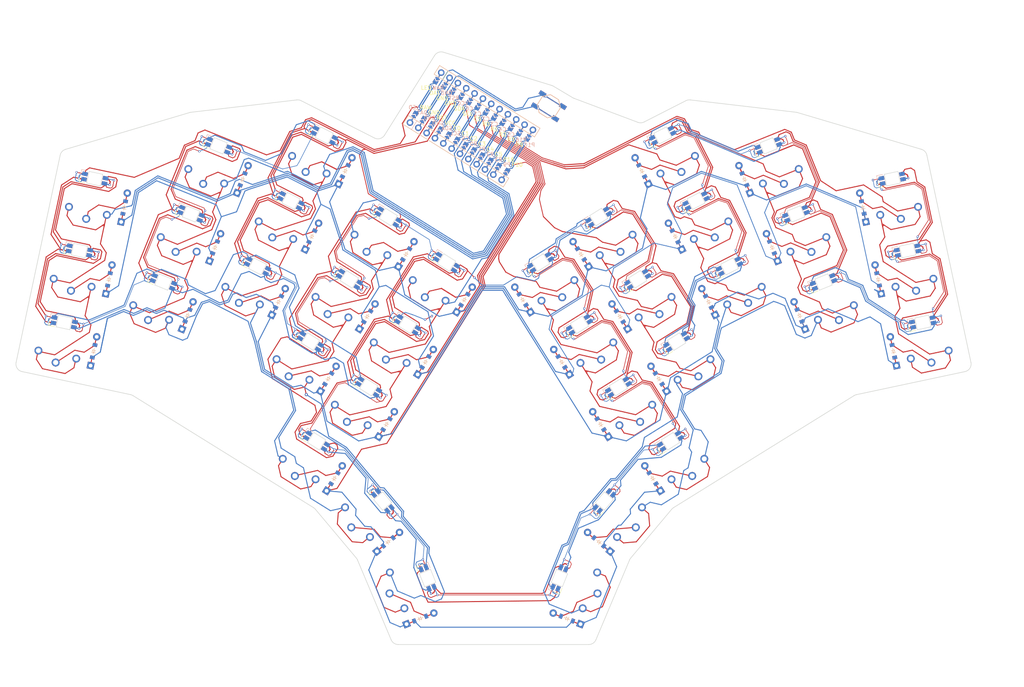
<source format=kicad_pcb>
(kicad_pcb (version 20221018) (generator pcbnew)
  (title_block (title "main") (rev "0.1") (company "klackygears"))
  (layers (0 "F.Cu" signal) (31 "B.Cu" signal) (34 "B.Paste" user) (35 "F.Paste" user) (36 "B.SilkS" user "B.Silkscreen") (37 "F.SilkS" user "F.Silkscreen") (38 "B.Mask" user) (39 "F.Mask" user) (44 "Edge.Cuts" user))
  (net 0 "")
  (net 1 "R1")
  (net 2 "pinky_bottom")
  (net 3 "pinky_home")
  (net 4 "pinky_top")
  (net 5 "R0")
  (net 6 "ring_bottom")
  (net 7 "ring_home")
  (net 8 "ring_top")
  (net 9 "CS")
  (net 10 "middle_bottom")
  (net 11 "middle_home")
  (net 12 "middle_top")
  (net 13 "R2")
  (net 14 "index_bottom")
  (net 15 "index_home")
  (net 16 "index_top")
  (net 17 "R3")
  (net 18 "inner_bottom")
  (net 19 "inner_home")
  (net 20 "inner_top")
  (net 21 "near_thumb")
  (net 22 "home_thumb")
  (net 23 "far_thumb")
  (net 24 "P10")
  (net 25 "mirror_pinky_bottom")
  (net 26 "mirror_pinky_home")
  (net 27 "mirror_pinky_top")
  (net 28 "P16")
  (net 29 "mirror_ring_bottom")
  (net 30 "mirror_ring_home")
  (net 31 "mirror_ring_top")
  (net 32 "C5")
  (net 33 "mirror_middle_bottom")
  (net 34 "mirror_middle_home")
  (net 35 "mirror_middle_top")
  (net 36 "C4")
  (net 37 "mirror_index_bottom")
  (net 38 "mirror_index_home")
  (net 39 "mirror_index_top")
  (net 40 "C3")
  (net 41 "mirror_inner_bottom")
  (net 42 "mirror_inner_home")
  (net 43 "mirror_inner_top")
  (net 44 "mirror_near_thumb")
  (net 45 "mirror_home_thumb")
  (net 46 "mirror_far_thumb")
  (net 47 "C1")
  (net 48 "C0")
  (net 49 "P9")
  (net 50 "C2")
  (net 51 "RAW")
  (net 52 "GND")
  (net 53 "RST")
  (net 54 "VCC")
  (net 55 "LED")
  (net 56 "DAT")
  (net 57 "SDA")
  (net 58 "SCL")
  (net 59 "MCU1_24")
  (net 60 "MCU1_1")
  (net 61 "MCU1_23")
  (net 62 "MCU1_2")
  (net 63 "MCU1_22")
  (net 64 "MCU1_3")
  (net 65 "MCU1_21")
  (net 66 "MCU1_4")
  (net 67 "MCU1_20")
  (net 68 "MCU1_5")
  (net 69 "MCU1_19")
  (net 70 "MCU1_6")
  (net 71 "MCU1_18")
  (net 72 "MCU1_7")
  (net 73 "MCU1_17")
  (net 74 "MCU1_8")
  (net 75 "MCU1_16")
  (net 76 "MCU1_9")
  (net 77 "MCU1_15")
  (net 78 "MCU1_10")
  (net 79 "MCU1_14")
  (net 80 "MCU1_11")
  (net 81 "MCU1_13")
  (net 82 "MCU1_12")
  (net 83 "LED_4")
  (net 84 "LED_3")
  (net 85 "LED_2")
  (net 86 "LED_5")
  (net 87 "LED_6")
  (net 88 "LED_7")
  (net 89 "LED_10")
  (net 90 "LED_9")
  (net 91 "LED_8")
  (net 92 "LED_11")
  (net 93 "LED_12")
  (net 94 "LED_13")
  (net 95 "LED_16")
  (net 96 "LED_15")
  (net 97 "LED_14")
  (net 98 "LED_17")
  (net 99 "LED_18")
  (net 100 "LED_19")
  (net 101 "LED_35")
  (net 102 "LED_34")
  (net 103 "LED_36")
  (net 104 "LED_33")
  (net 105 "LED_32")
  (net 106 "LED_31")
  (net 107 "LED_29")
  (net 108 "LED_28")
  (net 109 "LED_30")
  (net 110 "LED_27")
  (net 111 "LED_26")
  (net 112 "LED_25")
  (net 113 "LED_23")
  (net 114 "LED_22")
  (net 115 "LED_24")
  (net 116 "LED_21")
  (net 117 "LED_20")
  (footprint "E73:SW_TACT_ALPS_SKQGABE010" (layer "F.Cu") (at 162.449944 125.45196 -32)
    (fp_text reference "B1" hide)
    (fp_text value "" hide)
  )
  (footprint "ComboDiode" (layer "F.Cu") (at 140.618693 175.48591 58)
    (fp_text reference "D15" hide)
    (fp_text value "" hide)
  )
  (footprint "PG1350" (layer "F.Cu") (at 102.261449 137.208366 153)
    (fp_text reference "S9" hide)
    (fp_text value "" hide)
  )
  (footprint "ComboDiode" (layer "F.Cu") (at 251.497028 188.826719 102)
    (fp_text reference "D19" hide)
    (fp_text value "" hide)
  )
  (footprint "PG1350" (layer "F.Cu") (at 180.385486 230.600841 -130)
    (fp_text reference "S35" hide)
    (fp_text value "" hide)
  )
  (footprint "ComboDiode" (layer "F.Cu") (at 105.428688 195.947181 58)
    (fp_text reference "D10" hide)
    (fp_text value "" hide)
  )
  (footprint "PG1350" (layer "F.Cu") (at 85.009811 171.066618 153)
    (fp_text reference "S7" hide)
    (fp_text value "" hide)
  )
  (footprint "PG1350" (layer "F.Cu") (at 93.635636 154.137495 153)
    (fp_text reference "S8" hide)
    (fp_text value "" hide)
  )
  (footprint "ComboDiode" (layer "F.Cu") (at 83.279751 144.355345 68)
    (fp_text reference "D6" hide)
    (fp_text value "" hide)
  )
  (footprint "PG1350" (layer "F.Cu") (at 211.274445 171.066614 -153)
    (fp_text reference "S25" hide)
    (fp_text value "" hide)
  )
  (footprint "PG1350" (layer "F.Cu") (at 187.889614 174.216945 -148)
    (fp_text reference "S29" hide)
    (fp_text value "" hide)
  )
  (footprint "PG1350" (layer "F.Cu") (at 68.19219 157.6732 158)
    (fp_text reference "S5" hide)
    (fp_text value "" hide)
  )
  (footprint "ComboDiode" (layer "F.Cu") (at 247.546711 170.241927 102)
    (fp_text reference "D20" hide)
    (fp_text value "" hide)
  )
  (footprint "nice_nano" (layer "F.Cu") (at 141.356419 129.958938 58)
    (fp_text reference "MCU1" hide)
    (fp_text value "")
  )
  (footprint "ComboDiode" (layer "F.Cu") (at 220.12202 161.971838 112)
    (fp_text reference "D23" hide)
    (fp_text value "" hide)
  )
  (footprint "PG1350" (layer "F.Cu") (at 169.538173 249.261279 -112)
    (fp_text reference "S36" hide)
    (fp_text value "" hide)
  )
  (footprint "ComboDiode" (layer "F.Cu") (at 92.574874 176.043543 63)
    (fp_text reference "D7" hide)
    (fp_text value "" hide)
  )
  (footprint "PG1350" (layer "F.Cu") (at 126.746082 249.261279 112)
    (fp_text reference "S18" hide)
    (fp_text value "" hide)
  )
  (footprint "PG1350" (layer "F.Cu") (at 252.191809 148.807763 -168)
    (fp_text reference "S21" hide)
    (fp_text value "" hide)
  )
  (footprint "PG1350" (layer "F.Cu") (at 98.326174 190.329859 148)
    (fp_text reference "S10" hide)
    (fp_text value "" hide)
  )
  (footprint "PG1350" (layer "F.Cu") (at 36.191804 185.977379 168)
    (fp_text reference "S1" hide)
    (fp_text value "" hide)
  )
  (footprint "PG1350" (layer "F.Cu") (at 177.821148 158.104029 -148)
    (fp_text reference "S30" hide)
    (fp_text value "" hide)
  )
  (footprint "ComboDiode" (layer "F.Cu") (at 155.665558 175.48591 122)
    (fp_text reference "D33" hide)
    (fp_text value "" hide)
  )
  (footprint "PG1350" (layer "F.Cu") (at 256.142134 167.392563 -168)
    (fp_text reference "S20" hide)
    (fp_text value "" hide)
  )
  (footprint "PG1350" (layer "F.Cu") (at 123.447712 185.981509 148)
    (fp_text reference "S14" hide)
    (fp_text value "" hide)
  )
  (footprint "ComboDiode" (layer "F.Cu") (at 170.718632 163.721349 122)
    (fp_text reference "D30" hide)
    (fp_text value "" hide)
  )
  (footprint "ComboDiode" (layer "F.Cu") (at 115.497151 179.834267 58)
    (fp_text reference "D11" hide)
    (fp_text value "" hide)
  )
  (footprint "ComboDiode" (layer "F.Cu") (at 195.083556 159.114416 117)
    (fp_text reference "D26" hide)
    (fp_text value "" hide)
  )
  (footprint "PG1350" (layer "F.Cu") (at 61.07466 175.289688 158)
    (fp_text reference "S4" hide)
    (fp_text value "" hide)
  )
  (footprint "ComboDiode" (layer "F.Cu") (at 48.737549 170.241922 78)
    (fp_text reference "D2" hide)
    (fp_text value "" hide)
  )
  (footprint "PG1350" (layer "F.Cu") (at 162.768066 169.868587 -148)
    (fp_text reference "S33" hide)
    (fp_text value "" hide)
  )
  (footprint "ComboDiode" (layer "F.Cu") (at 175.366438 238.138027 140)
    (fp_text reference "D35" hide)
    (fp_text value "" hide)
  )
  (footprint "PG1350" (layer "F.Cu") (at 75.30971 140.056704 158)
    (fp_text reference "S6" hide)
    (fp_text value "" hide)
  )
  (footprint "E73:SW_TACT_ALPS_SKQGABE010" (layer "F.Cu") (at 162.449944 125.45196 -32)
    (fp_text reference "B2" hide)
    (fp_text value "" hide)
  )
  (footprint "ComboDiode" (layer "F.Cu") (at 180.7871 179.834266 122)
    (fp_text reference "D29" hide)
    (fp_text value "" hide)
  )
  (footprint "PG1350" (layer "F.Cu") (at 260.092443 185.977378 -168)
    (fp_text reference "S19" hide)
    (fp_text value "" hide)
  )
  (footprint "ComboDiode" (layer "F.Cu") (at 227.239552 179.588332 112)
    (fp_text reference "D22" hide)
    (fp_text value "" hide)
  )
  (footprint "ComboDiode" (layer "F.Cu") (at 130.550225 191.598825 58)
    (fp_text reference "D14" hide)
    (fp_text value "" hide)
  )
  (footprint "PG1350" (layer "F.Cu") (at 133.516179 169.868591 148)
    (fp_text reference "S15" hide)
    (fp_text value "" hide)
  )
  (footprint "ComboDiode" (layer "F.Cu") (at 243.596389 151.657119 102)
    (fp_text reference "D21" hide)
    (fp_text value "" hide)
  )
  (footprint "PG1350" (layer "F.Cu") (at 197.958075 190.329856 -148)
    (fp_text reference "S28" hide)
    (fp_text value "" hide)
  )
  (footprint "PG1350" (layer "F.Cu") (at 40.142128 167.39257 168)
    (fp_text reference "S2" hide)
    (fp_text value "" hide)
  )
  (footprint "PG1350" (layer "F.Cu") (at 228.092069 157.673194 -158)
    (fp_text reference "S23" hide)
    (fp_text value "" hide)
  )
  (footprint "PG1350" (layer "F.Cu") (at 108.394639 174.216944 148)
    (fp_text reference "S11" hide)
    (fp_text value "" hide)
  )
  (footprint "ComboDiode" (layer "F.Cu") (at 109.826514 142.18529 63)
    (fp_text reference "D9" hide)
    (fp_text value "" hide)
  )
  (footprint "ComboDiode" (layer "F.Cu") (at 69.044709 179.588328 68)
    (fp_text reference "D4" hide)
    (fp_text value "" hide)
  )
  (footprint "PG1350" (layer "F.Cu") (at 115.898764 230.600849 130)
    (fp_text reference "S17" hide)
    (fp_text value "" hide)
  )
  (footprint "ComboDiode" (layer "F.Cu") (at 203.709373 176.043533 117)
    (fp_text reference "D25" hide)
    (fp_text value "" hide)
  )
  (footprint "PG1350" (layer "F.Cu") (at 99.918593 216.087656 148)
    (fp_text reference "S16" hide)
    (fp_text value "" hide)
  )
  (footprint "ComboDiode" (layer "F.Cu") (at 190.855566 195.947175 122)
    (fp_text reference "D28" hide)
    (fp_text value "" hide)
  )
  (footprint "PG1350" (layer "F.Cu") (at 196.365661 216.087656 -148)
    (fp_text reference "S34" hide)
    (fp_text value "" hide)
  )
  (footprint "ComboDiode" (layer "F.Cu") (at 107.021107 221.704973 58)
    (fp_text reference "D16" hide)
    (fp_text value "" hide)
  )
  (footprint "ComboDiode" (layer "F.Cu") (at 186.457735 142.185293 117)
    (fp_text reference "D27" hide)
    (fp_text value "" hide)
  )
  (footprint "PG1350" (layer "F.Cu") (at 172.836529 185.981504 -148)
    (fp_text reference "S32" hide)
    (fp_text value "" hide)
  )
  (footprint "ComboDiode" (layer "F.Cu") (at 165.734026 191.598827 122)
    (fp_text reference "D32" hide)
    (fp_text value "" hide)
  )
  (footprint "PG1350" (layer "F.Cu") (at 182.905008 202.094422 -148)
    (fp_text reference "S31" hide)
    (fp_text value "" hide)
  )
  (footprint "ComboDiode" (layer "F.Cu") (at 76.162229 161.971841 68)
    (fp_text reference "D5" hide)
    (fp_text value "" hide)
  )
  (footprint "ComboDiode" (layer "F.Cu") (at 189.263145 221.704981 122)
    (fp_text reference "D34" hide)
    (fp_text value "" hide)
  )
  (footprint "PG1350" (layer "F.Cu") (at 113.379248 202.094415 148)
    (fp_text reference "S13" hide)
    (fp_text value "" hide)
  )
  (footprint "ComboDiode" (layer "F.Cu") (at 52.68786 151.65712 78)
    (fp_text reference "D3" hide)
    (fp_text value "" hide)
  )
  (footprint "ComboDiode" (layer "F.Cu") (at 213.004496 144.355341 112)
    (fp_text reference "D24" hide)
    (fp_text value "" hide)
  )
  (footprint "PG1350" (layer "F.Cu") (at 44.092449 148.807765 168)
    (fp_text reference "S3" hide)
    (fp_text value "" hide)
  )
  (footprint "ComboDiode" (layer "F.Cu") (at 101.200698 159.114416 63)
    (fp_text reference "D8" hide)
    (fp_text value "" hide)
  )
  (footprint "ComboDiode" (layer "F.Cu") (at 44.78722 188.826721 78)
    (fp_text reference "D1" hide)
    (fp_text value "" hide)
  )
  (footprint "PG1350" (layer "F.Cu") (at 235.209596 175.289688 -158)
    (fp_text reference "S22" hide)
    (fp_text value "" hide)
  )
  (footprint "PG1350" (layer "F.Cu") (at 118.463106 158.104025 148)
    (fp_text reference "S12" hide)
    (fp_text value "" hide)
  )
  (footprint "PG1350" (layer "F.Cu") (at 220.974544 140.056712 -158)
    (fp_text reference "S24" hide)
    (fp_text value "" hide)
  )
  (footprint "ComboDiode" (layer "F.Cu") (at 175.802489 207.711737 122)
    (fp_text reference "D31" hide)
    (fp_text value "" hide)
  )
  (footprint "PG1350" (layer "F.Cu") (at 194.022809 137.208369 -153)
    (fp_text reference "S27" hide)
    (fp_text value "" hide)
  )
  (footprint "ComboDiode" (layer "F.Cu") (at 120.917812 238.138022 40)
    (fp_text reference "D17" hide)
    (fp_text value "" hide)
  )
  (footprint "ComboDiode" (layer "F.Cu") (at 129.190363 257.980541 22)
    (fp_text reference "D18" hide)
    (fp_text value "" hide)
  )
  (footprint "ComboDiode" (layer "F.Cu") (at 120.481759 207.711735 58)
    (fp_text reference "D13" hide)
    (fp_text value "" hide)
  )
  (footprint "PG1350" (layer "F.Cu") (at 202.648621 154.137493 -153)
    (fp_text reference "S26" hide)
    (fp_text value "" hide)
  )
  (footprint "ComboDiode" (layer "F.Cu") (at 125.565619 163.721348 58)
    (fp_text reference "D12" hide)
    (fp_text value "" hide)
  )
  (footprint "ComboDiode" (layer "F.Cu") (at 167.093897 257.980541 158)
    (fp_text reference "D36" hide)
    (fp_text value "" hide)
  )
  (footprint "ceoloide:YS-SK6812MINI-E (per-key, reversible)" (layer "B.Cu") (at 115.869873 198.108601 -32)
    (fp_text reference "LED13" hide)
    (fp_text value "")
    (fp_line (start -1.8 -1.55) (end -1.8 1.55) (stroke (width 0.12)) (layer "Edge.Cuts"))
    (fp_line (start -1.8 1.55) (end 1.8 1.55) (stroke (width 0.12)) (layer "Edge.Cuts"))
    (fp_line (start 1.8 -1.55) (end -1.8 -1.55) (stroke (width 0.12)) (layer "Edge.Cuts"))
    (fp_line (start 1.8 1.55) (end 1.8 -1.55) (stroke (width 0.12)) (layer "Edge.Cuts"))
  )
  (footprint "ceoloide:YS-SK6812MINI-E (per-key, reversible)" (layer "B.Cu") (at 120.953724 154.118204 -32)
    (fp_text reference "LED12" hide)
    (fp_text value "")
    (fp_line (start -1.8 -1.55) (end -1.8 1.55) (stroke (width 0.12)) (layer "Edge.Cuts"))
    (fp_line (start -1.8 1.55) (end 1.8 1.55) (stroke (width 0.12)) (layer "Edge.Cuts"))
    (fp_line (start 1.8 -1.55) (end -1.8 -1.55) (stroke (width 0.12)) (layer "Edge.Cuts"))
    (fp_line (start 1.8 1.55) (end 1.8 -1.55) (stroke (width 0.12)) (layer "Edge.Cuts"))
  )
  (footprint "ceoloide:YS-SK6812MINI-E (per-key, reversible)" (layer "B.Cu") (at 165.180399 247.50063 68)
    (fp_text reference "LED36" hide)
    (fp_text value "")
    (fp_line (start -1.8 -1.55) (end -1.8 1.55) (stroke (width 0.12)) (layer "Edge.Cuts"))
    (fp_line (start -1.8 1.55) (end 1.8 1.55) (stroke (width 0.12)) (layer "Edge.Cuts"))
    (fp_line (start 1.8 -1.55) (end -1.8 -1.55) (stroke (width 0.12)) (layer "Edge.Cuts"))
    (fp_line (start 1.8 1.55) (end 1.8 -1.55) (stroke (width 0.12)) (layer "Edge.Cuts"))
  )
  (footprint "ceoloide:YS-SK6812MINI-E (per-key, reversible)" (layer "B.Cu") (at 45.069633 144.210477 -12)
    (fp_text reference "LED3" hide)
    (fp_text value "")
    (fp_line (start -1.8 -1.55) (end -1.8 1.55) (stroke (width 0.12)) (layer "Edge.Cuts"))
    (fp_line (start -1.8 1.55) (end 1.8 1.55) (stroke (width 0.12)) (layer "Edge.Cuts"))
    (fp_line (start 1.8 -1.55) (end -1.8 -1.55) (stroke (width 0.12)) (layer "Edge.Cuts"))
    (fp_line (start 1.8 1.55) (end 1.8 -1.55) (stroke (width 0.12)) (layer "Edge.Cuts"))
  )
  (footprint "ceoloide:YS-SK6812MINI-E (per-key, reversible)" (layer "B.Cu") (at 200.514867 149.949766 27)
    (fp_text reference "LED26" hide)
    (fp_text value "")
    (fp_line (start -1.8 -1.55) (end -1.8 1.55) (stroke (width 0.12)) (layer "Edge.Cuts"))
    (fp_line (start -1.8 1.55) (end 1.8 1.55) (stroke (width 0.12)) (layer "Edge.Cuts"))
    (fp_line (start 1.8 -1.55) (end -1.8 -1.55) (stroke (width 0.12)) (layer "Edge.Cuts"))
    (fp_line (start 1.8 1.55) (end 1.8 -1.55) (stroke (width 0.12)) (layer "Edge.Cuts"))
  )
  (footprint "ceoloide:YS-SK6812MINI-E (per-key, reversible)" (layer "B.Cu") (at 160.277454 165.882768 32)
    (fp_text reference "LED33" hide)
    (fp_text value "")
    (fp_line (start -1.8 -1.55) (end -1.8 1.55) (stroke (width 0.12)) (layer "Edge.Cuts"))
    (fp_line (start -1.8 1.55) (end 1.8 1.55) (stroke (width 0.12)) (layer "Edge.Cuts"))
    (fp_line (start 1.8 -1.55) (end -1.8 -1.55) (stroke (width 0.12)) (layer "Edge.Cuts"))
    (fp_line (start 1.8 1.55) (end 1.8 -1.55) (stroke (width 0.12)) (layer "Edge.Cuts"))
  )
  (footprint "ceoloide:YS-SK6812MINI-E (per-key, reversible)" (layer "B.Cu") (at 170.345914 181.995677 32)
    (fp_text reference "LED32" hide)
    (fp_text value "")
    (fp_line (start -1.8 -1.55) (end -1.8 1.55) (stroke (width 0.12)) (layer "Edge.Cuts"))
    (fp_line (start -1.8 1.55) (end 1.8 1.55) (stroke (width 0.12)) (layer "Edge.Cuts"))
    (fp_line (start 1.8 -1.55) (end -1.8 -1.55) (stroke (width 0.12)) (layer "Edge.Cuts"))
    (fp_line (start 1.8 1.55) (end 1.8 -1.55) (stroke (width 0.12)) (layer "Edge.Cuts"))
  )
  (footprint "ceoloide:YS-SK6812MINI-E (per-key, reversible)" (layer "B.Cu") (at 259.115262 181.380082 12)
    (fp_text reference "LED19" hide)
    (fp_text value "")
    (fp_line (start -1.8 -1.55) (end -1.8 1.55) (stroke (width 0.12)) (layer "Edge.Cuts"))
    (fp_line (start -1.8 1.55) (end 1.8 1.55) (stroke (width 0.12)) (layer "Edge.Cuts"))
    (fp_line (start 1.8 -1.55) (end -1.8 -1.55) (stroke (width 0.12)) (layer "Edge.Cuts"))
    (fp_line (start 1.8 1.55) (end 1.8 -1.55) (stroke (width 0.12)) (layer "Edge.Cuts"))
  )
  (footprint "ceoloide:YS-SK6812MINI-E (per-key, reversible)" (layer "B.Cu") (at 87.143564 166.878879 -27)
    (fp_text reference "LED7" hide)
    (fp_text value "")
    (fp_line (start -1.8 -1.55) (end -1.8 1.55) (stroke (width 0.12)) (layer "Edge.Cuts"))
    (fp_line (start -1.8 1.55) (end 1.8 1.55) (stroke (width 0.12)) (layer "Edge.Cuts"))
    (fp_line (start 1.8 -1.55) (end -1.8 -1.55) (stroke (width 0.12)) (layer "Edge.Cuts"))
    (fp_line (start 1.8 1.55) (end 1.8 -1.55) (stroke (width 0.12)) (layer "Edge.Cuts"))
  )
  (footprint "ceoloide:YS-SK6812MINI-E (per-key, reversible)" (layer "B.Cu") (at 175.330525 154.118208 32)
    (fp_text reference "LED30" hide)
    (fp_text value "")
    (fp_line (start -1.8 -1.55) (end -1.8 1.55) (stroke (width 0.12)) (layer "Edge.Cuts"))
    (fp_line (start -1.8 1.55) (end 1.8 1.55) (stroke (width 0.12)) (layer "Edge.Cuts"))
    (fp_line (start 1.8 -1.55) (end -1.8 -1.55) (stroke (width 0.12)) (layer "Edge.Cuts"))
    (fp_line (start 1.8 1.55) (end 1.8 -1.55) (stroke (width 0.12)) (layer "Edge.Cuts"))
  )
  (footprint "ceoloide:YS-SK6812MINI-E (per-key, reversible)" (layer "B.Cu") (at 100.816796 186.344028 -32)
    (fp_text reference "LED10" hide)
    (fp_text value "")
    (fp_line (start -1.8 -1.55) (end -1.8 1.55) (stroke (width 0.12)) (layer "Edge.Cuts"))
    (fp_line (start -1.8 1.55) (end 1.8 1.55) (stroke (width 0.12)) (layer "Edge.Cuts"))
    (fp_line (start 1.8 -1.55) (end -1.8 -1.55) (stroke (width 0.12)) (layer "Edge.Cuts"))
    (fp_line (start 1.8 1.55) (end 1.8 -1.55) (stroke (width 0.12)) (layer "Edge.Cuts"))
  )
  (footprint "ceoloide:YS-SK6812MINI-E (per-key, reversible)" (layer "B.Cu") (at 37.168991 181.380083 -12)
    (fp_text reference "LED1" hide)
    (fp_text value "")
    (fp_line (start -1.8 -1.55) (end -1.8 1.55) (stroke (width 0.12)) (layer "Edge.Cuts"))
    (fp_line (start -1.8 1.55) (end 1.8 1.55) (stroke (width 0.12)) (layer "Edge.Cuts"))
    (fp_line (start 1.8 -1.55) (end -1.8 -1.55) (stroke (width 0.12)) (layer "Edge.Cuts"))
    (fp_line (start 1.8 1.55) (end 1.8 -1.55) (stroke (width 0.12)) (layer "Edge.Cuts"))
  )
  (footprint "ceoloide:YS-SK6812MINI-E (per-key, reversible)" (layer "B.Cu") (at 185.398992 170.231123 32)
    (fp_text reference "LED29" hide)
    (fp_text value "")
    (fp_line (start -1.8 -1.55) (end -1.8 1.55) (stroke (width 0.12)) (layer "Edge.Cuts"))
    (fp_line (start -1.8 1.55) (end 1.8 1.55) (stroke (width 0.12)) (layer "Edge.Cuts"))
    (fp_line (start 1.8 -1.55) (end -1.8 -1.55) (stroke (width 0.12)) (layer "Edge.Cuts"))
    (fp_line (start 1.8 1.55) (end 1.8 -1.55) (stroke (width 0.12)) (layer "Edge.Cuts"))
  )
  (footprint "ceoloide:YS-SK6812MINI-E (per-key, reversible)" (layer "B.Cu") (at 95.769383 149.949761 -27)
    (fp_text reference "LED8" hide)
    (fp_text value "")
    (fp_line (start -1.8 -1.55) (end -1.8 1.55) (stroke (width 0.12)) (layer "Edge.Cuts"))
    (fp_line (start -1.8 1.55) (end 1.8 1.55) (stroke (width 0.12)) (layer "Edge.Cuts"))
    (fp_line (start 1.8 -1.55) (end -1.8 -1.55) (stroke (width 0.12)) (layer "Edge.Cuts"))
    (fp_line (start 1.8 1.55) (end 1.8 -1.55) (stroke (width 0.12)) (layer "Edge.Cuts"))
  )
  (footprint "ceoloide:YS-SK6812MINI-E (per-key, reversible)" (layer "B.Cu") (at 102.40921 212.101826 -32)
    (fp_text reference "LED16" hide)
    (fp_text value "")
    (fp_line (start -1.8 -1.55) (end -1.8 1.55) (stroke (width 0.12)) (layer "Edge.Cuts"))
    (fp_line (start -1.8 1.55) (end 1.8 1.55) (stroke (width 0.12)) (layer "Edge.Cuts"))
    (fp_line (start 1.8 -1.55) (end -1.8 -1.55) (stroke (width 0.12)) (layer "Edge.Cuts"))
    (fp_line (start 1.8 1.55) (end 1.8 -1.55) (stroke (width 0.12)) (layer "Edge.Cuts"))
  )
  (footprint "ceoloide:YS-SK6812MINI-E (per-key, reversible)" (layer "B.Cu") (at 119.499176 227.579737 -50)
    (fp_text reference "LED17" hide)
    (fp_text value "")
    (fp_line (start -1.8 -1.55) (end -1.8 1.55) (stroke (width 0.12)) (layer "Edge.Cuts"))
    (fp_line (start -1.8 1.55) (end 1.8 1.55) (stroke (width 0.12)) (layer "Edge.Cuts"))
    (fp_line (start 1.8 -1.55) (end -1.8 -1.55) (stroke (width 0.12)) (layer "Edge.Cuts"))
    (fp_line (start 1.8 1.55) (end 1.8 -1.55) (stroke (width 0.12)) (layer "Edge.Cuts"))
  )
  (footprint "ceoloide:YS-SK6812MINI-E (per-key, reversible)" (layer "B.Cu") (at 233.448945 170.931919 22)
    (fp_text reference "LED22" hide)
    (fp_text value "")
    (fp_line (start -1.8 -1.55) (end -1.8 1.55) (stroke (width 0.12)) (layer "Edge.Cuts"))
    (fp_line (start -1.8 1.55) (end 1.8 1.55) (stroke (width 0.12)) (layer "Edge.Cuts"))
    (fp_line (start 1.8 -1.55) (end -1.8 -1.55) (stroke (width 0.12)) (layer "Edge.Cuts"))
    (fp_line (start 1.8 1.55) (end 1.8 -1.55) (stroke (width 0.12)) (layer "Edge.Cuts"))
  )
  (footprint "ceoloide:YS-SK6812MINI-E (per-key, reversible)" (layer "B.Cu") (at 62.835306 170.931921 -22)
    (fp_text reference "LED4" hide)
    (fp_text value "")
    (fp_line (start -1.8 -1.55) (end -1.8 1.55) (stroke (width 0.12)) (layer "Edge.Cuts"))
    (fp_line (start -1.8 1.55) (end 1.8 1.55) (stroke (width 0.12)) (layer "Edge.Cuts"))
    (fp_line (start 1.8 -1.55) (end -1.8 -1.55) (stroke (width 0.12)) (layer "Edge.Cuts"))
    (fp_line (start 1.8 1.55) (end 1.8 -1.55) (stroke (width 0.12)) (layer "Edge.Cuts"))
  )
  (footprint "ceoloide:YS-SK6812MINI-E (per-key, reversible)" (layer "B.Cu") (at 69.952835 153.315433 -22)
    (fp_text reference "LED5" hide)
    (fp_text value "")
    (fp_line (start -1.8 -1.55) (end -1.8 1.55) (stroke (width 0.12)) (layer "Edge.Cuts"))
    (fp_line (start -1.8 1.55) (end 1.8 1.55) (stroke (width 0.12)) (layer "Edge.Cuts"))
    (fp_line (start 1.8 -1.55) (end -1.8 -1.55) (stroke (width 0.12)) (layer "Edge.Cuts"))
    (fp_line (start 1.8 1.55) (end 1.8 -1.55) (stroke (width 0.12)) (layer "Edge.Cuts"))
  )
  (footprint "ceoloide:YS-SK6812MINI-E (per-key, reversible)" (layer "B.Cu") (at 41.119313 162.795272 -12)
    (fp_text reference "LED2" hide)
    (fp_text value "")
    (fp_line (start -1.8 -1.55) (end -1.8 1.55) (stroke (width 0.12)) (layer "Edge.Cuts"))
    (fp_line (start -1.8 1.55) (end 1.8 1.55) (stroke (width 0.12)) (layer "Edge.Cuts"))
    (fp_line (start 1.8 -1.55) (end -1.8 -1.55) (stroke (width 0.12)) (layer "Edge.Cuts"))
    (fp_line (start 1.8 1.55) (end 1.8 -1.55) (stroke (width 0.12)) (layer "Edge.Cuts"))
  )
  (footprint "ceoloide:YS-SK6812MINI-E (per-key, reversible)" (layer "B.Cu") (at 226.331425 153.315434 22)
    (fp_text reference "LED23" hide)
    (fp_text value "")
    (fp_line (start -1.8 -1.55) (end -1.8 1.55) (stroke (width 0.12)) (layer "Edge.Cuts"))
    (fp_line (start -1.8 1.55) (end 1.8 1.55) (stroke (width 0.12)) (layer "Edge.Cuts"))
    (fp_line (start 1.8 -1.55) (end -1.8 -1.55) (stroke (width 0.12)) (layer "Edge.Cuts"))
    (fp_line (start 1.8 1.55) (end 1.8 -1.55) (stroke (width 0.12)) (layer "Edge.Cuts"))
  )
  (footprint "ceoloide:YS-SK6812MINI-E (per-key, reversible)" (layer "B.Cu") (at 136.006802 165.882764 -32)
    (fp_text reference "LED15" hide)
    (fp_text value "")
    (fp_line (start -1.8 -1.55) (end -1.8 1.55) (stroke (width 0.12)) (layer "Edge.Cuts"))
    (fp_line (start -1.8 1.55) (end 1.8 1.55) (stroke (width 0.12)) (layer "Edge.Cuts"))
    (fp_line (start 1.8 -1.55) (end -1.8 -1.55) (stroke (width 0.12)) (layer "Edge.Cuts"))
    (fp_line (start 1.8 1.55) (end 1.8 -1.55) (stroke (width 0.12)) (layer "Edge.Cuts"))
  )
  (footprint "ceoloide:YS-SK6812MINI-E (per-key, reversible)" (layer "B.Cu") (at 176.785079 227.579739 50)
    (fp_text reference "LED35" hide)
    (fp_text value "")
    (fp_line (start -1.8 -1.55) (end -1.8 1.55) (stroke (width 0.12)) (layer "Edge.Cuts"))
    (fp_line (start -1.8 1.55) (end 1.8 1.55) (stroke (width 0.12)) (layer "Edge.Cuts"))
    (fp_line (start 1.8 -1.55) (end -1.8 -1.55) (stroke (width 0.12)) (layer "Edge.Cuts"))
    (fp_line (start 1.8 1.55) (end 1.8 -1.55) (stroke (width 0.12)) (layer "Edge.Cuts"))
  )
  (footprint "ceoloide:YS-SK6812MINI-E (per-key, reversible)" (layer "B.Cu") (at 131.103854 247.500632 -68)
    (fp_text reference "LED18" hide)
    (fp_text value "")
    (fp_line (start -1.8 -1.55) (end -1.8 1.55) (stroke (width 0.12)) (layer "Edge.Cuts"))
    (fp_line (start -1.8 1.55) (end 1.8 1.55) (stroke (width 0.12)) (layer "Edge.Cuts"))
    (fp_line (start 1.8 -1.55) (end -1.8 -1.55) (stroke (width 0.12)) (layer "Edge.Cuts"))
    (fp_line (start 1.8 1.55) (end 1.8 -1.55) (stroke (width 0.12)) (layer "Edge.Cuts"))
  )
  (footprint "ceoloide:YS-SK6812MINI-E (per-key, reversible)" (layer "B.Cu") (at 191.889047 133.020644 27)
    (fp_text reference "LED27" hide)
    (fp_text value "")
    (fp_line (start -1.8 -1.55) (end -1.8 1.55) (stroke (width 0.12)) (layer "Edge.Cuts"))
    (fp_line (start -1.8 1.55) (end 1.8 1.55) (stroke (width 0.12)) (layer "Edge.Cuts"))
    (fp_line (start 1.8 -1.55) (end -1.8 -1.55) (stroke (width 0.12)) (layer "Edge.Cuts"))
    (fp_line (start 1.8 1.55) (end 1.8 -1.55) (stroke (width 0.12)) (layer "Edge.Cuts"))
  )
  (footprint "ceoloide:YS-SK6812MINI-E (per-key, reversible)" (layer "B.Cu") (at 104.395207 133.020641 -27)
    (fp_text reference "LED9" hide)
    (fp_text value "")
    (fp_line (start -1.8 -1.55) (end -1.8 1.55) (stroke (width 0.12)) (layer "Edge.Cuts"))
    (fp_line (start -1.8 1.55) (end 1.8 1.55) (stroke (width 0.12)) (layer "Edge.Cuts"))
    (fp_line (start 1.8 -1.55) (end -1.8 -1.55) (stroke (width 0.12)) (layer "Edge.Cuts"))
    (fp_line (start 1.8 1.55) (end 1.8 -1.55) (stroke (width 0.12)) (layer "Edge.Cuts"))
  )
  (footprint "ceoloide:YS-SK6812MINI-E (per-key, reversible)" (layer "B.Cu") (at 251.214618 144.210465 12)
    (fp_text reference "LED21" hide)
    (fp_text value "")
    (fp_line (start -1.8 -1.55) (end -1.8 1.55) (stroke (width 0.12)) (layer "Edge.Cuts"))
    (fp_line (start -1.8 1.55) (end 1.8 1.55) (stroke (width 0.12)) (layer "Edge.Cuts"))
    (fp_line (start 1.8 -1.55) (end -1.8 -1.55) (stroke (width 0.12)) (layer "Edge.Cuts"))
    (fp_line (start 1.8 1.55) (end 1.8 -1.55) (stroke (width 0.12)) (layer "Edge.Cuts"))
  )
  (footprint "ceoloide:YS-SK6812MINI-E (per-key, reversible)" (layer "B.Cu") (at 77.07036 135.69893 -22)
    (fp_text reference "LED6" hide)
    (fp_text value "")
    (fp_line (start -1.8 -1.55) (end -1.8 1.55) (stroke (width 0.12)) (layer "Edge.Cuts"))
    (fp_line (start -1.8 1.55) (end 1.8 1.55) (stroke (width 0.12)) (layer "Edge.Cuts"))
    (fp_line (start 1.8 -1.55) (end -1.8 -1.55) (stroke (width 0.12)) (layer "Edge.Cuts"))
    (fp_line (start 1.8 1.55) (end 1.8 -1.55) (stroke (width 0.12)) (layer "Edge.Cuts"))
  )
  (footprint "ceoloide:YS-SK6812MINI-E (per-key, reversible)" (layer "B.Cu") (at 209.140683 166.878886 27)
    (fp_text reference "LED25" hide)
    (fp_text value "")
    (fp_line (start -1.8 -1.55) (end -1.8 1.55) (stroke (width 0.12)) (layer "Edge.Cuts"))
    (fp_line (start -1.8 1.55) (end 1.8 1.55) (stroke (width 0.12)) (layer "Edge.Cuts"))
    (fp_line (start 1.8 -1.55) (end -1.8 -1.55) (stroke (width 0.12)) (layer "Edge.Cuts"))
    (fp_line (start 1.8 1.55) (end 1.8 -1.55) (stroke (width 0.12)) (layer "Edge.Cuts"))
  )
  (footprint "ceoloide:YS-SK6812MINI-E (per-key, reversible)" (layer "B.Cu") (at 180.414378 198.108593 32)
    (fp_text reference "LED31" hide)
    (fp_text value "")
    (fp_line (start -1.8 -1.55) (end -1.8 1.55) (stroke (width 0.12)) (layer "Edge.Cuts"))
    (fp_line (start -1.8 1.55) (end 1.8 1.55) (stroke (width 0.12)) (layer "Edge.Cuts"))
    (fp_line (start 1.8 -1.55) (end -1.8 -1.55) (stroke (width 0.12)) (layer "Edge.Cuts"))
    (fp_line (start 1.8 1.55) (end 1.8 -1.55) (stroke (width 0.12)) (layer "Edge.Cuts"))
  )
  (footprint "ceoloide:YS-SK6812MINI-E (per-key, reversible)" (layer "B.Cu") (at 110.885257 170.231115 -32)
    (fp_text reference "LED11" hide)
    (fp_text value "")
    (fp_line (start -1.8 -1.55) (end -1.8 1.55) (stroke (width 0.12)) (layer "Edge.Cuts"))
    (fp_line (start -1.8 1.55) (end 1.8 1.55) (stroke (width 0.12)) (layer "Edge.Cuts"))
    (fp_line (start 1.8 -1.55) (end -1.8 -1.55) (stroke (width 0.12)) (layer "Edge.Cuts"))
    (fp_line (start 1.8 1.55) (end 1.8 -1.55) (stroke (width 0.12)) (layer "Edge.Cuts"))
  )
  (footprint "ceoloide:YS-SK6812MINI-E (per-key, reversible)" (layer "B.Cu") (at 195.467457 186.344029 32)
    (fp_text reference "LED28" hide)
    (fp_text value "")
    (fp_line (start -1.8 -1.55) (end -1.8 1.55) (stroke (width 0.12)) (layer "Edge.Cuts"))
    (fp_line (start -1.8 1.55) (end 1.8 1.55) (stroke (width 0.12)) (layer "Edge.Cuts"))
    (fp_line (start 1.8 -1.55) (end -1.8 -1.55) (stroke (width 0.12)) (layer "Edge.Cuts"))
    (fp_line (start 1.8 1.55) (end 1.8 -1.55) (stroke (width 0.12)) (layer "Edge.Cuts"))
  )
  (footprint "ceoloide:YS-SK6812MINI-E (per-key, reversible)" (layer "B.Cu") (at 255.164948 162.79527 12)
    (fp_text reference "LED20" hide)
    (fp_text value "")
    (fp_line (start -1.8 -1.55) (end -1.8 1.55) (stroke (width 0.12)) (layer "Edge.Cuts"))
    (fp_line (start -1.8 1.55) (end 1.8 1.55) (stroke (width 0.12)) (layer "Edge.Cuts"))
    (fp_line (start 1.8 -1.55) (end -1.8 -1.55) (stroke (width 0.12)) (layer "Edge.Cuts"))
    (fp_line (start 1.8 1.55) (end 1.8 -1.55) (stroke (width 0.12)) (layer "Edge.Cuts"))
  )
  (footprint "ceoloide:YS-SK6812MINI-E (per-key, reversible)" (layer "B.Cu") (at 125.938335 181.995679 -32)
    (fp_text reference "LED14" hide)
    (fp_text value "")
    (fp_line (start -1.8 -1.55) (end -1.8 1.55) (stroke (width 0.12)) (layer "Edge.Cuts"))
    (fp_line (start -1.8 1.55) (end 1.8 1.55) (stroke (width 0.12)) (layer "Edge.Cuts"))
    (fp_line (start 1.8 -1.55) (end -1.8 -1.55) (stroke (width 0.12)) (layer "Edge.Cuts"))
    (fp_line (start 1.8 1.55) (end 1.8 -1.55) (stroke (width 0.12)) (layer "Edge.Cuts"))
  )
  (footprint "ceoloide:YS-SK6812MINI-E (per-key, reversible)" (layer "B.Cu") (at 193.875038 212.101829 32)
    (fp_text reference "LED34" hide)
    (fp_text value "")
    (fp_line (start -1.8 -1.55) (end -1.8 1.55) (stroke (width 0.12)) (layer "Edge.Cuts"))
    (fp_line (start -1.8 1.55) (end 1.8 1.55) (stroke (width 0.12)) (layer "Edge.Cuts"))
    (fp_line (start 1.8 -1.55) (end -1.8 -1.55) (stroke (width 0.12)) (layer "Edge.Cuts"))
    (fp_line (start 1.8 1.55) (end 1.8 -1.55) (stroke (width 0.12)) (layer "Edge.Cuts"))
  )
  (footprint "ceoloide:YS-SK6812MINI-E (per-key, reversible)" (layer "B.Cu") (at 219.213898 135.698937 22)
    (fp_text reference "LED24" hide)
    (fp_text value "")
    (fp_line (start -1.8 -1.55) (end -1.8 1.55) (stroke (width 0.12)) (layer "Edge.Cuts"))
    (fp_line (start -1.8 1.55) (end 1.8 1.55) (stroke (width 0.12)) (layer "Edge.Cuts"))
    (fp_line (start 1.8 -1.55) (end -1.8 -1.55) (stroke (width 0.12)) (layer "Edge.Cuts"))
    (fp_line (start 1.8 1.55) (end 1.8 -1.55) (stroke (width 0.12)) (layer "Edge.Cuts"))
  )
  (gr_arc (start 197.853982 124.033023) (mid 198.408767 123.846475) (end 198.993804 123.828523) (stroke (width 0.15)) (layer "Edge.Cuts"))
  (gr_arc (start 112.672441 242.313099) (mid 112.847068 242.556046) (end 112.983522 242.822314) (stroke (width 0.15)) (layer "Edge.Cuts"))
  (gr_arc (start 241.333364 200.309466) (mid 241.641796 200.153159) (end 241.972535 200.052289) (stroke (width 0.15)) (layer "Edge.Cuts"))
  (gr_line (start 36.14283 138.110438) (end 24.747028 191.723436) (stroke (width 0.15)) (layer "Edge.Cuts"))
  (gr_line (start 54.950891 200.30947) (end 101.603129 229.276242) (stroke (width 0.15)) (layer "Edge.Cuts"))
  (gr_line (start 194.681128 229.276239) (end 241.333364 200.309466) (stroke (width 0.15)) (layer "Edge.Cuts"))
  (gr_arc (start 54.311712 200.052285) (mid 54.642455 200.153157) (end 54.950891 200.30947) (stroke (width 0.15)) (layer "Edge.Cuts"))
  (gr_arc (start 168.950307 123.419761) (mid 168.78696 123.349925) (end 168.630455 123.265869) (stroke (width 0.15)) (layer "Edge.Cuts"))
  (gr_line (start 132.907475 112.337361) (end 119.96265 132.959864) (stroke (width 0.15)) (layer "Edge.Cuts"))
  (gr_line (start 226.328795 127.018777) (end 198.993804 123.828523) (stroke (width 0.15)) (layer "Edge.Cuts"))
  (gr_line (start 26.287509 194.095557) (end 54.311712 200.052285) (stroke (width 0.15)) (layer "Edge.Cuts"))
  (gr_arc (start 132.907476 112.337361) (mid 133.904031 111.526205) (end 135.188433 111.488745) (stroke (width 0.15)) (layer "Edge.Cuts"))
  (gr_arc (start 258.75404 136.608887) (mid 259.654076 137.169003) (end 260.141416 138.110444) (stroke (width 0.15)) (layer "Edge.Cuts"))
  (gr_line (start 271.537219 191.723437) (end 260.141416 138.110444) (stroke (width 0.15)) (layer "Edge.Cuts"))
  (gr_arc (start 271.537219 191.723437) (mid 271.258275 193.228543) (end 269.996749 194.095559) (stroke (width 0.15)) (layer "Edge.Cuts"))
  (gr_line (start 168.630455 123.265869) (end 163.610091 120.274985) (stroke (width 0.15)) (layer "Edge.Cuts"))
  (gr_arc (start 123.522049 264.689867) (mid 122.415897 264.356068) (end 121.678878 263.466216) (stroke (width 0.15)) (layer "Edge.Cuts"))
  (gr_arc (start 163.17351 120.081283) (mid 163.397599 120.165065) (end 163.610091 120.274985) (stroke (width 0.15)) (layer "Edge.Cuts"))
  (gr_arc (start 174.605371 263.466217) (mid 173.868399 264.35613) (end 172.762197 264.689859) (stroke (width 0.15)) (layer "Edge.Cuts"))
  (gr_line (start 97.29045 123.828524) (end 69.955454 127.018771) (stroke (width 0.15)) (layer "Edge.Cuts"))
  (gr_line (start 117.360742 133.678586) (end 98.430279 124.033025) (stroke (width 0.15)) (layer "Edge.Cuts"))
  (gr_line (start 258.754038 136.608888) (end 226.665867 127.087916) (stroke (width 0.15)) (layer "Edge.Cuts"))
  (gr_line (start 112.983522 242.822314) (end 121.678878 263.466216) (stroke (width 0.15)) (layer "Edge.Cuts"))
  (gr_arc (start 97.29045 123.828524) (mid 97.875486 123.846483) (end 98.430279 124.033025) (stroke (width 0.15)) (layer "Edge.Cuts"))
  (gr_line (start 183.611814 242.313092) (end 194.204035 229.689771) (stroke (width 0.15)) (layer "Edge.Cuts"))
  (gr_line (start 163.17351 120.081283) (end 135.188433 111.488745) (stroke (width 0.15)) (layer "Edge.Cuts"))
  (gr_line (start 123.522049 264.689867) (end 172.762197 264.689859) (stroke (width 0.15)) (layer "Edge.Cuts"))
  (gr_line (start 174.605371 263.466217) (end 183.300732 242.822316) (stroke (width 0.15)) (layer "Edge.Cuts"))
  (gr_line (start 241.972535 200.052289) (end 269.996749 194.095559) (stroke (width 0.15)) (layer "Edge.Cuts"))
  (gr_arc (start 226.328795 127.018777) (mid 226.49882 127.046086) (end 226.665867 127.087916) (stroke (width 0.15)) (layer "Edge.Cuts"))
  (gr_arc (start 36.14283 138.110438) (mid 36.630189 137.16901) (end 37.530221 136.608881) (stroke (width 0.15)) (layer "Edge.Cuts"))
  (gr_line (start 69.618389 127.087921) (end 37.530221 136.608881) (stroke (width 0.15)) (layer "Edge.Cuts"))
  (gr_arc (start 101.603129 229.276242) (mid 101.858098 229.464063) (end 102.080219 229.689778) (stroke (width 0.15)) (layer "Edge.Cuts"))
  (gr_line (start 102.080219 229.689778) (end 112.672438 242.313097) (stroke (width 0.15)) (layer "Edge.Cuts"))
  (gr_arc (start 119.96265 132.959864) (mid 118.801224 133.82437) (end 117.360742 133.678586) (stroke (width 0.15)) (layer "Edge.Cuts"))
  (gr_arc (start 187.061289 129.532174) (mid 186.264905 129.747076) (end 185.449541 129.622256) (stroke (width 0.15)) (layer "Edge.Cuts"))
  (gr_line (start 185.449541 129.622256) (end 168.950307 123.419761) (stroke (width 0.15)) (layer "Edge.Cuts"))
  (gr_line (start 197.853982 124.03303) (end 187.061289 129.532174) (stroke (width 0.15)) (layer "Edge.Cuts"))
  (gr_arc (start 69.618384 127.087912) (mid 69.78543 127.046084) (end 69.955454 127.018771) (stroke (width 0.15)) (layer "Edge.Cuts"))
  (gr_arc (start 26.287507 194.095555) (mid 25.02596 193.228552) (end 24.747028 191.723436) (stroke (width 0.15)) (layer "Edge.Cuts"))
  (gr_arc (start 194.204035 229.689771) (mid 194.426159 229.464058) (end 194.681128 229.276239) (stroke (width 0.15)) (layer "Edge.Cuts"))
  (gr_arc (start 183.300736 242.822316) (mid 183.437177 242.556037) (end 183.611814 242.313092) (stroke (width 0.15)) (layer "Edge.Cuts"))
  (segment (start 41.359641 176.040409) (end 43.203192 174.843192) (width 0.25) (layer "F.Cu") (net 1))
  (segment (start 43.427515 174.697515) (end 43.54177 175.06) (width 0.25) (layer "F.Cu") (net 1))
  (segment (start 35.510325 174.797103) (end 41.359641 176.040409) (width 0.25) (layer "F.Cu") (net 1))
  (segment (start 39.694874 193.107234) (end 40.185542 190.7988) (width 0.25) (layer "F.Cu") (net 1))
  (segment (start 43.670446 183.953565) (end 34.721545 189.765044) (width 0.25) (layer "F.Cu") (net 1))
  (segment (start 43.427515 174.697515) (end 43.648733 174.553855) (width 0.25) (layer "F.Cu") (net 1))
  (segment (start 47.609328 155.947957) (end 47.555755 156.2) (width 0.25) (layer "F.Cu") (net 1))
  (segment (start 34.721545 189.765044) (end 30.388933 188.844124) (width 0.25) (layer "F.Cu") (net 1))
  (segment (start 39.470916 156.191198) (end 45.320237 157.434513) (width 0.25) (layer "F.Cu") (net 1))
  (segment (start 47.631179 165.344106) (end 38.682275 171.155595) (width 0.25) (layer "F.Cu") (net 1))
  (segment (start 47.525997 156.34) (end 47.485611 156.53) (width 0.25) (layer "F.Cu") (net 1))
  (segment (start 42.569256 179.635309) (end 44.090429 181.977711) (width 0.25) (layer "F.Cu") (net 1))
  (segment (start 47.129537 156.259537) (end 47.384174 156.094174) (width 0.25) (layer "F.Cu") (net 1))
  (segment (start 43.648733 174.553855) (end 44.139404 172.245427) (width 0.25) (layer "F.Cu") (net 1))
  (segment (start 43.203192 174.843192) (end 43.427515 174.697515) (width 0.25) (layer "F.Cu") (net 1))
  (segment (start 43.592784 174.82) (end 43.54177 175.06) (width 0.25) (layer "F.Cu") (net 1))
  (segment (start 43.648599 174.557412) (end 43.592784 174.82) (width 0.25) (layer "F.Cu") (net 1))
  (segment (start 38.682275 171.155595) (end 34.349666 170.234669) (width 0.25) (layer "F.Cu") (net 1))
  (segment (start 47.609328 155.947957) (end 48.099998 153.639525) (width 0.25) (layer "F.Cu") (net 1))
  (segment (start 30.436939 188.733096) (end 29.973569 190.913054) (width 0.25) (layer "F.Cu") (net 1))
  (segment (start 46.52999 161.025855) (end 48.051163 163.368251) (width 0.25) (layer "F.Cu") (net 1))
  (segment (start 38.351402 151.573823) (end 37.888034 153.753775) (width 0.25) (layer "F.Cu") (net 1))
  (segment (start 47.384174 156.094174) (end 47.485611 156.53) (width 0.25) (layer "F.Cu") (net 1))
  (segment (start 47.044658 156.314658) (end 47.555755 156.2) (width 0.25) (layer "F.Cu") (net 1))
  (segment (start 43.54177 175.06) (end 42.569256 179.635309) (width 0.25) (layer "F.Cu") (net 1))
  (segment (start 43.203192 174.843192) (end 43.592784 174.82) (width 0.25) (layer "F.Cu") (net 1))
  (segment (start 47.044658 156.314658) (end 47.129537 156.259537) (width 0.25) (layer "F.Cu") (net 1))
  (segment (start 47.485611 156.53) (end 46.52999 161.025855) (width 0.25) (layer "F.Cu") (net 1))
  (segment (start 37.40578 194.593787) (end 39.694874 193.107234) (width 0.25) (layer "F.Cu") (net 1))
  (segment (start 47.555755 156.2) (end 47.525997 156.34) (width 0.25) (layer "F.Cu") (net 1))
  (segment (start 29.973569 190.913054) (end 31.556454 193.350474) (width 0.25) (layer "F.Cu") (net 1))
  (segment (start 31.556454 193.350474) (end 37.40578 194.593787) (width 0.25) (layer "F.Cu") (net 1))
  (segment (start 47.384174 156.094174) (end 47.609328 155.947957) (width 0.25) (layer "F.Cu") (net 1))
  (segment (start 33.927438 172.359677) (end 35.510325 174.797103) (width 0.25) (layer "F.Cu") (net 1))
  (segment (start 37.888034 153.753775) (end 39.470916 156.191198) (width 0.25) (layer "F.Cu") (net 1))
  (segment (start 45.320237 157.434513) (end 47.044658 156.314658) (width 0.25) (layer "F.Cu") (net 1))
  (segment (start 48.051163 163.368251) (end 47.631179 165.344106) (width 0.25) (layer "F.Cu") (net 1))
  (segment (start 34.390811 170.179718) (end 33.927438 172.359677) (width 0.25) (layer "F.Cu") (net 1))
  (segment (start 44.090429 181.977711) (end 43.670446 183.953565) (width 0.25) (layer "F.Cu") (net 1))
  (segment (start 47.129537 156.259537) (end 47.525997 156.34) (width 0.25) (layer "F.Cu") (net 1))
  (segment (start 110.584719 137.298279) (end 111.768314 136.913703) (width 0.25) (layer "B.Cu") (net 1))
  (segment (start 146.009444 136.418151) (end 146.089447 136.758152) (width 0.25) (layer "B.Cu") (net 1))
  (segment (start 106.27939 145.747951) (end 110.584719 137.298279) (width 0.25) (layer "B.Cu") (net 1))
  (segment (start 48.091447 153.658965) (end 49.534501 153.325819) (width 0.25) (layer "B.Cu") (net 1))
  (segment (start 54.781973 150.853536) (end 55.552514 147.228407) (width 0.25) (layer "B.Cu") (net 1))
  (segment (start 85.831599 145.713371) (end 94.876778 142.774406) (width 0.25) (layer "B.Cu") (net 1))
  (segment (start 82.48386 144.360794) (end 85.831599 145.713371) (width 0.25) (layer "B.Cu") (net 1))
  (segment (start 148.749444 131.138153) (end 148.899436 131.788147) (width 0.25) (layer "B.Cu") (net 1))
  (segment (start 61.798513 143.645421) (end 76.502932 149.586388) (width 0.25) (layer "B.Cu") (net 1))
  (segment (start 55.552514 147.228407) (end 61.309181 143.489992) (width 0.25) (layer "B.Cu") (net 1))
  (segment (start 148.896112 131.791936) (end 146.006117 136.421936) (width 0.25) (layer "B.Cu") (net 1))
  (segment (start 50.244384 152.189786) (end 54.5712 151.19085) (width 0.25) (layer "B.Cu") (net 1))
  (segment (start 94.876778 142.774406) (end 102.880249 146.852386) (width 0.25) (layer "B.Cu") (net 1))
  (segment (start 151.34537 148.658877) (end 142.548405 143.161918) (width 0.25) (layer "B.Cu") (net 1))
  (segment (start 61.673828 143.567497) (end 61.798513 143.645421) (width 0.25) (layer "B.Cu") (net 1))
  (segment (start 76.502932 149.586388) (end 80.079896 148.068068) (width 0.25) (layer "B.Cu") (net 1))
  (segment (start 144.663596 136.738772) (end 145.617135 136.518631) (width 0.25) (layer "B.Cu") (net 1))
  (segment (start 146.103217 163.695858) (end 152.466075 153.513166) (width 0.25) (layer "B.Cu") (net 1))
  (segment (start 80.079896 148.068068) (end 81.390162 144.825043) (width 0.25) (layer "B.Cu") (net 1))
  (segment (start 61.309181 143.489992) (end 61.673828 143.567497) (width 0.25) (layer "B.Cu") (net 1))
  (segment (start 152.466075 153.513166) (end 151.34537 148.658877) (width 0.25) (layer "B.Cu") (net 1))
  (segment (start 111.768314 136.913703) (end 113.955617 138.028196) (width 0.25) (layer "B.Cu") (net 1))
  (segment (start 142.036227 140.943442) (end 144.663596 136.738772) (width 0.25) (layer "B.Cu") (net 1))
  (segment (start 149.109433 130.548145) (end 148.749444 131.138153) (width 0.25) (layer "B.Cu") (net 1))
  (segment (start 150.349438 129.938153) (end 150.109441 130.31816) (width 0.25) (layer "B.Cu") (net 1))
  (segment (start 142.548405 143.161918) (end 142.036227 140.943442) (width 0.25) (layer "B.Cu") (net 1))
  (segment (start 54.5712 151.19085) (end 54.781973 150.853536) (width 0.25) (layer "B.Cu") (net 1))
  (segment (start 113.955617 138.028196) (end 116.223421 147.851115) (width 0.25) (layer "B.Cu") (net 1))
  (segment (start 145.617135 136.518631) (end 146.096874 136.818406) (width 0.25) (layer "B.Cu") (net 1))
  (segment (start 81.390162 144.825043) (end 82.48386 144.360794) (width 0.25) (layer "B.Cu") (net 1))
  (segment (start 102.880249 146.852386) (end 106.27939 145.747951) (width 0.25) (layer "B.Cu") (net 1))
  (segment (start 148.899436 131.788147) (end 146.009444 136.418151) (width 0.25) (layer "B.Cu") (net 1))
  (segment (start 49.534501 153.325819) (end 50.244384 152.189786) (width 0.25) (layer "B.Cu") (net 1))
  (segment (start 150.109441 130.31816) (end 149.109433 130.548145) (width 0.25) (layer "B.Cu") (net 1))
  (segment (start 116.223421 147.851115) (end 142.800533 164.458345) (width 0.25) (layer "B.Cu") (net 1))
  (segment (start 142.800533 164.458345) (end 146.103217 163.695858) (width 0.25) (layer "B.Cu") (net 1))
  (segment (start 39.906742 188.572518) (end 42.341126 189.089958) (width 0.25) (layer "F.Cu") (net 2))
  (segment (start 45.059262 187.29209) (end 45.512766 185.158532) (width 0.25) (layer "F.Cu") (net 2))
  (segment (start 42.341126 189.089958) (end 44.879291 187.441656) (width 0.25) (layer "F.Cu") (net 2))
  (segment (start 34.894118 191.827749) (end 39.906742 188.572518) (width 0.25) (layer "F.Cu") (net 2))
  (segment (start 43.882245 170.013519) (end 46.316635 170.530959) (width 0.25) (layer "F.Cu") (net 3))
  (segment (start 46.316635 170.530959) (end 48.8548 168.882651) (width 0.25) (layer "F.Cu") (net 3))
  (segment (start 49.034774 168.73309) (end 49.48827 166.599521) (width 0.25) (layer "F.Cu") (net 3))
  (segment (start 38.869622 173.26875) (end 43.882245 170.013519) (width 0.25) (layer "F.Cu") (net 3))
  (segment (start 50.314379 151.891094) (end 52.85255 150.242792) (width 0.25) (layer "F.Cu") (net 4))
  (segment (start 46.088781 150.992916) (end 43.39643 152.741346) (width 0.25) (layer "F.Cu") (net 4))
  (segment (start 43.39643 152.741346) (end 42.980601 154.697657) (width 0.25) (layer "F.Cu") (net 4))
  (segment (start 46.088781 150.992916) (end 50.314379 151.891094) (width 0.25) (layer "F.Cu") (net 4))
  (segment (start 53.03252 150.093215) (end 53.486024 147.959665) (width 0.25) (layer "F.Cu") (net 4))
  (segment (start 66.439421 161.175415) (end 62.165109 159.448477) (width 0.25) (layer "F.Cu") (net 5))
  (segment (start 55.246475 181.711545) (end 60.79104 183.951686) (width 0.25) (layer "F.Cu") (net 5))
  (segment (start 70.14 165.511695) (end 70.262887 165.7) (width 0.25) (layer "F.Cu") (net 5))
  (segment (start 70.441348 165.298511) (end 71.325419 163.110355) (width 0.25) (layer "F.Cu") (net 5))
  (segment (start 70.417535 165.317234) (end 70.331572 165.53) (width 0.25) (layer "F.Cu") (net 5))
  (segment (start 69.181937 172.486402) (end 68.133058 175.082519) (width 0.25) (layer "F.Cu") (net 5))
  (segment (start 77.615138 147.636016) (end 77.520602 147.87) (width 0.25) (layer "F.Cu") (net 5))
  (segment (start 69.25741 141.720712) (end 68.422541 143.787097) (width 0.25) (layer "F.Cu") (net 5))
  (segment (start 98.281567 224.459862) (end 100.941043 223.845878) (width 0.25) (layer "F.Cu") (net 5))
  (segment (start 93.210248 221.290952) (end 98.281567 224.459862) (width 0.25) (layer "F.Cu") (net 5))
  (segment (start 77.435757 148.08) (end 75.528577 152.800442) (width 0.25) (layer "F.Cu") (net 5))
  (segment (start 70.262887 165.7) (end 68.330974 170.481643) (width 0.25) (layer "F.Cu") (net 5))
  (segment (start 92.556478 218.45914) (end 93.210248 221.290952) (width 0.25) (layer "F.Cu") (net 5))
  (segment (start 69.976027 165.496027) (end 70.14 165.511695) (width 0.25) (layer "F.Cu") (net 5))
  (segment (start 63.303506 182.885209) (end 64.18756 180.697061) (width 0.25) (layer "F.Cu") (net 5))
  (segment (start 69.558124 146.462354) (end 75.102686 148.70249) (width 0.25) (layer "F.Cu") (net 5))
  (segment (start 77.520602 147.87) (end 77.435757 148.08) (width 0.25) (layer "F.Cu") (net 5))
  (segment (start 60.79104 183.951686) (end 63.303506 182.885209) (width 0.25) (layer "F.Cu") (net 5))
  (segment (start 59.241818 178.856627) (end 54.967507 177.129694) (width 0.25) (layer "F.Cu") (net 5))
  (segment (start 67.928893 166.364981) (end 69.976027 165.496027) (width 0.25) (layer "F.Cu") (net 5))
  (segment (start 70.331572 165.53) (end 70.262887 165.7) (width 0.25) (layer "F.Cu") (net 5))
  (segment (start 77.34 147.861331) (end 77.520602 147.87) (width 0.25) (layer "F.Cu") (net 5))
  (segment (start 68.330974 170.481643) (end 69.181937 172.486402) (width 0.25) (layer "F.Cu") (net 5))
  (segment (start 54.945776 176.969908) (end 54.110904 179.036289) (width 0.25) (layer "F.Cu") (net 5))
  (segment (start 61.248756 161.44958) (end 62.384322 164.124833) (width 0.25) (layer "F.Cu") (net 5))
  (segment (start 75.330644 157.401314) (end 66.439421 161.175415) (width 0.25) (layer "F.Cu") (net 5))
  (segment (start 68.133058 175.082519) (end 59.241818 178.856627) (width 0.25) (layer "F.Cu") (net 5))
  (segment (start 75.102686 148.70249) (end 77.110305 147.850305) (width 0.25) (layer "F.Cu") (net 5))
  (segment (start 68.422541 143.787097) (end 69.558124 146.462354) (width 0.25) (layer "F.Cu") (net 5))
  (segment (start 69.976027 165.496027) (end 70.441348 165.298511) (width 0.25) (layer "F.Cu") (net 5))
  (segment (start 77.110305 147.850305) (end 77.34 147.861331) (width 0.25) (layer "F.Cu") (net 5))
  (segment (start 100.941043 223.845878) (end 102.191657 221.844473) (width 0.25) (layer "F.Cu") (net 5))
  (segment (start 75.528577 152.800442) (end 76.379545 154.805196) (width 0.25) (layer "F.Cu") (net 5))
  (segment (start 93.737479 216.569134) (end 92.556478 218.45914) (width 0.25) (layer "F.Cu") (net 5))
  (segment (start 54.110904 179.036289) (end 55.246475 181.711545) (width 0.25) (layer "F.Cu") (net 5))
  (segment (start 76.379545 154.805196) (end 75.330644 157.401314) (width 0.25) (layer "F.Cu") (net 5))
  (segment (start 70.14 165.511695) (end 70.331572 165.53) (width 0.25) (layer "F.Cu") (net 5))
  (segment (start 77.615138 147.636016) (end 78.499202 145.447866) (width 0.25) (layer "F.Cu") (net 5))
  (segment (start 77.110305 147.850305) (end 77.615138 147.636016) (width 0.25) (layer "F.Cu") (net 5))
  (segment (start 62.083618 159.3832) (end 61.248756 161.44958) (width 0.25) (layer "F.Cu") (net 5))
  (segment (start 62.384322 164.124833) (end 67.928893 166.364981) (width 0.25) (layer "F.Cu") (net 5))
  (segment (start 77.34 147.861331) (end 77.435757 148.08) (width 0.25) (layer "F.Cu") (net 5))
  (segment (start 84.675634 181.062324) (end 86.408849 186.396619) (width 0.25) (layer "B.Cu") (net 5))
  (segment (start 67.776412 185.984714) (end 69.01991 185.456877) (width 0.25) (layer "B.Cu") (net 5))
  (segment (start 140.780924 138.083687) (end 142.454432 135.405511) (width 0.25) (layer "B.Cu") (net 5))
  (segment (start 93.170835 142.255734) (end 93.180837 142.251489) (width 0.25) (layer "B.Cu") (net 5))
  (segment (start 145.82037 163.299319) (end 151.985675 153.432774) (width 0.25) (layer "B.Cu") (net 5))
  (segment (start 83.711529 139.259955) (end 84.84472 138.891768) (width 0.25) (layer "B.Cu") (net 5))
  (segment (start 71.367036 179.647542) (end 72.948369 176.544002) (width 0.25) (layer "B.Cu") (net 5))
  (segment (start 102.918465 146.36681) (end 105.963058 145.377565) (width 0.25) (layer "B.Cu") (net 5))
  (segment (start 140.784104 138.097469) (end 140.780924 138.083687) (width 0.25) (layer "B.Cu") (net 5))
  (segment (start 146.586114 129.791944) (end 146.73612 130.451931) (width 0.25) (layer "B.Cu") (net 5))
  (segment (start 105.963058 145.377565) (end 110.268381 136.927903) (width 0.25) (layer "B.Cu") (net 5))
  (segment (start 111.806526 136.428127) (end 114.325991 137.711865) (width 0.25) (layer "B.Cu") (net 5))
  (segment (start 114.325991 137.711865) (end 114.347534 137.725321) (width 0.25) (layer "B.Cu") (net 5))
  (segment (start 140.435753 142.372417) (end 139.809055 139.657878) (width 0.25) (layer "B.Cu") (net 5))
  (segment (start 78.420451 145.54772) (end 81.740505 144.138442) (width 0.25) (layer "B.Cu") (net 5))
  (segment (start 72.948369 176.544002) (end 74.694461 175.976662) (width 0.25) (layer "B.Cu") (net 5))
  (segment (start 148.186124 128.601935) (end 147.956122 128.971944) (width 0.25) (layer "B.Cu") (net 5))
  (segment (start 143.846122 135.071934) (end 143.926126 135.411941) (width 0.25) (layer "B.Cu") (net 5))
  (segment (start 146.956126 129.201946) (end 146.586114 129.791944) (width 0.25) (layer "B.Cu") (net 5))
  (segment (start 146.73612 130.451931) (end 143.846122 135.071934) (width 0.25) (layer "B.Cu") (net 5))
  (segment (start 116.619957 147.568269) (end 142.880921 163.97795) (width 0.25) (layer "B.Cu") (net 5))
  (segment (start 97.186629 143.435084) (end 97.189555 143.447783) (width 0.25) (layer "B.Cu") (net 5))
  (segment (start 64.287074 180.686016) (end 63.472096 182.703157) (width 0.25) (layer "B.Cu") (net 5))
  (segment (start 114.347534 137.725321) (end 116.619957 147.568269) (width 0.25) (layer "B.Cu") (net 5))
  (segment (start 97.189555 143.447783) (end 102.918465 146.36681) (width 0.25) (layer "B.Cu") (net 5))
  (segment (start 88.186222 194.09525) (end 95.212009 198.48545) (width 0.25) (layer "B.Cu") (net 5))
  (segment (start 96.504655 204.084524) (end 91.549334 212.014698) (width 0.25) (layer "B.Cu") (net 5))
  (segment (start 93.180837 142.251489) (end 94.005037 142.584487) (width 0.25) (layer "B.Cu") (net 5))
  (segment (start 81.740505 144.138442) (end 83.711529 139.259955) (width 0.25) (layer "B.Cu") (net 5))
  (segment (start 151.985675 153.432774) (end 150.948835 148.941718) (width 0.25) (layer "B.Cu") (net 5))
  (segment (start 142.454432 135.405511) (end 143.463097 135.172643) (width 0.25) (layer "B.Cu") (net 5))
  (segment (start 94.005037 142.584487) (end 94.914984 142.288829) (width 0.25) (layer "B.Cu") (net 5))
  (segment (start 91.549334 212.014698) (end 92.446147 215.899233) (width 0.25) (layer "B.Cu") (net 5))
  (segment (start 147.956122 128.971944) (end 146.956126 129.201946) (width 0.25) (layer "B.Cu") (net 5))
  (segment (start 143.463097 135.172643) (end 143.942824 135.472414) (width 0.25) (layer "B.Cu") (net 5))
  (segment (start 139.809055 139.657878) (end 140.784104 138.097469) (width 0.25) (layer "B.Cu") (net 5))
  (segment (start 150.948835 148.941718) (end 140.435753 142.372417) (width 0.25) (layer "B.Cu") (net 5))
  (segment (start 86.408849 186.396619) (end 88.186222 194.09525) (width 0.25) (layer "B.Cu") (net 5))
  (segment (start 95.212009 198.48545) (end 96.504655 204.084524) (width 0.25) (layer "B.Cu") (net 5))
  (segment (start 146.739437 130.44814) (end 143.849436 135.068149) (width 0.25) (layer "B.Cu") (net 5))
  (segment (start 97.171482 143.438578) (end 97.186629 143.435084) (width 0.25) (layer "B.Cu") (net 5))
  (segment (start 69.01991 185.456877) (end 71.367036 179.647542) (width 0.25) (layer "B.Cu") (net 5))
  (segment (start 63.472096 182.703157) (end 64.262382 184.564957) (width 0.25) (layer "B.Cu") (net 5))
  (segment (start 142.880921 163.97795) (end 145.82037 163.299319) (width 0.25) (layer "B.Cu") (net 5))
  (segment (start 94.914984 142.288829) (end 97.171482 143.438578) (width 0.25) (layer "B.Cu") (net 5))
  (segment (start 74.694461 175.976662) (end 84.675634 181.062324) (width 0.25) (layer "B.Cu") (net 5))
  (segment (start 110.268381 136.927903) (end 111.806526 136.428127) (width 0.25) (layer "B.Cu") (net 5))
  (segment (start 64.262382 184.564957) (end 67.776412 185.984714) (width 0.25) (layer "B.Cu") (net 5))
  (segment (start 84.84472 138.891768) (end 93.170835 142.255734) (width 0.25) (layer "B.Cu") (net 5))
  (segment (start 92.446147 215.899233) (end 93.664659 216.660646) (width 0.25) (layer "B.Cu") (net 5))
  (segment (start 64.296747 178.454684) (end 66.604307 179.386997) (width 0.25) (layer "F.Cu") (net 6))
  (segment (start 69.593351 178.088435) (end 70.41045 176.066044) (width 0.25) (layer "F.Cu") (net 6))
  (segment (start 66.604307 179.386997) (end 69.390138 178.204483) (width 0.25) (layer "F.Cu") (net 6))
  (segment (start 58.795022 180.790027) (end 64.296747 178.454684) (width 0.25) (layer "F.Cu") (net 6))
  (segment (start 65.932865 163.203311) (end 71.434597 160.867972) (width 0.25) (layer "F.Cu") (net 7))
  (segment (start 76.7312 160.501726) (end 77.548298 158.479335) (width 0.25) (layer "F.Cu") (net 7))
  (segment (start 73.742151 161.800287) (end 76.527989 160.617775) (width 0.25) (layer "F.Cu") (net 7))
  (segment (start 71.434597 160.867972) (end 73.742151 161.800287) (width 0.25) (layer "F.Cu") (net 7))
  (segment (start 78.764878 143.268717) (end 76.910511 142.519501) (width 0.25) (layer "F.Cu") (net 8))
  (segment (start 76.910511 142.519501) (end 73.955449 143.773852) (width 0.25) (layer "F.Cu") (net 8))
  (segment (start 80.915946 144.137795) (end 83.701771 142.955281) (width 0.25) (layer "F.Cu") (net 8))
  (segment (start 73.955449 143.773852) (end 73.20624 145.628225) (width 0.25) (layer "F.Cu") (net 8))
  (segment (start 83.90499 142.839233) (end 84.722086 140.816846) (width 0.25) (layer "F.Cu") (net 8))
  (segment (start 78.764878 143.268717) (end 80.915946 144.137795) (width 0.25) (layer "F.Cu") (net 8))
  (segment (start 91.676585 157.503179) (end 87.56905 155.410273) (width 0.25) (layer "F.Cu") (net 9))
  (segment (start 96.065747 143.117917) (end 101.393965 145.832783) (width 0.25) (layer "F.Cu") (net 9))
  (segment (start 95.015361 162.164639) (end 95.095427 162.335427) (width 0.25) (layer "F.Cu") (net 9))
  (segment (start 95.095427 162.335427) (end 92.749857 166.938863) (width 0.25) (layer "F.Cu") (net 9))
  (segment (start 86.660467 178.857056) (end 87.731886 176.754286) (width 0.25) (layer "F.Cu") (net 9))
  (segment (start 102.134089 152.023548) (end 100.862914 154.51837) (width 0.25) (layer "F.Cu") (net 9))
  (segment (start 92.151682 171.504975) (end 82.965361 174.489798) (width 0.25) (layer "F.Cu") (net 9))
  (segment (start 101.461081 149.952242) (end 102.134089 152.023548) (width 0.25) (layer "F.Cu") (net 9))
  (segment (start 96.179436 138.368118) (end 95.167657 140.353868) (width 0.25) (layer "F.Cu") (net 9))
  (segment (start 103.989809 144.989334) (end 105.061226 142.886561) (width 0.25) (layer "F.Cu") (net 9))
  (segment (start 107.766646 233.523611) (end 111.610512 238.104543) (width 0.25) (layer "F.Cu") (net 9))
  (segment (start 103.824254 145.314254) (end 103.760121 145.440121) (width 0.25) (layer "F.Cu") (net 9))
  (segment (start 87.493564 155.338148) (end 86.481771 157.323906) (width 0.25) (layer "F.Cu") (net 9))
  (segment (start 86.481771 157.323906) (end 87.379863 160.087949) (width 0.25) (layer "F.Cu") (net 9))
  (segment (start 103.713051 145.226949) (end 103.760121 145.440121) (width 0.25) (layer "F.Cu") (net 9))
  (segment (start 103.760121 145.440121) (end 101.461081 149.952242) (width 0.25) (layer "F.Cu") (net 9))
  (segment (start 103.989809 144.989334) (end 103.824254 145.314254) (width 0.25) (layer "F.Cu") (net 9))
  (segment (start 100.862914 154.51837) (end 91.676585 157.503179) (width 0.25) (layer "F.Cu") (net 9))
  (segment (start 103.58 145.12249) (end 103.989809 144.989334) (width 0.25) (layer "F.Cu") (net 9))
  (segment (start 87.379863 160.087949) (end 92.70809 162.802814) (width 0.25) (layer "F.Cu") (net 9))
  (segment (start 78.7364 176.985636) (end 84.064617 179.700498) (width 0.25) (layer "F.Cu") (net 9))
  (segment (start 92.70809 162.802814) (end 94.69 162.158856) (width 0.25) (layer "F.Cu") (net 9))
  (segment (start 114.329559 238.342434) (end 116.13742 236.825457) (width 0.25) (layer "F.Cu") (net 9))
  (segment (start 95.303929 161.959379) (end 96.37535 159.856605) (width 0.25) (layer "F.Cu") (net 9))
  (segment (start 94.69 162.158856) (end 94.97 162.067879) (width 0.25) (layer "F.Cu") (net 9))
  (segment (start 109.727186 229.195815) (end 108.019936 230.628366) (width 0.25) (layer "F.Cu") (net 9))
  (segment (start 95.278586 161.975958) (end 95.095427 162.335427) (width 0.25) (layer "F.Cu") (net 9))
  (segment (start 84.064617 179.700498) (end 86.660467 178.857056) (width 0.25) (layer "F.Cu") (net 9))
  (segment (start 101.393965 145.832783) (end 103.58 145.12249) (width 0.25) (layer "F.Cu") (net 9))
  (segment (start 78.850102 172.235842) (end 77.838313 174.221586) (width 0.25) (layer "F.Cu") (net 9))
  (segment (start 92.749857 166.938863) (end 93.422866 169.010159) (width 0.25) (layer "F.Cu") (net 9))
  (segment (start 95.167657 140.353868) (end 96.065747 143.117917) (width 0.25) (layer "F.Cu") (net 9))
  (segment (start 103.713051 145.226949) (end 103.824254 145.314254) (width 0.25) (layer "F.Cu") (net 9))
  (segment (start 94.97 162.067879) (end 95.015361 162.164639) (width 0.25) (layer "F.Cu") (net 9))
  (segment (start 111.610512 238.104543) (end 114.329559 238.342434) (width 0.25) (layer "F.Cu") (net 9))
  (segment (start 108.019936 230.628366) (end 107.766646 233.523611) (width 0.25) (layer "F.Cu") (net 9))
  (segment (start 94.69 162.158856) (end 95.015361 162.164639) (width 0.25) (layer "F.Cu") (net 9))
  (segment (start 77.838313 174.221586) (end 78.7364 176.985636) (width 0.25) (layer "F.Cu") (net 9))
  (segment (start 93.422866 169.010159) (end 92.151682 171.504975) (width 0.25) (layer "F.Cu") (net 9))
  (segment (start 94.97 162.067879) (end 95.303929 161.959379) (width 0.25) (layer "F.Cu") (net 9))
  (segment (start 82.965361 174.489798) (end 78.857811 172.3969) (width 0.25) (layer "F.Cu") (net 9))
  (segment (start 103.58 145.12249) (end 103.713051 145.226949) (width 0.25) (layer "F.Cu") (net 9))
  (segment (start 93.250041 213.897472) (end 92.616963 211.155317) (width 0.25) (layer "B.Cu") (net 9))
  (segment (start 104.240463 140.960844) (end 104.889645 142.958828) (width 0.25) (layer "B.Cu") (net 9))
  (segment (start 144.589439 129.098142) (end 141.69944 133.718152) (width 0.25) (layer "B.Cu") (net 9))
  (segment (start 150.552301 149.224577) (end 138.976102 141.990958) (width 0.25) (layer "B.Cu") (net 9))
  (segment (start 96.777919 216.101932) (end 93.250041 213.897472) (width 0.25) (layer "B.Cu") (net 9))
  (segment (start 100.877946 226.882787) (end 100.835542 226.856296) (width 0.25) (layer "B.Cu") (net 9))
  (segment (start 100.835542 226.856296) (end 99.015843 218.97432) (width 0.25) (layer "B.Cu") (net 9))
  (segment (start 111.844739 135.942555) (end 114.738465 137.416976) (width 0.25) (layer "B.Cu") (net 9))
  (segment (start 137.996278 137.746872) (end 140.341827 133.993203) (width 0.25) (layer "B.Cu") (net 9))
  (segment (start 141.69944 133.718152) (end 141.779436 134.068153) (width 0.25) (layer "B.Cu") (net 9))
  (segment (start 140.341827 133.993203) (end 141.302135 133.771497) (width 0.25) (layer "B.Cu") (net 9))
  (segment (start 110.757169 136.295924) (end 105.796015 137.907905) (width 0.25) (layer "B.Cu") (net 9))
  (segment (start 151.505279 153.352387) (end 150.552301 149.224577) (width 0.25) (layer "B.Cu") (net 9))
  (segment (start 96.994097 204.150438) (end 95.645283 198.308102) (width 0.25) (layer "B.Cu") (net 9))
  (segment (start 146.039439 127.248153) (end 145.799438 127.628155) (width 0.25) (layer "B.Cu") (net 9))
  (segment (start 138.976102 141.990958) (end 137.996278 137.746872) (width 0.25) (layer "B.Cu") (net 9))
  (segment (start 114.738465 137.416976) (end 114.744276 137.442139) (width 0.25) (layer "B.Cu") (net 9))
  (segment (start 97.175578 217.824399) (end 96.777919 216.101932) (width 0.25) (layer "B.Cu") (net 9))
  (segment (start 141.302135 133.771497) (end 141.781867 134.071269) (width 0.25) (layer "B.Cu") (net 9))
  (segment (start 141.943298 162.861428) (end 141.943299 162.861429) (width 0.25) (layer "B.Cu") (net 9))
  (segment (start 109.773857 229.213216) (end 106.001257 230.084192) (width 0.25) (layer "B.Cu") (net 9))
  (segment (start 145.537526 162.902785) (end 151.505279 153.352387) (width 0.25) (layer "B.Cu") (net 9))
  (segment (start 142.961315 163.497555) (end 145.537526 162.902785) (width 0.25) (layer "B.Cu") (net 9))
  (segment (start 110.757169 136.295924) (end 111.844739 135.942555) (width 0.25) (layer "B.Cu") (net 9))
  (segment (start 99.015843 218.97432) (end 97.175578 217.824399) (width 0.25) (layer "B.Cu") (net 9))
  (segment (start 92.616963 211.155317) (end 96.994097 204.150438) (width 0.25) (layer "B.Cu") (net 9))
  (segment (start 86.842901 186.27625) (end 85.296597 181.517211) (width 0.25) (layer "B.Cu") (net 9))
  (segment (start 100.877946 226.882787) (end 106.001257 230.084192) (width 0.25) (layer "B.Cu") (net 9))
  (segment (start 141.943299 162.861429) (end 142.961315 163.497555) (width 0.25) (layer "B.Cu") (net 9))
  (segment (start 144.809442 127.858158) (end 144.439448 128.44815) (width 0.25) (layer "B.Cu") (net 9))
  (segment (start 85.296597 181.517211) (end 87.739676 176.72239) (width 0.25) (layer "B.Cu") (net 9))
  (segment (start 145.799438 127.628155) (end 144.809442 127.858158) (width 0.25) (layer "B.Cu") (net 9))
  (segment (start 114.744069 137.442468) (end 117.016498 147.285423) (width 0.25) (layer "B.Cu") (net 9))
  (segment (start 105.796015 137.907905) (end 104.240463 140.960844) (width 0.25) (layer "B.Cu") (net 9))
  (segment (start 144.586117 129.101932) (end 141.696125 133.721941) (width 0.25) (layer "B.Cu") (net 9))
  (segment (start 144.439448 128.44815) (end 144.589439 129.098142) (width 0.25) (layer "B.Cu") (net 9))
  (segment (start 95.67178 198.265701) (end 95.665419 198.23814) (width 0.25) (layer "B.Cu") (net 9))
  (segment (start 94.588248 197.56505) (end 94.588242 197.565047) (width 0.25) (layer "B.Cu") (net 9))
  (segment (start 95.645283 198.308102) (end 95.67178 198.265701) (width 0.25) (layer "B.Cu") (net 9))
  (segment (start 88.58276 193.812405) (end 86.842901 186.27625) (width 0.25) (layer "B.Cu") (net 9))
  (segment (start 117.016498 147.285423) (end 141.943298 162.861428) (width 0.25) (layer "B.Cu") (net 9))
  (segment (start 95.665419 198.23814) (end 94.588248 197.56505) (width 0.25) (layer "B.Cu") (net 9))
  (segment (start 94.588242 197.565047) (end 88.58276 193.812405) (width 0.25) (layer "B.Cu") (net 9))
  (segment (start 114.744276 137.442139) (end 114.744069 137.442468) (width 0.25) (layer "B.Cu") (net 9))
  (segment (start 88.036078 174.529955) (end 90.253595 175.659832) (width 0.25) (layer "F.Cu") (net 10))
  (segment (start 93.344453 174.62672) (end 94.334695 172.683241) (width 0.25) (layer "F.Cu") (net 10))
  (segment (start 82.351748 176.376904) (end 88.036078 174.529955) (width 0.25) (layer "F.Cu") (net 10))
  (segment (start 90.253595 175.659832) (end 93.131885 174.724616) (width 0.25) (layer "F.Cu") (net 10))
  (segment (start 101.987914 157.729038) (end 102.978169 155.785564) (width 0.25) (layer "F.Cu") (net 11))
  (segment (start 90.995215 159.47922) (end 96.679556 157.632269) (width 0.25) (layer "F.Cu") (net 11))
  (segment (start 98.897074 158.762145) (end 101.775361 157.826936) (width 0.25) (layer "F.Cu") (net 11))
  (segment (start 96.679556 157.632269) (end 98.897074 158.762145) (width 0.25) (layer "F.Cu") (net 11))
  (segment (start 103.733805 139.830871) (end 107.582944 141.792113) (width 0.25) (layer "F.Cu") (net 12))
  (segment (start 105.515818 140.738857) (end 103.733805 139.830871) (width 0.25) (layer "F.Cu") (net 12))
  (segment (start 107.582944 141.792113) (end 110.461241 140.856896) (width 0.25) (layer "F.Cu") (net 12))
  (segment (start 100.680664 140.822907) (end 99.772679 142.604915) (width 0.25) (layer "F.Cu") (net 12))
  (segment (start 110.673794 140.759003) (end 111.664044 138.815523) (width 0.25) (layer "F.Cu") (net 12))
  (segment (start 105.515818 140.738857) (end 107.582944 141.792113) (width 0.25) (layer "F.Cu") (net 12))
  (segment (start 103.733805 139.830871) (end 100.680664 140.822907) (width 0.25) (layer "F.Cu") (net 12))
  (segment (start 111.788117 163.307566) (end 116.859431 166.476481) (width 0.25) (layer "F.Cu") (net 13))
  (segment (start 99.304808 198.09164) (end 99.75759 200.052861) (width 0.25) (layer "F.Cu") (net 13))
  (segment (start 101.656251 179.455995) (end 106.727573 182.624908) (width 0.25) (layer "F.Cu") (net 13))
  (segment (start 109.004587 182.594587) (end 106.4087 186.748856) (width 0.25) (layer "F.Cu") (net 13))
  (segment (start 105.414846 191.245468) (end 96.00334 193.41829) (width 0.25) (layer "F.Cu") (net 13))
  (segment (start 109.387055 182.010926) (end 110.637658 180.009534) (width 0.25) (layer "F.Cu") (net 13))
  (segment (start 108.83 182.139531) (end 109.12 182.07258) (width 0.25) (layer "F.Cu") (net 13))
  (segment (start 119.518906 165.862492) (end 120.769522 163.8611) (width 0.25) (layer "F.Cu") (net 13))
  (segment (start 106.898621 188.87093) (end 105.414846 191.245468) (width 0.25) (layer "F.Cu") (net 13))
  (segment (start 119.188904 166.29) (end 119.02 165.977673) (width 0.25) (layer "F.Cu") (net 13))
  (segment (start 122.749844 256.322151) (end 124.99415 255.415391) (width 0.25) (layer "F.Cu") (net 13))
  (segment (start 109.360361 182.025234) (end 109.208408 182.268408) (width 0.25) (layer "F.Cu") (net 13))
  (segment (start 117.057175 172.70818) (end 115.573414 175.08272) (width 0.25) (layer "F.Cu") (net 13))
  (segment (start 106.727573 182.624908) (end 108.63 182.185704) (width 0.25) (layer "F.Cu") (net 13))
  (segment (start 90.91917 192.704248) (end 91.57294 195.536048) (width 0.25) (layer "F.Cu") (net 13))
  (segment (start 121.248083 246.14355) (end 119.090724 247.015181) (width 0.25) (layer "F.Cu") (net 13))
  (segment (start 116.56726 170.586116) (end 117.057175 172.70818) (width 0.25) (layer "F.Cu") (net 13))
  (segment (start 115.573414 175.08272) (end 106.161892 177.25554) (width 0.25) (layer "F.Cu") (net 13))
  (segment (start 119.518906 165.862492) (end 119.358767 166.118767) (width 0.25) (layer "F.Cu") (net 13))
  (segment (start 119.02 165.977673) (end 119.27 165.919956) (width 0.25) (layer "F.Cu") (net 13))
  (segment (start 106.4087 186.748856) (end 106.898621 188.87093) (width 0.25) (layer "F.Cu") (net 13))
  (segment (start 119.27 165.919956) (end 119.188904 166.29) (width 0.25) (layer "F.Cu") (net 13))
  (segment (start 99.303745 198.090978) (end 99.304808 198.09164) (width 0.25) (layer "F.Cu") (net 13))
  (segment (start 91.57294 195.536048) (end 96.644266 198.70497) (width 0.25) (layer "F.Cu") (net 13))
  (segment (start 119.154947 166.444947) (end 116.56726 170.586116) (width 0.25) (layer "F.Cu") (net 13))
  (segment (start 119.27 165.919956) (end 119.518906 165.862492) (width 0.25) (layer "F.Cu") (net 13))
  (segment (start 117.793887 250.070331) (end 119.816757 255.077126) (width 0.25) (layer "F.Cu") (net 13))
  (segment (start 109.112266 182.422266) (end 109.004587 182.594587) (width 0.25) (layer "F.Cu") (net 13))
  (segment (start 99.303745 198.090978) (end 100.554357 196.089593) (width 0.25) (layer "F.Cu") (net 13))
  (segment (start 111.134327 160.475747) (end 111.788117 163.307566) (width 0.25) (layer "F.Cu") (net 13))
  (segment (start 112.315353 158.585744) (end 111.134327 160.475747) (width 0.25) (layer "F.Cu") (net 13))
  (segment (start 118.75 166.040008) (end 119.02 165.977673) (width 0.25) (layer "F.Cu") (net 13))
  (segment (start 92.100167 190.814236) (end 90.91917 192.704248) (width 0.25) (layer "F.Cu") (net 13))
  (segment (start 108.83 182.139531) (end 109.112266 182.422266) (width 0.25) (layer "F.Cu") (net 13))
  (segment (start 118.75 166.040008) (end 119.358767 166.118767) (width 0.25) (layer "F.Cu") (net 13))
  (segment (start 106.161892 177.25554) (end 102.252391 174.812614) (width 0.25) (layer "F.Cu") (net 13))
  (segment (start 116.859431 166.476481) (end 118.75 166.040008) (width 0.25) (layer "F.Cu") (net 13))
  (segment (start 119.358767 166.118767) (end 119.154947 166.444947) (width 0.25) (layer "F.Cu") (net 13))
  (segment (start 109.208408 182.268408) (end 109.112266 182.422266) (width 0.25) (layer "F.Cu") (net 13))
  (segment (start 96.00334 193.41829) (end 92.093829 190.975353) (width 0.25) (layer "F.Cu") (net 13))
  (segment (start 102.183484 174.734185) (end 101.002483 176.624186) (width 0.25) (layer "F.Cu") (net 13))
  (segment (start 96.644266 198.70497) (end 99.303745 198.090978) (width 0.25) (layer "F.Cu") (net 13))
  (segment (start 109.12 182.07258) (end 109.004587 182.594587) (width 0.25) (layer "F.Cu") (net 13))
  (segment (start 119.090724 247.015181) (end 117.793887 250.070331) (width 0.25) (layer "F.Cu") (net 13))
  (segment (start 108.63 182.185704) (end 108.83 182.139531) (width 0.25) (layer "F.Cu") (net 13))
  (segment (start 119.816757 255.077126) (end 122.749844 256.322151) (width 0.25) (layer "F.Cu") (net 13))
  (segment (start 108.63 182.185704) (end 109.208408 182.268408) (width 0.25) (layer "F.Cu") (net 13))
  (segment (start 109.12 182.07258) (end 109.387055 182.010926) (width 0.25) (layer "F.Cu") (net 13))
  (segment (start 101.002483 176.624186) (end 101.656251 179.455995) (width 0.25) (layer "F.Cu") (net 13))
  (segment (start 119.188904 166.29) (end 119.154947 166.444947) (width 0.25) (layer "F.Cu") (net 13))
  (via (at 99.75759 200.052861) (size 0.8) (drill 0.4) (layers "F.Cu" "B.Cu") (net 13))
  (segment (start 152.499438 131.288148) (end 152.269444 131.658154) (width 0.25) (layer "B.Cu") (net 13))
  (segment (start 111.339331 155.444387) (end 114.453997 150.459873) (width 0.25) (layer "B.Cu") (net 13))
  (segment (start 124.802567 231.523038) (end 124.915883 230.22782) (width 0.25) (layer "B.Cu") (net 13))
  (segment (start 129.363796 252.011382) (end 133.034847 253.569653) (width 0.25) (layer "B.Cu") (net 13))
  (segment (start 142.740158 164.951245) (end 146.373555 164.11241) (width 0.25) (layer "B.Cu") (net 13))
  (segment (start 147.764264 137.809487) (end 148.243992 138.109252) (width 0.25) (layer "B.Cu") (net 13))
  (segment (start 143.97405 142.484496) (end 146.748837 138.043915) (width 0.25) (layer "B.Cu") (net 13))
  (segment (start 103.6036 202.456103) (end 104.609658 206.813842) (width 0.25) (layer "B.Cu") (net 13))
  (segment (start 144.253991 143.697056) (end 143.97405 142.484496) (width 0.25) (layer "B.Cu") (net 13))
  (segment (start 112.107501 158.771702) (end 111.339331 155.444387) (width 0.25) (layer "B.Cu") (net 13))
  (segment (start 131.419344 241.08224) (end 131.419235 241.082109) (width 0.25) (layer "B.Cu") (net 13))
  (segment (start 123.284059 250.836446) (end 127.667049 252.696912) (width 0.25) (layer "B.Cu") (net 13))
  (segment (start 147.771179 137.864633) (end 148.250908 138.164397) (width 0.25) (layer "B.Cu") (net 13))
  (segment (start 131.439512 239.438827) (end 124.79952 231.525598) (width 0.25) (layer "B.Cu") (net 13))
  (segment (start 117.417275 222.39455) (end 117.418197 222.384044) (width 0.25) (layer "B.Cu") (net 13))
  (segment (start 118.850833 224.102997) (end 117.417275 222.39455) (width 0.25) (layer "B.Cu") (net 13))
  (segment (start 148.159445 137.758154) (end 148.23944 138.108152) (width 0.25) (layer "B.Cu") (net 13))
  (segment (start 105.536116 210.826773) (end 110.056409 213.651365) (width 0.25) (layer "B.Cu") (net 13))
  (segment (start 118.174506 149.600926) (end 142.740158 164.951245) (width 0.25) (layer "B.Cu") (net 13))
  (segment (start 117.418197 222.384044) (end 110.076476 213.634523) (width 0.25) (layer "B.Cu") (net 13))
  (segment (start 121.34975 246.048864) (end 123.284059 250.836446) (width 0.25) (layer "B.Cu") (net 13))
  (segment (start 151.741913 148.376026) (end 144.253991 143.697056) (width 0.25) (layer "B.Cu") (net 13))
  (segment (start 131.518551 239.946891) (end 131.518683 239.946787) (width 0.25) (layer "B.Cu") (net 13))
  (segment (start 152.269444 131.658154) (end 151.26944 131.888153) (width 0.25) (layer "B.Cu") (net 13))
  (segment (start 151.049444 133.138151) (end 148.159445 137.758154) (width 0.25) (layer "B.Cu") (net 13))
  (segment (start 104.609658 206.813842) (end 105.536116 210.826773) (width 0.25) (layer "B.Cu") (net 13))
  (segment (start 133.034847 253.569653) (end 134.694506 252.899105) (width 0.25) (layer "B.Cu") (net 13))
  (segment (start 150.899438 132.478153) (end 151.049444 133.138151) (width 0.25) (layer "B.Cu") (net 13))
  (segment (start 131.439516 239.43883) (end 131.439512 239.438827) (width 0.25) (layer "B.Cu") (net 13))
  (segment (start 134.694506 252.899105) (end 135.462584 251.089617) (width 0.25) (layer "B.Cu") (net 13))
  (segment (start 124.915883 230.22782) (end 119.849887 224.190401) (width 0.25) (layer "B.Cu") (net 13))
  (segment (start 131.419235 241.082109) (end 131.518551 239.946891) (width 0.25) (layer "B.Cu") (net 13))
  (segment (start 146.748837 138.043915) (end 147.764264 137.809487) (width 0.25) (layer "B.Cu") (net 13))
  (segment (start 135.462584 251.089617) (end 131.419344 241.08224) (width 0.25) (layer "B.Cu") (net 13))
  (segment (start 114.453997 150.459873) (end 118.174506 149.600926) (width 0.25) (layer "B.Cu") (net 13))
  (segment (start 127.667049 252.696912) (end 129.363796 252.011382) (width 0.25) (layer "B.Cu") (net 13))
  (segment (start 151.26944 131.888153) (end 150.899438 132.478153) (width 0.25) (layer "B.Cu") (net 13))
  (segment (start 131.551449 239.572228) (end 131.439516 239.43883) (width 0.25) (layer "B.Cu") (net 13))
  (segment (start 146.373555 164.11241) (end 152.946468 153.593556) (width 0.25) (layer "B.Cu") (net 13))
  (segment (start 99.75759 200.052861) (end 103.6036 202.456103) (width 0.25) (layer "B.Cu") (net 13))
  (segment (start 151.046118 133.141938) (end 148.156125 137.761938) (width 0.25) (layer "B.Cu") (net 13))
  (segment (start 124.79952 231.525598) (end 124.802567 231.523038) (width 0.25) (layer "B.Cu") (net 13))
  (segment (start 152.946468 153.593556) (end 151.741913 148.376026) (width 0.25) (layer "B.Cu") (net 13))
  (segment (start 131.518683 239.946787) (end 131.551449 239.572228) (width 0.25) (layer "B.Cu") (net 13))
  (segment (start 119.849887 224.190401) (end 118.850833 224.102997) (width 0.25) (layer "B.Cu") (net 13))
  (segment (start 101.051262 193.90024) (end 103.161868 195.219083) (width 0.25) (layer "F.Cu") (net 14))
  (segment (start 103.161868 195.219083) (end 106.110715 194.538294) (width 0.25) (layer "F.Cu") (net 14))
  (segment (start 106.330992 194.459289) (end 107.48686 192.609516) (width 0.25) (layer "F.Cu") (net 14))
  (segment (start 95.227586 195.244737) (end 101.051262 193.90024) (width 0.25) (layer "F.Cu") (net 14))
  (segment (start 113.245172 179.139026) (end 116.194026 178.45823) (width 0.25) (layer "F.Cu") (net 15))
  (segment (start 111.134571 177.820174) (end 113.245172 179.139026) (width 0.25) (layer "F.Cu") (net 15))
  (segment (start 116.4143 178.379236) (end 117.570162 176.529461) (width 0.25) (layer "F.Cu") (net 15))
  (segment (start 105.310882 179.164675) (end 111.134571 177.820174) (width 0.25) (layer "F.Cu") (net 15))
  (segment (start 116.585481 161.423485) (end 115.525649 163.119595) (width 0.25) (layer "F.Cu") (net 16))
  (segment (start 123.377041 162.990592) (end 126.325893 162.309796) (width 0.25) (layer "F.Cu") (net 16))
  (segment (start 126.54617 162.230804) (end 127.702033 160.381014) (width 0.25) (layer "F.Cu") (net 16))
  (segment (start 121.409571 161.761186) (end 119.713476 160.701341) (width 0.25) (layer "F.Cu") (net 16))
  (segment (start 121.409571 161.761186) (end 123.377041 162.990592) (width 0.25) (layer "F.Cu") (net 16))
  (segment (start 119.713476 160.701341) (end 116.585481 161.423485) (width 0.25) (layer "F.Cu") (net 16))
  (segment (start 126.75123 175.187123) (end 131.822565 178.356038) (width 0.25) (layer "F.Cu") (net 17))
  (segment (start 114.26686 209.970529) (end 115.517472 207.969145) (width 0.25) (layer "F.Cu") (net 17))
  (segment (start 123.39 194.112147) (end 124.189378 194.119378) (width 0.25) (layer "F.Cu") (net 17))
  (segment (start 127.27847 170.465298) (end 126.097462 172.355312) (width 0.25) (layer "F.Cu") (net 17))
  (segment (start 132.020302 184.587746) (end 130.536521 186.962271) (width 0.25) (layer "F.Cu") (net 17))
  (segment (start 117.146606 186.613726) (end 115.965592 188.503745) (width 0.25) (layer "F.Cu") (net 17))
  (segment (start 106.536057 207.415605) (end 111.607388 210.584521) (width 0.25) (layer "F.Cu") (net 17))
  (segment (start 124.189378 194.119378) (end 124.062471 194.322471) (width 0.25) (layer "F.Cu") (net 17))
  (segment (start 110.96645 205.297837) (end 107.05695 202.85491) (width 0.25) (layer "F.Cu") (net 17))
  (segment (start 111.607388 210.584521) (end 114.26686 209.970529) (width 0.25) (layer "F.Cu") (net 17))
  (segment (start 120.377964 203.125013) (end 110.96645 205.297837) (width 0.25) (layer "F.Cu") (net 17))
  (segment (start 131.822565 178.356038) (end 133.69 177.924903) (width 0.25) (layer "F.Cu") (net 17))
  (segment (start 121.125016 189.1351) (end 117.215503 186.692164) (width 0.25) (layer "F.Cu") (net 17))
  (segment (start 121.371816 198.628413) (end 121.861745 200.750483) (width 0.25) (layer "F.Cu") (net 17))
  (segment (start 121.690696 194.504461) (end 123.39 194.112147) (width 0.25) (layer "F.Cu") (net 17))
  (segment (start 126.097462 172.355312) (end 126.75123 175.187123) (width 0.25) (layer "F.Cu") (net 17))
  (segment (start 134.123461 178.18) (end 133.98 177.85795) (width 0.25) (layer "F.Cu") (net 17))
  (segment (start 123.71 194.03827) (end 123.96 193.980553) (width 0.25) (layer "F.Cu") (net 17))
  (segment (start 115.965592 188.503745) (end 116.619363 191.335548) (width 0.25) (layer "F.Cu") (net 17))
  (segment (start 123.96 193.980553) (end 123.958638 194.488638) (width 0.25) (layer "F.Cu") (net 17))
  (segment (start 134.14 177.821011) (end 134.482037 177.742045) (width 0.25) (layer "F.Cu") (net 17))
  (segment (start 133.98 177.85795) (end 134.14 177.821011) (width 0.25) (layer "F.Cu") (net 17))
  (segment (start 124.062471 194.322471) (end 123.958638 194.488638) (width 0.25) (layer "F.Cu") (net 17))
  (segment (start 130.536521 186.962271) (end 121.125016 189.1351) (width 0.25) (layer "F.Cu") (net 17))
  (segment (start 123.39 194.112147) (end 123.71 194.03827) (width 0.25) (layer "F.Cu") (net 17))
  (segment (start 123.958638 194.488638) (end 121.371816 198.628413) (width 0.25) (layer "F.Cu") (net 17))
  (segment (start 134.482037 177.742045) (end 134.301294 178.031294) (width 0.25) (layer "F.Cu") (net 17))
  (segment (start 134.116702 178.326702) (end 131.530388 182.465674) (width 0.25) (layer "F.Cu") (net 17))
  (segment (start 133.69 177.924903) (end 133.98 177.85795) (width 0.25) (layer "F.Cu") (net 17))
  (segment (start 134.123461 178.18) (end 134.116702 178.326702) (width 0.25) (layer "F.Cu") (net 17))
  (segment (start 123.71 194.03827) (end 124.062471 194.322471) (width 0.25) (layer "F.Cu") (net 17))
  (segment (start 105.882284 204.583795) (end 106.536057 207.415605) (width 0.25) (layer "F.Cu") (net 17))
  (segment (start 123.96 193.980553) (end 124.350168 193.890476) (width 0.25) (layer "F.Cu") (net 17))
  (segment (start 134.482037 177.742045) (end 135.732646 175.740648) (width 0.25) (layer "F.Cu") (net 17))
  (segment (start 134.14 177.821011) (end 134.123461 178.18) (width 0.25) (layer "F.Cu") (net 17))
  (segment (start 134.301294 178.031294) (end 134.116702 178.326702) (width 0.25) (layer "F.Cu") (net 17))
  (segment (start 121.861745 200.750483) (end 120.377964 203.125013) (width 0.25) (layer "F.Cu") (net 17))
  (segment (start 124.323472 193.904783) (end 124.189378 194.119378) (width 0.25) (layer "F.Cu") (net 17))
  (segment (start 107.0633 202.693788) (end 105.882284 204.583795) (width 0.25) (layer "F.Cu") (net 17))
  (segment (start 124.350168 193.890476) (end 125.600778 191.889082) (width 0.25) (layer "F.Cu") (net 17))
  (segment (start 116.619363 191.335548) (end 121.690696 194.504461) (width 0.25) (layer "F.Cu") (net 17))
  (segment (start 133.69 177.924903) (end 134.301294 178.031294) (width 0.25) (layer "F.Cu") (net 17))
  (segment (start 131.530388 182.465674) (end 132.020302 184.587746) (width 0.25) (layer "F.Cu") (net 17))
  (segment (start 149.925222 139.210624) (end 150.404953 139.510388) (width 0.25) (layer "B.Cu") (net 17))
  (segment (start 145.081167 164.961245) (end 146.59169 164.612513) (width 0.25) (layer "B.Cu") (net 17))
  (segment (start 135.641053 175.835454) (end 136.610428 176.441184) (width 0.25) (layer "B.Cu") (net 17))
  (segment (start 154.649436 132.638154) (end 154.419435 133.008149) (width 0.25) (layer "B.Cu") (net 17))
  (segment (start 150.319438 139.108149) (end 150.399437 139.448149) (width 0.25) (layer "B.Cu") (net 17))
  (segment (start 138.143125 176.087341) (end 142.073411 169.797545) (width 0.25) (layer "B.Cu") (net 17))
  (segment (start 146.870386 144.801331) (end 146.529992 143.326907) (width 0.25) (layer "B.Cu") (net 17))
  (segment (start 154.419435 133.008149) (end 153.419439 133.238149) (width 0.25) (layer "B.Cu") (net 17))
  (segment (start 142.073411 169.797545) (end 142.069553 169.780834) (width 0.25) (layer "B.Cu") (net 17))
  (segment (start 136.610428 176.441184) (end 138.143125 176.087341) (width 0.25) (layer "B.Cu") (net 17))
  (segment (start 142.069553 169.780834) (end 145.081167 164.961245) (width 0.25) (layer "B.Cu") (net 17))
  (segment (start 146.529992 143.326907) (end 148.963365 139.432693) (width 0.25) (layer "B.Cu") (net 17))
  (segment (start 153.196129 134.481936) (end 150.316124 139.111935) (width 0.25) (layer "B.Cu") (net 17))
  (segment (start 153.199438 134.478151) (end 150.319438 139.108149) (width 0.25) (layer "B.Cu") (net 17))
  (segment (start 152.138437 148.093178) (end 146.870386 144.801331) (width 0.25) (layer "B.Cu") (net 17))
  (segment (start 146.59169 164.612513) (end 153.426869 153.673944) (width 0.25) (layer "B.Cu") (net 17))
  (segment (start 153.426869 153.673944) (end 152.138437 148.093178) (width 0.25) (layer "B.Cu") (net 17))
  (segment (start 153.049445 133.828146) (end 153.199438 134.478151) (width 0.25) (layer "B.Cu") (net 17))
  (segment (start 148.963365 139.432693) (end 149.925222 139.210624) (width 0.25) (layer "B.Cu") (net 17))
  (segment (start 153.419439 133.238149) (end 153.049445 133.828146) (width 0.25) (layer "B.Cu") (net 17))
  (segment (start 110.190709 207.124291) (end 116.014388 205.779782) (width 0.25) (layer "F.Cu") (net 18))
  (segment (start 121.294112 206.338842) (end 122.449973 204.489061) (width 0.25) (layer "F.Cu") (net 18))
  (segment (start 118.124988 207.098641) (end 121.073841 206.417842) (width 0.25) (layer "F.Cu") (net 18))
  (segment (start 116.014388 205.779782) (end 118.124988 207.098641) (width 0.25) (layer "F.Cu") (net 18))
  (segment (start 126.097687 189.69973) (end 128.208296 191.018579) (width 0.25) (layer "F.Cu") (net 19))
  (segment (start 131.377421 190.258789) (end 132.53329 188.409007) (width 0.25) (layer "F.Cu") (net 19))
  (segment (start 120.27402 191.04424) (end 126.097687 189.69973) (width 0.25) (layer "F.Cu") (net 19))
  (segment (start 128.208296 191.018579) (end 131.157141 190.337789) (width 0.25) (layer "F.Cu") (net 19))
  (segment (start 138.340153 174.870152) (end 141.289002 174.189349) (width 0.25) (layer "F.Cu") (net 20))
  (segment (start 134.676578 172.580888) (end 131.548605 173.303048) (width 0.25) (layer "F.Cu") (net 20))
  (segment (start 136.372689 173.640731) (end 138.340153 174.870152) (width 0.25) (layer "F.Cu") (net 20))
  (segment (start 136.372689 173.640731) (end 134.676578 172.580888) (width 0.25) (layer "F.Cu") (net 20))
  (segment (start 141.509285 174.110353) (end 142.665156 172.260576) (width 0.25) (layer "F.Cu") (net 20))
  (segment (start 131.548605 173.303048) (end 130.488763 174.999146) (width 0.25) (layer "F.Cu") (net 20))
  (segment (start 134.676578 172.580888) (end 138.340153 174.870152) (width 0.25) (layer "F.Cu") (net 20))
  (segment (start 96.8649 220.999631) (end 102.688573 219.655128) (width 0.25) (layer "F.Cu") (net 21))
  (segment (start 108.938421 218.568595) (end 107.793794 220.400371) (width 0.25) (layer "F.Cu") (net 21))
  (segment (start 104.799171 220.973977) (end 107.748025 220.293181) (width 0.25) (layer "F.Cu") (net 21))
  (segment (start 102.688573 219.655128) (end 104.799171 220.973977) (width 0.25) (layer "F.Cu") (net 21))
  (segment (start 123.734759 235.783695) (end 122.080112 237.172117) (width 0.25) (layer "F.Cu") (net 22))
  (segment (start 117.286551 234.896812) (end 118.886319 236.803326) (width 0.25) (layer "F.Cu") (net 22))
  (segment (start 118.886319 236.803326) (end 121.901217 237.067098) (width 0.25) (layer "F.Cu") (net 22))
  (segment (start 122.135117 237.060033) (end 123.806033 235.65797) (width 0.25) (layer "F.Cu") (net 22))
  (segment (start 111.332439 234.375896) (end 117.286551 234.896812) (width 0.25) (layer "F.Cu") (net 22))
  (segment (start 132.621262 256.647977) (end 130.618545 257.457125) (width 0.25) (layer "F.Cu") (net 23))
  (segment (start 121.275694 251.471456) (end 126.700122 253.773987) (width 0.25) (layer "F.Cu") (net 23))
  (segment (start 126.700122 253.773987) (end 127.617908 256.045592) (width 0.25) (layer "F.Cu") (net 23))
  (segment (start 127.617908 256.045592) (end 130.720214 257.362441) (width 0.25) (layer "F.Cu") (net 23))
  (segment (start 261.018267 174.53732) (end 262.327666 172.521017) (width 0.25) (layer "F.Cu") (net 24))
  (segment (start 248.861809 150.137888) (end 248.606725 148.937819) (width 0.25) (layer "F.Cu") (net 24))
  (segment (start 225.109193 132.172046) (end 223.405439 131.448843) (width 0.25) (layer "F.Cu") (net 24))
  (segment (start 248.912143 156.087857) (end 249.209219 156.280781) (width 0.25) (layer "F.Cu") (net 24))
  (segment (start 250.866324 157.356917) (end 257.097117 156.032526) (width 0.25) (layer "F.Cu") (net 24))
  (segment (start 195.392631 128.142195) (end 171.517116 140.307379) (width 0.25) (layer "F.Cu") (net 24))
  (segment (start 253.041879 174.728121) (end 252.72 174.722772) (width 0.25) (layer "F.Cu") (net 24))
  (segment (start 248.555774 155.856429) (end 248.912143 156.087857) (width 0.25) (layer "F.Cu") (net 24))
  (segment (start 252.619065 175.03) (end 252.553173 174.72) (width 0.25) (layer "F.Cu") (net 24))
  (segment (start 243.794311 145.812586) (end 236.688375 147.323009) (width 0.25) (layer "F.Cu") (net 24))
  (segment (start 248.868197 165.656281) (end 247.946605 161.320579) (width 0.25) (layer "F.Cu") (net 24))
  (segment (start 247.946605 161.320579) (end 249.280588 159.266433) (width 0.25) (layer "F.Cu") (net 24))
  (segment (start 260.855017 189.566423) (end 252.830626 184.355324) (width 0.25) (layer "F.Cu") (net 24))
  (segment (start 257.863587 151.436619) (end 252.588311 152.557911) (width 0.25) (layer "F.Cu") (net 24))
  (segment (start 249.209219 156.280781) (end 250.866324 157.356917) (width 0.25) (layer "F.Cu") (net 24))
  (segment (start 253.191835 177.724685) (end 252.619065 175.03) (width 0.25) (layer "F.Cu") (net 24))
  (segment (start 198.8904 131.415185) (end 197.515756 128.717292) (width 0.25) (layer "F.Cu") (net 24))
  (segment (start 262.327666 172.521017) (end 262.306208 172.507093) (width 0.25) (layer "F.Cu") (net 24))
  (segment (start 248.715949 156.61) (end 248.912143 156.087857) (width 0.25) (layer "F.Cu") (net 24))
  (segment (start 258.724462 194.480028) (end 264.955261 193.155632) (width 0.25) (layer "F.Cu") (net 24))
  (segment (start 210.371241 136.715004) (end 201.584774 132.985369) (width 0.25) (layer "F.Cu") (net 24))
  (segment (start 265.712805 188.53387) (end 260.855017 189.566423) (width 0.25) (layer "F.Cu") (net 24))
  (segment (start 236.688375 147.323009) (end 232.698582 144.732011) (width 0.25) (layer "F.Cu") (net 24))
  (segment (start 248.069762 153.569922) (end 248.555774 155.856429) (width 0.25) (layer "F.Cu") (net 24))
  (segment (start 264.955261 193.155632) (end 266.264669 191.139328) (width 0.25) (layer "F.Cu") (net 24))
  (segment (start 248.626676 156.19) (end 248.555774 155.856429) (width 0.25) (layer "F.Cu") (net 24))
  (segment (start 254.787472 175.861724) (end 261.018267 174.53732) (width 0.25) (layer "F.Cu") (net 24))
  (segment (start 160.684778 138.792153) (end 156.17168 135.972057) (width 0.2) (layer "F.Cu") (net 24))
  (segment (start 223.405439 131.448843) (end 210.371241 136.715004) (width 0.25) (layer "F.Cu") (net 24))
  (segment (start 225.931199 134.206577) (end 225.109193 132.172046) (width 0.25) (layer "F.Cu") (net 24))
  (segment (start 197.515756 128.717292) (end 195.530143 128.072133) (width 0.25) (layer "F.Cu") (net 24))
  (segment (start 253.041879 174.728121) (end 254.787472 175.861724) (width 0.25) (layer "F.Cu") (net 24))
  (segment (start 166.503991 140.604077) (end 166.456707 140.614994) (width 0.2) (layer "F.Cu") (net 24))
  (segment (start 228.966609 135.495029) (end 225.931199 134.206577) (width 0.25) (layer "F.Cu") (net 24))
  (segment (start 255.927897 190.693038) (end 256.413909 192.979537) (width 0.25) (layer "F.Cu") (net 24))
  (segment (start 266.243203 191.125394) (end 265.709379 188.613916) (width 0.25) (layer "F.Cu") (net 24))
  (segment (start 252.830626 184.355324) (end 251.857864 179.778833) (width 0.25) (layer "F.Cu") (net 24))
  (segment (start 156.17168 135.972057) (end 156.00927 135.268576) (width 0.2) (layer "F.Cu") (net 24))
  (segment (start 252.72 174.722772) (end 252.553173 174.72) (width 0.25) (layer "F.Cu") (net 24))
  (segment (start 249.209219 156.280781) (end 248.626676 156.19) (width 0.25) (layer "F.Cu") (net 24))
  (segment (start 248.715949 156.61) (end 248.626676 156.19) (width 0.25) (layer "F.Cu") (net 24))
  (segment (start 266.264669 191.139328) (end 266.243203 191.125394) (width 0.25) (layer "F.Cu") (net 24))
  (segment (start 258.406524 154.016222) (end 258.385068 154.002286) (width 0.25) (layer "F.Cu") (net 24))
  (segment (start 252.588311 152.557911) (end 248.861809 150.137888) (width 0.25) (layer "F.Cu") (net 24))
  (segment (start 249.280588 159.266433) (end 248.715949 156.61) (width 0.25) (layer "F.Cu") (net 24))
  (segment (start 252.476915 174.361229) (end 253.041879 174.728121) (width 0.25) (layer "F.Cu") (net 24))
  (segment (start 262.306208 172.507093) (end 261.772381 169.995611) (width 0.25) (layer "F.Cu") (net 24))
  (segment (start 166.456707 140.614994) (end 163.59403 139.684854) (width 0.2) (layer "F.Cu") (net 24))
  (segment (start 160.684778 138.792153) (end 163.59403 139.684854) (width 0.2) (layer "F.Cu") (net 24))
  (segment (start 252.619065 175.03) (end 252.72 174.722772) (width 0.25) (layer "F.Cu") (net 24))
  (segment (start 257.097117 156.032526) (end 258.406524 154.016222) (width 0.25) (layer "F.Cu") (net 24))
  (segment (start 201.160565 132.152813) (end 198.8904 131.415185) (width 0.25) (layer "F.Cu") (net 24))
  (segment (start 248.606725 148.937819) (end 243.794311 145.812586) (width 0.25) (layer "F.Cu") (net 24))
  (segment (start 201.584774 132.985369) (end 201.160565 132.152813) (width 0.25) (layer "F.Cu") (net 24))
  (segment (start 248.868197 165.656281) (end 257.293863 171.03375) (width 0.25) (layer "F.Cu") (net 24))
  (segment (start 251.857864 179.778833) (end 253.191835 177.724685) (width 0.25) (layer "F.Cu") (net 24))
  (segment (start 261.801554 170.075612) (end 257.293863 171.03375) (width 0.25) (layer "F.Cu") (net 24))
  (segment (start 252.553173 174.72) (end 252.467021 174.314683) (width 0.25) (layer "F.Cu") (net 24))
  (segment (start 258.385068 154.002286) (end 257.851235 151.490808) (width 0.25) (layer "F.Cu") (net 24))
  (segment (start 166.503991 140.604077) (end 171.517116 140.307379) (width 0.25) (layer "F.Cu") (net 24))
  (segment (start 251.9909 172.074721) (end 252.476915 174.361229) (width 0.25) (layer "F.Cu") (net 24))
  (segment (start 232.698582 144.732011) (end 228.966609 135.495029) (width 0.25) (layer "F.Cu") (net 24))
  (segment (start 256.413909 192.979537) (end 258.724462 194.480028) (width 0.25) (layer "F.Cu") (net 24))
  (segment (start 152.979438 141.478154) (end 153.349433 140.888143) (width 0.25) (layer "B.Cu") (net 24))
  (segment (start 151.749443 142.078151) (end 151.979442 141.708148) (width 0.25) (layer "B.Cu") (net 24))
  (segment (start 151.979442 141.708148) (end 152.979438 141.478154) (width 0.25) (layer "B.Cu") (net 24))
  (segment (start 156.089437 135.608145) (end 156.009438 135.268155) (width 0.25) (layer "B.Cu") (net 24))
  (segment (start 153.189443 140.238141) (end 156.089437 135.608145) (width 0.25) (layer "B.Cu") (net 24))
  (segment (start 153.219441 140.358146) (end 153.189443 140.238141) (width 0.25) (layer "B.Cu") (net 24))
  (segment (start 153.186124 140.241941) (end 156.086122 135.611931) (width 0.25) (layer "B.Cu") (net 24))
  (segment (start 153.229435 140.36815) (end 153.219441 140.358146) (width 0.25) (layer "B.Cu") (net 24))
  (segment (start 153.349433 140.888143) (end 153.229435 140.36815) (width 0.25) (layer "B.Cu") (net 24))
  (segment (start 250.683516 185.105625) (end 251.132607 187.218428) (width 0.25) (layer "F.Cu") (net 25))
  (segment (start 256.40058 188.554923) (end 261.25525 191.707583) (width 0.25) (layer "F.Cu") (net 25))
  (segment (start 251.0901 187.171925) (end 254.004115 189.064304) (width 0.25) (layer "F.Cu") (net 25))
  (segment (start 254.004115 189.064304) (end 256.40058 188.554923) (width 0.25) (layer "F.Cu") (net 25))
  (segment (start 250.067117 170.446004) (end 252.463579 169.93661) (width 0.25) (layer "F.Cu") (net 26))
  (segment (start 252.463579 169.93661) (end 257.318255 173.089281) (width 0.25) (layer "F.Cu") (net 26))
  (segment (start 247.153103 168.553616) (end 250.067117 170.446004) (width 0.25) (layer "F.Cu") (net 26))
  (segment (start 246.733193 166.520812) (end 247.182282 168.633616) (width 0.25) (layer "F.Cu") (net 26))
  (segment (start 246.145973 151.941196) (end 248.542435 151.431819) (width 0.25) (layer "F.Cu") (net 27))
  (segment (start 242.782872 147.936017) (end 243.231966 150.048818) (width 0.25) (layer "F.Cu") (net 27))
  (segment (start 243.231966 150.048818) (end 246.145973 151.941196) (width 0.25) (layer "F.Cu") (net 27))
  (segment (start 248.542435 151.431819) (end 253.39711 154.584482) (width 0.25) (layer "F.Cu") (net 27))
  (segment (start 215.650354 139.444722) (end 201.258174 133.335602) (width 0.25) (layer "F.Cu") (net 28))
  (segment (start 227.03397 141.706972) (end 222.022218 143.731849) (width 0.25) (layer "F.Cu") (net 28))
  (segment (start 160.51446 139.157398) (end 163.739904 140.179124) (width 0.2) (layer "F.Cu") (net 28))
  (segment (start 226.07 165.473643) (end 225.852407 165.48) (width 0.25) (layer "F.Cu") (net 28))
  (segment (start 231.976136 180.636767) (end 232.851814 182.804143) (width 0.25) (layer "F.Cu") (net 28))
  (segment (start 225.973615 165.78) (end 226.07 165.473643) (width 0.25) (layer "F.Cu") (net 28))
  (segment (start 154.144889 135.177249) (end 153.855227 133.92258) (width 0.2) (layer "F.Cu") (net 28))
  (segment (start 228.01222 144.13106) (end 227.050388 141.750434) (width 0.25) (layer "F.Cu") (net 28))
  (segment (start 228.035774 144.14106) (end 228.01222 144.13106) (width 0.25) (layer "F.Cu") (net 28))
  (segment (start 219.01 147.982956) (end 218.785986 147.99) (width 0.25) (layer "F.Cu") (net 28))
  (segment (start 228.259061 166.236299) (end 234.165213 163.850056) (width 0.25) (layer "F.Cu") (net 28))
  (segment (start 235.1046 161.637016) (end 235.081048 161.62702) (width 0.25) (layer "F.Cu") (net 28))
  (segment (start 219.378636 147.971364) (end 219.01 147.982956) (width 0.25) (layer "F.Cu") (net 28))
  (segment (start 218.654222 147.663873) (end 219.378636 147.971364) (width 0.25) (layer "F.Cu") (net 28))
  (segment (start 225.712718 165.134257) (end 225.852407 165.48) (width 0.25) (layer "F.Cu") (net 28))
  (segment (start 225.342953 158.639876) (end 226.039717 160.364437) (width 0.25) (layer "F.Cu") (net 28))
  (segment (start 227.473558 174.01849) (end 232.401442 176.110255) (width 0.25) (layer "F.Cu") (net 28))
  (segment (start 195.367084 223.991534) (end 198.051487 224.611275) (width 0.25) (layer "F.Cu") (net 28))
  (segment (start 225.723045 165.159829) (end 226.437082 165.462918) (width 0.25) (layer "F.Cu") (net 28))
  (segment (start 219.378636 147.971364) (end 221.190234 148.740332) (width 0.25) (layer "F.Cu") (net 28))
  (segment (start 217.778547 145.496503) (end 218.654222 147.663873) (width 0.25) (layer "F.Cu") (net 28))
  (segment (start 234.165213 163.850056) (end 235.1046 161.637016) (width 0.25) (layer "F.Cu") (net 28))
  (segment (start 218.654222 147.663873) (end 218.785986 147.99) (width 0.25) (layer "F.Cu") (net 28))
  (segment (start 242.233363 179.281324) (end 242.209809 179.271318) (width 0.25) (layer "F.Cu") (net 28))
  (segment (start 220.0983 154.334674) (end 221.112133 156.843996) (width 0.25) (layer "F.Cu") (net 28))
  (segment (start 203.453553 221.235689) (end 203.994378 218.893154) (width 0.25) (layer "F.Cu") (net 28))
  (segment (start 203.994378 218.893154) (end 203.969441 218.887391) (width 0.25) (layer "F.Cu") (net 28))
  (segment (start 197.196538 129.086734) (end 195.595242 128.566441) (width 0.25) (layer "F.Cu") (net 28))
  (segment (start 195.595242 128.566441) (end 171.550724 140.817738) (width 0.25) (layer "F.Cu") (net 28))
  (segment (start 166.591487 141.105658) (end 163.739904 140.179124) (width 0.25) (layer "F.Cu") (net 28))
  (segment (start 201.258174 133.335602) (end 200.84423 132.523186) (width 0.25) (layer "F.Cu") (net 28))
  (segment (start 235.387818 183.880608) (end 241.29398 181.494366) (width 0.25) (layer "F.Cu") (net 28))
  (segment (start 225.973615 165.78) (end 227.737932 170.146845) (width 0.25) (layer "F.Cu") (net 28))
  (segment (start 226.801054 172.353993) (end 227.473558 174.01849) (width 0.25) (layer "F.Cu") (net 28))
  (segment (start 160.51446 139.157398) (end 154.144889 135.177249) (width 0.2) (layer "F.Cu") (net 28))
  (segment (start 166.591487 141.105658) (end 171.550724 140.817738) (width 0.25) (layer "F.Cu") (net 28))
  (segment (start 194.128345 222.009144) (end 195.367084 223.991534) (width 0.25) (layer "F.Cu") (net 28))
  (segment (start 226.437082 165.462918) (end 226.07 165.473643) (width 0.25) (layer "F.Cu") (net 28))
  (segment (start 200.84423 132.523186) (end 198.571183 131.784631) (width 0.25) (layer "F.Cu") (net 28))
  (segment (start 232.401442 176.110255) (end 233.098211 177.834821) (width 0.25) (layer "F.Cu") (net 28))
  (segment (start 235.756367 178.963136) (end 241.220385 176.755536) (width 0.25) (layer "F.Cu") (net 28))
  (segment (start 198.051487 224.611275) (end 203.453553 221.235689) (width 0.25) (layer "F.Cu") (net 28))
  (segment (start 226.039717 160.364437) (end 228.697878 161.492753) (width 0.25) (layer "F.Cu") (net 28))
  (segment (start 218.923355 148.33) (end 219.01 147.982956) (width 0.25) (layer "F.Cu") (net 28))
  (segment (start 241.29398 181.494366) (end 242.233363 179.281324) (width 0.25) (layer "F.Cu") (net 28))
  (segment (start 221.112133 156.843996) (end 225.342953 158.639876) (width 0.25) (layer "F.Cu") (net 28))
  (segment (start 225.852407 165.48) (end 225.973615 165.78) (width 0.25) (layer "F.Cu") (net 28))
  (segment (start 224.847375 162.992455) (end 225.723045 165.159829) (width 0.25) (layer "F.Cu") (net 28))
  (segment (start 217.824346 140.367524) (end 215.650354 139.444722) (width 0.25) (layer "F.Cu") (net 28))
  (segment (start 218.923355 148.33) (end 220.739293 152.824589) (width 0.25) (layer "F.Cu") (net 28))
  (segment (start 222.022218 143.731849) (end 218.596034 142.277518) (width 0.25) (layer "F.Cu") (net 28))
  (segment (start 218.785986 147.99) (end 218.923355 148.33) (width 0.25) (layer "F.Cu") (net 28))
  (segment (start 203.969441 218.887391) (end 202.608838 216.709958) (width 0.25) (layer "F.Cu") (net 28))
  (segment (start 198.49824 131.641467) (end 197.196538 129.086734) (width 0.25) (layer "F.Cu") (net 28))
  (segment (start 242.209809 179.271318) (end 241.24798 176.890698) (width 0.25) (layer "F.Cu") (net 28))
  (segment (start 218.596034 142.277518) (end 217.824346 140.367524) (width 0.25) (layer "F.Cu") (net 28))
  (segment (start 228.697878 161.492753) (end 234.161893 159.285151) (width 0.25) (layer "F.Cu") (net 28))
  (segment (start 232.851814 182.804143) (end 235.387818 183.880608) (width 0.25) (layer "F.Cu") (net 28))
  (segment (start 221.190234 148.740332) (end 227.096391 146.354096) (width 0.25) (layer "F.Cu") (net 28))
  (segment (start 220.739293 152.824589) (end 220.0983 154.334674) (width 0.25) (layer "F.Cu") (net 28))
  (segment (start 227.737932 170.146845) (end 226.801054 172.353993) (width 0.25) (layer "F.Cu") (net 28))
  (segment (start 226.437082 165.462918) (end 228.259061 166.236299) (width 0.25) (layer "F.Cu") (net 28))
  (segment (start 227.096391 146.354096) (end 228.035774 144.14106) (width 0.25) (layer "F.Cu") (net 28))
  (segment (start 198.571183 131.784631) (end 198.49824 131.641467) (width 0.25) (layer "F.Cu") (net 28))
  (segment (start 233.098211 177.834821) (end 235.756367 178.963136) (width 0.25) (layer "F.Cu") (net 28))
  (segment (start 235.081048 161.62702) (end 234.119216 159.246393) (width 0.25) (layer "F.Cu") (net 28))
  (segment (start 226.400586 184.47743) (end 228.626646 185.422336) (width 0.25) (layer "B.Cu") (net 28))
  (segment (start 206.808235 183.563738) (end 207.054506 182.805795) (width 0.25) (layer "B.Cu") (net 28))
  (segment (start 207.054506 182.805795) (end 220.541636 175.933756) (width 0.25) (layer "B.Cu") (net 28))
  (segment (start 151.036114 138.901941) (end 153.92612 134.261939) (width 0.25) (layer "B.Cu") (net 28))
  (segment (start 197.809198 200.291675) (end 206.961622 194.572605) (width 0.25) (layer "B.Cu") (net 28))
  (segment (start 151.189434 139.538148) (end 151.069442 139.018149) (width 0.25) (layer "B.Cu") (net 28))
  (segment (start 201.783353 209.304843) (end 200.14357 208.926262) (width 0.25) (layer "B.Cu") (net 28))
  (segment (start 221.586748 176.273335) (end 223.396242 177.041417) (width 0.25) (layer "B.Cu") (net 28))
  (segment (start 153.929436 134.258153) (end 153.849436 133.918148) (width 0.25) (layer "B.Cu") (net 28))
  (segment (start 205.772923 188.048154) (end 206.808235 183.563738) (width 0.25) (layer "B.Cu") (net 28))
  (segment (start 151.039441 138.898151) (end 153.929436 134.258153) (width 0.25) (layer "B.Cu") (net 28))
  (segment (start 149.82945 140.358147) (end 150.829446 140.128153) (width 0.25) (layer "B.Cu") (net 28))
  (segment (start 206.961622 194.572605) (end 207.725831 191.262446) (width 0.25) (layer "B.Cu") (net 28))
  (segment (start 206.018536 188.530201) (end 205.772923 188.048154) (width 0.25) (layer "B.Cu") (net 28))
  (segment (start 202.619598 216.660641) (end 203.634044 212.266565) (width 0.25) (layer "B.Cu") (net 28))
  (segment (start 203.634044 212.266565) (end 201.783353 209.304843) (width 0.25) (layer "B.Cu") (net 28))
  (segment (start 149.589445 140.73815) (end 149.82945 140.358147) (width 0.25) (layer "B.Cu") (net 28))
  (segment (start 150.829446 140.128153) (end 151.189434 139.538148) (width 0.25) (layer "B.Cu") (net 28))
  (segment (start 200.14357 208.926262) (end 196.983338 203.868839) (width 0.25) (layer "B.Cu") (net 28))
  (segment (start 223.396242 177.041417) (end 226.400586 184.47743) (width 0.25) (layer "B.Cu") (net 28))
  (segment (start 228.626646 185.422336) (end 230.268273 184.759081) (width 0.25) (layer "B.Cu") (net 28))
  (segment (start 151.069442 139.018149) (end 151.039441 138.898151) (width 0.25) (layer "B.Cu") (net 28))
  (segment (start 207.725831 191.262446) (end 206.018536 188.530201) (width 0.25) (layer "B.Cu") (net 28))
  (segment (start 196.983338 203.868839) (end 197.809198 200.291675) (width 0.25) (layer "B.Cu") (net 28))
  (segment (start 220.541636 175.933756) (end 221.586748 176.273335) (width 0.25) (layer "B.Cu") (net 28))
  (segment (start 230.268273 184.759081) (end 231.997181 180.686025) (width 0.25) (layer "B.Cu") (net 28))
  (segment (start 232.070356 178.449059) (end 237.398728 180.710822) (width 0.25) (layer "F.Cu") (net 29))
  (segment (start 229.798749 179.36684) (end 232.070356 178.449059) (width 0.25) (layer "F.Cu") (net 29))
  (segment (start 226.600406 178.009224) (end 229.798749 179.36684) (width 0.25) (layer "F.Cu") (net 29))
  (segment (start 225.791256 176.006511) (end 226.600406 178.009224) (width 0.25) (layer "F.Cu") (net 29))
  (segment (start 225.819936 176.072966) (end 226.629085 178.075683) (width 0.25) (layer "F.Cu") (net 29))
  (segment (start 218.702411 158.456473) (end 219.511559 160.459189) (width 0.25) (layer "F.Cu") (net 30))
  (segment (start 224.941594 160.804744) (end 230.269964 163.06651) (width 0.25) (layer "F.Cu") (net 30))
  (segment (start 219.471642 160.364917) (end 222.669992 161.722539) (width 0.25) (layer "F.Cu") (net 30))
  (segment (start 218.662481 158.362199) (end 219.471642 160.364917) (width 0.25) (layer "F.Cu") (net 30))
  (segment (start 222.669992 161.722539) (end 224.941594 160.804744) (width 0.25) (layer "F.Cu") (net 30))
  (segment (start 211.593664 140.866237) (end 212.402809 142.868956) (width 0.25) (layer "F.Cu") (net 31))
  (segment (start 211.584885 140.839977) (end 212.394036 142.84269) (width 0.25) (layer "F.Cu") (net 31))
  (segment (start 212.402809 142.868956) (end 215.601165 144.226575) (width 0.25) (layer "F.Cu") (net 31))
  (segment (start 217.872764 143.308789) (end 223.201139 145.570553) (width 0.25) (layer "F.Cu") (net 31))
  (segment (start 215.601165 144.226575) (end 217.872764 143.308789) (width 0.25) (layer "F.Cu") (net 31))
  (segment (start 160.443672 139.584836) (end 160.45009 139.583355) (width 0.2) (layer "F.Cu") (net 32))
  (segment (start 191.265795 142.872066) (end 192.32704 144.954869) (width 0.25) (layer "F.Cu") (net 32))
  (segment (start 171.427786 141.38542) (end 183.100559 135.437846) (width 0.25) (layer "F.Cu") (net 32))
  (segment (start 152.118099 134.38244) (end 160.443672 139.584836) (width 0.2) (layer "F.Cu") (net 32))
  (segment (start 193.1 145.206019) (end 192.498541 145.291459) (width 0.25) (layer "F.Cu") (net 32))
  (segment (start 190.348099 137.792725) (end 191.142582 139.351969) (width 0.25) (layer "F.Cu") (net 32))
  (segment (start 179.942048 236.918657) (end 181.724467 238.414291) (width 0.25) (layer "F.Cu") (net 32))
  (segment (start 199.388045 154.663074) (end 197.442506 154.030933) (width 0.25) (layer "F.Cu") (net 32))
  (segment (start 208.805803 172.992273) (end 208.176117 171.75644) (width 0.25) (layer "F.Cu") (net 32))
  (segment (start 192.32704 144.954869) (end 192.76 145.095546) (width 0.25) (layer "F.Cu") (net 32))
  (segment (start 200.140309 156.139468) (end 199.388045 154.663074) (width 0.25) (layer "F.Cu") (net 32))
  (segment (start 199.84272 159.73146) (end 200.903967 161.814273) (width 0.25) (layer "F.Cu") (net 32))
  (segment (start 209.525583 178.779204) (end 212.145767 179.630548) (width 0.25) (layer "F.Cu") (net 32))
  (segment (start 197.442506 154.030933) (end 196.483887 154.519371) (width 0.25) (layer "F.Cu") (net 32))
  (segment (start 212.931984 174.332947) (end 208.805803 172.992273) (width 0.25) (layer "F.Cu") (net 32))
  (segment (start 171.427786 141.38542) (end 166.826007 141.655018) (width 0.25) (layer "F.Cu") (net 32))
  (segment (start 209.199861 159.773691) (end 209.942783 157.487194) (width 0.25) (layer "F.Cu") (net 32))
  (segment (start 203.524145 162.665612) (end 209.199861 159.773691) (width 0.25) (layer "F.Cu") (net 32))
  (segment (start 191.142582 139.351969) (end 191.680574 139.526783) (width 0.25) (layer "F.Cu") (net 32))
  (segment (start 193.1 145.206019) (end 194.947217 145.806215) (width 0.25) (layer "F.Cu") (net 32))
  (segment (start 217.821478 176.738633) (end 218.564404 174.452131) (width 0.25) (layer "F.Cu") (net 32))
  (segment (start 209.918449 157.4793) (end 208.752785 155.191557) (width 0.25) (layer "F.Cu") (net 32))
  (segment (start 209.942783 157.487194) (end 209.918449 157.4793) (width 0.25) (layer "F.Cu") (net 32))
  (segment (start 192.76 145.095546) (end 193.1 145.206019) (width 0.25) (layer "F.Cu") (net 32))
  (segment (start 208.176117 171.75644) (end 205.988482 171.045636) (width 0.25) (layer "F.Cu") (net 32))
  (segment (start 212.145767 179.630548) (end 217.821478 176.738633) (width 0.25) (layer "F.Cu") (net 32))
  (segment (start 201.029448 162.060552) (end 200.882357 161.771871) (width 0.25) (layer "F.Cu") (net 32))
  (segment (start 193.909727 148.061081) (end 192.606553 145.503447) (width 0.25) (layer "F.Cu") (net 32))
  (segment (start 201.341521 140.619895) (end 200.175864 138.332156) (width 0.25) (layer "F.Cu") (net 32))
  (segment (start 204.376658 157.515944) (end 200.140309 156.139468) (width 0.25) (layer "F.Cu") (net 32))
  (segment (start 208.801682 155.26128) (end 204.376658 157.515944) (width 0.25) (layer "F.Cu") (net 32))
  (segment (start 218.540065 174.444231) (end 217.374407 172.156487) (width 0.25) (layer "F.Cu") (net 32))
  (segment (start 188.22418 230.81412) (end 186.369928 229.258214) (width 0.25) (layer "F.Cu") (net 32))
  (segment (start 196.483887 154.519371) (end 195.013137 154.041497) (width 0.25) (layer "F.Cu") (net 32))
  (segment (start 201.55 162.02418) (end 201.029448 162.060552) (width 0.25) (layer "F.Cu") (net 32))
  (segment (start 192.606553 145.503447) (end 192.498541 145.291459) (width 0.25) (layer "F.Cu") (net 32))
  (segment (start 181.724467 238.414291) (end 185.03084 238.125018) (width 0.25) (layer "F.Cu") (net 32))
  (segment (start 194.947217 145.806215) (end 200.622924 142.914304) (width 0.25) (layer "F.Cu") (net 32))
  (segment (start 202.465054 164.878087) (end 201.177966 162.352034) (width 0.25) (layer "F.Cu") (net 32))
  (segment (start 201.22 161.916957) (end 201.55 162.02418) (width 0.25) (layer "F.Cu") (net 32))
  (segment (start 217.357006 172.07829) (end 212.931984 174.332947) (width 0.25) (layer "F.Cu") (net 32))
  (segment (start 201.708194 167.207494) (end 202.465054 164.878087) (width 0.25) (layer "F.Cu") (net 32))
  (segment (start 185.03084 238.125018) (end 188.501892 233.988382) (width 0.25) (layer "F.Cu") (net 32))
  (segment (start 208.464346 176.696405) (end 209.525583 178.779204) (width 0.25) (layer "F.Cu") (net 32))
  (segment (start 200.622924 142.914304) (end 201.365847 140.627802) (width 0.25) (layer "F.Cu") (net 32))
  (segment (start 183.100559 135.437846) (end 190.348099 137.792725) (width 0.25) (layer "F.Cu") (net 32))
  (segment (start 205.988482 171.045636) (end 205.379477 171.355938) (width 0.25) (layer "F.Cu") (net 32))
  (segment (start 192.498541 145.291459) (end 192.32704 144.954869) (width 0.25) (layer "F.Cu") (net 32))
  (segment (start 151.701184 132.576585) (end 152.118099 134.38244) (width 0.2) (layer "F.Cu") (net 32))
  (segment (start 201.177966 162.352034) (end 201.029448 162.060552) (width 0.25) (layer "F.Cu") (net 32))
  (segment (start 218.564404 174.452131) (end 218.540065 174.444231) (width 0.25) (layer "F.Cu") (net 32))
  (segment (start 195.013137 154.041497) (end 193.152856 150.390492) (width 0.25) (layer "F.Cu") (net 32))
  (segment (start 195.368452 140.725044) (end 200.173764 138.276616) (width 0.25) (layer "F.Cu") (net 32))
  (segment (start 201.365847 140.627802) (end 201.341521 140.619895) (width 0.25) (layer "F.Cu") (net 32))
  (segment (start 193.152856 150.390492) (end 193.909727 148.061081) (width 0.25) (layer "F.Cu") (net 32))
  (segment (start 201.177966 162.352034) (end 201.22 161.916957) (width 0.25) (layer "F.Cu") (net 32))
  (segment (start 191.680574 139.526783) (end 195.368452 140.725044) (width 0.25) (layer "F.Cu") (net 32))
  (segment (start 192.606553 145.503447) (end 192.76 145.095546) (width 0.25) (layer "F.Cu") (net 32))
  (segment (start 205.379477 171.355938) (end 203.512901 170.749453) (width 0.25) (layer "F.Cu") (net 32))
  (segment (start 201.55 162.02418) (end 203.524145 162.665612) (width 0.25) (layer "F.Cu") (net 32))
  (segment (start 200.903967 161.814273) (end 201.22 161.916957) (width 0.25) (layer "F.Cu") (net 32))
  (segment (start 188.501892 233.988382) (end 188.22418 230.81412) (width 0.25) (layer "F.Cu") (net 32))
  (segment (start 160.45009 139.583355) (end 166.826007 141.655018) (width 0.25) (layer "F.Cu") (net 32))
  (segment (start 203.512901 170.749453) (end 201.708194 167.207494) (width 0.25) (layer "F.Cu") (net 32))
  (segment (start 148.90612 137.671939) (end 148.876121 137.551941) (width 0.25) (layer "B.Cu") (net 32))
  (segment (start 208.507048 176.741517) (end 206.483911 182.968097) (width 0.25) (layer "B.Cu") (net 32))
  (segment (start 188.632097 227.887428) (end 186.510392 229.213214) (width 0.25) (layer "B.Cu") (net 32))
  (segment (start 205.72341 188.94219) (end 207.239522 191.368462) (width 0.25) (layer "B.Cu") (net 32))
  (segment (start 207.239522 191.368462) (end 206.565088 194.289759) (width 0.25) (layer "B.Cu") (net 32))
  (segment (start 147.666118 139.021945) (end 148.66612 138.791949) (width 0.25) (layer "B.Cu") (net 32))
  (segment (start 196.502946 203.949231) (end 199.756647 209.156243) (width 0.25) (layer "B.Cu") (net 32))
  (segment (start 198.678191 213.827561) (end 199.361789 214.921536) (width 0.25) (layer "B.Cu") (net 32))
  (segment (start 149.036126 138.201941) (end 148.916116 137.68194) (width 0.25) (layer "B.Cu") (net 32))
  (segment (start 197.412662 200.008835) (end 196.502946 203.949231) (width 0.25) (layer "B.Cu") (net 32))
  (segment (start 147.436118 139.39194) (end 147.666118 139.021945) (width 0.25) (layer "B.Cu") (net 32))
  (segment (start 197.309187 219.694519) (end 195.893511 225.826469) (width 0.25) (layer "B.Cu") (net 32))
  (segment (start 199.361789 214.921536) (end 198.420124 219.00032) (width 0.25) (layer "B.Cu") (net 32))
  (segment (start 206.483911 182.968097) (end 205.297613 188.106511) (width 0.25) (layer "B.Cu") (net 32))
  (segment (start 151.776116 132.921935) (end 151.696122 132.571927) (width 0.25) (layer "B.Cu") (net 32))
  (segment (start 148.87944 137.548154) (end 151.779443 132.91815) (width 0.25) (layer "B.Cu") (net 32))
  (segment (start 198.159299 199.542273) (end 197.412662 200.008835) (width 0.25) (layer "B.Cu") (net 32))
  (segment (start 191.526065 228.555555) (end 188.632097 227.887428) (width 0.25) (layer "B.Cu") (net 32))
  (segment (start 198.420124 219.00032) (end 197.309187 219.694519) (width 0.25) (layer "B.Cu") (net 32))
  (segment (start 199.756647 209.156243) (end 198.678191 213.827561) (width 0.25) (layer "B.Cu") (net 32))
  (segment (start 195.893511 225.826469) (end 191.526065 228.555555) (width 0.25) (layer "B.Cu") (net 32))
  (segment (start 148.66612 138.791949) (end 149.036126 138.201941) (width 0.25) (layer "B.Cu") (net 32))
  (segment (start 148.916116 137.68194) (end 148.90612 137.671939) (width 0.25) (layer "B.Cu") (net 32))
  (segment (start 148.876121 137.551941) (end 151.776116 132.921935) (width 0.25) (layer "B.Cu") (net 32))
  (segment (start 206.565088 194.289759) (end 198.159299 199.542273) (width 0.25) (layer "B.Cu") (net 32))
  (segment (start 205.297613 188.106511) (end 205.72341 188.94219) (width 0.25) (layer "B.Cu") (net 32))
  (segment (start 202.880054 174.547377) (end 206.184562 175.621075) (width 0.25) (layer "F.Cu") (net 33))
  (segment (start 201.952533 172.656717) (end 202.933154 174.581294) (width 0.25) (layer "F.Cu") (net 33))
  (segment (start 208.367529 174.508797) (end 213.872764 176.297556) (width 0.25) (layer "F.Cu") (net 33))
  (segment (start 206.184562 175.621075) (end 208.367529 174.508797) (width 0.25) (layer "F.Cu") (net 33))
  (segment (start 199.745912 157.543869) (end 205.251139 159.332625) (width 0.25) (layer "F.Cu") (net 34))
  (segment (start 193.326712 155.727597) (end 194.30733 157.65217) (width 0.25) (layer "F.Cu") (net 34))
  (segment (start 197.562944 158.656145) (end 199.745912 157.543869) (width 0.25) (layer "F.Cu") (net 34))
  (segment (start 194.258439 157.582446) (end 197.562944 158.656145) (width 0.25) (layer "F.Cu") (net 34))
  (segment (start 184.700892 138.798479) (end 185.681511 140.72305) (width 0.25) (layer "F.Cu") (net 35))
  (segment (start 185.681511 140.72305) (end 188.986008 141.79674) (width 0.25) (layer "F.Cu") (net 35))
  (segment (start 191.168978 140.684469) (end 196.674207 142.473223) (width 0.25) (layer "F.Cu") (net 35))
  (segment (start 188.986008 141.79674) (end 191.168978 140.684469) (width 0.25) (layer "F.Cu") (net 35))
  (segment (start 179.707094 161.406436) (end 176.31625 160.623598) (width 0.25) (layer "F.Cu") (net 36))
  (segment (start 195.455402 176.936612) (end 194.094785 174.75917) (width 0.25) (layer "F.Cu") (net 36))
  (segment (start 184.939938 163.282245) (end 185.48075 160.939694) (width 0.25) (layer "F.Cu") (net 36))
  (segment (start 177.49 166.185035) (end 176.968238 166.221762) (width 0.25) (layer "F.Cu") (net 36))
  (segment (start 187.251531 182.678469) (end 187.223884 182.4) (width 0.25) (layer "F.Cu") (net 36))
  (segment (start 189.537447 182.66049) (end 194.939512 179.284904) (width 0.25) (layer "F.Cu") (net 36))
  (segment (start 196.31714 193.242488) (end 199.130849 193.892086) (width 0.25) (layer "F.Cu") (net 36))
  (segment (start 196.937399 198.1791) (end 199.621813 198.798854) (width 0.25) (layer "F.Cu") (net 36))
  (segment (start 187.223884 182.4) (end 187.21 182.260153) (width 0.25) (layer "F.Cu") (net 36))
  (segment (start 175.61473 164.055696) (end 176.853459 166.038078) (width 0.25) (layer "F.Cu") (net 36))
  (segment (start 178.311588 249.901091) (end 177.066569 246.968003) (width 0.25) (layer "F.Cu") (net 36))
  (segment (start 179.527884 170.318054) (end 179.097333 172.182983) (width 0.25) (layer "F.Cu") (net 36))
  (segment (start 195.331492 191.665117) (end 196.31714 193.242488) (width 0.25) (layer "F.Cu") (net 36))
  (segment (start 176.853459 166.038078) (end 177.17 166.111157) (width 0.25) (layer "F.Cu") (net 36))
  (segment (start 177.137447 166.492553) (end 177.17 166.111157) (width 0.25) (layer "F.Cu") (net 36))
  (segment (start 177.137447 166.492553) (end 179.455491 170.202203) (width 0.25) (layer "F.Cu") (net 36))
  (segment (start 161.426448 145.561331) (end 160.391814 147.217091) (width 0.2) (layer "F.Cu") (net 36))
  (segment (start 171.076209 255.333085) (end 173.23357 256.204721) (width 0.25) (layer "F.Cu") (net 36))
  (segment (start 189.172145 188.457015) (end 190.476377 190.544224) (width 0.25) (layer "F.Cu") (net 36))
  (segment (start 177.17 166.111157) (end 177.49 166.185035) (width 0.25) (layer "F.Cu") (net 36))
  (segment (start 190.476377 190.544224) (end 195.331492 191.665117) (width 0.25) (layer "F.Cu") (net 36))
  (segment (start 187.251531 182.678469) (end 189.624641 186.476245) (width 0.25) (layer "F.Cu") (net 36))
  (segment (start 179.455491 170.202203) (end 179.527884 170.318054) (width 0.25) (layer "F.Cu") (net 36))
  (segment (start 174.698417 159.459076) (end 176.31625 160.623598) (width 0.25) (layer "F.Cu") (net 36))
  (segment (start 184.075082 158.677014) (end 179.707094 161.406436) (width 0.25) (layer "F.Cu") (net 36))
  (segment (start 187.21 182.260153) (end 187.001563 182.278437) (width 0.25) (layer "F.Cu") (net 36))
  (segment (start 195.698669 196.196718) (end 196.937399 198.1791) (width 0.25) (layer "F.Cu") (net 36))
  (segment (start 189.628146 186.481851) (end 189.172145 188.457015) (width 0.25) (layer "F.Cu") (net 36))
  (segment (start 185.455821 160.933935) (end 184.095207 158.756499) (width 0.25) (layer "F.Cu") (net 36))
  (segment (start 185.346537 175.685847) (end 186.332188 177.263222) (width 0.25) (layer "F.Cu") (net 36))
  (segment (start 194.939512 179.284904) (end 195.480328 176.942364) (width 0.25) (layer "F.Cu") (net 36))
  (segment (start 199.130849 193.892086) (end 204.128505 190.769202) (width 0.25) (layer "F.Cu") (net 36))
  (segment (start 180.60166 174.590405) (end 185.346537 175.685847) (width 0.25) (layer "F.Cu") (net 36))
  (segment (start 150.091309 133.587633) (end 160.106989 139.846124) (width 0.2) (layer "F.Cu") (net 36))
  (segment (start 149.547143 131.23059) (end 150.091309 133.587633) (width 0.2) (layer "F.Cu") (net 36))
  (segment (start 187.64 182.222435) (end 189.537447 182.66049) (width 0.25) (layer "F.Cu") (net 36))
  (segment (start 176.968238 166.221762) (end 177.137447 166.492553) (width 0.25) (layer "F.Cu") (net 36))
  (segment (start 187.43 182.240855) (end 187.223884 182.4) (width 0.25) (layer "F.Cu") (net 36))
  (segment (start 195.480328 176.942364) (end 195.455402 176.936612) (width 0.25) (layer "F.Cu") (net 36))
  (segment (start 187.64 182.222435) (end 187.43 182.240855) (width 0.25) (layer "F.Cu") (net 36))
  (segment (start 189.624641 186.476245) (end 189.628146 186.481851) (width 0.25) (layer "F.Cu") (net 36))
  (segment (start 163.894119 156.867683) (end 165.933448 157.868873) (width 0.25) (layer "F.Cu") (net 36))
  (segment (start 186.83842 182.017354) (end 187.001563 182.278437) (width 0.25) (layer "F.Cu") (net 36))
  (segment (start 165.933448 157.868873) (end 174.698417 159.459076) (width 0.25) (layer "F.Cu") (net 36))
  (segment (start 187.43 182.240855) (end 187.21 182.260153) (width 0.25) (layer "F.Cu") (net 36))
  (segment (start 176.288718 254.907878) (end 178.311588 249.901091) (width 0.25) (layer "F.Cu") (net 36))
  (segment (start 159.994248 149.525299) (end 161.027577 154.001141) (width 0.2) (layer "F.Cu") (net 36))
  (segment (start 176.853459 166.038078) (end 176.968238 166.221762) (width 0.25) (layer "F.Cu") (net 36))
  (segment (start 205.539765 193.074963) (end 204.17915 190.89753) (width 0.25) (layer "F.Cu") (net 36))
  (segment (start 185.614304 180.058362) (end 186.853035 182.040752) (width 0.25) (layer "F.Cu") (net 36))
  (segment (start 163.894119 156.867683) (end 161.027577 154.001141) (width 0.25) (layer "F.Cu") (net 36))
  (segment (start 186.332188 177.263222) (end 189.145896 177.912804) (width 0.25) (layer "F.Cu") (net 36))
  (segment (start 205.023875 195.423262) (end 205.564696 193.080715) (width 0.25) (layer "F.Cu") (net 36))
  (segment (start 177.066569 246.968003) (end 174.822281 246.061257) (width 0.25) (layer "F.Cu") (net 36))
  (segment (start 187.001563 182.278437) (end 187.251531 182.678469) (width 0.25) (layer "F.Cu") (net 36))
  (segment (start 173.23357 256.204721) (end 176.288718 254.907878) (width 0.25) (layer "F.Cu") (net 36))
  (segment (start 186.853035 182.040752) (end 187.64 182.222435) (width 0.25) (layer "F.Cu") (net 36))
  (segment (start 160.106989 139.846124) (end 161.426448 145.561331) (width 0.2) (layer "F.Cu") (net 36))
  (segment (start 205.564696 193.080715) (end 205.539765 193.074963) (width 0.25) (layer "F.Cu") (net 36))
  (segment (start 189.145896 177.912804) (end 194.143543 174.789928) (width 0.25) (layer "F.Cu") (net 36))
  (segment (start 199.621813 198.798854) (end 205.023875 195.423262) (width 0.25) (layer "F.Cu") (net 36))
  (segment (start 160.391814 147.217091) (end 159.994248 149.525299) (width 0.2) (layer "F.Cu") (net 36))
  (segment (start 177.49 166.185035) (end 179.537873 166.657823) (width 0.25) (layer "F.Cu") (net 36))
  (segment (start 179.537873 166.657823) (end 184.939938 163.282245) (width 0.25) (layer "F.Cu") (net 36))
  (segment (start 179.097333 172.182983) (end 180.60166 174.590405) (width 0.25) (layer "F.Cu") (net 36))
  (segment (start 185.48075 160.939694) (end 185.455821 160.933935) (width 0.25) (layer "F.Cu") (net 36))
  (segment (start 146.886118 136.851935) (end 146.766113 136.33194) (width 0.25) (layer "B.Cu") (net 36))
  (segment (start 196.992492 199.828333) (end 196.011916 204.075677) (width 0.25) (layer "B.Cu") (net 36))
  (segment (start 195.731533 196.202031) (end 195.460398 197.376462) (width 0.25) (layer "B.Cu") (net 36))
  (segment (start 195.460398 197.376462) (end 196.992492 199.828333) (width 0.25) (layer "B.Cu") (net 36))
  (segment (start 196.019421 204.087681) (end 195.615394 205.837703) (width 0.25) (layer "B.Cu") (net 36))
  (segment (start 186.577505 213.55085) (end 179.721449 221.721574) (width 0.25) (layer "B.Cu") (net 36))
  (segment (start 179.721449 221.721574) (end 178.417175 221.835688) (width 0.25) (layer "B.Cu") (net 36))
  (segment (start 145.286122 138.041936) (end 145.516118 137.671935) (width 0.25) (layer "B.Cu") (net 36))
  (segment (start 146.756116 136.321947) (end 146.726121 136.201938) (width 0.25) (layer "B.Cu") (net 36))
  (segment (start 195.615394 205.837703) (end 187.134787 211.136969) (width 0.25) (layer "B.Cu") (net 36))
  (segment (start 161.069942 250.778752) (end 162.543691 254.250679) (width 0.25) (layer "B.Cu") (net 36))
  (segment (start 167.199502 238.424539) (end 165.825775 239.007655) (width 0.25) (layer "B.Cu") (net 36))
  (segment (start 149.616117 131.571943) (end 149.536119 131.231934) (width 0.25) (layer "B.Cu") (net 36))
  (segment (start 146.726121 136.201938) (end 149.616117 131.571943) (width 0.25) (layer "B.Cu") (net 36))
  (segment (start 146.729441 136.198151) (end 149.619442 131.56815) (width 0.25) (layer "B.Cu") (net 36))
  (segment (start 165.825775 239.007655) (end 161.069942 250.778752) (width 0.25) (layer "B.Cu") (net 36))
  (segment (start 146.516116 137.44194) (end 146.886118 136.851935) (width 0.25) (layer "B.Cu") (net 36))
  (segment (start 146.766113 136.33194) (end 146.756116 136.321947) (width 0.25) (layer "B.Cu") (net 36))
  (segment (start 187.134787 211.136969) (end 186.577505 213.55085) (width 0.25) (layer "B.Cu") (net 36))
  (segment (start 171.18843 255.320705) (end 168.264256 256.561938) (width 0.25) (layer "B.Cu") (net 36))
  (segment (start 170.39817 230.507556) (end 167.199502 238.424539) (width 0.25) (layer "B.Cu") (net 36))
  (segment (start 168.264256 256.561938) (end 162.543691 254.250679) (width 0.25) (layer "B.Cu") (net 36))
  (segment (start 171.551347 230.018055) (end 170.39817 230.507556) (width 0.25) (layer "B.Cu") (net 36))
  (segment (start 145.516118 137.671935) (end 146.516116 137.44194) (width 0.25) (layer "B.Cu") (net 36))
  (segment (start 178.417175 221.835688) (end 171.551347 230.018055) (width 0.25) (layer "B.Cu") (net 36))
  (segment (start 196.011916 204.075677) (end 196.019421 204.087681) (width 0.25) (layer "B.Cu") (net 36))
  (segment (start 188.843499 192.771267) (end 189.988121 194.60306) (width 0.25) (layer "F.Cu") (net 37))
  (segment (start 193.333844 195.324187) (end 195.411559 194.025882) (width 0.25) (layer "F.Cu") (net 37))
  (segment (start 195.411559 194.025882) (end 201.051739 195.328024) (width 0.25) (layer "F.Cu") (net 37))
  (segment (start 189.948336 194.542586) (end 193.333844 195.324187) (width 0.25) (layer "F.Cu") (net 37))
  (segment (start 188.80371 192.710803) (end 189.948336 194.542586) (width 0.25) (layer "F.Cu") (net 37))
  (segment (start 179.863971 178.404225) (end 183.249475 179.18583) (width 0.25) (layer "F.Cu") (net 38))
  (segment (start 178.719346 176.572442) (end 179.863971 178.404225) (width 0.25) (layer "F.Cu") (net 38))
  (segment (start 178.775034 176.658351) (end 179.919654 178.490135) (width 0.25) (layer "F.Cu") (net 38))
  (segment (start 185.327203 177.88753) (end 190.967374 179.189671) (width 0.25) (layer "F.Cu") (net 38))
  (segment (start 183.249475 179.18583) (end 185.327203 177.88753) (width 0.25) (layer "F.Cu") (net 38))
  (segment (start 175.32762 161.884859) (end 180.967796 163.187009) (width 0.25) (layer "F.Cu") (net 39))
  (segment (start 168.706569 160.545441) (end 169.851184 162.377217) (width 0.25) (layer "F.Cu") (net 39))
  (segment (start 173.249899 163.183162) (end 175.32762 161.884859) (width 0.25) (layer "F.Cu") (net 39))
  (segment (start 169.864402 162.401559) (end 173.249899 163.183162) (width 0.25) (layer "F.Cu") (net 39))
  (segment (start 168.719766 160.569774) (end 169.864402 162.401559) (width 0.25) (layer "F.Cu") (net 39))
  (segment (start 161.787178 177.778305) (end 162.56 177.956724) (width 0.25) (layer "F.Cu") (net 40))
  (segment (start 172.51 193.989734) (end 172.31 194.020189) (width 0.25) (layer "F.Cu") (net 40))
  (segment (start 172.202474 194.29) (end 172.22124 194.49876) (width 0.25) (layer "F.Cu") (net 40))
  (segment (start 184.874187 205.24875) (end 175.551419 203.096417) (width 0.25) (layer "F.Cu") (net 40))
  (segment (start 164.471587 178.398047) (end 169.873652 175.022462) (width 0.25) (layer "F.Cu") (net 40))
  (segment (start 160.118901 172.299964) (end 159.191547 170.815878) (width 0.25) (layer "F.Cu") (net 40))
  (segment (start 172.51 193.989734) (end 174.485267 194.445762) (width 0.25) (layer "F.Cu") (net 40))
  (segment (start 148.064518 132.792825) (end 159.724528 140.078809) (width 0.2) (layer "F.Cu") (net 40))
  (segment (start 157.42949 151.155791) (end 160.97274 145.485406) (width 0.25) (layer "F.Cu") (net 40))
  (segment (start 174.88572 189.241392) (end 165.562954 187.089048) (width 0.25) (layer "F.Cu") (net 40))
  (segment (start 149.533695 163.791708) (end 157.42949 151.155791) (width 0.25) (layer "F.Cu") (net 40))
  (segment (start 170.562133 191.843629) (end 171.800869 193.826017) (width 0.25) (layer "F.Cu") (net 40))
  (segment (start 149.533695 163.791708) (end 149.468834 164.909144) (width 0.25) (layer "F.Cu") (net 40))
  (segment (start 174.485267 194.445762) (end 179.887334 191.070173) (width 0.25) (layer "F.Cu") (net 40))
  (segment (start 169.022003 170.441575) (end 164.448373 173.299502) (width 0.25) (layer "F.Cu") (net 40))
  (segment (start 163.083598 183.12127) (end 163.63458 180.734756) (width 0.25) (layer "F.Cu") (net 40))
  (segment (start 179.887334 191.070173) (end 180.428156 188.727632) (width 0.25) (layer "F.Cu") (net 40))
  (segment (start 171.800869 193.826017) (end 172.51 193.989734) (width 0.25) (layer "F.Cu") (net 40))
  (segment (start 161.919668 177.990332) (end 161.787178 177.778305) (width 0.25) (layer "F.Cu") (net 40))
  (segment (start 172.22124 194.49876) (end 171.95589 194.07411) (width 0.25) (layer "F.Cu") (net 40))
  (segment (start 169.873652 175.022462) (end 170.41447 172.679916) (width 0.25) (layer "F.Cu") (net 40))
  (segment (start 162.28 177.97142) (end 162.13 177.979293) (width 0.25) (layer "F.Cu") (net 40))
  (segment (start 163.63458 180.734756) (end 162.085032 178.254968) (width 0.25) (layer "F.Cu") (net 40))
  (segment (start 162.28 177.97142) (end 161.992736 178.107264) (width 0.25) (layer "F.Cu") (net 40))
  (segment (start 147.3931 129.884595) (end 148.064518 132.792825) (width 0.2) (layer "F.Cu") (net 40))
  (segment (start 165.562954 187.089048) (end 163.083598 183.12127) (width 0.25) (layer "F.Cu") (net 40))
  (segment (start 171.95589 194.07411) (end 171.775648 193.785661) (width 0.25) (layer "F.Cu") (net 40))
  (segment (start 181.868263 209.974974) (end 184.552671 210.59472) (width 0.25) (layer "F.Cu") (net 40))
  (segment (start 190.470628 204.870834) (end 189.110017 202.693392) (width 0.25) (layer "F.Cu") (net 40))
  (segment (start 190.495564 204.876587) (end 190.470628 204.870834) (width 0.25) (layer "F.Cu") (net 40))
  (segment (start 179.097391 186.609639) (end 174.88572 189.241392) (width 0.25) (layer "F.Cu") (net 40))
  (segment (start 160.548443 175.79592) (end 161.787178 177.778305) (width 0.25) (layer "F.Cu") (net 40))
  (segment (start 173.072072 199.128624) (end 173.623045 196.74212) (width 0.25) (layer "F.Cu") (net 40))
  (segment (start 172.202474 194.29) (end 172.31 194.020189) (width 0.25) (layer "F.Cu") (net 40))
  (segment (start 162.13 177.979293) (end 161.919668 177.990332) (width 0.25) (layer "F.Cu") (net 40))
  (segment (start 162.085032 178.254968) (end 162.13 177.979293) (width 0.25) (layer "F.Cu") (net 40))
  (segment (start 162.085032 178.254968) (end 161.992736 178.107264) (width 0.25) (layer "F.Cu") (net 40))
  (segment (start 184.552671 210.59472) (end 189.95474 207.219126) (width 0.25) (layer "F.Cu") (net 40))
  (segment (start 162.56 177.956724) (end 164.471587 178.398047) (width 0.25) (layer "F.Cu") (net 40))
  (segment (start 149.468834 164.909144) (end 149.646918 165.709849) (width 0.25) (layer "F.Cu") (net 40))
  (segment (start 157.42949 151.155791) (end 157.494462 151.051814) (width 0.25) (layer "F.Cu") (net 40))
  (segment (start 172.31 194.020189) (end 172.18 194.039984) (width 0.25) (layer "F.Cu") (net 40))
  (segment (start 172.18 194.039984) (end 172.202474 194.29) (width 0.25) (layer "F.Cu") (net 40))
  (segment (start 159.191547 170.815878) (end 153.355322 169.468483) (width 0.25) (layer "F.Cu") (net 40))
  (segment (start 161.992736 178.107264) (end 161.919668 177.990332) (width 0.25) (layer "F.Cu") (net 40))
  (segment (start 159.724528 140.078809) (end 160.97274 145.485406) (width 0.2) (layer "F.Cu") (net 40))
  (segment (start 189.085869 202.617) (end 184.874187 205.24875) (width 0.25) (layer "F.Cu") (net 40))
  (segment (start 180.428156 188.727632) (end 180.403216 188.721881) (width 0.25) (layer "F.Cu") (net 40))
  (segment (start 151.303457 168.360862) (end 153.355322 169.468483) (width 0.25) (layer "F.Cu") (net 40))
  (segment (start 170.38954 172.674162) (end 169.028929 170.496725) (width 0.25) (layer "F.Cu") (net 40))
  (segment (start 180.629537 207.992587) (end 181.868263 209.974974) (width 0.25) (layer "F.Cu") (net 40))
  (segment (start 170.41447 172.679916) (end 170.38954 172.674162) (width 0.25) (layer "F.Cu") (net 40))
  (segment (start 151.303457 168.360862) (end 149.646918 165.709849) (width 0.25) (layer "F.Cu") (net 40))
  (segment (start 172.18 194.039984) (end 171.95589 194.07411) (width 0.25) (layer "F.Cu") (net 40))
  (segment (start 175.551419 203.096417) (end 173.072072 199.128624) (width 0.25) (layer "F.Cu") (net 40))
  (segment (start 180.403216 188.721881) (end 179.042619 186.544442) (width 0.25) (layer "F.Cu") (net 40))
  (segment (start 162.56 177.956724) (end 162.28 177.97142) (width 0.25) (layer "F.Cu") (net 40))
  (segment (start 164.448373 173.299502) (end 160.118901 172.299964) (width 0.25) (layer "F.Cu") (net 40))
  (segment (start 189.95474 207.219126) (end 190.495564 204.876587) (width 0.25) (layer "F.Cu") (net 40))
  (segment (start 173.623045 196.74212) (end 172.22124 194.49876) (width 0.25) (layer "F.Cu") (net 40))
  (segment (start 144.606119 134.981937) (end 144.596127 134.981935) (width 0.25) (layer "B.Cu") (net 40))
  (segment (start 143.35612 136.321936) (end 144.356126 136.091944) (width 0.25) (layer "B.Cu") (net 40))
  (segment (start 147.466118 130.231929) (end 147.386115 129.881932) (width 0.25) (layer "B.Cu") (net 40))
  (segment (start 144.576127 134.861933) (end 147.466118 130.231929) (width 0.25) (layer "B.Cu") (net 40))
  (segment (start 144.356126 136.091944) (end 144.726116 135.501931) (width 0.25) (layer "B.Cu") (net 40))
  (segment (start 144.596127 134.981935) (end 144.576127 134.861933) (width 0.25) (layer "B.Cu") (net 40))
  (segment (start 144.57944 134.858156) (end 147.469433 130.228152) (width 0.25) (layer "B.Cu") (net 40))
  (segment (start 143.126118 136.701937) (end 143.35612 136.321936) (width 0.25) (layer "B.Cu") (net 40))
  (segment (start 144.726116 135.501931) (end 144.606119 134.981937) (width 0.25) (layer "B.Cu") (net 40))
  (segment (start 180.342426 205.821757) (end 185.982599 207.123894) (width 0.25) (layer "F.Cu") (net 41))
  (segment (start 173.790424 204.53583) (end 174.935047 206.367604) (width 0.25) (layer "F.Cu") (net 41))
  (segment (start 178.264703 207.120055) (end 180.342426 205.821757) (width 0.25) (layer "F.Cu") (net 41))
  (segment (start 174.879202 206.338446) (end 178.264703 207.120055) (width 0.25) (layer "F.Cu") (net 41))
  (segment (start 168.197306 190.971104) (end 170.275025 189.6728) (width 0.25) (layer "F.Cu") (net 42))
  (segment (start 164.8118 190.189504) (end 168.197306 190.971104) (width 0.25) (layer "F.Cu") (net 42))
  (segment (start 163.721952 188.422908) (end 164.866587 190.254699) (width 0.25) (layer "F.Cu") (net 42))
  (segment (start 170.275025 189.6728) (end 175.915201 190.974932) (width 0.25) (layer "F.Cu") (net 42))
  (segment (start 153.65349 172.309997) (end 154.798118 174.14179) (width 0.25) (layer "F.Cu") (net 43))
  (segment (start 154.798118 174.14179) (end 158.183621 174.92339) (width 0.25) (layer "F.Cu") (net 43))
  (segment (start 160.261337 173.625088) (end 165.901515 174.927224) (width 0.25) (layer "F.Cu") (net 43))
  (segment (start 158.183621 174.92339) (end 160.261337 173.625088) (width 0.25) (layer "F.Cu") (net 43))
  (segment (start 188.378022 220.355014) (end 191.763517 221.136618) (width 0.25) (layer "F.Cu") (net 44))
  (segment (start 188.287111 220.400387) (end 187.142483 218.568602) (width 0.25) (layer "F.Cu") (net 44))
  (segment (start 191.763517 221.136618) (end 193.841239 219.838312) (width 0.25) (layer "F.Cu") (net 44))
  (segment (start 193.841239 219.838312) (end 199.48142 221.140457) (width 0.25) (layer "F.Cu") (net 44))
  (segment (start 177.453863 236.75628) (end 179.028691 234.879472) (width 0.25) (layer "F.Cu") (net 45))
  (segment (start 179.028691 234.879472) (end 184.795208 234.374969) (width 0.25) (layer "F.Cu") (net 45))
  (segment (start 174.000795 237.172108) (end 172.346151 235.783698) (width 0.25) (layer "F.Cu") (net 45))
  (segment (start 173.992534 237.059107) (end 177.453863 236.75628) (width 0.25) (layer "F.Cu") (net 45))
  (segment (start 168.763032 256.067471) (end 169.680823 253.795872) (width 0.25) (layer "F.Cu") (net 46))
  (segment (start 165.564692 257.425091) (end 168.763032 256.067471) (width 0.25) (layer "F.Cu") (net 46))
  (segment (start 165.462373 257.457131) (end 163.45965 256.647969) (width 0.25) (layer "F.Cu") (net 46))
  (segment (start 169.680823 253.795872) (end 175.009201 251.534109) (width 0.25) (layer "F.Cu") (net 46))
  (segment (start 143.085016 127.192606) (end 144.010937 131.203209) (width 0.2) (layer "F.Cu") (net 47))
  (segment (start 121.540278 210.232304) (end 145.510809 171.871422) (width 0.25) (layer "F.Cu") (net 47))
  (segment (start 144.010937 131.203209) (end 148.168062 133.800869) (width 0.2) (layer "F.Cu") (net 47))
  (segment (start 145.510809 171.871422) (end 144.947729 169.432422) (width 0.25) (layer "F.Cu") (net 47))
  (segment (start 119.545375 209.137403) (end 118.316678 211.103739) (width 0.25) (layer "F.Cu") (net 47))
  (segment (start 176.683789 209.166165) (end 177.828408 210.997955) (width 0.25) (layer "F.Cu") (net 47))
  (segment (start 158.989591 140.562911) (end 159.807101 144.103933) (width 0.2) (layer "F.Cu") (net 47))
  (segment (start 204.431322 177.521621) (end 205.411934 179.446194) (width 0.25) (layer "F.Cu") (net 47))
  (segment (start 104.582258 197.257858) (end 103.353545 199.224192) (width 0.25) (layer "F.Cu") (net 47))
  (segment (start 160.041652 145.277086) (end 160.041659 145.277083) (width 0.25) (layer "F.Cu") (net 47))
  (segment (start 144.947729 169.432422) (end 160.041652 145.277086) (width 0.25) (layer "F.Cu") (net 47))
  (segment (start 148.168062 133.800869) (end 158.989591 140.562911) (width 0.2) (layer "F.Cu") (net 47))
  (segment (start 68.357143 181.148142) (end 67.48856 183.297971) (width 0.25) (layer "F.Cu") (net 47))
  (segment (start 118.462769 210.942798) (end 121.540278 210.232304) (width 0.25) (layer "F.Cu") (net 47))
  (segment (start 91.846277 177.567048) (end 90.793618 179.632983) (width 0.25) (layer "F.Cu") (net 47))
  (segment (start 191.73685 197.401608) (end 192.881479 199.233395) (width 0.25) (layer "F.Cu") (net 47))
  (segment (start 159.807101 144.103933) (end 160.076109 145.26913) (width 0.2) (layer "F.Cu") (net 47))
  (segment (start 44.37316 190.519975) (end 43.89107 192.787966) (width 0.25) (layer "F.Cu") (net 47))
  (segment (start 227.865286 181.135389) (end 228.674439 183.138109) (width 0.25) (layer "F.Cu") (net 47))
  (segment (start 251.818715 190.446313) (end 252.26781 192.55911) (width 0.25) (layer "F.Cu") (net 47))
  (segment (start 138.819438 134.008147) (end 139.059438 133.628156) (width 0.25) (layer "B.Cu") (net 47))
  (segment (start 61.002422 179.063132) (end 58.554653 178.07417) (width 0.25) (layer "B.Cu") (net 47))
  (segment (start 145.219957 173.060068) (end 144.195476 174.683924) (width 0.25) (layer "B.Cu") (net 47))
  (segment (start 228.727477 180.226197) (end 234.559466 177.869926) (width 0.25) (layer "B.Cu") (net 47))
  (segment (start 140.059445 133.398149) (end 140.419442 132.808157) (width 0.25) (layer "B.Cu") (net 47))
  (segment (start 245.479385 179.962918) (end 245.19063 180.024297) (width 0.25) (layer "B.Cu") (net 47))
  (segment (start 234.559466 177.869926) (end 242.344175 181.174341) (width 0.25) (layer "B.Cu") (net 47))
  (segment (start 62.981141 178.223212) (end 61.002422 179.063132) (width 0.25) (layer "B.Cu") (net 47))
  (segment (start 74.7273 175.488347) (end 77.366881 176.833288) (width 0.25) (layer "B.Cu") (net 47))
  (segment (start 220.360285 173.832302) (end 223.497748 175.164074) (width 0.25) (layer "B.Cu") (net 47))
  (segment (start 140.26612 132.171943) (end 143.156123 127.531934) (width 0.25) (layer "B.Cu") (net 47))
  (segment (start 204.638508 188.960966) (end 206.401905 181.322867) (width 0.25) (layer "B.Cu") (net 47))
  (segment (start 86.821425 174.09589) (end 84.212131 174.943701) (width 0.25) (layer "B.Cu") (net 47))
  (segment (start 48.348556 180.350821) (end 48.336786 180.332705) (width 0.25) (layer "B.Cu") (net 47))
  (segment (start 74.7273 175.488347) (end 72.634772 176.168256) (width 0.25) (layer "B.Cu") (net 47))
  (segment (start 206.398822 181.321868) (end 206.401905 181.322867) (width 0.25) (layer "B.Cu") (net 47))
  (segment (start 52.529788 178.552007) (end 50.375822 179.466317) (width 0.25) (layer "B.Cu") (net 47))
  (segment (start 193.094991 199.040504) (end 193.868293 195.690945) (width 0.25) (layer "B.Cu") (net 47))
  (segment (start 248.185004 181.719974) (end 250.199248 191.196254) (width 0.25) (layer "B.Cu") (net 47))
  (segment (start 96.296067 198.101585) (end 98.389959 197.618168) (width 0.25) (layer "B.Cu") (net 47))
  (segment (start 248.185004 181.719974) (end 245.479385 179.962918) (width 0.25) (layer "B.Cu") (net 47))
  (segment (start 151.264557 174.283444) (end 151.328146 174.385211) (width 0.25) (layer "B.Cu") (net 47))
  (segment (start 150.503039 173.065611) (end 145.569435 173.065608) (width 0.25) (layer "B.Cu") (net 47))
  (segment (start 48.33722 180.331642) (end 50.375822 179.466317) (width 0.25) (layer "B.Cu") (net 47))
  (segment (start 91.373852 177.283423) (end 91.035884 176.243267) (width 0.25) (layer "B.Cu") (net 47))
  (segment (start 182.490138 212.020648) (end 191.160453 206.602837) (width 0.25) (layer "B.Cu") (net 47))
  (segment (start 227.857651 181.11818) (end 228.450536 180.878647) (width 0.25) (layer "B.Cu") (net 47))
  (segment (start 139.059438 133.628156) (end 140.059445 133.398149) (width 0.25) (layer "B.Cu") (net 47))
  (segment (start 95.744453 197.756894) (end 96.296067 198.101585) (width 0.25) (layer "B.Cu") (net 47))
  (segment (start 105.096562 206.922399) (end 113.28192 212.037184) (width 0.25) (layer "B.Cu") (net 47))
  (segment (start 68.375097 181.097374) (end 68.019094 180.258677) (width 0.25) (layer "B.Cu") (net 47))
  (segment (start 122.056923 210.113024) (end 118.462769 210.942798) (width 0.25) (layer "B.Cu") (net 47))
  (segment (start 84.212131 174.943701) (end 81.833141 173.731546) (width 0.25) (layer "B.Cu") (net 47))
  (segment (start 90.845173 179.438275) (end 91.825793 177.513705) (width 0.25) (layer "B.Cu") (net 47))
  (segment (start 103.344799 199.334692) (end 105.096562 206.922399) (width 0.25) (layer "B.Cu") (net 47))
  (segment (start 90.845173 179.438275) (end 87.322048 186.352797) (width 0.25) (layer "B.Cu") (net 47))
  (segment (start 87.322048 186.352797) (end 87.323296 186.356644) (width 0.25) (layer "B.Cu") (net 47))
  (segment (start 173.579454 209.994752) (end 175.219235 210.373323) (width 0.25) (layer "B.Cu") (net 47))
  (segment (start 151.328146 174.385211) (end 173.579454 209.994752) (width 0.25) (layer "B.Cu") (net 47))
  (segment (start 140.299437 132.288153) (end 140.269446 132.16815) (width 0.25) (layer "B.Cu") (net 47))
  (segment (start 113.28192 212.037184) (end 118.286602 210.881764) (width 0.25) (layer "B.Cu") (net 47))
  (segment (start 44.472887 190.363131) (end 46.500227 189.046555) (width 0.25) (layer "B.Cu") (net 47))
  (segment (start 98.389959 197.618168) (end 101.650519 199.655587) (width 0.25) (layer "B.Cu") (net 47))
  (segment (start 48.336786 180.332705) (end 48.33722 180.331642) (width 0.25) (layer "B.Cu") (net 47))
  (segment (start 150.502856 173.064477) (end 151.264557 174.283444) (width 0.25) (layer "B.Cu") (net 47))
  (segment (start 140.419442 132.808157) (end 140.299437 132.288153) (width 0.25) (layer "B.Cu") (net 47))
  (segment (start 80.760424 174.080094) (end 79.752568 176.058128) (width 0.25) (layer "B.Cu") (net 47))
  (segment (start 55.039822 179.566127) (end 52.529788 178.552007) (width 0.25) (layer "B.Cu") (net 47))
  (segment (start 48.336786 180.332705) (end 48.335409 180.332412) (width 0.25) (layer "B.Cu") (net 47))
  (segment (start 58.554653 178.07417) (end 55.039822 179.566127) (width 0.25) (layer "B.Cu") (net 47))
  (segment (start 228.450536 180.878647) (end 228.727477 180.226197) (width 0.25) (layer "B.Cu") (net 47))
  (segment (start 140.269446 132.16815) (end 143.159438 127.528148) (width 0.25) (layer "B.Cu") (net 47))
  (segment (start 87.323296 186.356644) (end 88.979293 193.529555) (width 0.25) (layer "B.Cu") (net 47))
  (segment (start 144.195476 174.683924) (end 122.056923 210.113024) (width 0.25) (layer "B.Cu") (net 47))
  (segment (start 250.199248 191.196254) (end 252.289177 192.553467) (width 0.25) (layer "B.Cu") (net 47))
  (segment (start 211.199348 173.528475) (end 216.693695 175.3137) (width 0.25) (layer "B.Cu") (net 47))
  (segment (start 70.911479 179.55042) (end 68.923378 180.196383) (width 0.25) (layer "B.Cu") (net 47))
  (segment (start 68.019094 180.258677) (end 62.981141 178.223212) (width 0.25) (layer "B.Cu") (net 47))
  (segment (start 91.825793 177.513705) (end 91.373852 177.283423) (width 0.25) (layer "B.Cu") (net 47))
  (segment (start 204.458459 177.513697) (end 205.229065 177.121056) (width 0.25) (layer "B.Cu") (net 47))
  (segment (start 228.666804 183.120899) (end 227.857651 181.11818) (width 0.25) (layer "B.Cu") (net 47))
  (segment (start 88.979293 193.529555) (end 95.744453 197.756894) (width 0.25) (layer "B.Cu") (net 47))
  (segment (start 205.443446 176.461253) (end 211.199348 173.528475) (width 0.25) (layer "B.Cu") (net 47))
  (segment (start 177.821486 210.942805) (end 182.490138 212.020648) (width 0.25) (layer "B.Cu") (net 47))
  (segment (start 216.693695 175.3137) (end 220.360285 173.832302) (width 0.25) (layer "B.Cu") (net 47))
  (segment (start 242.344175 181.174341) (end 245.19063 180.024297) (width 0.25) (layer "B.Cu") (net 47))
  (segment (start 205.439078 179.438266) (end 206.398822 181.321868) (width 0.25) (layer "B.Cu") (net 47))
  (segment (start 143.159438 127.528148) (end 143.079433 127.18815) (width 0.25) (layer "B.Cu") (net 47))
  (segment (start 72.634772 176.168256) (end 70.911479 179.55042) (width 0.25) (layer "B.Cu") (net 47))
  (segment (start 223.497748 175.164074) (end 226.307977 182.119641) (width 0.25) (layer "B.Cu") (net 47))
  (segment (start 205.229065 177.121056) (end 205.443446 176.461253) (width 0.25) (layer "B.Cu") (net 47))
  (segment (start 91.035884 176.243267) (end 86.821425 174.09589) (width 0.25) (layer "B.Cu") (net 47))
  (segment (start 48.335409 180.332412) (end 46.500227 189.046555) (width 0.25) (layer "B.Cu") (net 47))
  (segment (start 81.833141 173.731546) (end 80.760424 174.080094) (width 0.25) (layer "B.Cu") (net 47))
  (segment (start 101.650519 199.655587) (end 103.308019 199.272932) (width 0.25) (layer "B.Cu") (net 47))
  (segment (start 193.868293 195.690945) (end 204.638508 188.960966) (width 0.25) (layer "B.Cu") (net 47))
  (segment (start 46.500227 189.046555) (end 48.348556 180.350821) (width 0.25) (layer "B.Cu") (net 47))
  (segment (start 175.219235 210.373323) (end 177.784909 210.965661) (width 0.25) (layer "B.Cu") (net 47))
  (segment (start 79.752568 176.058128) (end 77.366881 176.833288) (width 0.25) (layer "B.Cu") (net 47))
  (segment (start 226.307977 182.119641) (end 228.666804 183.120899) (width 0.25) (layer "B.Cu") (net 47))
  (segment (start 145.569435 173.065608) (end 145.219957 173.060068) (width 0.25) (layer "B.Cu") (net 47))
  (segment (start 191.160453 206.602837) (end 192.874561 199.178245) (width 0.25) (layer "B.Cu") (net 47))
  (segment (start 68.923378 180.196383) (end 68.42821 181.168225) (width 0.25) (layer "B.Cu") (net 47))
  (segment (start 144.467335 169.352035) (end 156.053274 150.810651) (width 0.25) (layer "F.Cu") (net 48))
  (segment (start 129.628684 193.057344) (end 128.399977 195.023687) (width 0.25) (layer "F.Cu") (net 48))
  (segment (start 130.988661 194.262552) (end 145.030417 171.79104) (width 0.25) (layer "F.Cu") (net 48))
  (segment (start 48.348658 171.96097) (end 47.866587 174.228962) (width 0.25) (layer "F.Cu") (net 48))
  (segment (start 75.494996 163.56143) (end 74.626401 165.71125) (width 0.25) (layer "F.Cu") (net 48))
  (segment (start 220.747764 163.518897) (end 221.556911 165.52162) (width 0.25) (layer "F.Cu") (net 48))
  (segment (start 156.053274 150.810651) (end 159.606495 145.124307) (width 0.25) (layer "F.Cu") (net 48))
  (segment (start 195.805503 160.592492) (end 196.78612 162.517071) (width 0.25) (layer "F.Cu") (net 48))
  (segment (start 100.489745 160.669358) (end 99.4371 162.735303) (width 0.25) (layer "F.Cu") (net 48))
  (segment (start 140.930974 125.846609) (end 141.984146 130.408401) (width 0.2) (layer "F.Cu") (net 48))
  (segment (start 181.668382 181.28869) (end 182.813016 183.120477) (width 0.25) (layer "F.Cu") (net 48))
  (segment (start 141.984146 130.408401) (end 158.607133 140.795595) (width 0.2) (layer "F.Cu") (net 48))
  (segment (start 158.607133 140.795595) (end 159.606495 145.124307) (width 0.2) (layer "F.Cu") (net 48))
  (segment (start 145.030417 171.79104) (end 144.467335 169.352035) (width 0.25) (layer "F.Cu") (net 48))
  (segment (start 114.665557 181.177793) (end 113.436859 183.144126) (width 0.25) (layer "F.Cu") (net 48))
  (segment (start 166.615322 193.053249) (end 167.75994 194.88504) (width 0.25) (layer "F.Cu") (net 48))
  (segment (start 128.531237 194.829886) (end 130.988661 194.262552) (width 0.25) (layer "F.Cu") (net 48))
  (segment (start 247.868397 171.861506) (end 248.317485 173.974308) (width 0.25) (layer "F.Cu") (net 48))
  (segment (start 189.596892 160.843121) (end 196.81326 162.509152) (width 0.2) (layer "B.Cu") (net 48))
  (segment (start 150.946684 172.925559) (end 150.748518 172.608433) (width 0.25) (layer "B.Cu") (net 48))
  (segment (start 150.743041 172.605612) (end 145.260555 172.605611) (width 0.25) (layer "B.Cu") (net 48))
  (segment (start 228.966708 146.029121) (end 241.743501 151.45255) (width 0.2) (layer "B.Cu") (net 48))
  (segment (start 178.044307 172.203668) (end 179.161687 167.363759) (width 0.2) (layer "B.Cu") (net 48))
  (segment (start 108.872674 161.172933) (end 109.211167 162.639103) (width 0.25) (layer "B.Cu") (net 48))
  (segment (start 131.183199 178.595963) (end 132.637684 184.896037) (width 0.25) (layer "B.Cu") (net 48))
  (segment (start 248.297791 173.977395) (end 246.620095 172.887886) (width 0.25) (layer "B.Cu") (net 48))
  (segment (start 94.800339 143.745556) (end 102.503625 147.67058) (width 0.25) (layer "B.Cu") (net 48))
  (segment (start 168.679941 194.250686) (end 168.888178 193.348704) (width 0.2) (layer "B.Cu") (net 48))
  (segment (start 77.795021 154.035967) (end 81.723828 152.759422) (width 0.25) (layer "B.Cu") (net 48))
  (segment (start 163.305086 179.65401) (end 175.9879 171.728909) (width 0.2) (layer "B.Cu") (net 48))
  (segment (start 194.448144 146.562143) (end 193.052684 150.856919) (width 0.2) (layer "B.Cu") (net 48))
  (segment (start 144.973989 172.602828) (end 143.919842 174.275855) (width 0.25) (layer "B.Cu") (net 48))
  (segment (start 196.807186 158.225544) (end 195.959677 160.833903) (width 0.2) (layer "B.Cu") (net 48))
  (segment (start 128.734298 191.14276) (end 129.089354 192.680661) (width 0.25) (layer "B.Cu") (net 48))
  (segment (start 103.52799 150.823261) (end 105.903064 152.033415) (width 0.25) (layer "B.Cu") (net 48))
  (segment (start 84.899544 146.962526) (end 83.893358 147.389621) (width 0.25) (layer "B.Cu") (net 48))
  (segment (start 77.795021 154.035967) (end 74.528454 162.121011) (width 0.25) (layer "B.Cu") (net 48))
  (segment (start 246.620095 172.887886) (end 248.167583 173.544753) (width 0.25) (layer "B.Cu") (net 48))
  (segment (start 175.9879 171.728909) (end 178.044307 172.203668) (width 0.2) (layer "B.Cu") (net 48))
  (segment (start 167.75302 194.829891) (end 168.679941 194.250686) (width 0.2) (layer "B.Cu") (net 48))
  (segment (start 74.528454 162.121011) (end 75.042355 163.33167) (width 0.25) (layer "B.Cu") (net 48))
  (segment (start 61.049734 144.731024) (end 76.493978 150.970908) (width 0.25) (layer "B.Cu") (net 48))
  (segment (start 211.068817 145.762508) (end 201.878251 142.776312) (width 0.2) (layer "B.Cu") (net 48))
  (segment (start 100.263691 160.538052) (end 99.607327 158.517977) (width 0.25) (layer "B.Cu") (net 48))
  (segment (start 138.14612 130.95194) (end 138.136118 130.941934) (width 0.25) (layer "B.Cu") (net 48))
  (segment (start 136.89612 132.291939) (end 137.896122 132.061936) (width 0.25) (layer "B.Cu") (net 48))
  (segment (start 138.106115 130.821941) (end 141.006129 126.191943) (width 0.25) (layer "B.Cu") (net 48))
  (segment (start 118.584718 172.196436) (end 113.963829 179.591413) (width 0.25) (layer "B.Cu") (net 48))
  (segment (start 138.136118 130.941934) (end 138.106115 130.821941) (width 0.25) (layer "B.Cu") (net 48))
  (segment (start 117.866738 169.086439) (end 118.584718 172.196436) (width 0.25) (layer "B.Cu") (net 48))
  (segment (start 103.52799 150.823261) (end 99.607327 158.517977) (width 0.25) (layer "B.Cu") (net 48))
  (segment (start 109.211167 162.639103) (end 117.586477 167.872578) (width 0.25) (layer "B.Cu") (net 48))
  (segment (start 138.109438 130.818145) (end 141.009435 126.188147) (width 0.25) (layer "B.Cu") (net 48))
  (segment (start 150.946684 172.925559) (end 164.162868 194.075884) (width 0.25) (layer "B.Cu") (net 48))
  (segment (start 178.044307 172.203668) (end 183.352503 180.698556) (width 0.2) (layer "B.Cu") (net 48))
  (segment (start 120.305911 171.799079) (end 131.183199 178.595963) (width 0.25) (layer "B.Cu") (net 48))
  (segment (start 218.526693 164.2214) (end 221.549272 165.504407) (width 0.2) (layer "B.Cu") (net 48))
  (segment (start 201.878251 142.776312) (end 194.448144 146.562143) (width 0.2) (layer "B.Cu") (net 48))
  (segment (start 245.790599 170.492656) (end 247.889764 171.85587) (width 0.2) (layer "B.Cu") (net 48))
  (segment (start 75.042355 163.33167) (end 75.524475 163.526463) (width 0.25) (layer "B.Cu") (net 48))
  (segment (start 83.893358 147.389621) (end 81.723828 152.759422) (width 0.25) (layer "B.Cu") (net 48))
  (segment (start 84.899544 146.962526) (end 94.800339 143.745556) (width 0.25) (layer "B.Cu") (net 48))
  (segment (start 179.161687 167.363759) (end 189.596892 160.843121) (width 0.2) (layer "B.Cu") (net 48))
  (segment (start 105.903064 152.033415) (end 108.872674 161.172933) (width 0.25) (layer "B.Cu") (net 48))
  (segment (start 145.260555 172.605611) (end 144.973989 172.602828) (width 0.25) (layer "B.Cu") (net 48))
  (segment (start 51.230995 171.886062) (end 56.354914 147.77989) (width 0.25) (layer "B.Cu") (net 48))
  (segment (start 117.586477 167.872578) (end 117.866738 169.086439) (width 0.25) (layer "B.Cu") (net 48))
  (segment (start 102.503625 147.67058) (end 103.52799 150.823261) (width 0.25) (layer "B.Cu") (net 48))
  (segment (start 221.549272 165.504407) (end 222.42659 163.437579) (width 0.2) (layer "B.Cu") (net 48))
  (segment (start 138.266125 131.471938) (end 138.14612 130.95194) (width 0.25) (layer "B.Cu") (net 48))
  (segment (start 195.959677 160.833903) (end 196.813258 162.509151) (width 0.2) (layer "B.Cu") (net 48))
  (segment (start 162.502653 183.129724) (end 163.305086 179.65401) (width 0.2) (layer "B.Cu") (net 48))
  (segment (start 211.068817 145.762508) (end 218.526693 164.2214) (width 0.2) (layer "B.Cu") (net 48))
  (segment (start 222.42659 163.437579) (end 218.197579 152.970413) (width 0.2) (layer "B.Cu") (net 48))
  (segment (start 114.259687 180.87293) (end 114.700676 181.148483) (width 0.25) (layer "B.Cu") (net 48))
  (segment (start 136.666119 132.661937) (end 136.89612 132.291939) (width 0.25) (layer "B.Cu") (net 48))
  (segment (start 131.5053 194.143274) (end 128.531236 194.829892) (width 0.25) (layer "B.Cu") (net 48))
  (segment (start 141.006129 126.191943) (end 140.926116 125.841944) (width 0.25) (layer "B.Cu") (net 48))
  (segment (start 118.584718 172.196436) (end 120.305911 171.799079) (width 0.25) (layer "B.Cu") (net 48))
  (segment (start 143.919842 174.275855) (end 131.5053 194.143274) (width 0.25) (layer "B.Cu") (net 48))
  (segment (start 56.354914 147.77989) (end 61.049734 144.731024) (width 0.25) (layer "B.Cu") (net 48))
  (segment (start 113.963829 179.591413) (end 114.259687 180.87293) (width 0.25) (layer "B.Cu") (net 48))
  (segment (start 168.888178 193.348704) (end 162.502653 183.129724) (width 0.2) (layer "B.Cu") (net 48))
  (segment (start 219.524687 149.843945) (end 228.966708 146.029121) (width 0.2) (layer "B.Cu") (net 48))
  (segment (start 47.946998 174.018712) (end 51.230995 171.886062) (width 0.25) (layer "B.Cu") (net 48))
  (segment (start 193.052684 150.856919) (end 196.807186 158.225544) (width 0.2) (layer "B.Cu") (net 48))
  (segment (start 137.896122 132.061936) (end 138.266125 131.471938) (width 0.25) (layer "B.Cu") (net 48))
  (segment (start 218.197579 152.970413) (end 219.524687 149.843945) (width 0.2) (layer "B.Cu") (net 48))
  (segment (start 164.162868 194.075884) (end 167.665562 194.884543) (width 0.25) (layer "B.Cu") (net 48))
  (segment (start 129.089354 192.680661) (end 129.67746 193.048157) (width 0.25) (layer "B.Cu") (net 48))
  (segment (start 76.493978 150.970908) (end 77.795021 154.035967) (width 0.25) (layer "B.Cu") (net 48))
  (segment (start 132.637684 184.896037) (end 128.734298 191.14276) (width 0.25) (layer "B.Cu") (net 48))
  (segment (start 183.352503 180.698556) (end 182.806091 183.065329) (width 0.2) (layer "B.Cu") (net 48))
  (segment (start 241.743501 151.45255) (end 245.790599 170.492656) (width 0.2) (layer "B.Cu") (net 48))
  (segment (start 152.552075 140.801241) (end 156.428958 139.906193) (width 0.2) (layer "F.Cu") (net 49))
  (segment (start 138.734099 178.800953) (end 140.353053 178.427187) (width 0.25) (layer "F.Cu") (net 49))
  (segment (start 82.668789 145.898954) (end 81.8002 148.048768) (width 0.25) (layer "F.Cu") (net 49))
  (segment (start 171.599931 165.175781) (end 172.744553 167.007559) (width 0.25) (layer "F.Cu") (net 49))
  (segment (start 158.254655 141.047015) (end 159.16357 144.983956) (width 0.2) (layer "F.Cu") (net 49))
  (segment (start 143.986932 169.271645) (end 159.144836 145.013937) (width 0.25) (layer "F.Cu") (net 49))
  (segment (start 52.346405 153.3211) (end 51.86433 155.589096) (width 0.25) (layer "F.Cu") (net 49))
  (segment (start 144.550015 171.710642) (end 143.986932 169.271645) (width 0.25) (layer "F.Cu") (net 49))
  (segment (start 140.353053 178.427187) (end 144.550015 171.710642) (width 0.25) (layer "F.Cu") (net 49))
  (segment (start 159.16357 144.983956) (end 159.144836 145.013937) (width 0.2) (layer "F.Cu") (net 49))
  (segment (start 156.428958 139.906193) (end 158.254655 141.047015) (width 0.2) (layer "F.Cu") (net 49))
  (segment (start 124.797431 165.02936) (end 123.568716 166.995693) (width 0.25) (layer "F.Cu") (net 49))
  (segment (start 243.918065 153.276696) (end 244.367156 155.3895) (width 0.25) (layer "F.Cu") (net 49))
  (segment (start 139.76055 176.908907) (end 138.531847 178.875249) (width 0.25) (layer "F.Cu") (net 49))
  (segment (start 213.63024 145.902403) (end 214.439386 147.905121) (width 0.25) (layer "F.Cu") (net 49))
  (segment (start 187.179677 143.663374) (end 188.160298 145.587943) (width 0.25) (layer "F.Cu") (net 49))
  (segment (start 156.54685 176.940342) (end 157.691477 178.772127) (width 0.25) (layer "F.Cu") (net 49))
  (segment (start 109.175632 143.699332) (end 108.122967 145.765266) (width 0.25) (layer "F.Cu") (net 49))
  (segment (start 186.083111 154.389501) (end 187.810654 157.154138) (width 0.25) (layer "B.Cu") (net 49))
  (segment (start 144.715826 172.15283) (end 140.953684 178.173514) (width 0.25) (layer "B.Cu") (net 49))
  (segment (start 125.205679 174.261772) (end 134.084418 179.809822) (width 0.25) (layer "B.Cu") (net 49))
  (segment (start 243.648536 151.902433) (end 244.388533 155.383859) (width 0.25) (layer "B.Cu") (net 49))
  (segment (start 218.706798 149.716016) (end 228.970723 145.569121) (width 0.25) (layer "B.Cu") (net 49))
  (segment (start 155.359446 135.828146) (end 152.469437 140.448149) (width 0.25) (layer "B.Cu") (net 49))
  (segment (start 109.761555 162.452394) (end 118.550624 167.944414) (width 0.25) (layer "B.Cu") (net 49))
  (segment (start 157.647967 178.739828) (end 155.261448 178.188858) (width 0.25) (layer "B.Cu") (net 49))
  (segment (start 76.507193 150.073444) (end 81.673274 147.880573) (width 0.25) (layer "B.Cu") (net 49))
  (segment (start 102.842035 147.337963) (end 108.098408 145.630062) (width 0.25) (layer "B.Cu") (net 49))
  (segment (start 214.469539 147.917408) (end 218.706798 149.716016) (width 0.25) (layer "B.Cu") (net 49))
  (segment (start 177.261598 168.049918) (end 172.776376 167.014432) (width 0.25) (layer "B.Cu") (net 49))
  (segment (start 118.550624 167.944414) (end 123.472935 166.808012) (width 0.25) (layer "B.Cu") (net 49))
  (segment (start 55.95394 147.504295) (end 61.397942 143.96891) (width 0.25) (layer "B.Cu") (net 49))
  (segment (start 172.737623 166.952416) (end 171.036248 174.32189) (width 0.25) (layer "B.Cu") (net 49))
  (segment (start 188.158212 145.532402) (end 192.661357 146.995565) (width 0.25) (layer "B.Cu") (net 49))
  (segment (start 123.534722 167.024057) (end 125.205679 174.261772) (width 0.25) (layer "B.Cu") (net 49))
  (segment (start 61.397942 143.96891) (end 76.507193 150.073444) (width 0.25) (layer "B.Cu") (net 49))
  (segment (start 134.084418 179.809822) (end 138.601297 178.767016) (width 0.25) (layer "B.Cu") (net 49))
  (segment (start 94.83855 143.259978) (end 102.842035 147.337963) (width 0.25) (layer "B.Cu") (net 49))
  (segment (start 228.970723 145.569121) (end 236.595556 148.805677) (width 0.25) (layer "B.Cu") (net 49))
  (segment (start 162.298088 179.7821) (end 157.684549 178.716975) (width 0.25) (layer "B.Cu") (net 49))
  (segment (start 155.209439 135.17815) (end 155.359446 135.828146) (width 0.25) (layer "B.Cu") (net 49))
  (segment (start 243.643472 151.878632) (end 243.939442 153.271062) (width 0.25) (layer "B.Cu") (net 49))
  (segment (start 236.595556 148.805677) (end 241.776683 151.004935) (width 0.25) (layer "B.Cu") (net 49))
  (segment (start 236.595556 148.805677) (end 236.726195 148.861131) (width 0.25) (layer "B.Cu") (net 49))
  (segment (start 241.776683 151.004935) (end 243.32856 151.674129) (width 0.25) (layer "B.Cu") (net 49))
  (segment (start 171.036248 174.32189) (end 162.298088 179.7821) (width 0.25) (layer "B.Cu") (net 49))
  (segment (start 186.649481 162.183719) (end 177.261598 168.049918) (width 0.25) (layer "B.Cu") (net 49))
  (segment (start 140.953684 178.173514) (end 138.599699 178.71697) (width 0.25) (layer "B.Cu") (net 49))
  (segment (start 54.648152 153.647488) (end 55.95394 147.504295) (width 0.25) (layer "B.Cu") (net 49))
  (segment (start 51.897319 155.433907) (end 54.648152 153.647488) (width 0.25) (layer "B.Cu") (net 49))
  (segment (start 188.105063 145.6315) (end 186.083111 154.389501) (width 0.25) (layer "B.Cu") (net 49))
  (segment (start 155.356123 135.831947) (end 152.46612 140.45193) (width 0.25) (layer "B.Cu") (net 49))
  (segment (start 150.994458 172.152829) (end 144.715826 172.15283) (width 0.25) (layer "B.Cu") (net 49))
  (segment (start 152.469437 140.448149) (end 152.54944 140.798149) (width 0.25) (layer "B.Cu") (net 49))
  (segment (start 108.098408 145.630062) (end 105.776382 150.187303) (width 0.25) (layer "B.Cu") (net 49))
  (segment (start 156.579442 134.358154) (end 155.579441 134.588153) (width 0.25) (layer "B.Cu") (net 49))
  (segment (start 192.661357 146.995565) (end 201.842161 142.317715) (width 0.25) (layer "B.Cu") (net 49))
  (segment (start 201.842161 142.317715) (end 213.528285 146.114766) (width 0.25) (layer "B.Cu") (net 49))
  (segment (start 243.32856 151.674129) (end 243.643472 151.878632) (width 0.25) (layer "B.Cu") (net 49))
  (segment (start 105.776382 150.187303) (end 109.761555 162.452394) (width 0.25) (layer "B.Cu") (net 49))
  (segment (start 155.579441 134.588153) (end 155.209439 135.17815) (width 0.25) (layer "B.Cu") (net 49))
  (segment (start 155.261448 178.188858) (end 154.682691 178.055236) (width 0.25) (layer "B.Cu") (net 49))
  (segment (start 82.134424 147.387822) (end 94.83855 143.259978) (width 0.25) (layer "B.Cu") (net 49))
  (segment (start 154.682691 178.055236) (end 150.994458 172.152829) (width 0.25) (layer "B.Cu") (net 49))
  (segment (start 156.809435 133.978151) (end 156.579442 134.358154) (width 0.25) (layer "B.Cu") (net 49))
  (segment (start 187.810654 157.154138) (end 186.649481 162.183719) (width 0.25) (layer "B.Cu") (net 49))
  (segment (start 114.024558 214.171809) (end 120.550706 212.665128) (width 0.25) (layer "F.Cu") (net 50))
  (segment (start 119.552164 239.29332) (end 117.897506 240.681736) (width 0.25) (layer "F.Cu") (net 50))
  (segment (start 145.239058 128.538601) (end 146.037727 131.998017) (width 0.2) (layer "F.Cu") (net 50))
  (segment (start 145.991206 171.951807) (end 145.428128 169.512812) (width 0.25) (layer "F.Cu") (net 50))
  (segment (start 146.037727 131.998017) (end 159.342069 140.311492) (width 0.2) (layer "F.Cu") (net 50))
  (segment (start 190.035841 223.198945) (end 191.180464 225.030725) (width 0.25) (layer "F.Cu") (net 50))
  (segment (start 120.550706 212.665128) (end 145.991206 171.951807) (width 0.25) (layer "F.Cu") (net 50))
  (segment (start 119.607167 239.181232) (end 117.830977 240.671643) (width 0.25) (layer "F.Cu") (net 50))
  (segment (start 145.428128 169.512812) (end 160.511082 145.375038) (width 0.25) (layer "F.Cu") (net 50))
  (segment (start 168.522073 258.693329) (end 170.524794 259.502479) (width 0.25) (layer "F.Cu") (net 50))
  (segment (start 176.528743 239.293311) (end 178.1834 240.681743) (width 0.25) (layer "F.Cu") (net 50))
  (segment (start 127.558835 258.693333) (end 125.556117 259.502472) (width 0.25) (layer "F.Cu") (net 50))
  (segment (start 105.002116 224.936037) (end 107.68542 224.316549) (width 0.25) (layer "F.Cu") (net 50))
  (segment (start 159.342069 140.311492) (end 160.511082 145.375038) (width 0.2) (layer "F.Cu") (net 50))
  (segment (start 107.68542 224.316549) (end 114.024558 214.171809) (width 0.25) (layer "F.Cu") (net 50))
  (segment (start 106.045066 223.198938) (end 104.90044 225.030725) (width 0.25) (layer "F.Cu") (net 50))
  (segment (start 178.285071 240.587053) (end 176.630415 239.198631) (width 0.25) (layer "B.Cu") (net 50))
  (segment (start 181.089334 233.795812) (end 183.564063 230.846533) (width 0.25) (layer "B.Cu") (net 50))
  (segment (start 145.316116 128.881936) (end 145.236123 128.541937) (width 0.25) (layer "B.Cu") (net 50))
  (segment (start 115.895469 245.398271) (end 121.395823 259.01214) (width 0.25) (layer "B.Cu") (net 50))
  (segment (start 129.282178 260.220311) (end 167.00209 260.220309) (width 0.25) (layer "B.Cu") (net 50))
  (segment (start 108.938368 225.280415) (end 112.621175 229.669419) (width 0.25) (layer "B.Cu") (net 50))
  (segment (start 121.395823 259.01214) (end 124.038457 260.13386) (width 0.25) (layer "B.Cu") (net 50))
  (segment (start 142.44612 133.631941) (end 142.416118 133.51194) (width 0.25) (layer "B.Cu") (net 50))
  (segment (start 179.972275 244.56185) (end 178.285071 240.587053) (width 0.25) (layer "B.Cu") (net 50))
  (segment (start 183.564063 230.846533) (end 183.464226 229.705383) (width 0.25) (layer "B.Cu") (net 50))
  (segment (start 142.576107 134.161937) (end 142.45612 133.641941) (width 0.25) (layer "B.Cu") (net 50))
  (segment (start 142.419441 133.508147) (end 145.319439 128.87815) (width 0.25) (layer "B.Cu") (net 50))
  (segment (start 116.465045 234.250363) (end 119.744797 238.15901) (width 0.25) (layer "B.Cu") (net 50))
  (segment (start 176.802552 238.993488) (end 176.735113 238.222662) (width 0.25) (layer "B.Cu") (net 50))
  (segment (start 141.206132 134.981937) (end 142.206121 134.751941) (width 0.25) (layer "B.Cu") (net 50))
  (segment (start 114.858979 234.109852) (end 116.465045 234.250363) (width 0.25) (layer "B.Cu") (net 50))
  (segment (start 176.735113 238.222662) (end 180.399005 233.856209) (width 0.25) (layer "B.Cu") (net 50))
  (segment (start 124.038457 260.13386) (end 124.047789 260.111885) (width 0.25) (layer "B.Cu") (net 50))
  (segment (start 170.626467 259.407797) (end 174.667084 257.692658) (width 0.25) (layer "B.Cu") (net 50))
  (segment (start 183.464226 229.705383) (end 187.163845 225.296348) (width 0.25) (layer "B.Cu") (net 50))
  (segment (start 112.480665 231.275485) (end 114.858979 234.109852) (width 0.25) (layer "B.Cu") (net 50))
  (segment (start 119.744797 238.15901) (end 119.65384 239.198625) (width 0.25) (layer "B.Cu") (net 50))
  (segment (start 174.667084 257.692658) (end 179.972275 244.56185) (width 0.25) (layer "B.Cu") (net 50))
  (segment (start 142.45612 133.641941) (end 142.44612 133.631941) (width 0.25) (layer "B.Cu") (net 50))
  (segment (start 112.621175 229.669419) (end 112.480665 231.275485) (width 0.25) (layer "B.Cu") (net 50))
  (segment (start 142.206121 134.751941) (end 142.576107 134.161937) (width 0.25) (layer "B.Cu") (net 50))
  (segment (start 105.002118 224.936036) (end 108.938368 225.280415) (width 0.25) (layer "B.Cu") (net 50))
  (segment (start 142.416118 133.51194) (end 145.316116 128.881936) (width 0.25) (layer "B.Cu") (net 50))
  (segment (start 127.660507 258.598643) (end 129.282178 260.220311) (width 0.25) (layer "B.Cu") (net 50))
  (segment (start 167.00209 260.220309) (end 168.623755 258.59865) (width 0.25) (layer "B.Cu") (net 50))
  (segment (start 124.047789 260.111885) (end 125.556117 259.502472) (width 0.25) (layer "B.Cu") (net 50))
  (segment (start 180.399005 233.856209) (end 181.089334 233.795812) (width 0.25) (layer "B.Cu") (net 50))
  (segment (start 140.97613 135.351936) (end 141.206132 134.981937) (width 0.25) (layer "B.Cu") (net 50))
  (segment (start 117.897511 240.681729) (end 115.895469 245.398271) (width 0.25) (layer "B.Cu") (net 50))
  (segment (start 187.163845 225.296348) (end 191.282138 224.936038) (width 0.25) (layer "B.Cu") (net 50))
  (segment (start 128.289447 126.898145) (end 129.289435 126.668151) (width 0.25) (layer "B.Cu") (net 51))
  (segment (start 129.529434 125.558152) (end 129.519435 125.558144) (width 0.25) (layer "B.Cu") (net 51))
  (segment (start 129.49944 125.438149) (end 132.389439 120.798148) (width 0.25) (layer "B.Cu") (net 51))
  (segment (start 129.649435 126.078139) (end 129.529434 125.558152) (width 0.25) (layer "B.Cu") (net 51))
  (segment (start 129.496126 125.44194) (end 132.386122 120.801933) (width 0.25) (layer "B.Cu") (net 51))
  (segment (start 132.389439 120.798148) (end 132.309439 120.458152) (width 0.25) (layer "B.Cu") (net 51))
  (segment (start 129.519435 125.558144) (end 129.49944 125.438149) (width 0.25) (layer "B.Cu") (net 51))
  (segment (start 129.289435 126.668151) (end 129.649435 126.078139) (width 0.25) (layer "B.Cu") (net 51))
  (segment (start 128.04944 127.278151) (end 128.289447 126.898145) (width 0.25) (layer "B.Cu") (net 51))
  (segment (start 225.418618 156.081495) (end 232.818646 153.091691) (width 0.25) (layer "F.Cu") (net 52))
  (segment (start 188.582246 212.77499) (end 194.968052 208.784691) (width 0.25) (layer "F.Cu") (net 52))
  (segment (start 193.55366 188.414537) (end 192.40065 189.13553) (width 0.25) (layer "F.Cu") (net 52))
  (segment (start 98.533718 210.608787) (end 98.596342 210.594328) (width 0.25) (layer "F.Cu") (net 52))
  (segment (start 211.296223 163.289484) (end 203.81191 167.102929) (width 0.25) (layer "F.Cu") (net 52))
  (segment (start 102.540987 168.955701) (end 106.121041 168.129179) (width 0.25) (layer "F.Cu") (net 52))
  (segment (start 36.311198 162.538984) (end 37.00435 162.686319) (width 0.25) (layer "F.Cu") (net 52))
  (segment (start 173.809179 156.778653) (end 174.922682 157.035721) (width 0.25) (layer "F.Cu") (net 52))
  (segment (start 180.378839 170.264546) (end 179.914367 172.276381) (width 0.25) (layer "F.Cu") (net 52))
  (segment (start 168.831489 184.711279) (end 169.679877 184.907147) (width 0.25) (layer "F.Cu") (net 52))
  (segment (start 87.153049 149.298654) (end 90.695074 148.147787) (width 0.25) (layer "F.Cu") (net 52))
  (segment (start 195.477584 152.651978) (end 196.251785 152.903537) (width 0.25) (layer "F.Cu") (net 52))
  (segment (start 183.883396 172.900763) (end 183.480206 172.255533) (width 0.25) (layer "F.Cu") (net 52))
  (segment (start 212.943847 158.218619) (end 211.296223 163.289484) (width 0.25) (layer "F.Cu") (net 52))
  (segment (start 65.901365 152.469956) (end 65.149123 152.166034) (width 0.25) (layer "F.Cu") (net 52))
  (segment (start 190.933604 135.831594) (end 197.623371 132.422989) (width 0.25) (layer "F.Cu") (net 52))
  (segment (start 58.810345 170.110326) (end 58.058112 169.806392) (width 0.25) (layer "F.Cu") (net 52))
  (segment (start 107.067282 168.721101) (end 106.37926 168.291178) (width 0.25) (layer "F.Cu") (net 52))
  (segment (start 182.282141 194.389874) (end 175.158681 198.841111) (width 0.25) (layer "F.Cu") (net 52))
  (segment (start 99.854602 129.338389) (end 101.105448 128.93196) (width 0.25) (layer "F.Cu") (net 52))
  (segment (start 91.301045 148.452896) (end 91.932433 148.774604) (width 0.25) (layer "F.Cu") (net 52))
  (segment (start 261.073987 155.432816) (end 258.170068 159.904453) (width 0.25) (layer "F.Cu") (net 52))
  (segment (start 196.251785 152.903537) (end 197.178385 152.43141) (width 0.25) (layer "F.Cu") (net 52))
  (segment (start 166.389771 185.354653) (end 167.27169 184.803581) (width 0.25) (layer "F.Cu") (net 52))
  (segment (start 189.765026 134.894274) (end 190.105523 135.562528) (width 0.25) (layer "F.Cu") (net 52))
  (segment (start 228.133745 173.060767) (end 228.992928 173.425458) (width 0.25) (layer "F.Cu") (net 52))
  (segment (start 108.226347 169.444317) (end 107.072336 168.723323) (width 0.25) (layer "F.Cu") (net 52))
  (segment (start 132.493777 128.267428) (end 133.165696 128.687288) (width 0.25) (layer "F.Cu") (net 52))
  (segment (start 184.976793 173.153202) (end 191.745231 168.923809) (width 0.25) (layer "F.Cu") (net 52))
  (segment (start 65.149123 152.166034) (end 63.539904 148.374947) (width 0.25) (layer "F.Cu") (net 52))
  (segment (start 36.479628 145.842509) (end 39.603092 143.814109) (width 0.25) (layer "F.Cu") (net 52))
  (segment (start 128.357834 246.69831) (end 130.397833 252.068311) (width 0.25) (layer "F.Cu") (net 52))
  (segment (start 189.016717 161.216645) (end 188.03189 165.482397) (width 0.25) (layer "F.Cu") (net 52))
  (segment (start 165.971129 164.8325) (end 168.622776 165.444685) (width 0.25) (layer "F.Cu") (net 52))
  (segment (start 158.75552 168.615328) (end 159.6039 168.811196) (width 0.25) (layer "F.Cu") (net 52))
  (segment (start 68.593343 135.867241) (end 71.975494 134.431618) (width 0.25) (layer "F.Cu") (net 52))
  (segment (start 190.807658 214.893536) (end 189.697838 215.587023) (width 0.25) (layer "F.Cu") (net 52))
  (segment (start 192.297945 189.119731) (end 192.385778 189.140006) (width 0.25) (layer "F.Cu") (net 52))
  (segment (start 188.267305 214.139172) (end 188.582246 212.77499) (width 0.25) (layer "F.Cu") (net 52))
  (segment (start 249.606803 164.106687) (end 250.289522 164.550049) (width 0.25) (layer "F.Cu") (net 52))
  (segment (start 198.398187 151.798266) (end 197.186726 152.41604) (width 0.25) (layer "F.Cu") (net 52))
  (segment (start 188.85437 197.276044) (end 186.455322 196.72217) (width 0.25) (layer "F.Cu") (net 52))
  (segment (start 253.262268 181.230475) (end 253.569978 182.67813) (width 0.25) (layer "F.Cu") (net 52))
  (segment (start 262.133249 178.47589) (end 253.916974 180.222324) (width 0.25) (layer "F.Cu") (net 52))
  (segment (start 32.355013 181.125978) (end 33.048177 181.273314) (width 0.25) (layer "F.Cu") (net 52))
  (segment (start 248.694572 145.455674) (end 247.3645 145.738839) (width 0.25) (layer "F.Cu") (net 52))
  (segment (start 190.432951 186.382026) (end 189.96849 188.39385) (width 0.25) (layer "F.Cu") (net 52))
  (segment (start 183.481548 189.19471) (end 182.282141 194.389874) (width 0.25) (layer "F.Cu") (net 52))
  (segment (start 236.861927 166.676225) (end 228.494722 170.056797) (width 0.25) (layer "F.Cu") (net 52))
  (segment (start 207.024519 168.72753) (end 205.813155 169.344302) (width 0.25) (layer "F.Cu") (net 52))
  (segment (start 176.04711 180.92846) (end 178.698745 181.540638) (width 0.25) (layer "F.Cu") (net 52))
  (segment (start 254.252698 183.12149) (end 255.269921 182.905279) (width 0.25) (layer "F.Cu") (net 52))
  (segment (start 189.769197 134.872586) (end 188.557741 135.490352) (width 0.25) (layer "F.Cu") (net 52))
  (segment (start 99.750338 211.314318) (end 98.596342 210.594328) (width 0.25) (layer "F.Cu") (net 52))
  (segment (start 183.484666 172.301531) (end 182.331656 173.022525) (width 0.25) (layer "F.Cu") (net 52))
  (segment (start 263.160653 165.175962) (end 265.037164 174.004249) (width 0.25) (layer "F.Cu") (net 52))
  (segment (start 198.740299 152.475418) (end 199.568384 152.744474) (width 0.25) (layer "F.Cu") (net 52))
  (segment (start 181.454434 173.495525) (end 182.243826 173.002253) (width 0.25) (layer "F.Cu") (net 52))
  (segment (start 63.539904 148.374947) (end 68.593343 135.867241) (width 0.25) (layer "F.Cu") (net 52))
  (segment (start 227.68796 171.957413) (end 228.133745 173.060767) (width 0.25) (layer "F.Cu") (net 52))
  (segment (start 178.899964 200.824203) (end 178.50252 200.188158) (width 0.25) (layer "F.Cu") (net 52))
  (segment (start 252.64884 164.037975) (end 251.318779 164.321149) (width 0.25) (layer "F.Cu") (net 52))
  (segment (start 90.695074 148.147787) (end 91.925947 148.774941) (width 0.25) (layer "F.Cu") (net 52))
  (segment (start 182.243826 173.002253) (end 182.331656 173.022525) (width 0.25) (layer "F.Cu") (net 52))
  (segment (start 97.805778 209.039598) (end 98.096859 210.300425) (width 0.25) (layer "F.Cu") (net 52))
  (segment (start 121.539672 180.086526) (end 122.140623 180.462041) (width 0.25) (layer "F.Cu") (net 52))
  (segment (start 158.360344 167.957318) (end 157.207337 168.678324) (width 0.25) (layer "F.Cu") (net 52))
  (segment (start 98.16032 185.558952) (end 97.006871 184.83872) (width 0.25) (layer "F.Cu") (net 52))
  (segment (start 248.698984 145.453252) (end 247.368925 145.736412) (width 0.25) (layer "F.Cu") (net 52))
  (segment (start 249.299091 162.659029) (end 249.606803 164.106687) (width 0.25) (layer "F.Cu") (net 52))
  (segment (start 110.413016 191.643054) (end 111.46495 196.199499) (width 0.25) (layer "F.Cu") (net 52))
  (segment (start 238.572533 162.646296) (end 236.861927 166.676225) (width 0.25) (layer "F.Cu") (net 52))
  (segment (start 117.234227 225.994885) (end 116.359786 224.953459) (width 0.25) (layer "F.Cu") (net 52))
  (segment (start 133.347343 165.09533) (end 132.194341 164.375329) (width 0.25) (layer "F.Cu") (net 52))
  (segment (start 97.006871 184.83872) (end 96.318836 184.408802) (width 0.25) (layer "F.Cu") (net 52))
  (segment (start 256.599633 182.623046) (end 255.269921 182.905279) (width 0.25) (layer "F.Cu") (net 52))
  (segment (start 117.22934 226.011324) (end 116.354344 224.969314) (width 0.25) (layer "F.Cu") (net 52))
  (segment (start 204.886567 169.816419) (end 205.813155 169.344302) (width 0.25) (layer "F.Cu") (net 52))
  (segment (start 194.805673 151.333288) (end 195.477584 152.651978) (width 0.25) (layer "F.Cu") (net 52))
  (segment (start 32.523453 164.429509) (end 29.808117 177.204115) (width 0.25) (layer "F.Cu") (net 52))
  (segment (start 173.411738 156.142619) (end 173.809179 156.778653) (width 0.25) (layer "F.Cu") (net 52))
  (segment (start 117.397699 137.111655) (end 127.891196 134.689039) (width 0.25) (layer "F.Cu") (net 52))
  (segment (start 194.968052 208.784691) (end 195.258811 207.525283) (width 0.25) (layer "F.Cu") (net 52))
  (segment (start 175.672556 201.267494) (end 176.465747 201.450616) (width 0.25) (layer "F.Cu") (net 52))
  (segment (start 117.232657 226.007537) (end 116.357667 224.965532) (width 0.25) (layer "F.Cu") (net 52))
  (segment (start 228.001583 136.44335) (end 231.469926 145.027802) (width 0.25) (layer "F.Cu") (net 52))
  (segment (start 160.801344 122.240321) (end 161.687953 122.910671) (width 0.2) (layer "F.Cu") (net 52))
  (segment (start 129.445344 245.309312) (end 128.935348 244.048323) (width 0.25) (layer "F.Cu") (net 52))
  (segment (start 218.316017 138.463009) (end 221.094673 137.34036) (width 0.25) (layer "F.Cu") (net 52))
  (segment (start 99.159588 130.702436) (end 99.854602 129.338389) (width 0.25) (layer "F.Cu") (net 52))
  (segment (start 89.855981 144.005487) (end 91.301045 148.452896) (width 0.25) (layer "F.Cu") (net 52))
  (segment (start 173.416662 156.188532) (end 172.263665 156.909532) (width 0.25) (layer "F.Cu") (net 52))
  (segment (start 106.37926 168.291178) (end 105.452795 164.278249) (width 0.25) (layer "F.Cu") (net 52))
  (segment (start 191.961661 214.172533) (end 190.807658 214.893536) (width 0.25) (layer "F.Cu") (net 52))
  (segment (start 99.327122 131.218056) (end 100.557989 131.84521) (width 0.25) (layer "F.Cu") (net 52))
  (segment (start 120.487737 175.530082) (end 121.539672 180.086526) (width 0.25) (layer "F.Cu") (net 52))
  (segment (start 39.603092 143.814109) (end 40.954334 144.101324) (width 0.25) (layer "F.Cu") (net 52))
  (segment (start 118.297658 153.327536) (end 117.144657 152.606529) (width 0.25) (layer "F.Cu") (net 52))
  (segment (start 220.585358 154.338924) (end 221.031137 155.442268) (width 0.25) (layer "F.Cu") (net 52))
  (segment (start 180.544973 173.28556) (end 181.454434 173.495525) (width 0.25) (layer "F.Cu") (net 52))
  (segment (start 165.596582 185.17154) (end 166.389771 185.354653) (width 0.25) (layer "F.Cu") (net 52))
  (segment (start 190.105523 135.562528) (end 190.933604 135.831594) (width 0.25) (layer "F.Cu") (net 52))
  (segment (start 112.601402 152.838075) (end 116.181462 152.011552) (width 0.25) (layer "F.Cu") (net 52))
  (segment (start 64.884468 152.071972) (end 65.927338 152.49332) (width 0.25) (layer "F.Cu") (net 52))
  (segment (start 29.808117 177.204115) (end 32.355013 181.125978) (width 0.25) (layer "F.Cu") (net 52))
  (segment (start 67.191655 152.999532) (end 65.930662 152.489528) (width 0.25) (layer "F.Cu") (net 52))
  (segment (start 95.392376 180.39587) (end 102.540987 168.955701) (width 0.25) (layer "F.Cu") (net 52))
  (segment (start 32.523453 164.429509) (end 35.646918 162.401103) (width 0.25) (layer "F.Cu") (net 52))
  (segment (start 248.684929 145.475539) (end 248.840869 146.20915) (width 0.25) (layer "F.Cu") (net 52))
  (segment (start 131.217835 253.738309) (end 162.817832 253.338312) (width 0.25) (layer "F.Cu") (net 52))
  (segment (start 38.337667 162.964538) (end 37.007659 162.682531) (width 0.25) (layer "F.Cu") (net 52))
  (segment (start 169.679877 184.907147) (end 176.04711 180.92846) (width 0.25) (layer "F.Cu") (net 52))
  (segment (start 200.211568 133.263942) (end 204.309064 141.305735) (width 0.25) (layer "F.Cu") (net 52))
  (segment (start 174.888277 200.012382) (end 175.672556 201.267494) (width 0.25) (layer "F.Cu") (net 52))
  (segment (start 168.622776 165.444685) (end 173.405577 173.098758) (width 0.25) (layer "F.Cu") (net 52))
  (segment (start 84.424656 166.32353) (end 83.213661 165.705527) (width 0.25) (layer "F.Cu") (net 52))
  (segment (start 113.210342 197.321322) (end 112.057345 196.600319) (width 0.25) (layer "F.Cu") (net 52))
  (segment (start 199.568384 152.744474) (end 206.258154 149.335868) (width 0.25) (layer "F.Cu") (net 52))
  (segment (start 117.251941 137.159009) (end 117.397699 137.111655) (width 0.25) (layer "F.Cu") (net 52))
  (segment (start 191.745231 168.923809) (end 194.164505 169.482339) (width 0.25) (layer "F.Cu") (net 52))
  (segment (start 101.673341 132.468316) (end 100.461344 131.851316) (width 0.25) (layer "F.Cu") (net 52))
  (segment (start 127.408476 164.454569) (end 131.037338 163.616784) (width 0.25) (layer "F.Cu") (net 52))
  (segment (start 33.764303 158.617117) (end 36.311198 162.538984) (width 0.25) (layer "F.Cu") (net 52))
  (segment (start 228.494722 170.056797) (end 227.68796 171.957413) (width 0.25) (layer "F.Cu") (net 52))
  (segment (start 98.096859 210.300425) (end 98.080963 210.325867) (width 0.25) (layer "F.Cu") (net 52))
  (segment (start 106.121041 168.129179) (end 107.074907 168.725221) (width 0.25) (layer "F.Cu") (net 52))
  (segment (start 98.420485 208.055852) (end 97.805778 209.039598) (width 0.25) (layer "F.Cu") (net 52))
  (segment (start 60.071349 170.619324) (end 58.810345 170.110326) (width 0.25) (layer "F.Cu") (net 52))
  (segment (start 117.333758 180.567537) (end 110.413016 191.643054) (width 0.25) (layer "F.Cu") (net 52))
  (segment (start 225.418618 156.081495) (end 224.385663 155.643029) (width 0.25) (layer "F.Cu") (net 52))
  (segment (start 168.43166 184.066535) (end 167.27866 184.787537) (width 0.25) (layer "F.Cu") (net 52))
  (segment (start 252.804042 164.780595) (end 253.534271 165.254812) (width 0.25) (layer "F.Cu") (net 52))
  (segment (start 258.170068 159.904453) (end 249.953791 161.650879) (width 0.25) (layer "F.Cu") (net 52))
  (segment (start 195.177133 150.190042) (end 194.805673 151.333288) (width 0.25) (layer "F.Cu") (net 52))
  (segment (start 127.408476 164.454569) (end 120.487737 175.530082) (width 0.25) (layer "F.Cu") (net 52))
  (segment (start 184.110388 153.364879) (end 189.016717 161.216645) (width 0.25) (layer "F.Cu") (net 52))
  (segment (start 204.309064 141.305735) (end 202.661442 146.376603) (width 0.25) (layer "F.Cu") (net 52))
  (segment (start 118.294344 153.33132) (end 117.141341 152.610319) (width 0.25) (layer "F.Cu") (net 52))
  (segment (start 35.646918 162.401103) (end 36.998157 162.688323) (width 0.25) (layer "F.Cu") (net 52))
  (segment (start 175.158681 198.841111) (end 174.888277 200.012382) (width 0.25) (layer "F.Cu") (net 52))
  (segment (start 101.105448 128.93196) (end 117.251941 137.159009) (width 0.25) (layer "F.Cu") (net 52))
  (segment (start 123.282662 181.204537) (end 122.129661 180.484534) (width 0.25) (layer "F.Cu") (net 52))
  (segment (start 42.284335 144.384318) (end 40.954334 144.101324) (width 0.25) (layer "F.Cu") (net 52))
  (segment (start 131.804414 128.426581) (end 132.493777 128.267428) (width 0.25) (layer "F.Cu") (net 52))
  (segment (start 232.818646 153.091691) (end 235.104189 154.061844) (width 0.25) (layer "F.Cu") (net 52))
  (segment (start 179.623423 200.991221) (end 178.899964 200.824203) (width 0.25) (layer "F.Cu") (net 52))
  (segment (start 164.8123 183.916424) (end 165.596582 185.17154) (width 0.25) (layer "F.Cu") (net 52))
  (segment (start 248.840869 146.20915) (end 249.571089 146.683367) (width 0.25) (layer "F.Cu") (net 52))
  (segment (start 265.037164 174.004249) (end 262.133249 178.47589) (width 0.25) (layer "F.Cu") (net 52))
  (segment (start 158.363665 167.953533) (end 157.210659 168.67453) (width 0.25) (layer "F.Cu") (net 52))
  (segment (start 38.33434 162.968326) (end 37.00435 162.686319) (width 0.25) (layer "F.Cu") (net 52))
  (segment (start 117.333758 180.567537) (end 120.962621 179.729753) (width 0.25) (layer "F.Cu") (net 52))
  (segment (start 84.421346 166.327318) (end 83.21034 165.709329) (width 0.25) (layer "F.Cu") (net 52))
  (segment (start 93.050658 149.393534) (end 91.83866 148.776534) (width 0.25) (layer "F.Cu") (net 52))
  (segment (start 82.668993 165.382628) (end 83.300387 165.704335) (width 0.25) (layer "F.Cu") (net 52))
  (segment (start 101.210866 207.411638) (end 98.420485 208.055852) (width 0.25) (layer "F.Cu") (net 52))
  (segment (start 216.983115 137.321094) (end 217.264073 138.016479) (width 0.25) (layer "F.Cu") (net 52))
  (segment (start 99.753659 211.310531) (end 98.599659 210.590538) (width 0.25) (layer "F.Cu") (net 52))
  (segment (start 231.469926 145.027802) (end 229.759319 149.057741) (width 0.25) (layer "F.Cu") (net 52))
  (segment (start 198.086006 181.599868) (end 190.432951 186.382026) (width 0.25) (layer "F.Cu") (net 52))
  (segment (start 186.455322 196.72217) (end 179.623423 200.991221) (width 0.25) (layer "F.Cu") (net 52))
  (segment (start 253.534271 165.254812) (end 260.878305 163.693788) (width 0.25) (layer "F.Cu") (net 52))
  (segment (start 259.197476 146.604529) (end 261.073987 155.432816) (width 0.25) (layer "F.Cu") (net 52))
  (segment (start 165.08271 182.745156) (end 164.8123 183.916424) (width 0.25) (layer "F.Cu") (net 52))
  (segment (start 189.96849 188.39385) (end 190.599084 189.403034) (width 0.25) (layer "F.Cu") (net 52))
  (segment (start 98.160671 185.55353) (end 97.007664 184.83253) (width 0.25) (layer "F.Cu") (net 52))
  (segment (start 105.452795 164.278249) (end 112.601402 152.838075) (width 0.25) (layer "F.Cu") (net 52))
  (segment (start 111.46495 196.199499) (end 112.065908 196.575011) (width 0.25) (layer "F.Cu") (net 52))
  (segment (start 189.697838 215.587023) (end 189.083372 215.445162) (width 0.25) (layer "F.Cu") (net 52))
  (segment (start 133.350655 165.091529) (end 132.197663 164.371534) (width 0.25) (layer "F.Cu") (net 52))
  (segment (start 252.648111 164.04698) (end 252.804042 164.780595) (width 0.25) (layer "F.Cu") (net 52))
  (segment (start 249.953791 161.650879) (end 249.299091 162.659029) (width 0.25) (layer "F.Cu") (net 52))
  (segment (start 173.405577 173.098758) (end 172.206173 178.293927) (width 0.25) (layer "F.Cu") (net 52))
  (segment (start 199.070835 177.334108) (end 198.086006 181.599868) (width 0.25) (layer "F.Cu") (net 52))
  (segment (start 217.264073 138.016479) (end 218.316017 138.463009) (width 0.25) (layer "F.Cu") (net 52))
  (segment (start 67.188334 153.003315) (end 65.927338 152.49332) (width 0.25) (layer "F.Cu") (net 52))
  (segment (start 158.358077 167.979285) (end 158.75552 168.615328) (width 0.25) (layer "F.Cu") (net 52))
  (segment (start 178.698745 181.540638) (end 183.481548 189.19471) (width 0.25) (layer "F.Cu") (net 52))
  (segment (start 131.037338 163.616784) (end 132.208856 164.34884) (width 0.25) (layer "F.Cu") (net 52))
  (segment (start 81.223935 160.935205) (end 82.668993 165.382628) (width 0.25) (layer "F.Cu") (net 52))
  (segment (start 222.753384 155.458273) (end 222.836358 155.493485) (width 0.25) (layer "F.Cu") (net 52))
  (segment (start 42.287661 144.380527) (end 40.957655 144.097535) (width 0.25) (layer "F.Cu") (net 52))
  (segment (start 61.502333 153.507607) (end 64.884468 152.071972) (width 0.25) (layer "F.Cu") (net 52))
  (segment (start 36.479628 145.842509) (end 33.764303 158.617117) (width 0.25) (layer "F.Cu") (net 52))
  (segment (start 60.074662 170.615531) (end 58.813663 170.106533) (width 0.25) (layer "F.Cu") (net 52))
  (segment (start 176.465747 201.450616) (end 177.347668 200.899528) (width 0.25) (layer "F.Cu") (net 52))
  (segment (start 95.78509 132.368935) (end 99.327122 131.218056) (width 0.25) (layer "F.Cu") (net 52))
  (segment (start 163.817837 252.618309) (end 164.313662 251.573533) (width 0.25) (layer "F.Cu") (net 52))
  (segment (start 224.097048 154.983662) (end 222.836358 155.493485) (width 0.25) (layer "F.Cu") (net 52))
  (segment (start 128.437832 246.168312) (end 128.357834 246.69831) (width 0.25) (layer "F.Cu") (net 52))
  (segment (start 101.769425 132.462798) (end 100.557989 131.84521) (width 0.25) (layer "F.Cu") (net 52))
  (segment (start 98.080963 210.325867) (end 98.533718 210.608787) (width 0.25) (layer "F.Cu") (net 52))
  (segment (start 161.687953 122.910671) (end 166.023957 125.620117) (width 0.25) (layer "F.Cu") (net 52))
  (segment (start 194.164505 169.482339) (end 199.070835 177.334108) (width 0.25) (layer "F.Cu") (net 52))
  (segment (start 221.392127 152.438304) (end 220.585358 154.338924) (width 0.25) (layer "F.Cu") (net 52))
  (segment (start 197.623371 132.422989) (end 200.211568 133.263942) (width 0.25) (layer "F.Cu") (net 52))
  (segment (start 225.716046 135.473204) (end 228.001583 136.44335) (width 0.25) (layer "F.Cu") (net 52))
  (segment (start 58.058112 169.806392) (end 56.448884 166.015319) (width 0.25) (layer "F.Cu") (net 52))
  (segment (start 203.44045 168.246178) (end 204.112355 169.564865) (width 0.25) (layer "F.Cu") (net 52))
  (segment (start 195.258811 207.525283) (end 188.85437 197.276044) (width 0.25) (layer "F.Cu") (net 52))
  (segment (start 56.448884 166.015319) (end 61.502333 153.507607) (width 0.25) (layer "F.Cu") (net 52))
  (segment (start 228.992928 173.425458) (end 229.855989 173.076763) (width 0.25) (layer "F.Cu") (net 52))
  (segment (start 206.258154 149.335868) (end 208.846345 150.176826) (width 0.25) (layer "F.Cu") (net 52))
  (segment (start 229.759319 149.057741) (end 221.392127 152.438304) (width 0.25) (layer "F.Cu") (net 52))
  (segment (start 189.772831 134.869107) (end 188.561377 135.486868) (width 0.25) (layer "F.Cu") (net 52))
  (segment (start 231.21508 172.600331) (end 229.95439 173.110157) (width 0.25) (layer "F.Cu") (net 52))
  (segment (start 168.434058 184.075245) (end 168.831489 184.711279) (width 0.25) (layer "F.Cu") (net 52))
  (segment (start 34.387663 181.549538) (end 33.05665 181.266529) (width 0.25) (layer "F.Cu") (net 52))
  (segment (start 123.279339 181.208323) (end 122.126337 180.488321) (width 0.25) (layer "F.Cu") (net 52))
  (segment (start 191.508547 189.612999) (end 192.297945 189.119731) (width 0.25) (layer "F.Cu") (net 52))
  (segment (start 175.590661 230.14453) (end 174.716656 231.186536) (width 0.25) (layer "F.Cu") (net 52))
  (segment (start 188.03189 165.482397) (end 180.378839 170.264546) (width 0.25) (layer "F.Cu") (net 52))
  (segment (start 99.327122 131.218056) (end 99.159588 130.702436) (width 0.25) (layer "F.Cu") (net 52))
  (segment (start 198.399798 151.807161) (end 198.740299 152.475418) (width 0.25) (layer "F.Cu") (net 52))
  (segment (start 164.822663 250.312537) (end 164.313662 251.573533) (width 0.25) (layer "F.Cu") (net 52))
  (segment (start 101.676661 132.464531) (end 100.464652 131.847533) (width 0.25) (layer "F.Cu") (net 52))
  (segment (start 87.153049 149.298654) (end 81.223935 160.935205) (width 0.25) (layer "F.Cu") (net 52))
  (segment (start 116.181462 152.011552) (end 117.135326 152.607592) (width 0.25) (layer "F.Cu") (net 52))
  (segment (start 160.766059 122.334604) (end 161.687953 122.910671) (width 0.25) (layer "F.Cu") (net 52))
  (segment (start 190.599084 189.403034) (end 191.508547 189.612999) (width 0.25) (layer "F.Cu") (net 52))
  (segment (start 224.385663 155.643029) (end 224.100647 154.937589) (width 0.25) (layer "F.Cu") (net 52))
  (segment (start 74.309659 135.382531) (end 73.048657 134.873533) (width 0.25) (layer "F.Cu") (net 52))
  (segment (start 98.15734 185.557323) (end 97.00434 184.836326) (width 0.25) (layer "F.Cu") (net 52))
  (segment (start 164.819347 250.31632) (end 164.310338 251.577321) (width 0.25) (layer "F.Cu") (net 52))
  (segment (start 203.81191 167.102929) (end 203.44045 168.246178) (width 0.25) (layer "F.Cu") (net 52))
  (segment (start 253.916974 180.222324) (end 253.262268 181.230475) (width 0.25) (layer "F.Cu") (net 52))
  (segment (start 208.846345 150.176826) (end 212.943847 158.218619) (width 0.25) (layer "F.Cu") (net 52))
  (segment (start 130.397833 252.068311) (end 131.217835 253.738309) (width 0.25) (layer "F.Cu") (net 52))
  (segment (start 260.878305 163.693788) (end 263.160653 165.175962) (width 0.25) (layer "F.Cu") (net 52))
  (segment (start 221.89032 155.806966) (end 222.753384 155.458273) (width 0.25) (layer "F.Cu") (net 52))
  (segment (start 95.78509 132.368935) (end 89.855981 144.005487) (width 0.25) (layer "F.Cu") (net 52))
  (segment (start 172.206173 178.293927) (end 165.08271 182.745156) (width 0.25) (layer "F.Cu") (net 52))
  (segment (start 250.289522 164.550049) (end 251.306732 164.333831) (width 0.25) (layer "F.Cu") (net 52))
  (segment (start 96.318836 184.408802) (end 95.392376 180.39587) (width 0.25) (layer "F.Cu") (net 52))
  (segment (start 111.441349 196.184742) (end 107.684191 197.052152) (width 0.25) (layer "F.Cu") (net 52))
  (segment (start 202.661442 146.376603) (end 195.177133 150.190042) (width 0.25) (layer "F.Cu") (net 52))
  (segment (start 71.975494 134.431618) (end 73.018364 134.852951) (width 0.25) (layer "F.Cu") (net 52))
  (segment (start 178.500659 200.179543) (end 177.347668 200.899528) (width 0.25) (layer "F.Cu") (net 52))
  (segment (start 189.083372 215.445162) (end 188.267305 214.139172) (width 0.25) (layer "F.Cu") (net 52))
  (segment (start 216.979992 137.367168) (end 215.719309 137.876993) (width 0.25) (layer "F.Cu") (net 52))
  (segment (start 253.569978 182.67813) (end 254.252698 183.12149) (width 0.25) (layer "F.Cu") (net 52))
  (segment (start 129.443388 245.259461) (end 128.437832 246.168312) (width 0.25) (layer "F.Cu") (net 52))
  (segment (start 108.229661 169.44053) (end 107.07566 168.719532) (width 0.25) (layer "F.Cu") (net 52))
  (segment (start 129.448665 245.305524) (end 128.93866 244.044533) (width 0.25) (layer "F.Cu") (net 52))
  (segment (start 177.464176 155.447622) (end 181.29735 153.052388) (width 0.25) (layer "F.Cu") (net 52))
  (segment (start 218.316017 138.463009) (end 225.716046 135.473204) (width 0.25) (layer "F.Cu") (net 52))
  (segment (start 229.855989 173.076763) (end 229.938968 173.11198) (width 0.25) (layer "F.Cu") (net 52))
  (segment (start 181.691111 152.806346) (end 184.110388 153.364879) (width 0.25) (layer "F.Cu") (net 52))
  (segment (start 107.684191 197.052152) (end 101.210866 207.411638) (width 0.25) (layer "F.Cu") (net 52))
  (segment (start 184.976793 173.153202) (end 183.883396 172.900763) (width 0.25) (layer "F.Cu") (net 52))
  (segment (start 174.922682 157.035721) (end 177.464176 155.447622) (width 0.25) (layer "F.Cu") (net 52))
  (segment (start 249.571089 146.683367) (end 256.915122 145.122351) (width 0.25) (layer "F.Cu") (net 52))
  (segment (start 34.384343 181.553326) (end 33.053342 181.270312) (width 0.25) (layer "F.Cu") (net 52))
  (segment (start 221.094673 137.34036) (end 225.285539 135.647138) (width 0.25) (layer "F.Cu") (net 52))
  (segment (start 133.361851 165.069653) (end 132.208856 164.34884) (width 0.25) (layer "F.Cu") (net 52))
  (segment (start 127.891196 134.689039) (end 131.804414 128.426581) (width 0.25) (layer "F.Cu") (net 52))
  (segment (start 174.922682 157.035721) (end 181.691111 152.806346) (width 0.25) (layer "F.Cu") (net 52))
  (segment (start 74.306336 135.386321) (end 73.045342 134.877317) (width 0.25) (layer "F.Cu") (net 52))
  (segment (start 162.817832 253.338312) (end 163.817837 252.618309) (width 0.25) (layer "F.Cu") (net 52))
  (segment (start 256.915122 145.122351) (end 259.197476 146.604529) (width 0.25) (layer "F.Cu") (net 52))
  (segment (start 204.112355 169.564865) (end 204.886567 169.816419) (width 0.25) (layer "F.Cu") (net 52))
  (segment (start 120.962621 179.729753) (end 122.134132 180.461806) (width 0.25) (layer "F.Cu") (net 52))
  (segment (start 159.6039 168.811196) (end 165.971129 164.8325) (width 0.25) (layer "F.Cu") (net 52))
  (segment (start 113.213659 197.317534) (end 112.060664 196.596529) (width 0.25) (layer "F.Cu") (net 52))
  (segment (start 179.914367 172.276381) (end 180.544973 173.28556) (width 0.25) (layer "F.Cu") (net 52))
  (segment (start 130.45 180.66) (end 132.21 179.74) (width 0.2) (layer "F.Cu") (net 52))
  (segment (start 93.047337 149.397325) (end 91.835343 148.780324) (width 0.25) (layer "F.Cu") (net 52))
  (segment (start 221.031137 155.442268) (end 221.89032 155.806966) (width 0.25) (layer "F.Cu") (net 52))
  (segment (start 235.104189 154.061844) (end 238.572533 162.646296) (width 0.25) (layer "F.Cu") (net 52))
  (via (at 247.368925 145.736412) (size 0.56) (drill 0.3) (layers "F.Cu" "B.Cu") (net 52))
  (via (at 112.060664 196.596529) (size 0.56) (drill 0.3) (layers "F.Cu" "B.Cu") (net 52))
  (via (at 83.213661 165.705527) (size 0.56) (drill 0.3) (layers "F.Cu" "B.Cu") (net 52))
  (via (at 58.813663 170.106533) (size 0.56) (drill 0.3) (layers "F.Cu" "B.Cu") (net 52))
  (via (at 33.05665 181.266529) (size 0.56) (drill 0.3) (layers "F.Cu" "B.Cu") (net 52))
  (via (at 182.331656 173.022525) (size 0.56) (drill 0.3) (layers "F.Cu" "B.Cu") (net 52))
  (via (at 229.95439 173.110157) (size 0.56) (drill 0.3) (layers "F.Cu" "B.Cu") (net 52))
  (via (at 174.716656 231.186536) (size 0.56) (drill 0.3) (layers "F.Cu" "B.Cu") (net 52))
  (via (at 122.129661 180.484534) (size 0.56) (drill 0.3) (layers "F.Cu" "B.Cu") (net 52))
  (via (at 157.210659 168.67453) (size 0.56) (drill 0.3) (layers "F.Cu" "B.Cu") (net 52))
  (via (at 164.313662 251.573533) (size 0.56) (drill 0.3) (layers "F.Cu" "B.Cu") (net 52))
  (via (at 100.464652 131.847533) (size 0.56) (drill 0.3) (layers "F.Cu" "B.Cu") (net 52))
  (via (at 65.930662 152.489528) (size 0.56) (drill 0.3) (layers "F.Cu" "B.Cu") (net 52))
  (via (at 192.40065 189.13553) (size 0.56) (drill 0.3) (layers "F.Cu" "B.Cu") (net 52))
  (via (at 107.07566 168.719532) (size 0.56) (drill 0.3) (layers "F.Cu" "B.Cu") (net 52))
  (via (at 91.83866 148.776534) (size 0.56) (drill 0.3) (layers "F.Cu" "B.Cu") (net 52))
  (via (at 40.957655 144.097535) (size 0.56) (drill 0.3) (layers "F.Cu" "B.Cu") (net 52))
  (via (at 255.269921 182.905279) (size 0.56) (drill 0.3) (layers "F.Cu" "B.Cu") (net 52))
  (via (at 167.27866 184.787537) (size 0.56) (drill 0.3) (layers "F.Cu" "B.Cu") (net 52))
  (via (at 205.813155 169.344302) (size 0.56) (drill 0.3) (layers "F.Cu" "B.Cu") (net 52))
  (via (at 222.836358 155.493485) (size 0.56) (drill 0.3) (layers "F.Cu" "B.Cu") (net 52))
  (via (at 73.048657 134.873533) (size 0.56) (drill 0.3) (layers "F.Cu" "B.Cu") (net 52))
  (via (at 117.144657 152.606529) (size 0.56) (drill 0.3) (layers "F.Cu" "B.Cu") (net 52))
  (via (at 130.45 180.66) (size 0.6) (drill 0.3) (layers "F.Cu" "B.Cu") (net 52))
  (via (at 132.21 179.74) (size 0.6) (drill 0.3) (layers "F.Cu" "B.Cu") (net 52))
  (via (at 172.263665 156.909532) (size 0.56) (drill 0.3) (layers "F.Cu" "B.Cu") (net 52))
  (via (at 251.318779 164.321149) (size 0.56) (drill 0.3) (layers "F.Cu" "B.Cu") (net 52))
  (via (at 188.561377 135.486868) (size 0.56) (drill 0.3) (layers "F.Cu" "B.Cu") (net 52))
  (via (at 116.357667 224.965532) (size 0.56) (drill 0.3) (layers "F.Cu" "B.Cu") (net 52))
  (via (at 215.719309 137.876993) (size 0.56) (drill 0.3) (layers "F.Cu" "B.Cu") (net 52))
  (via (at 98.599659 210.590538) (size 0.56) (drill 0.3) (layers "F.Cu" "B.Cu") (net 52))
  (via (at 161.687953 122.910671) (size 0.6) (drill 0.3) (layers "F.Cu" "B.Cu") (net 52))
  (via (at 190.807658 214.893536) (size 0.56) (drill 0.3) (layers "F.Cu" "B.Cu") (net 52))
  (via (at 97.007664 184.83253) (size 0.56) (drill 0.3) (layers "F.Cu" "B.Cu") (net 52))
  (via (at 177.347668 200.899528) (size 0.56) (drill 0.3) (layers "F.Cu" "B.Cu") (net 52))
  (via (at 37.007659 162.682531) (size 0.56) (drill 0.3) (layers "F.Cu" "B.Cu") (net 52))
  (via (at 132.197663 164.371534) (size 0.56) (drill 0.3) (layers "F.Cu" "B.Cu") (net 52))
  (via (at 128.93866 244.044533) (size 0.56) (drill 0.3) (layers "F.Cu" "B.Cu") (net 52))
  (via (at 197.186726 152.41604) (size 0.56) (drill 0.3) (layers "F.Cu" "B.Cu") (net 52))
  (segment (start 131.649432 126.77815) (end 134.549435 122.14815) (width 0.25) (layer "B.Cu") (net 52))
  (segment (start 129.685661 243.742526) (end 128.93866 244.044533) (width 0.25) (layer "B.Cu") (net 52))
  (segment (start 100.830665 131.129543) (end 100.464652 131.847533) (width 0.25) (layer "B.Cu") (net 52))
  (segment (start 182.743656 171.114537) (end 182.149657 171.485532) (width 0.25) (layer "B.Cu") (net 52))
  (segment (start 73.674641 173.941903) (end 69.303926 171.714908) (width 0.25) (layer "B.Cu") (net 52))
  (segment (start 59.946351 169.05932) (end 59.11234 169.36332) (width 0.25) (layer "B.Cu") (net 52))
  (segment (start 174.098658 230.66853) (end 174.716656 231.186536) (width 0.25) (layer "B.Cu") (net 52))
  (segment (start 75.111742 133.39312) (end 76.154822 132.950361) (width 0.25) (layer "B.Cu") (net 52))
  (segment (start 67.713341 151.705326) (end 67.064335 151.442323) (width 0.25) (layer "B.Cu") (net 52))
  (segment (start 118.198209 225.15616) (end 118.772743 224.674065) (width 0.25) (layer "B.Cu") (net 52))
  (segment (start 118.772743 224.674065) (end 119.739241 224.758618) (width 0.25) (layer "B.Cu") (net 52))
  (segment (start 107.500339 168.040322) (end 107.072336 168.723323) (width 0.25) (layer "B.Cu") (net 52))
  (segment (start 38.625351 161.599323) (end 37.940336 161.453315) (width 0.25) (layer "B.Cu") (net 52))
  (segment (start 60.598663 169.317525) (end 59.949654 169.05553) (width 0.25) (layer "B.Cu") (net 52))
  (segment (start 109.821225 214.041994) (end 109.819337 214.033849) (width 0.25) (layer "B.Cu") (net 52))
  (segment (start 109.819337 214.033849) (end 102.101942 209.211499) (width 0.25) (layer "B.Cu") (net 52))
  (segment (start 85.060663 165.075536) (end 84.436667 164.757525) (width 0.25) (layer "B.Cu") (net 52))
  (segment (start 93.683349 148.150322) (end 93.05934 147.832319) (width 0.25) (layer "B.Cu") (net 52))
  (segment (start 109.821225 214.041994) (end 118.444442 224.318753) (width 0.25) (layer "B.Cu") (net 52))
  (segment (start 176.919658 200.216533) (end 177.347668 200.899528) (width 0.25) (layer "B.Cu") (net 52))
  (segment (start 173.837113 228.810708) (end 173.772413 228.071167) (width 0.25) (layer "B.Cu") (net 52))
  (segment (start 112.484333 195.917315) (end 112.057345 196.600319) (width 0.25) (layer "B.Cu") (net 52))
  (segment (start 101.104609 183.143872) (end 106.031885 186.222776) (width 0.25) (layer "B.Cu") (net 52))
  (segment (start 163.566658 251.27153) (end 164.313662 251.573533) (width 0.25) (layer "B.Cu") (net 52))
  (segment (start 243.592105 171.792354) (end 239.945469 170.244446) (width 0.25) (layer "B.Cu") (net 52))
  (segment (start 137.966119 124.411936) (end 138.126122 125.061935) (width 0.25) (layer "B.Cu") (net 52))
  (segment (start 69.303926 171.714908) (end 68.839762 170.286348) (width 0.25) (layer "B.Cu") (net 52))
  (segment (start 138.129432 125.058151) (end 135.239446 129.688141) (width 0.25) (layer "B.Cu") (net 52))
  (segment (start 33.990341 180.038318) (end 33.221339 180.482319) (width 0.25) (layer "B.Cu") (net 52))
  (segment (start 107.503659 168.036532) (end 107.07566 168.719532) (width 0.25) (layer "B.Cu") (net 52))
  (segment (start 60.595341 169.321324) (end 59.946351 169.05932) (width 0.25) (layer "B.Cu") (net 52))
  (segment (start 188.795818 132.906833) (end 189.136305 133.575083) (width 0.25) (layer "B.Cu") (net 52))
  (segment (start 96.770828 169.081371) (end 97.88085 172.497665) (width 0.25) (layer "B.Cu") (net 52))
  (segment (start 131.689441 126.908153) (end 131.679429 126.898152) (width 0.25) (layer "B.Cu") (net 52))
  (segment (start 248.403293 144.086478) (end 247.71823 144.231949) (width 0.25) (layer "B.Cu") (net 52))
  (segment (start 93.05934 147.832319) (end 92.201339 148.062322) (width 0.25) (layer "B.Cu") (net 52))
  (segment (start 137.186117 122.241935) (end 136.186113 122.471931) (width 0.25) (layer "B.Cu") (net 52))
  (segment (start 98.902659 184.365533) (end 98.309666 183.994527) (width 0.25) (layer "B.Cu") (net 52))
  (segment (start 254.243656 180.740028) (end 253.544956 180.888545) (width 0.25) (layer "B.Cu") (net 52))
  (segment (start 132.621344 163.691314) (end 132.194341 164.375329) (width 0.25) (layer "B.Cu") (net 52))
  (segment (start 108.374341 167.885326) (end 107.500339 168.040322) (width 0.25) (layer "B.Cu") (net 52))
  (segment (start 157.219339 166.083873) (end 157.616771 166.719913) (width 0.25) (layer "B.Cu") (net 52))
  (segment (start 101.838199 130.042976) (end 102.203595 131.167561) (width 0.25) (layer "B.Cu") (net 52))
  (segment (start 160.766059 122.334604) (end 160.586715 122.62161) (width 0.25) (layer "B.Cu") (net 52))
  (segment (start 134.089346 163.908321) (end 133.496339 163.537319) (width 0.25) (layer "B.Cu") (net 52))
  (segment (start 86.745579 163.973254) (end 96.770828 169.081371) (width 0.25) (layer "B.Cu") (net 52))
  (segment (start 157.464914 165.020188) (end 157.219339 166.083873) (width 0.25) (layer "B.Cu") (net 52))
  (segment (start 100.889461 209.491417) (end 100.492025 210.127455) (width 0.25) (layer "B.Cu") (net 52))
  (segment (start 119.036341 152.144322) (end 118.443338 151.773313) (width 0.25) (layer "B.Cu") (net 52))
  (segment (start 37.17466 161.893531) (end 37.007659 162.682531) (width 0.25) (layer "B.Cu") (net 52))
  (segment (start 255.357282 181.463223) (end 254.243656 180.740028) (width 0.25) (layer "B.Cu") (net 52))
  (segment (start 256.328724 181.256741) (end 255.357282 181.463223) (width 0.25) (layer "B.Cu") (net 52))
  (segment (start 252.353156 162.67121) (end 251.669373 162.816075) (width 0.25) (layer "B.Cu") (net 52))
  (segment (start 34.678659 180.180532) (end 33.993661 180.034534) (width 0.25) (layer "B.Cu") (net 52))
  (segment (start 172.669851 154.955357) (end 171.537274 154.693876) (width 0.25) (layer "B.Cu") (net 52))
  (segment (start 215.805988 136.331567) (end 215.417392 137.130219) (width 0.25) (layer "B.Cu") (net 52))
  (segment (start 119.739241 224.758618) (end 124.449223 230.371761) (width 0.25) (layer "B.Cu") (net 52))
  (segment (start 236.44677 167.196481) (end 230.8944 169.439784) (width 0.25) (layer "B.Cu") (net 52))
  (segment (start 118.301343 225.111315) (end 117.851342 224.575318) (width 0.25) (layer "B.Cu") (net 52))
  (segment (start 117.854662 224.57153) (end 116.975656 224.447532) (width 0.25) (layer "B.Cu") (net 52))
  (segment (start 123.430664 179.646537) (end 122.556656 179.800527) (width 0.25) (layer "B.Cu") (net 52))
  (segment (start 97.431345 184.152321) (end 97.00434 184.836326) (width 0.25) (layer "B.Cu") (net 52))
  (segment (start 256.308704 181.252912) (end 255.623633 181.398377) (width 0.25) (layer "B.Cu") (net 52))
  (segment (start 130.743342 244.78532) (end 130.480341 244.136326) (width 0.25) (layer "B.Cu") (net 52))
  (segment (start 101.688658 130.899536) (end 100.830665 131.129543) (width 0.25) (layer "B.Cu") (net 52))
  (segment (start 117.851342 224.575318) (end 116.97234 224.451328) (width 0.25) (layer "B.Cu") (net 52))
  (segment (start 216.448278 136.061346) (end 215.256779 135.55558) (width 0.25) (layer "B.Cu") (net 52))
  (segment (start 98.309666 183.994527) (end 97.434663 184.148536) (width 0.25) (layer "B.Cu") (net 52))
  (segment (start 130.483658 244.132535) (end 129.685661 243.742526) (width 0.25) (layer "B.Cu") (net 52))
  (segment (start 216.455385 136.069353) (end 215.805988 136.331567) (width 0.25) (layer "B.Cu") (net 52))
  (segment (start 197.135838 150.871514) (end 196.817334 151.700912) (width 0.25) (layer "B.Cu") (net 52))
  (segment (start 223.573424 153.686021) (end 222.92402 153.948237) (width 0.25) (layer "B.Cu") (net 52))
  (segment (start 35.574688 179.071258) (end 34.697911 179.640648) (width 0.25) (layer "B.Cu") (net 52))
  (segment (start 113.35934 195.76332) (end 112.484333 195.917315) (width 0.25) (layer "B.Cu") (net 52))
  (segment (start 93.686655 148.146536) (end 93.06266 147.828538) (width 0.25) (layer "B.Cu") (net 52))
  (segment (start 252.357569 162.66878) (end 251.673784 162.813654) (width 0.25) (layer "B.Cu") (net 52))
  (segment (start 98.30635 183.998312) (end 97.431345 184.152321) (width 0.25) (layer "B.Cu") (net 52))
  (segment (start 55.974251 168.659581) (end 58.559845 167.562068) (width 0.25) (layer "B.Cu") (net 52))
  (segment (start 106.036956 186.244724) (end 112.619057 190.357681) (width 0.25) (layer "B.Cu") (net 52))
  (segment (start 84.430151 163.648695) (end 83.298577 163.072127) (width 0.25) (layer "B.Cu") (net 52))
  (segment (start 112.487655 195.913531) (end 112.060664 196.596529) (width 0.25) (layer "B.Cu") (net 52))
  (segment (start 93.373979 137.703209) (end 97.179319 130.234803) (width 0.25) (layer "B.Cu") (net 52))
  (segment (start 113.952334 196.13432) (end 113.35934 195.76332) (width 0.25) (layer "B.Cu") (net 52))
  (segment (start 189.137106 133.621951) (end 188.513043 133.939767) (width 0.25) (layer "B.Cu") (net 52))
  (segment (start 197.139463 150.868024) (end 196.820963 151.697423) (width 0.25) (layer "B.Cu") (net 52))
  (segment (start 125.38 178.79) (end 127.2 179.37) (width 0.2) (layer "B.Cu") (net 52))
  (segment (start 198.138202 181.973913) (end 199.254828 177.137255) (width 0.25) (layer "B.Cu") (net 52))
  (segment (start 189.13346 133.625434) (end 188.509402 133.943252) (width 0.25) (layer "B.Cu") (net 52))
  (segment (start 37.943655 161.449533) (end 37.17466 161.893531) (width 0.25) (layer "B.Cu") (net 52))
  (segment (start 253.544956 180.888545) (end 245.034162 175.361574) (width 0.25) (layer "B.Cu") (net 52))
  (segment (start 192.811663 187.227534) (end 192.217655 187.598537) (width 0.25) (layer "B.Cu") (net 52))
  (segment (start 97.88085 172.497665) (end 95.362773 177.439656) (width 0.25) (layer "B.Cu") (net 52))
  (segment (start 173.772413 228.071167) (end 178.642082 222.267733) (width 0.25) (layer "B.Cu") (net 52))
  (segment (start 74.830349 134.08832) (end 74.181328 133.826318) (width 0.25) (layer "B.Cu") (net 52))
  (segment (start 84.433351 164.761316) (end 83.575342 164.991322) (width 0.25) (layer "B.Cu") (net 52))
  (segment (start 181.904666 172.338531) (end 182.331656 173.022525) (width 0.25) (layer "B.Cu") (net 52))
  (segment (start 59.949654 169.05553) (end 59.115657 169.359532) (width 0.25) (layer "B.Cu") (net 52))
  (segment (start 66.232661 151.742533) (end 65.930662 152.489528) (width 0.25) (layer "B.Cu") (net 52))
  (segment (start 230.041072 171.56474) (end 229.652652 172.362407) (width 0.25) (layer "B.Cu") (net 52))
  (segment (start 38.628656 161.595534) (end 37.943655 161.449533) (width 0.25) (layer "B.Cu") (net 52))
  (segment (start 42.578655 143.010532) (end 41.89466 142.865529) (width 0.25) (layer "B.Cu") (net 52))
  (segment (start 187.320522 213.36543) (end 191.112696 213.033661) (width 0.25) (layer "B.Cu") (net 52))
  (segment (start 89.191978 139.47838) (end 93.373979 137.703209) (width 0.25) (layer "B.Cu") (net 52))
  (segment (start 255.101325 182.117077) (end 255.269921 182.905279) (width 0.25) (layer "B.Cu") (net 52))
  (segment (start 131.646121 126.781944) (end 134.54612 122.151942) (width 0.25) (layer "B.Cu") (net 52))
  (segment (start 215.256779 135.55558) (end 211.365162 137.127895) (width 0.25) (layer "B.Cu") (net 52))
  (segment (start 182.149657 171.485532) (end 181.904666 172.338531) (width 0.25) (layer "B.Cu") (net 52))
  (segment (start 251.669373 162.816075) (end 251.147056 163.534782) (width 0.25) (layer "B.Cu") (net 52))
  (segment (start 76.154822 132.950361) (end 83.011317 135.720563) (width 0.25) (layer "B.Cu") (net 52))
  (segment (start 230.690472 171.302522) (end 230.041072 171.56474) (width 0.25) (layer "B.Cu") (net 52))
  (segment (start 157.618334 166.770314) (end 157.024345 167.141316) (width 0.25) (layer "B.Cu") (net 52))
  (segment (start 157.621654 166.76653) (end 157.027656 167.137531) (width 0.25) (layer "B.Cu") (net 52))
  (segment (start 137.416121 121.871933) (end 137.186117 122.241935) (width 0.25) (layer "B.Cu") (net 52))
  (segment (start 106.031885 186.222776) (end 106.036956 186.244724) (width 0.25) (layer "B.Cu") (net 52))
  (segment (start 164.35687 159.727143) (end 164.090733 160.879917) (width 0.25) (layer "B.Cu") (net 52))
  (segment (start 108.968348 168.256324) (end 108.374341 167.885326) (width 0.25) (layer "B.Cu") (net 52))
  (segment (start 133.642354 120.710952) (end 133.799157 121.390157) (width 0.25) (layer "B.Cu") (net 52))
  (segment (start 116.975656 224.447532) (end 116.357667 224.965532) (width 0.25) (layer "B.Cu") (net 52))
  (segment (start 205.764807 167.797197) (end 205.446316 168.626606) (width 0.25) (layer "B.Cu") (net 52))
  (segment (start 172.674663 155.001532) (end 172.080668 155.372534) (width 0.25) (layer "B.Cu") (net 52))
  (segment (start 100.49566 210.123529) (end 99.90166 209.75254) (width 0.25) (layer "B.Cu") (net 52))
  (segment (start 248.407707 144.084054) (end 247.722642 144.229521) (width 0.25) (layer "B.Cu") (net 52))
  (segment (start 96.92928 182.260855) (end 98.88367 183.482101) (width 0.25) (layer "B.Cu") (net 52))
  (segment (start 163.524669 249.788535) (end 163.262661 250.437533) (width 0.25) (layer "B.Cu") (net 52))
  (segment (start 196.817334 151.700912) (end 197.183095 152.419523) (width 0.25) (layer "B.Cu") (net 52))
  (segment (start 247.201613 144.947632) (end 247.368925 145.736412) (width 0.25) (layer "B.Cu") (net 52))
  (segment (start 117.571659 151.923536) (end 117.144657 152.606529) (width 0.25) (layer "B.Cu") (net 52))
  (segment (start 239.945469 170.244446) (end 239.183329 168.358081) (width 0.25) (layer "B.Cu") (net 52))
  (segment (start 230.8944 169.439784) (end 230.402364 170.598944) (width 0.25) (layer "B.Cu") (net 52))
  (segment (start 190.625657 213.35653) (end 190.380663 214.209529) (width 0.25) (layer "B.Cu") (net 52))
  (segment (start 156.783666 167.990535) (end 157.210659 168.67453) (width 0.25) (layer "B.Cu") (net 52))
  (segment (start 162.72288 249.555534) (end 162.377882 248.742765) (width 0.25) (layer "B.Cu") (net 52))
  (segment (start 166.851653 184.103534) (end 167.27866 184.787537) (width 0.25) (layer "B.Cu") (net 52))
  (segment (start 73.347347 134.130317) (end 73.045342 134.877317) (width 0.25) (layer "B.Cu") (net 52))
  (segment (start 43.55105 180.766694) (end 35.574688 179.071258) (width 0.25) (layer "B.Cu") (net 52))
  (segment (start 131.679429 126.898152) (end 131.649432 126.77815) (width 0.25) (layer "B.Cu") (net 52))
  (segment (start 84.436667 164.757525) (end 83.578661 164.987528) (width 0.25) (layer "B.Cu") (net 52))
  (segment (start 60.091519 168.180901) (end 60.237368 168.524505) (width 0.25) (layer "B.Cu") (net 52))
  (segment (start 59.115657 169.359532) (end 58.813663 170.106533) (width 0.25) (layer "B.Cu") (net 52))
  (segment (start 34.675336 180.184318) (end 33.990341 180.038318) (width 0.25) (layer "B.Cu") (net 52))
  (segment (start 37.171342 161.897325) (end 37.00435 162.686319) (width 0.25) (layer "B.Cu") (net 52))
  (segment (start 102.101942 209.211499) (end 100.889461 209.491417) (width 0.25) (layer "B.Cu") (net 52))
  (segment (start 100.492341 210.127317) (end 99.89834 209.756324) (width 0.25) (layer "B.Cu") (net 52))
  (segment (start 117.856233 224.558807) (end 116.977131 224.435678) (width 0.25) (layer "B.Cu") (net 52))
  (segment (start 188.513043 133.939767) (end 188.195622 134.768254) (width 0.25) (layer "B.Cu") (net 52))
  (segment (start 99.027663 209.906531) (end 98.599659 210.590538) (width 0.25) (layer "B.Cu") (net 52))
  (segment (start 188.509402 133.943252) (end 188.191983 134.771742) (width 0.25) (layer "B.Cu") (net 52))
  (segment (start 172.080668 155.372534) (end 171.836661 156.226539) (width 0.25) (layer "B.Cu") (net 52))
  (segment (start 135.81612 123.061943) (end 135.966119 123.721943) (width 0.25) (layer "B.Cu") (net 52))
  (segment (start 134.092656 163.904533) (end 133.499659 163.533536) (width 0.25) (layer "B.Cu") (net 52))
  (segment (start 66.229353 151.746323) (end 65.927338 152.49332) (width 0.25) (layer "B.Cu") (net 52))
  (segment (start 170.745577 230.848951) (end 174.411659 229.292797) (width 0.25) (layer "B.Cu") (net 52))
  (segment (start 247.197204 144.950055) (end 247.3645 145.738839) (width 0.25) (layer "B.Cu") (net 52))
  (segment (start 98.921921 183.647788) (end 98.97997 183.899227) (width 0.25) (layer "B.Cu") (net 52))
  (segment (start 215.417392 137.130219) (end 215.719309 137.876993) (width 0.25) (layer "B.Cu") (net 52))
  (segment (start 222.92402 153.948237) (end 222.534624 154.74574) (width 0.25) (layer "B.Cu") (net 52))
  (segment (start 67.716664 151.701533) (end 67.067665 151.438533) (width 0.25) (layer "B.Cu") (net 52))
  (segment (start 247.722642 144.229521) (end 247.201613 144.947632) (width 0.25) (layer "B.Cu") (net 52))
  (segment (start 118.443338 151.773313) (end 117.568347 151.927317) (width 0.25) (layer "B.Cu") (net 52))
  (segment (start 83.578661 164.987528) (end 83.213661 165.705527) (width 0.25) (layer "B.Cu") (net 52))
  (segment (start 157.027656 167.137531) (end 156.783666 167.990535) (width 0.25) (layer "B.Cu") (net 52))
  (segment (start 80.907174 163.849146) (end 76.179313 173.128082) (width 0.25) (layer "B.Cu") (net 52))
  (segment (start 155.720951 125.721499) (end 155.496077 125.773418) (width 0.25) (layer "B.Cu") (net 52))
  (segment (start 139.336134 123.591946) (end 138.336125 123.82194) (width 0.25) (layer "B.Cu") (net 52))
  (segment (start 98.901762 184.371669) (end 98.308112 184.000963) (width 0.25) (layer "B.Cu") (net 52))
  (segment (start 177.758652 198.991527) (end 177.164654 199.362529) (width 0.25) (layer "B.Cu") (net 52))
  (segment (start 134.549435 122.14815) (end 134.469435 121.808149) (width 0.25) (layer "B.Cu") (net 52))
  (segment (start 37.940336 161.453315) (end 37.171342 161.897325) (width 0.25) (layer "B.Cu") (net 52))
  (segment (start 139.576124 123.211942) (end 139.336134 123.591946) (width 0.25) (layer "B.Cu") (net 52))
  (segment (start 60.237368 168.524505) (end 60.352997 168.571221) (width 0.25) (layer "B.Cu") (net 52))
  (segment (start 138.336125 123.82194) (end 137.966119 124.411936) (width 0.25) (layer "B.Cu") (net 52))
  (segment (start 97.179319 130.234803) (end 100.253988 129.235784) (width 0.25) (layer "B.Cu") (net 52))
  (segment (start 155.496077 125.773418) (end 153.782985 126.168915) (width 0.25) (layer "B.Cu") (net 52))
  (segment (start 34.697911 179.640648) (end 34.617548 180.018736) (width 0.25) (layer "B.Cu") (net 52))
  (segment (start 198.242162 175.514523) (end 200.18564 169.533131) (width 0.25) (layer "B.Cu") (net 52))
  (segment (start 133.496339 163.537319) (end 132.621344 163.691314) (width 0.25) (layer "B.Cu") (net 52))
  (segment (start 171.537274 154.693876) (end 169.753717 155.808361) (width 0.25) (layer "B.Cu") (net 52))
  (segment (start 74.181328 133.826318) (end 73.347347 134.130317) (width 0.25) (layer "B.Cu") (net 52))
  (segment (start 118.444442 224.318753) (end 118.407128 224.745224) (width 0.25) (layer "B.Cu") (net 52))
  (segment (start 83.646698 137.237924) (end 89.191978 139.47838) (width 0.25) (layer "B.Cu") (net 52))
  (segment (start 93.06266 147.828538) (end 92.204662 148.058533) (width 0.25) (layer "B.Cu") (net 52))
  (segment (start 167.686343 182.883323) (end 167.093346 183.253319) (width 0.25) (layer "B.Cu") (net 52))
  (segment (start 33.224659 180.478538) (end 33.05665 181.266529) (width 0.25) (layer "B.Cu") (net 52))
  (segment (start 160.586715 122.62161) (end 157.164248 123.411747) (width 0.25) (layer "B.Cu") (net 52))
  (segment (start 113.362662 195.759532) (end 112.487655 195.913531) (width 0.25) (layer "B.Cu") (net 52))
  (segment (start 133.799157 121.390157) (end 134.468845 121.808626) (width 0.25) (layer "B.Cu") (net 52))
  (segment (start 62.305861 167.646479) (end 60.237368 168.524505) (width 0.25) (layer "B.Cu") (net 52))
  (segment (start 169.753717 155.808361) (end 169.606287 156.446943) (width 0.25) (layer "B.Cu") (net 52))
  (segment (start 127.2 179.37) (end 130.45 180.66) (width 0.2) (layer "B.Cu") (net 52))
  (segment (start 156.780341 167.994322) (end 157.207337 168.678324) (width 0.25) (layer "B.Cu") (net 52))
  (segment (start 222.534624 154.74574) (end 222.836358 155.493485) (width 0.25) (layer "B.Cu") (net 52))
  (segment (start 138.126122 125.061935) (end 135.236129 129.691943) (width 0.25) (layer "B.Cu") (net 52))
  (segment (start 59.11234 169.36332) (end 58.810345 170.110326) (width 0.25) (layer "B.Cu") (net 52))
  (segment (start 196.820963 151.697423) (end 197.186726 152.41604) (width 0.25) (layer "B.Cu") (net 52))
  (segment (start 41.891338 142.869312) (end 41.12234 143.31232) (width 0.25) (layer "B.Cu") (net 52))
  (segment (start 118.30466 225.107536) (end 117.854662 224.57153) (width 0.25) (layer "B.Cu") (net 52))
  (segment (start 33.993661 180.034534) (end 33.224659 180.478538) (width 0.25) (layer "B.Cu") (net 52))
  (segment (start 137.586826 116.048428) (end 136.382007 116.326584) (width 0.25) (layer "B.Cu") (net 52))
  (segment (start 167.09666 183.249538) (end 166.851653 184.103534) (width 0.25) (layer "B.Cu") (net 52))
  (segment (start 157.164248 123.411747) (end 155.720951 125.721499) (width 0.25) (layer "B.Cu") (net 52))
  (segment (start 167.093346 183.253319) (end 166.848352 184.107322) (width 0.25) (layer "B.Cu") (net 52))
  (segment (start 84.862856 164.980398) (end 84.430151 163.648695) (width 0.25) (layer "B.Cu") (net 52))
  (segment (start 131.809444 127.428151) (end 131.689441 126.908153) (width 0.25) (layer "B.Cu") (net 52))
  (segment (start 33.221339 180.482319) (end 33.053342 181.270312) (width 0.25) (layer "B.Cu") (net 52))
  (segment (start 153.782985 126.168915) (end 153.160861 125.780158) (width 0.25) (layer "B.Cu") (net 52))
  (segment (start 98.308112 184.000963) (end 97.433992 184.155516) (width 0.25) (layer "B.Cu") (net 52))
  (segment (start 83.007077 135.731076) (end 83.646698 137.237924) (width 0.25) (layer "B.Cu") (net 52))
  (segment (start 164.090733 160.879917) (end 157.464914 165.020188) (width 0.25) (layer "B.Cu") (net 52))
  (segment (start 179.946348 222.153621) (end 187.320522 213.36543) (width 0.25) (layer "B.Cu") (net 52))
  (segment (start 83.011317 135.720563) (end 83.007077 135.731076) (width 0.25) (layer "B.Cu") (net 52))
  (segment (start 251.147056 163.534782) (end 251.314364 164.323574) (width 0.25) (layer "B.Cu") (net 52))
  (segment (start 198.248003 175.525977) (end 198.242162 175.514523) (width 0.25) (layer "B.Cu") (net 52))
  (segment (start 198.355416 129.921802) (end 195.057199 128.850144) (width 0.25) (layer "B.Cu") (net 52))
  (segment (start 108.971667 168.25253) (end 108.377654 167.881529) (width 0.25) (layer "B.Cu") (net 52))
  (segment (start 229.652652 172.362407) (end 229.95439 173.110157) (width 0.25) (layer "B.Cu") (net 52))
  (segment (start 192.217655 187.598537) (end 191.973658 188.451537) (width 0.25) (layer "B.Cu") (net 52))
  (segment (start 76.179313 173.128082) (end 73.674641 173.941903) (width 0.25) (layer "B.Cu") (net 52))
  (segment (start 136.382007 116.326584) (end 133.642354 120.710952) (width 0.25) (layer "B.Cu") (net 52))
  (segment (start 192.806785 187.181178) (end 192.409348 186.545138) (width 0.25) (layer "B.Cu") (net 52))
  (segment (start 188.195622 134.768254) (end 188.561377 135.486868) (width 0.25) (layer "B.Cu") (net 52))
  (segment (start 124.76 178.99) (end 125.38 178.79) (width 0.2) (layer "B.Cu") (net 52))
  (segment (start 153.160861 125.780158) (end 137.586826 116.048428) (width 0.25) (layer "B.Cu") (net 52))
  (segment (start 189.133152 131.868594) (end 188.795818 132.906833) (width 0.25) (layer "B.Cu") (net 52))
  (segment (start 98.899335 184.36932) (end 98.30635 183.998312) (width 0.25) (layer "B.Cu") (net 52))
  (segment (start 192.409348 186.545138) (end 192.676827 185.386556) (width 0.25) (layer "B.Cu") (net 52))
  (segment (start 98.921921 183.647788) (end 101.104609 183.143872) (width 0.25) (layer "B.Cu") (net 52))
  (segment (start 97.433992 184.155516) (end 97.006871 184.83872) (width 0.25) (layer "B.Cu") (net 52))
  (segment (start 102.312657 131.217536) (end 101.688658 130.899536) (width 0.25) (layer "B.Cu") (net 52))
  (segment (start 198.461125 129.953518) (end 199.432205 132.063374) (width 0.25) (layer "B.Cu") (net 52))
  (segment (start 211.365162 137.127895) (end 199.432461 132.062759) (width 0.25) (layer "B.Cu") (net 52))
  (segment (start 197.762457 150.551126) (end 197.139463 150.868024) (width 0.25) (layer "B.Cu") (net 52))
  (segment (start 132.624664 163.687535) (end 132.197663 164.371534) (width 0.25) (layer "B.Cu") (net 52))
  (segment (start 174.068668 229.780538) (end 174.098658 230.66853) (width 0.25) (layer "B.Cu") (net 52))
  (segment (start 118.44666 151.76953) (end 117.571659 151.923536) (width 0.25) (layer "B.Cu") (net 52))
  (segment (start 124.449223 230.371761) (end 124.335416 231.672573) (width 0.25) (layer "B.Cu") (net 52))
  (segment (start 191.219655 212.985529) (end 190.625657 213.35653) (width 0.25) (layer "B.Cu") (net 52))
  (segment (start 92.201339 148.062322) (end 91.835343 148.780324) (width 0.25) (layer "B.Cu") (net 52))
  (segment (start 251.151471 163.53236) (end 251.318779 164.321149) (width 0.25) (layer "B.Cu") (net 52))
  (segment (start 130.439435 128.248147) (end 131.439438 128.018149) (width 0.25) (layer "B.Cu") (net 52))
  (segment (start 85.397727 164.411183) (end 86.745579 163.973254) (width 0.25) (layer "B.Cu") (net 52))
  (segment (start 85.057341 165.07932) (end 84.433351 164.761316) (width 0.25) (layer "B.Cu") (net 52))
  (segment (start 166.848352 184.107322) (end 167.275349 184.791318) (width 0.25) (layer "B.Cu") (net 52))
  (segment (start 101.685348 130.903318) (end 100.827345 131.133327) (width 0.25) (layer "B.Cu") (net 52))
  (segment (start 41.12234 143.31232) (end 40.954334 144.101324) (width 0.25) (layer "B.Cu") (net 52))
  (segment (start 42.575341 143.014323) (end 41.891338 142.869312) (width 0.25) (layer "B.Cu") (net 52))
  (segment (start 102.309343 131.221321) (end 101.685348 130.903318) (width 0.25) (layer "B.Cu") (net 52))
  (segment (start 99.90166 209.75254) (end 99.027663 209.906531) (width 0.25) (layer "B.Cu") (net 52))
  (segment (start 188.191983 134.771742) (end 188.557741 135.490352) (width 0.25) (layer "B.Cu") (net 52))
  (segment (start 41.125651 143.308541) (end 40.957655 144.097535) (width 0.25) (layer "B.Cu") (net 52))
  (segment (start 163.563343 251.275317) (end 164.310338 251.577321) (width 0.25) (layer "B.Cu") (net 52))
  (segment (start 178.642082 222.267733) (end 179.946348 222.153621) (width 0.25) (layer "B.Cu") (net 52))
  (segment (start 67.064335 151.442323) (end 66.229353 151.746323) (width 0.25) (layer "B.Cu") (net 52))
  (segment (start 239.183329 168.358081) (end 236.44677 167.196481) (width 0.25) (layer "B.Cu") (net 52))
  (segment (start 163.521341 249.792324) (end 163.259335 250.441312) (width 0.25) (layer "B.Cu") (net 52))
  (segment (start 99.024341 209.910321) (end 98.596342 210.594328) (width 0.25) (layer "B.Cu") (net 52))
  (segment (start 123.427347 179.650318) (end 122.55335 179.804323) (width 0.25) (layer "B.Cu") (net 52))
  (segment (start 68.839762 170.286348) (end 62.305861 167.646479) (width 0.25) (layer "B.Cu") (net 52))
  (segment (start 41.89466 142.865529) (end 41.125651 143.308541) (width 0.25) (layer "B.Cu") (net 52))
  (segment (start 163.259335 250.441312) (end 163.563343 251.275317) (width 0.25) (layer "B.Cu") (net 52))
  (segment (start 133.076119 128.341936) (end 133.15612 128.681941) (width 0.25) (layer "B.Cu") (net 52))
  (segment (start 174.411647 229.292794) (end 173.837113 228.810708) (width 0.25) (layer "B.Cu") (net 52))
  (segment (start 245.034162 175.361574) (end 243.592105 171.792354) (width 0.25) (layer "B.Cu") (net 52))
  (segment (start 166.173183 239.349049) (end 167.546908 238.765939) (width 0.25) (layer "B.Cu") (net 52))
  (segment (start 74.184668 133.822536) (end 73.350663 134.126529) (width 0.25) (layer "B.Cu") (net 52))
  (segment (start 118.306265 225.094819) (end 117.856233 224.558807) (width 0.25) (layer "B.Cu") (net 52))
  (segment (start 97.434663 184.148536) (end 97.007664 184.83253) (width 0.25) (layer "B.Cu") (net 52))
  (segment (start 99.89834 209.756324) (end 99.024341 209.910321) (width 0.25) (layer "B.Cu") (net 52))
  (segment (start 136.186113 122.471931) (end 135.81612 123.061943) (width 0.25) (layer "B.Cu") (net 52))
  (segment (start 122.556656 179.800527) (end 122.129661 180.484534) (width 0.25) (layer "B.Cu") (net 52))
  (segment (start 135.969445 123.718157) (end 133.07944 128.33815) (width 0.25) (layer "B.Cu") (net 52))
  (segment (start 133.499659 163.533536) (end 132.624664 163.687535) (width 0.25) (layer "B.Cu") (net 52))
  (segment (start 67.067665 151.438533) (end 66.232661 151.742533) (width 0.25) (layer "B.Cu") (net 52))
  (segment (start 192.676827 185.386556) (end 198.138202 181.973913) (width 0.25) (layer "B.Cu") (net 52))
  (segment (start 124.024655 180.017529) (end 123.430664 179.646537) (width 0.25) (layer "B.Cu") (net 52))
  (segment (start 174.518658 229.244531) (end 174.068668 229.780538) (width 0.25) (layer "B.Cu") (net 52))
  (segment (start 198.355416 129.921802) (end 198.461125 129.953518) (width 0.25) (layer "B.Cu") (net 52))
  (segment (start 162.377882 248.742765) (end 166.173183 239.349049) (width 0.25) (layer "B.Cu") (net 52))
  (segment (start 190.380663 214.209529) (end 190.807658 214.893536) (width 0.25) (layer "B.Cu") (net 52))
  (segment (start 200.18564 169.533131) (end 205.071423 167.043701) (width 0.25) (layer "B.Cu") (net 52))
  (segment (start 206.388888 167.479373) (end 205.764807 167.797197) (width 0.25) (layer "B.Cu") (net 52))
  (segment (start 124.335416 231.672573) (end 131.08692 239.718694) (width 0.25) (layer "B.Cu") (net 52))
  (segment (start 108.377654 167.881529) (end 107.503659 168.036532) (width 0.25) (layer "B.Cu") (net 52))
  (segment (start 130.209445 128.61815) (end 130.439435 128.248147) (width 0.25) (layer "B.Cu") (net 52))
  (segment (start 130.480341 244.136326) (end 129.682338 243.746315) (width 0.25) (layer "B.Cu") (net 52))
  (segment (start 197.758825 150.554607) (end 197.135838 150.871514) (width 0.25) (layer "B.Cu") (net 52))
  (segment (start 135.966119 123.721943) (end 133.076119 128.341936) (width 0.25) (layer "B.Cu") (net 52))
  (segment (start 129.682338 243.746315) (end 128.935348 244.048323) (width 0.25) (layer "B.Cu") (net 52))
  (segment (start 83.298577 163.072127) (end 80.907174 163.849146) (width 0.25) (layer "B.Cu") (net 52))
  (segment (start 195.057199 128.850144) (end 189.133152 131.868594) (width 0.25) (layer "B.Cu") (net 52))
  (segment (start 112.619057 190.357681) (end 113.952672 196.13422) (width 0.25) (layer "B.Cu") (net 52))
  (segment (start 119.039661 152.140536) (end 118.44666 151.76953) (width 0.25) (layer "B.Cu") (net 52))
  (segment (start 205.446316 168.626606) (end 205.813155 169.344302) (width 0.25) (layer "B.Cu") (net 52))
  (segment (start 131.08692 239.718694) (end 130.639777 244.829694) (width 0.25) (layer "B.Cu") (net 52))
  (segment (start 166.023957 125.620117) (end 160.766059 122.334604) (width 0.25) (layer "B.Cu") (net 52))
  (segment (start 157.024345 167.141316) (end 156.780341 167.994322) (width 0.25) (layer "B.Cu") (net 52))
  (segment (start 167.546908 238.765939) (end 170.745577 230.848951) (width 0.25) (layer "B.Cu") (net 52))
  (segment (start 169.606287 156.446943) (end 164.35687 159.727143) (width 0.25) (layer "B.Cu") (net 52))
  (segment (start 60.352997 168.571221) (end 60.520274 168.965295) (width 0.25) (layer "B.Cu") (net 52))
  (segment (start 117.568347 151.927317) (end 117.141341 152.610319) (width 0.25) (layer "B.Cu") (net 52))
  (segment (start 92.204662 148.058533) (end 91.83866 148.776534) (width 0.25) (layer "B.Cu") (net 52))
  (segment (start 73.350663 134.126529) (end 73.048657 134.873533) (width 0.25) (layer "B.Cu") (net 52))
  (segment (start 131.439438 128.018149) (end 131.809444 127.428151) (width 0.25) (layer "B.Cu") (net 52))
  (segment (start 135.236129 129.691943) (end 135.31612 130.031944) (width 0.25) (layer "B.Cu") (net 52))
  (segment (start 205.071423 167.043701) (end 206.417174 167.480964) (width 0.25) (layer "B.Cu") (net 52))
  (segment (start 163.418269 249.836488) (end 162.72288 249.555534) (width 0.25) (layer "B.Cu") (net 52))
  (segment (start 167.689661 182.879528) (end 167.09666 183.249538) (width 0.25) (layer "B.Cu") (net 52))
  (segment (start 122.55335 179.804323) (end 122.126337 180.488321) (width 0.25) (layer "B.Cu") (net 52))
  (segment (start 124.021339 180.021319) (end 123.427347 179.650318) (width 0.25) (layer "B.Cu") (net 52))
  (segment (start 98.88367 183.482101) (end 98.921921 183.647788) (width 0.25) (layer "B.Cu") (net 52))
  (segment (start 124.019549 179.971263) (end 124.76 178.99) (width 0.2) (layer "B.Cu") (net 52))
  (segment (start 74.830773 134.08851) (end 75.111742 133.39312) (width 0.25) (layer "B.Cu") (net 52))
  (segment (start 116.97234 224.451328) (end 116.354344 224.969314) (width 0.25) (layer "B.Cu") (net 52))
  (segment (start 171.836661 156.226539) (end 172.263665 156.909532) (width 0.25) (layer "B.Cu") (net 52))
  (segment (start 85.057235 165.07944) (end 85.397727 164.411183) (width 0.25) (layer "B.Cu") (net 52))
  (segment (start 58.559845 167.562068) (end 60.091519 168.180901) (width 0.25) (layer "B.Cu") (net 52))
  (segment (start 247.71823 144.231949) (end 247.197204 144.950055) (width 0.25) (layer "B.Cu") (net 52))
  (segment (start 74.833661 134.084529) (end 74.184668 133.822536) (width 0.25) (layer "B.Cu") (net 52))
  (segment (start 100.827345 131.133327) (end 100.461344 131.851316) (width 0.25) (layer "B.Cu") (net 52))
  (segment (start 163.262661 250.437533) (end 163.566658 251.27153) (width 0.25) (layer "B.Cu") (net 52))
  (segment (start 255.623633 181.398377) (end 255.101325 182.117077) (width 0.25) (layer "B.Cu") (net 52))
  (segment (start 177.164654 199.362529) (end 176.919658 200.216533) (width 0.25) (layer "B.Cu") (net 52))
  (segment (start 43.554508 180.772017) (end 52.638373 176.916151) (width 0.25) (layer "B.Cu") (net 52))
  (segment (start 130.74666 244.781527) (end 130.483658 244.132535) (width 0.25) (layer "B.Cu") (net 52))
  (segment (start 95.362773 177.439656) (end 96.92928 182.260855) (width 0.25) (layer "B.Cu") (net 52))
  (segment (start 191.973658 188.451537) (end 192.40065 189.13553) (width 0.25) (layer "B.Cu") (net 52))
  (segment (start 52.638373 176.916151) (end 55.974251 168.659581) (width 0.25) (layer "B.Cu") (net 52))
  (segment (start 230.402364 170.598944) (end 230.68332 171.294337) (width 0.25) (layer "B.Cu") (net 52))
  (segment (start 100.253988 129.235784) (end 101.838199 130.042976) (width 0.25) (layer "B.Cu") (net 52))
  (segment (start 199.254828 177.137255) (end 198.248003 175.525977) (width 0.25) (layer "B.Cu") (net 52))
  (segment (start 113.955666 196.130539) (end 113.362662 195.759532) (width 0.25) (layer "B.Cu") (net 52))
  (segment (start 251.673784 162.813654) (end 251.151471 163.53236) (width 0.25) (layer "B.Cu") (net 52))
  (segment (start 83.575342 164.991322) (end 83.21034 165.709329) (width 0.25) (layer "B.Cu") (net 52))
  (segment (start 158.840643 125.3781) (end 159.685967 126.022656) (width 0.2) (layer "F.Cu") (net 53))
  (segment (start 159.685967 126.022656) (end 158.805352 125.472389) (width 0.25) (layer "F.Cu") (net 53))
  (segment (start 164.063251 128.757885) (end 159.685967 126.022656) (width 0.25) (layer "F.Cu") (net 53))
  (via (at 159.685967 126.022656) (size 0.6) (drill 0.3) (layers "F.Cu" "B.Cu") (net 53))
  (segment (start 133.836118 128.251946) (end 133.826121 128.251945) (width 0.25) (layer "B.Cu") (net 53))
  (segment (start 133.806125 128.13193) (end 136.696117 123.501938) (width 0.25) (layer "B.Cu") (net 53))
  (segment (start 138.441876 117.798881) (end 135.866468 121.920391) (width 0.25) (layer "B.Cu") (net 53))
  (segment (start 132.586131 129.591939) (end 133.586117 129.361946) (width 0.25) (layer "B.Cu") (net 53))
  (segment (start 136.071929 122.810343) (end 136.622889 123.154617) (width 0.25) (layer "B.Cu") (net 53))
  (segment (start 133.956121 128.771936) (end 133.836118 128.251946) (width 0.25) (layer "B.Cu") (net 53))
  (segment (start 153.702596 126.649315) (end 139.242974 117.61393) (width 0.25) (layer "B.Cu") (net 53))
  (segment (start 133.809441 128.128147) (end 136.699442 123.498155) (width 0.25) (layer "B.Cu") (net 53))
  (segment (start 158.804028 125.471563) (end 153.702596 126.649315) (width 0.25) (layer "B.Cu") (net 53))
  (segment (start 135.866468 121.920391) (end 136.071929 122.810343) (width 0.25) (layer "B.Cu") (net 53))
  (segment (start 136.696117 123.501938) (end 136.616122 123.151937) (width 0.25) (layer "B.Cu") (net 53))
  (segment (start 132.356125 129.971942) (end 132.586131 129.591939) (width 0.25) (layer "B.Cu") (net 53))
  (segment (start 164.063251 128.757885) (end 158.805352 125.472389) (width 0.25) (layer "B.Cu") (net 53))
  (segment (start 133.586117 129.361946) (end 133.956121 128.771936) (width 0.25) (layer "B.Cu") (net 53))
  (segment (start 133.826121 128.251945) (end 133.806125 128.13193) (width 0.25) (layer "B.Cu") (net 53))
  (segment (start 139.242974 117.61393) (end 138.441876 117.798881) (width 0.25) (layer "B.Cu") (net 53))
  (segment (start 239.443772 162.667126) (end 236.856652 168.762008) (width 0.25) (layer "F.Cu") (net 54))
  (segment (start 74.929964 156.310123) (end 72.943268 157.153427) (width 0.25) (layer "F.Cu") (net 54))
  (segment (start 128.886651 181.450438) (end 129.032996 182.08431) (width 0.25) (layer "F.Cu") (net 54))
  (segment (start 194.384976 129.82852) (end 193.940879 131.19532) (width 0.25) (layer "F.Cu") (net 54))
  (segment (start 79.843106 136.075089) (end 80.703158 135.71002) (width 0.25) (layer "F.Cu") (net 54))
  (segment (start 211.199811 165.028357) (end 211.823887 164.710539) (width 0.25) (layer "F.Cu") (net 54))
  (segment (start 72.720342 153.728324) (end 73.369348 153.990319) (width 0.25) (layer "F.Cu") (net 54))
  (segment (start 96.838828 209.737858) (end 97.255703 211.543583) (width 0.25) (layer "F.Cu") (net 54))
  (segment (start 114.144661 171.485531) (end 114.38966 172.338531) (width 0.25) (layer "F.Cu") (net 54))
  (segment (start 124.153508 154.092596) (end 123.945823 153.193014) (width 0.2) (layer "F.Cu") (net 54))
  (segment (start 172.594911 178.626116) (end 172.271626 180.026418) (width 0.25) (layer "F.Cu") (net 54))
  (segment (start 195.430452 131.081781) (end 195.796205 131.800401) (width 0.25) (layer "F.Cu") (net 54))
  (segment (start 40.644662 181.448537) (end 41.167661 182.16653) (width 0.25) (layer "F.Cu") (net 54))
  (segment (start 177.98966 225.107533) (end 178.439656 224.571531) (width 0.25) (layer "F.Cu") (net 54))
  (segment (start 202.57446 148.099185) (end 203.198541 147.781364) (width 0.25) (layer "F.Cu") (net 54))
  (segment (start 140.134485 170.13984) (end 138.737909 170.462264) (width 0.25) (layer "F.Cu") (net 54))
  (segment (start 141.593178 168.153178) (end 141.239289 167.561499) (width 0.2) (layer "F.Cu") (net 54))
  (segment (start 189.138446 165.965709) (end 189.205274 165.923949) (width 0.25) (layer "F.Cu") (net 54))
  (segment (start 182.337656 196.130536) (end 182.931662 195.75954) (width 0.25) (layer "F.Cu") (net 54))
  (segment (start 183.927451 193.927787) (end 182.669139 194.714058) (width 0.25) (layer "F.Cu") (net 54))
  (segment (start 105.668663 213.356528) (end 105.913662 214.209538) (width 0.25) (layer "F.Cu") (net 54))
  (segment (start 93.218541 185.460898) (end 89.821753 190.896887) (width 0.25) (layer "F.Cu") (net 54))
  (segment (start 232.34117 145.048632) (end 229.754044 151.14352) (width 0.25) (layer "F.Cu") (net 54))
  (segment (start 139.262349 167.141316) (end 139.507347 167.994326) (width 0.25) (layer "F.Cu") (net 54))
  (segment (start 261.557625 163.598382) (end 260.928088 160.63663) (width 0.25) (layer "F.Cu") (net 54))
  (segment (start 182.931662 195.75954) (end 183.806655 195.913536) (width 0.25) (layer "F.Cu") (net 54))
  (segment (start 114.77037 136.39963) (end 115.101626 136.568413) (width 0.25) (layer "F.Cu") (net 54))
  (segment (start 104.869084 190.394394) (end 104.8652 190.39197) (width 0.25) (layer "F.Cu") (net 54))
  (segment (start 107.747662 133.986533) (end 108.06567 134.815532) (width 0.25) (layer "F.Cu") (net 54))
  (segment (start 187.294434 168.196865) (end 187.585506 166.936091) (width 0.25) (layer "F.Cu") (net 54))
  (segment (start 265.516085 174.093015) (end 263.562067 164.900083) (width 0.25) (layer "F.Cu") (net 54))
  (segment (start 105.030796 169.278514) (end 113.511156 174.577631) (width 0.25) (layer "F.Cu") (net 54))
  (segment (start 98.738932 149.1713) (end 98.939951 149.789999) (width 0.25) (layer "F.Cu") (net 54))
  (segment (start 97.255703 211.543583) (end 104.959854 216.357674) (width 0.25) (layer "F.Cu") (net 54))
  (segment (start 90.495663 167.844543) (end 90.813665 168.673532) (width 0.25) (layer "F.Cu") (net 54))
  (segment (start 166.604342 243.74632) (end 167.352341 244.048321) (width 0.25) (layer "F.Cu") (net 54))
  (segment (start 141.375893 168.153178) (end 140.134485 170.13984) (width 0.25) (layer "F.Cu") (net 54))
  (segment (start 122.222349 229.784321) (end 122.191341 230.672323) (width 0.25) (layer "F.Cu") (net 54))
  (segment (start 164.972301 161.942687) (end 163.867336 161.687577) (width 0.25) (layer "F.Cu") (net 54))
  (segment (start 115.105511 153.165551) (end 112.804549 153.696774) (width 0.25) (layer "F.Cu") (net 54))
  (segment (start 36.443297 159.769288) (end 43.681582 161.307838) (width 0.25) (layer "F.Cu") (net 54))
  (segment (start 82.656462 160.104) (end 83.513438 162.741482) (width 0.25) (layer "F.Cu") (net 54))
  (segment (start 47.860655 144.133535) (end 48.545656 144.278534) (width 0.25) (layer "F.Cu") (net 54))
  (segment (start 204.055793 148.010949) (end 204.421557 148.729571) (width 0.25) (layer "F.Cu") (net 54))
  (segment (start 255.139644 143.2617) (end 255.306943 144.050499) (width 0.25) (layer "F.Cu") (net 54))
  (segment (start 114.069882 170.204753) (end 113.683031 170.823826) (width 0.25) (layer "F.Cu") (net 54))
  (segment (start 40.079721 180.440429) (end 39.927941 181.154463) (width 0.25) (layer "F.Cu") (net 54))
  (segment (start 259.598891 146.328642) (end 257.594452 145.026943) (width 0.25) (layer "F.Cu") (net 54))
  (segment (start 72.719433 153.692721) (end 73.579482 153.327666) (width 0.25) (layer "F.Cu") (net 54))
  (segment (start 80.879662 137.167535) (end 80.577662 137.915538) (width 0.25) (layer "F.Cu") (net 54))
  (segment (start 75.615503 154.613376) (end 74.929964 156.310123) (width 0.25) (layer "F.Cu") (net 54))
  (segment (start 221.964683 132.793353) (end 223.735601 132.077853) (width 0.25) (layer "F.Cu") (net 54))
  (segment (start 172.863663 179.646529) (end 173.737652 179.800533) (width 0.25) (layer "F.Cu") (net 54))
  (segment (start 80.489666 136.36953) (end 80.879662 137.167535) (width 0.25) (layer "F.Cu") (net 54))
  (segment (start 203.019753 146.741405) (end 202.575655 148.108206) (width 0.25) (layer "F.Cu") (net 54))
  (segment (start 71.063988 135.898355) (end 68.890224 136.821066) (width 0.25) (layer "F.Cu") (net 54))
  (segment (start 163.666349 163.691309) (end 164.093347 164.37532) (width 0.25) (layer "F.Cu") (net 54))
  (segment (start 97.57326 181.762459) (end 96.949418 179.060323) (width 0.25) (layer "F.Cu") (net 54))
  (segment (start 164.903384 244.476668) (end 165.54281 244.735011) (width 0.25) (layer "F.Cu") (net 54))
  (segment (start 223.735601 132.077853) (end 224.761209 132.513193) (width 0.25) (layer "F.Cu") (net 54))
  (segment (start 131.301169 184.266152) (end 130.331422 185.818073) (width 0.25) (layer "F.Cu") (net 54))
  (segment (start 136.99579 124.911822) (end 138.776933 124.500614) (width 0.25) (layer "F.Cu") (net 54))
  (segment (start 80.703158 135.71002) (end 82.501902 136.436753) (width 0.25) (layer "F.Cu") (net 54))
  (segment (start 103.995159 186.317719) (end 103.848811 185.683853) (width 0.25) (layer "F.Cu") (net 54))
  (segment (start 123.720571 154.864087) (end 124.630955 154.653903) (width 0.25) (layer "F.Cu") (net 54))
  (segment (start 73.579482 153.327666) (end 75.378218 154.054387) (width 0.25) (layer "F.Cu") (net 54))
  (segment (start 106.627204 215.972734) (end 107.888405 213.954384) (width 0.25) (layer "F.Cu") (net 54))
  (segment (start 101.014725 206.876368) (end 98.224336 207.520571) (width 0.25) (layer "F.Cu") (net 54))
  (segment (start 45.117656 163.582529) (end 44.949662 164.370537) (width 0.25) (layer "F.Cu") (net 54))
  (segment (start 184.613227 152.65993) (end 190.160718 161.537765) (width 0.25) (layer "F.Cu") (net 54))
  (segment (start 107.138274 137.13362) (end 98.486598 132.725377) (width 0.25) (layer "F.Cu") (net 54))
  (segment (start 44.722968 166.093419) (end 35.225146 164.074592) (width 0.25) (layer "F.Cu") (net 54))
  (segment (start 43.907338 162.722317) (end 44.592344 162.867326) (width 0.25) (layer "F.Cu") (net 54))
  (segment (start 96.240675 133.455121) (end 91.288507 143.174278) (width 0.25) (layer "F.Cu") (net 54))
  (segment (start 44.595666 162.863527) (end 45.117656 163.582529) (width 0.25) (layer "F.Cu") (net 54))
  (segment (start 128.608975 182.856609) (end 129.519359 182.646419) (width 0.25) (layer "F.Cu") (net 54))
  (segment (start 124.454346 156.230317) (end 124.027344 156.913326) (width 0.25) (layer "F.Cu") (net 54))
  (segment (start 114.556237 170.766872) (end 113.645855 170.977056) (width 0.25) (layer "F.Cu") (net 54))
  (segment (start 91.288507 143.174278) (end 92.145486 145.81177) (width 0.25) (layer "F.Cu") (net 54))
  (segment (start 39.960662 181.302534) (end 40.644662 181.448537) (width 0.25) (layer "F.Cu") (net 54))
  (segment (start 131.012872 134.486489) (end 136.99579 124.911822) (width 0.25) (layer "F.Cu") (net 54))
  (segment (start 114.247287 136.765653) (end 114.64 136.674988) (width 0.2) (layer "F.Cu") (net 54))
  (segment (start 194.667343 168.777388) (end 199.932458 177.203329) (width 0.25) (layer "F.Cu") (net 54))
  (segment (start 99.473461 150.307584) (end 101.202014 151.188327) (width 0.25) (layer "F.Cu") (net 54))
  (segment (start 45.114337 163.586315) (end 44.946343 164.374313) (width 0.25) (layer "F.Cu") (net 54))
  (segment (start 118.811937 197.563414) (end 118.958271 198.197277) (width 0.25) (layer "F.Cu") (net 54))
  (segment (start 114.64 136.674988) (end 114.75 136.649592) (width 0.2) (layer "F.Cu") (net 54))
  (segment (start 235.721798 153.454917) (end 239.443772 162.667126) (width 0.25) (layer "F.Cu") (net 54))
  (segment (start 228.561706 151.602915) (end 229.06729 150.411837) (width 0.25) (layer "F.Cu") (net 54))
  (segment (start 108.062341 134.819318) (end 107.69634 135.537321) (width 0.25) (layer "F.Cu") (net 54))
  (segment (start 258.42285 160.341448) (end 261.552907 155.52158) (width 0.25) (layer "F.Cu") (net 54))
  (segment (start 107.216902 133.666585) (end 108.105501 133.377855) (width 0.25) (layer "F.Cu") (net 54))
  (segment (start 139.510662 167.990528) (end 139.083663 168.674527) (width 0.25) (layer "F.Cu") (net 54))
  (segment (start 66.254664 171.602533) (end 66.644666 172.400529) (width 0.25) (layer "F.Cu") (net 54))
  (segment (start 96.949418 179.060323) (end 102.729828 169.809746) (width 0.25) (layer "F.Cu") (net 54))
  (segment (start 225.583211 134.547733) (end 228.619196 135.836428) (width 0.25) (layer "F.Cu") (net 54))
  (segment (start 213.429417 158.180407) (end 209.162678 149.806452) (width 0.25) (layer "F.Cu") (net 54))
  (segment (start 107.672085 213.017352) (end 106.937344 212.558256) (width 0.25) (layer "F.Cu") (net 54))
  (segment (start 259.977001 160.018984) (end 258.421755 160.34957) (width 0.25) (layer "F.Cu") (net 54))
  (segment (start 99.436336 151.748319) (end 99.070346 152.466313) (width 0.25) (layer "F.Cu") (net 54))
  (segment (start 211.823887 164.710539) (end 212.682134 164.940211) (width 0.25) (layer "F.Cu") (net 54))
  (segment (start 44.68519 162.21529) (end 46.582777 162.618643) (width 0.25) (layer "F.Cu") (net 54))
  (segment (start 224.761209 132.513193) (end 225.583211 134.547733) (width 0.25) (layer "F.Cu") (net 54))
  (segment (start 256.964909 142.06519) (end 256.013827 141.44755) (width 0.25) (layer "F.Cu") (net 54))
  (segment (start 141.593178 168.153178) (end 141.375893 168.153178) (width 0.2) (layer "F.Cu") (net 54))
  (segment (start 99.439657 151.744531) (end 99.073666 152.462535) (width 0.25) (layer "F.Cu") (net 54))
  (segment (start 112.536378 193.642014) (end 118.811937 197.563414) (width 0.25) (layer "F.Cu") (net 54))
  (segment (start 119.373661 200.216539) (end 118.946665 200.899528) (width 0.25) (layer "F.Cu") (net 54))
  (segment (start 90.106887 166.101015) (end 90.307922 166.719724) (width 0.25) (layer "F.Cu") (net 54))
  (segment (start 206.889633 149.067889) (end 205.514978 146.369995) (width 0.25) (layer "F.Cu") (net 54))
  (segment (start 135.147833 251.474535) (end 160.654056 251.474536) (width 0.25) (layer "F.Cu") (net 54))
  (segment (start 139.59408 166.533451) (end 141.239289 167.561499) (width 0.25) (layer "F.Cu") (net 54))
  (segment (start 48.679142 147.506419) (end 39.181333 145.487597) (width 0.25) (layer "F.Cu") (net 54))
  (segment (start 231.863813 150.131688) (end 232.685821 152.166216) (width 0.25) (layer "F.Cu") (net 54))
  (segment (start 61.766538 154.438701) (end 57.680309 164.552496) (width 0.25) (layer "F.Cu") (net 54))
  (segment (start 73.761662 154.784529) (end 73.459663 155.531529) (width 0.25) (layer "F.Cu") (net 54))
  (segment (start 90.976564 195.898904) (end 98.5666 200.641677) (width 0.25) (layer "F.Cu") (net 54))
  (segment (start 173.737652 179.800533) (end 174.164656 180.484532) (width 0.25) (layer "F.Cu") (net 54))
  (segment (start 132.769656 249.78853) (end 133.03166 250.437532) (width 0.25) (layer "F.Cu") (net 54))
  (segment (start 178.981598 181.1441) (end 176.652832 180.606464) (width 0.25) (layer "F.Cu") (net 54))
  (segment (start 101.976818 202.808006) (end 102.403107 204.654479) (width 0.25) (layer "F.Cu") (net 54))
  (segment (start 257.594452 145.026943) (end 256.964909 142.06519) (width 0.25) (layer "F.Cu") (net 54))
  (segment (start 98.497656 150.598526) (end 99.12166 150.915532) (width 0.25) (layer "F.Cu") (net 54))
  (segment (start 235.697869 169.279314) (end 236.346289 169.016914) (width 0.25) (layer "F.Cu") (net 54))
  (segment (start 109.834048 134.258593) (end 110.282428 134.112909) (width 0.25) (layer "F.Cu") (net 54))
  (segment (start 79.840661 136.107532) (end 80.489666 136.36953) (width 0.25) (layer "F.Cu") (net 54))
  (segment (start 197.391664 184.36554) (end 197.98466 183.994535) (width 0.25) (layer "F.Cu") (net 54))
  (segment (start 90.813665 168.673532) (end 90.448659 169.392533) (width 0.25) (layer "F.Cu") (net 54))
  (segment (start 116.33806 172.386604) (end 116.201452 171.794916) (width 0.25) (layer "F.Cu") (net 54))
  (segment (start 163.867336 161.687577) (end 162.518937 162.530154) (width 0.25) (layer "F.Cu") (net 54))
  (segment (start 182.669139 194.714058) (end 183.96194 189.114321) (width 0.25) (layer "F.Cu") (net 54))
  (segment (start 178.72266 151.923536) (end 179.149658 152.606533) (width 0.25) (layer "F.Cu") (net 54))
  (segment (start 46.533041 164.917941) (end 44.722968 166.093419) (width 0.25) (layer "F.Cu") (net 54))
  (segment (start 43.901594 162.724168) (end 44.68519 162.21529) (width 0.25) (layer "F.Cu") (net 54))
  (segment (start 141.239289 167.561499) (end 141.375893 168.153178) (width 0.25) (layer "F.Cu") (net 54))
  (segment (start 129.442661 184.103532) (end 129.01566 184.787528) (width 0.25) (layer "F.Cu") (net 54))
  (segment (start 115.214713 174.184335) (end 116.33806 172.386604) (width 0.25) (layer "F.Cu") (net 54))
  (segment (start 179.31866 224.447538) (end 179.935665 224.965528) (width 0.25) (layer "F.Cu") (net 54))
  (segment (start 209.162678 149.806452) (end 206.889633 149.067889) (width 0.25) (layer "F.Cu") (net 54))
  (segment (start 211.201469 165.037325) (end 213.429417 158.180407) (width 0.25) (layer "F.Cu") (net 54))
  (segment (start 49.064345 145.001322) (end 48.897354 145.789317) (width 0.25) (layer "F.Cu") (net 54))
  (segment (start 99.12166 150.915532) (end 99.439657 151.744531) (width 0.25) (layer "F.Cu") (net 54))
  (segment (start 65.625049 169.877345) (end 65.879242 170.476167) (width 0.25) (layer "F.Cu") (net 54))
  (segment (start 126.412773 156.273635) (end 125.160862 158.277107) (width 0.25) (layer "F.Cu") (net 54))
  (segment (start 114.75 136.649592) (end 114.624629 136.325371) (width 0.2) (layer "F.Cu") (net 54))
  (segment (start 263.044698 180.429072) (end 263.212348 181.216924) (width 0.25) (layer "F.Cu") (net 54))
  (segment (start 123.614397 154.955352) (end 124.153508 154.092596) (width 0.2) (layer "F.Cu") (net 54))
  (segment (start 41.164341 182.170325) (end 40.99634 182.959319) (width 0.25) (layer "F.Cu") (net 54))
  (segment (start 39.181333 145.487597) (end 37.200809 146.773768) (width 0.25) (layer "F.Cu") (net 54))
  (segment (start 113.456779 138.03073) (end 114.247287 136.765653) (width 0.2) (layer "F.Cu") (net 54))
  (segment (start 48.545656 144.278534) (end 49.067666 144.997529) (width 0.25) (layer "F.Cu") (net 54))
  (segment (start 98.576143 200.683025) (end 101.976818 202.808006) (width 0.25) (layer "F.Cu") (net 54))
  (segment (start 75.378218 154.054387) (end 75.615503 154.613376) (width 0.25) (layer "F.Cu") (net 54))
  (segment (start 40.641337 181.452319) (end 41.164341 182.170325) (width 0.25) (layer "F.Cu") (net 54))
  (segment (start 98.939951 149.789999) (end 98.608545 150.440428) (width 0.25) (layer "F.Cu") (net 54))
  (segment (start 138.669337 166.770328) (end 139.262349 167.141316) (width 0.25) (layer "F.Cu") (net 54))
  (segment (start 43.681582 161.307838) (end 44.035889 161.853419) (width 0.25) (layer "F.Cu") (net 54))
  (segment (start 124.630955 154.653903) (end 126.276172 155.681943) (width 0.25) (layer "F.Cu") (net 54))
  (segment (start 129.194336 183.253317) (end 129.439348 184.107321) (width 0.25) (layer "F.Cu") (net 54))
  (segment (start 80.876347 137.171316) (end 80.574342 137.919322) (width 0.25) (layer "F.Cu") (net 54))
  (segment (start 260.928088 160.63663) (end 259.977001 160.018984) (width 0.25) (layer "F.Cu") (net 54))
  (segment (start 113.547337 171.118316) (end 114.141336 171.489319) (width 0.25) (layer "F.Cu") (net 54))
  (segment (start 197.266661 209.906535) (end 197.693671 210.590531) (width 0.25) (layer "F.Cu") (net 54))
  (segment (start 195.42681 131.085262) (end 195.792575 131.803883) (width 0.25) (layer "F.Cu") (net 54))
  (segment (start 131.164576 183.674463) (end 131.301169 184.266152) (width 0.25) (layer "F.Cu") (net 54))
  (segment (start 119.993914 181.158069) (end 117.692948 181.689301) (width 0.25) (layer "F.Cu") (net 54))
  (segment (start 116.201452 171.794916) (end 114.556237 170.766872) (width 0.25) (layer "F.Cu") (net 54))
  (segment (start 229.06729 150.411837) (end 230.83821 149.696343) (width 0.25) (layer "F.Cu") (net 54))
  (segment (start 63.940318 153.515988) (end 61.766538 154.438701) (width 0.25) (layer "F.Cu") (net 54))
  (segment (start 186.568745 196.286531) (end 185.291636 194.242736) (width 0.25) (layer "F.Cu") (net 54))
  (segment (start 113.923527 169.570888) (end 114.069882 170.204753) (width 0.25) (layer "F.Cu") (net 54))
  (segment (start 197.98466 183.994535) (end 198.859664 184.148534) (width 0.25) (layer "F.Cu") (net 54))
  (segment (start 162.791342 163.537317) (end 163.666349 163.691309) (width 0.25) (layer "F.Cu") (net 54))
  (segment (start 162.794656 163.533529) (end 163.669659 163.687528) (width 0.25) (layer "F.Cu") (net 54))
  (segment (start 98.486598 132.725377) (end 96.240675 133.455121) (width 0.25) (layer "F.Cu") (net 54))
  (segment (start 195.798658 210.12353) (end 196.392661 209.752532) (width 0.25) (layer "F.Cu") (net 54))
  (segment (start 105.913662 214.209538) (end 105.486658 214.893534) (width 0.25) (layer "F.Cu") (net 54))
  (segment (start 189.205274 165.923949) (end 190.290899 166.17458) (width 0.25) (layer "F.Cu") (net 54))
  (segment (start 204.794642 141.267525) (end 200.5279 132.893567) (width 0.25) (layer "F.Cu") (net 54))
  (segment (start 162.197343 163.908314) (end 162.791342 163.537317) (width 0.25) (layer "F.Cu") (net 54))
  (segment (start 103.479343 187.231319) (end 104.072341 187.602323) (width 0.25) (layer "F.Cu") (net 54))
  (segment (start 254.458572 141.778135) (end 253.675856 142.983421) (width 0.25) (layer "F.Cu") (net 54))
  (segment (start 130.331422 185.818073) (end 128.228468 186.303586) (width 0.25) (layer "F.Cu") (net 54))
  (segment (start 212.682134 164.940211) (end 213.047978 165.657827) (width 0.25) (layer "F.Cu") (net 54))
  (segment (start 139.265655 167.137532) (end 139.510662 167.990528) (width 0.25) (layer "F.Cu") (net 54))
  (segment (start 82.739173 136.995739) (end 81.837793 139.226744) (width 0.25) (layer "F.Cu") (net 54))
  (segment (start 121.775657 229.244528) (end 122.225668 229.78053) (width 0.25) (layer "F.Cu") (net 54))
  (segment (start 257.640222 161.545833) (end 258.325281 161.400367) (width 0.25) (layer "F.Cu") (net 54))
  (segment (start 229.229237 151.400422) (end 230.063046 151.704833) (width 0.25) (layer "F.Cu") (net 54))
  (segment (start 115.77912 148.089892) (end 113.456779 138.03073) (width 0.2) (layer "F.Cu") (net 54))
  (segment (start 30.976717 176.030471) (end 32.487117 178.356284) (width 0.25) (layer "F.Cu") (net 54))
  (segment (start 204.436451 146.019561) (end 203.019753 146.741405) (width 0.25) (layer "F.Cu") (net 54))
  (segment (start 109.834048 134.258593) (end 110.02171 134.836134) (width 0.25) (layer "F.Cu") (net 54))
  (segment (start 122.194667 230.668542) (end 121.577659 231.186531) (width 0.25) (layer "F.Cu") (net 54))
  (segment (start 107.744336 133.990326) (end 108.062341 134.819318) (width 0.25) (layer "F.Cu") (net 54))
  (segment (start 254.374497 142.8153) (end 255.144051 143.259284) (width 0.25) (layer "F.Cu") (net 54))
  (segment (start 232.685821 152.166216) (end 235.721798 153.454917) (width 0.25) (layer "F.Cu") (net 54))
  (segment (start 79.837342 136.111318) (end 80.486337 136.373323) (width 0.25) (layer "F.Cu") (net 54))
  (segment (start 160.705314 251.47453) (end 161.480919 251.145309) (width 0.25) (layer "F.Cu") (net 54))
  (segment (start 90.810339 168.677323) (end 90.445347 169.396318) (width 0.25) (layer "F.Cu") (net 54))
  (segment (start 89.85456 149.655095) (end 87.608627 150.384831) (width 0.25) (layer "F.Cu") (net 54))
  (segment (start 43.910662 162.718528) (end 44.595666 162.863527) (width 0.25) (layer "F.Cu") (net 54))
  (segment (start 180.236788 150.057111) (end 181.399595 151.917993) (width 0.25) (layer "F.Cu") (net 54))
  (segment (start 101.389668 151.76586) (end 100.558865 153.396399) (width 0.25) (layer "F.Cu") (net 54))
  (segment (start 129.032996 182.08431) (end 128.646148 182.703383) (width 0.25) (layer "F.Cu") (net 54))
  (segment (start 198.443005 183.654869) (end 197.371902 184.324165) (width 0.25) (layer "F.Cu") (net 54))
  (segment (start 254.370076 142.817724) (end 255.139644 143.2617) (width 0.25) (layer "F.Cu") (net 54))
  (segment (start 189.137218 196.879498) (end 186.568745 196.286531) (width 0.25) (layer "F.Cu") (net 54))
  (segment (start 203.018709 146.733276) (end 204.794642 141.267525) (width 0.25) (layer "F.Cu") (net 54))
  (segment (start 228.619196 135.836428) (end 232.34117 145.048632) (width 0.25) (layer "F.Cu") (net 54))
  (segment (start 50.8697 144.540927) (end 50.489223 146.330937) (width 0.25) (layer "F.Cu") (net 54))
  (segment (start 128.603664 182.879525) (end 129.197658 183.249537) (width 0.25) (layer "F.Cu") (net 54))
  (segment (start 132.766343 249.792323) (end 133.028338 250.441324) (width 0.25) (layer "F.Cu") (net 54))
  (segment (start 221.459105 133.984421) (end 221.964683 132.793353) (width 0.25) (layer "F.Cu") (net 54))
  (segment (start 139.507347 167.994326) (end 139.080341 168.678319) (width 0.25) (layer "F.Cu") (net 54))
  (segment (start 178.439656 224.571531) (end 179.31866 224.447538) (width 0.25) (layer "F.Cu") (net 54))
  (segment (start 104.959854 216.357674) (end 106.627204 215.972734) (width 0.25) (layer "F.Cu") (net 54))
  (segment (start 46.913526 163.12793) (end 46.533041 164.917941) (width 0.25) (layer "F.Cu") (net 54))
  (segment (start 106.937344 212.558256) (end 105.071482 212.989024) (width 0.25) (layer "F.Cu") (net 54))
  (segment (start 228.579839 151.66264) (end 229.229237 151.400422) (width 0.25) (layer "F.Cu") (net 54))
  (segment (start 133.028338 250.441324) (end 132.724346 251.275315) (width 0.25) (layer "F.Cu") (net 54))
  (segment (start 123.616347 155.00533) (end 124.209341 155.376324) (width 0.25) (layer "F.Cu") (net 54))
  (segment (start 191.453708 168.035467) (end 194.667343 168.777388) (width 0.25) (layer "F.Cu") (net 54))
  (segment (start 253.689425 142.96077) (end 254.374497 142.8153) (width 0.25) (layer "F.Cu") (net 54))
  (segment (start 262.27514 179.985095) (end 263.044698 180.429072) (width 0.25) (layer "F.Cu") (net 54))
  (segment (start 104.317347 188.455323) (end 103.890329 189.139326) (width 0.25) (layer "F.Cu") (net 54))
  (segment (start 132.764321 249.741806) (end 134.497048 251.474535) (width 0.25) (layer "F.Cu") (net 54))
  (segment (start 103.479063 187.23123) (end 104.463043 187.00406) (width 0.25) (layer "F.Cu") (net 54))
  (segment (start 177.531389 150.818623) (end 179.151163 149.806478) (width 0.25) (layer "F.Cu") (net 54))
  (segment (start 57.680309 164.552496) (end 58.763883 167.105252) (width 0.25) (layer "F.Cu") (net 54))
  (segment (start 126.276172 155.681943) (end 126.412773 156.273635) (width 0.25) (layer "F.Cu") (net 54))
  (segment (start 104.8652 190.39197) (end 103.735264 190.652841) (width 0.25) (layer "F.Cu") (net 54))
  (segment (start 105.07135 212.989327) (end 105.665341 213.360322) (width 0.25) (layer "F.Cu") (net 54))
  (segment (start 87.608627 150.384831) (end 82.656462 160.104) (width 0.25) (layer "F.Cu") (net 54))
  (segment (start 72.72366 153.724531) (end 73.372652 153.986535) (width 0.25) (layer "F.Cu") (net 54))
  (segment (start 114.64 136.674988) (end 114.77037 136.39963) (width 0.2) (layer "F.Cu") (net 54))
  (segment (start 80.601206 139.751644) (end 71.063988 135.898355) (width 0.25) (layer "F.Cu") (net 54))
  (segment (start 132.727656 251.271536) (end 131.980665 251.57353) (width 0.25) (layer "F.Cu") (net 54))
  (segment (start 194.572193 130.852103) (end 195.430452 131.081781) (width 0.25) (layer "F.Cu") (net 54))
  (segment (start 261.552907 155.52158) (end 259.598891 146.328642) (width 0.25) (layer "F.Cu") (net 54))
  (segment (start 32.487117 178.356284) (end 39.725411 179.89483) (width 0.25) (layer "F.Cu") (net 54))
  (segment (start 68.890224 136.821066) (end 64.80398 146.93487) (width 0.25) (layer "F.Cu") (net 54))
  (segment (start 166.607663 243.742533) (end 167.355666 244.044542) (width 0.25) (layer "F.Cu") (net 54))
  (segment (start 107.647985 165.649496) (end 113.923527 169.570888) (width 0.25) (layer "F.Cu") (net 54))
  (segment (start 195.803946 210.130562) (end 196.239233 208.245115) (width 0.25) (layer "F.Cu") (net 54))
  (segment (start 65.887556 149.487619) (end 72.748724 152.259708) (width 0.25) (layer "F.Cu") (net 54))
  (segment (start 124.212661 155.372531) (end 124.457666 156.226536) (width 0.25) (layer "F.Cu") (net 54))
  (segment (start 114.141336 171.489319) (end 114.386341 172.342322) (width 0.25) (layer "F.Cu") (net 54))
  (segment (start 110.282428 134.112909) (end 114.624629 136.325371) (width 0.25) (layer "F.Cu") (net 54))
  (segment (start 50.489223 146.330937) (end 48.679142 147.506419) (width 0.25) (layer "F.Cu") (net 54))
  (segment (start 107.024136 162.947347) (end 107.647985 165.649496) (width 0.25) (layer "F.Cu") (net 54))
  (segment (start 190.290899 166.17458) (end 191.453708 168.035467) (width 0.25) (layer "F.Cu") (net 54))
  (segment (start 166.576852 164.510507) (end 164.972301 161.942687) (width 0.25) (layer "F.Cu") (net 54))
  (segment (start 121.772339 229.248317) (end 122.222349 229.784321) (width 0.25) (layer "F.Cu") (net 54))
  (segment (start 237.181256 169.320522) (end 237.482997 170.068276) (width 0.25) (layer "F.Cu") (net 54))
  (segment (start 188.790657 168.036534) (end 189.217664 168.719531) (width 0.25) (layer "F.Cu") (net 54))
  (segment (start 44.592344 162.867326) (end 45.114337 163.586315) (width 0.25) (layer "F.Cu") (net 54))
  (segment (start 39.957337 181.306318) (end 40.641337 181.452319) (width 0.25) (layer "F.Cu") (net 54))
  (segment (start 104.072341 187.602323) (end 104.317347 188.455323) (width 0.25) (layer "F.Cu") (net 54))
  (segment (start 119.370341 200.220322) (end 118.943345 200.903318) (width 0.25) (layer "F.Cu") (net 54))
  (segment (start 253.685012 142.963191) (end 254.370076 142.817724) (width 0.25) (layer "F.Cu") (net 54))
  (segment (start 65.605662 171.340535) (end 66.254664 171.602533) (width 0.25) (layer "F.Cu") (net 54))
  (segment (start 198.859664 184.148534) (end 199.286658 184.832528) (width 0.25) (layer "F.Cu") (net 54))
  (segment (start 104.075665 187.598534) (end 104.320654 188.451533) (width 0.25) (layer "F.Cu") (net 54))
  (segment (start 236.856652 168.762008) (end 235.685597 169.235142) (width 0.25) (layer "F.Cu") (net 54))
  (segment (start 123.791607 158.593221) (end 115.105511 153.165551) (width 0.25) (layer "F.Cu") (net 54))
  (segment (start 229.754044 151.14352) (end 228.582993 151.616656) (width 0.25) (layer "F.Cu") (net 54))
  (segment (start 104.463043 187.00406) (end 105.884676 187.892394) (width 0.25) (layer "F.Cu") (net 54))
  (segment (start 124.457666 156.226536) (end 124.030661 156.909533) (width 0.25) (layer "F.Cu") (net 54))
  (segment (start 123.619658 155.00153) (end 124.212661 155.372531) (width 0.25) (layer "F.Cu") (net 54))
  (segment (start 64.80398 146.93487) (end 65.887556 149.487619) (width 0.25) (layer "F.Cu") (net 54))
  (segment (start 259.093908 161.844004) (end 259.261214 162.632799) (width 0.25) (layer "F.Cu") (net 54))
  (segment (start 101.202014 151.188327) (end 101.389668 151.76586) (width 0.25) (layer "F.Cu") (net 54))
  (segment (start 129.519359 182.646419) (end 131.164576 183.674463) (width 0.25) (layer "F.Cu") (net 54))
  (segment (start 163.669659 163.687528) (end 164.096663 164.371526) (width 0.25) (layer "F.Cu") (net 54))
  (segment (start 172.269665 180.017531) (end 172.863663 179.646529) (width 0.25) (layer "F.Cu") (net 54))
  (segment (start 222.945989 134.08834) (end 223.247902 134.835113) (width 0.25) (layer "F.Cu") (net 54))
  (segment (start 115.101626 136.568413) (end 117.251124 137.663637) (width 0.25) (layer "F.Cu") (net 54))
  (segment (start 161.480919 251.145309) (end 164.024501 244.84973) (width 0.25) (layer "F.Cu") (net 54))
  (segment (start 33.244633 165.36076) (end 30.976717 176.030471) (width 0.25) (layer "F.Cu") (net 54))
  (segment (start 103.848811 185.683853) (end 97.57326 181.762459) (width 0.25) (layer "F.Cu") (net 54))
  (segment (start 162.518937 162.530154) (end 162.195649 163.930452) (width 0.25) (layer "F.Cu") (net 54))
  (segment (start 66.644666 172.400529) (end 66.342658 173.14854) (width 0.25) (layer "F.Cu") (net 54))
  (segment (start 138.737909 170.462264) (end 130.068631 165.045096) (width 0.25) (layer "F.Cu") (net 54))
  (segment (start 58.763883 167.105252) (end 65.625049 169.877345) (width 0.25) (layer "F.Cu") (net 54))
  (segment (start 100.558865 153.396399) (end 98.50623 154.063335) (width 0.25) (layer "F.Cu") (net 54))
  (segment (start 187.91666 167.881533) (end 188.790657 168.036534) (width 0.25) (layer "F.Cu") (net 54))
  (segment (start 105.074662 212.985531) (end 105.668663 213.356528) (width 0.25) (layer "F.Cu") (net 54))
  (segment (start 173.943307 177.783538) (end 172.594911 178.626116) (width 0.25) (layer "F.Cu") (net 54))
  (segment (start 230.83821 149.696343) (end 231.863813 150.131688) (width 0.25) (layer "F.Cu") (net 54))
  (segment (start 105.665341 213.360322) (end 105.910346 214.213323) (width 0.25) (layer "F.Cu") (net 54))
  (segment (start 128.600348 182.883329) (end 129.194336 183.253317) (width 0.25) (layer "F.Cu") (net 54))
  (segment (start 183.806655 195.913536) (end 184.233654 196.596534) (width 0.25) (layer "F.Cu") (net 54))
  (segment (start 105.884676 187.892394) (end 106.032477 188.532574) (width 0.25) (layer "F.Cu") (net 54))
  (segment (start 203.198541 147.781364) (end 204.055793 148.010949) (width 0.25) (layer "F.Cu") (net 54))
  (segment (start 104.320654 188.451533) (end 103.893663 189.135528) (width 0.25) (layer "F.Cu") (net 54))
  (segment (start 37.200809 146.773768) (end 34.932892 157.443474) (width 0.25) (layer "F.Cu") (net 54))
  (segment (start 102.729828 169.809746) (end 105.030796 169.278514) (width 0.25) (layer "F.Cu") (net 54))
  (segment (start 122.191341 230.672323) (end 121.57434 231.190324) (width 0.25) (layer "F.Cu") (net 54))
  (segment (start 175.048284 178.038645) (end 173.943307 177.783538) (width 0.25) (layer "F.Cu") (net 54))
  (segment (start 111.912547 190.939865) (end 112.536378 193.642014) (width 0.25) (layer "F.Cu") (net 54))
  (segment (start 130.068631 165.045096) (end 127.767664 165.57633) (width 0.25) (layer "F.Cu") (net 54))
  (segment (start 165.544338 244.785324) (end 165.806337 244.136319) (width 0.25) (layer "F.Cu") (net 54))
  (segment (start 82.501902 136.436753) (end 82.739173 136.995739) (width 0.25) (layer "F.Cu") (net 54))
  (segment (start 114.38966 172.338531) (end 113.962656 173.022532) (width 0.25) (layer "F.Cu") (net 54))
  (segment (start 177.254662 152.140542) (end 177.847657 151.769534) (width 0.25) (layer "F.Cu") (net 54))
  (segment (start 255.144051 143.259284) (end 255.311358 144.048074) (width 0.25) (layer "F.Cu") (net 54))
  (segment (start 66.251337 171.606323) (end 66.641342 172.404329) (width 0.25) (layer "F.Cu") (net 54))
  (segment (start 106.032477 188.532574) (end 104.869084 190.394394) (width 0.25) (layer "F.Cu") (net 54))
  (segment (start 98.5666 200.641677) (end 98.576143 200.683025) (width 0.25) (layer "F.Cu") (net 54))
  (segment (start 66.641342 172.404329) (end 66.339347 173.152322) (width 0.25) (layer "F.Cu") (net 54))
  (segment (start 133.03166 250.437532) (end 132.727656 251.271536) (width 0.25) (layer "F.Cu") (net 54))
  (segment (start 258.325281 161.400367) (end 259.093908 161.844004) (width 0.25) (layer "F.Cu") (net 54))
  (segment (start 39.725411 179.89483) (end 40.079721 180.440429) (width 0.25) (layer "F.Cu") (net 54))
  (segment (start 236.346289 169.016914) (end 237.181256 169.320522) (width 0.25) (layer "F.Cu") (net 54))
  (segment (start 65.602341 171.344321) (end 66.251337 171.606323) (width 0.25) (layer "F.Cu") (net 54))
  (segment (start 99.118342 150.919326) (end 99.436336 151.748319) (width 0.25) (layer "F.Cu") (net 54))
  (segment (start 200.5279 132.893567) (end 198.25485 132.155005) (width 0.25) (layer "F.Cu") (net 54))
  (segment (start 44.035889 161.853419) (end 43.884121 162.567471) (width 0.25) (layer "F.Cu") (net 54))
  (segment (start 177.847657 151.769534) (end 178.72266 151.923536) (width 0.25) (layer "F.Cu") (net 54))
  (segment (start 49.067666 144.997529) (end 48.900665 145.785527) (width 0.25) (layer "F.Cu") (net 54))
  (segment (start 172.593165 178.618102) (end 173.885964 173.018366) (width 0.25) (layer "F.Cu") (net 54))
  (segment (start 261.589351 180.139661) (end 265.516085 174.093015) (width 0.25) (layer "F.Cu") (net 54))
  (segment (start 181.399595 151.917993) (end 184.613227 152.65993) (width 0.25) (layer "F.Cu") (net 54))
  (segment (start 80.486337 136.373323) (end 80.876347 137.171316) (width 0.25) (layer "F.Cu") (net 54))
  (segment (start 199.932458 177.203329) (end 198.443005 183.654869) (width 0.25) (layer "F.Cu") (net 54))
  (segment (start 108.105501 133.377855) (end 109.834048 134.258593) (width 0.25) (layer "F.Cu") (net 54))
  (segment (start 90.49234 167.84832) (end 90.810339 168.677323) (width 0.25) (layer "F.Cu") (net 54))
  (segment (start 122.225668 229.78053) (end 122.194667 230.668542) (width 0.25) (layer "F.Cu") (net 54))
  (segment (start 72.943268 157.153427) (end 63.940318 153.515988) (width 0.25) (layer "F.Cu") (net 54))
  (segment (start 47.857777 144.137176) (end 48.641365 143.628307) (width 0.25) (layer "F.Cu") (net 54))
  (segment (start 173.885964 173.018366) (end 168.905623 165.048146) (width 0.25) (layer "F.Cu") (net 54))
  (segment (start 114.75 136.649592) (end 115.101626 136.568413) (width 0.2) (layer "F.Cu") (net 54))
  (segment (start 83.513438 162.741482) (end 90.106887 166.101015) (width 0.25) (layer "F.Cu") (net 54))
  (segment (start 177.240314 152.079389) (end 177.531389 150.818623) (width 0.25) (layer "F.Cu") (net 54))
  (segment (start 179.151163 149.806478) (end 180.236788 150.057111) (width 0.25) (layer "F.Cu") (net 54))
  (segment (start 102.403107 204.654479) (end 101.014725 206.876368) (width 0.25) (layer "F.Cu") (net 54))
  (segment (start 230.063046 151.704833) (end 230.364957 152.451604) (width 0.25) (layer "F.Cu") (net 54))
  (segment (start 109.190907 136.466673) (end 107.138274 137.13362) (width 0.25) (layer "F.Cu") (net 54))
  (segment (start 114.624629 136.325371) (end 114.77037 136.39963) (width 0.25) (layer "F.Cu") (net 54))
  (segment (start 187.322661 168.252533) (end 187.91666 167.881533) (width 0.25) (layer "F.Cu") (net 54))
  (segment (start 81.837793 139.226744) (end 80.601206 139.751644) (width 0.25) (layer "F.Cu") (net 54))
  (segment (start 105.910346 214.213323) (end 105.483346 214.897321) (width 0.25) (layer "F.Cu") (net 54))
  (segment (start 127.767664 165.57633) (end 121.987262 174.826897) (width 0.25) (layer "F.Cu") (net 54))
  (segment (start 198.25485 132.155005) (end 196.880206 129.457109) (width 0.25) (layer "F.Cu") (net 54))
  (segment (start 119.125341 199.366318) (end 119.370341 200.220322) (width 0.25) (layer "F.Cu") (net 54))
  (segment (start 47.857345 144.13732) (end 48.542344 144.282326) (width 0.25) (layer "F.Cu") (net 54))
  (segment (start 125.160862 158.277107) (end 123.791607 158.593221) (width 0.25) (layer "F.Cu") (net 54))
  (segment (start 261.590073 180.130563) (end 262.27514 179.985095) (width 0.25) (layer "F.Cu") (net 54))
  (segment (start 168.905623 165.048146) (end 166.576852 164.510507) (width 0.25) (layer "F.Cu") (net 54))
  (segment (start 108.06567 134.815532) (end 107.699659 135.533529) (width 0.25) (layer "F.Cu") (net 54))
  (segment (start 107.123663 133.668532) (end 107.747662 133.986533) (width 0.25) (layer "F.Cu") (net 54))
  (segment (start 193.944491 131.173407) (end 194.568565 130.855585) (width 0.25) (layer "F.Cu") (net 54))
  (segment (start 73.00291 152.858536) (end 72.729429 153.535379) (width 0.25) (layer "F.Cu") (net 54))
  (segment (start 193.948122 131.169937) (end 194.572193 130.852103) (width 0.25) (layer "F.Cu") (net 54))
  (segment (start 194.568565 130.855585) (end 195.42681 131.085262) (width 0.25) (layer "F.Cu") (net 54))
  (segment (start 98.494342 150.602318) (end 99.118342 150.919326) (width 0.25) (layer "F.Cu") (net 54))
  (segment (start 121.987262 174.826897) (end 122.611093 177.529032) (width 0.25) (layer "F.Cu") (net 54))
  (segment (start 134.497048 251.474535) (end 135.147833 251.474535) (width 0.25) (layer "F.Cu") (net 54))
  (segment (start 122.611093 177.529032) (end 128.886651 181.450438) (width 0.25) (layer "F.Cu") (net 54))
  (segment (start 196.392661 209.752532) (end 197.266661 209.906535) (width 0.25) (layer "F.Cu") (net 54))
  (segment (start 221.462612 134.047129) (end 222.111023 133.784735) (width 0.25) (layer "F.Cu") (net 54))
  (segment (start 50.538971 144.031649) (end 50.8697 144.540927) (width 0.25) (layer "F.Cu") (net 54))
  (segment (start 118.535656 198.991531) (end 119.128656 199.362535) (width 0.25) (layer "F.Cu") (net 54))
  (segment (start 185.291636 194.242736) (end 183.927451 193.927787) (width 0.25) (layer "F.Cu") (net 54))
  (segment (start 117.251124 137.663637) (end 131.012872 134.486489) (width 0.25) (layer "F.Cu") (net 54))
  (segment (start 205.514978 146.369995) (end 204.436451 146.019561) (width 0.25) (layer "F.Cu") (net 54))
  (segment (start 103.482666 187.227532) (end 104.075665 187.598534) (width 0.25) (layer "F.Cu") (net 54))
  (segment (start 138.672659 166.766535) (end 139.265655 167.137532) (width 0.25) (layer "F.Cu") (net 54))
  (segment (start 107.120337 133.672326) (end 107.744336 133.990326) (width 0.25) (layer "F.Cu") (net 54))
  (segment (start 89.821753 190.896887) (end 90.976564 195.898904) (width 0.25) (layer "F.Cu") (net 54))
  (segment (start 162.200667 163.904534) (end 162.794656 163.533529) (width 0.25) (layer "F.Cu") (net 54))
  (segment (start 48.542344 144.282326) (end 49.064345 145.001322) (width 0.25) (layer "F.Cu") (net 54))
  (segment (start 182.669139 194.714058) (end 182.340095 196.139326) (width 0.25) (layer "F.Cu") (net 54))
  (segment (start 89.868335 167.531318) (end 90.49234 167.84832) (width 0.25) (layer "F.Cu") (net 54))
  (segment (start 183.96194 189.114321) (end 178.981598 181.1441) (width 0.25) (layer "F.Cu") (net 54))
  (segment (start 160.654056 251.474536) (end 160.705314 251.47453) (width 0.25) (layer "F.Cu") (net 54))
  (segment (start 103.735264 190.652841) (end 94.830769 185.088692) (width 0.25) (layer "F.Cu") (net 54))
  (segment (start 187.585506 166.936091) (end 189.138446 165.965709) (width 0.25) (layer "F.Cu") (net 54))
  (segment (start 196.880206 129.457109) (end 195.801677 129.106674) (width 0.25) (layer "F.Cu") (net 54))
  (segment (start 263.562067 164.900083) (end 261.557625 163.598382) (width 0.25) (layer "F.Cu") (net 54))
  (segment (start 98.584859 150.596315) (end 99.473461 150.307584) (width 0.25) (layer "F.Cu") (net 54))
  (segment (start 118.532343 198.995329) (end 119.125341 199.366318) (width 0.25) (layer "F.Cu") (net 54))
  (segment (start 98.224336 207.520571) (end 96.838828 209.737858) (width 0.25) (layer "F.Cu") (net 54))
  (segment (start 98.50623 154.063335) (end 89.85456 149.655095) (width 0.25) (layer "F.Cu") (net 54))
  (segment (start 113.511156 174.577631) (end 115.214713 174.184335) (width 0.25) (layer "F.Cu") (net 54))
  (segment (start 110.02171 134.836134) (end 109.190907 136.466673) (width 0.25) (layer "F.Cu") (net 54))
  (segment (start 128.228468 186.303586) (end 119.993914 181.158069) (width 0.25) (layer "F.Cu") (net 54))
  (segment (start 165.809659 244.132531) (end 166.607663 243.742533) (width 0.25) (layer "F.Cu") (net 54))
  (segment (start 118.958271 198.197277) (end 118.571433 198.816345) (width 0.25) (layer "F.Cu") (net 54))
  (segment (start 256.013827 141.44755) (end 254.458572 141.778135) (width 0.25) (layer "F.Cu") (net 54))
  (segment (start 41.167661 182.16653) (end 40.999661 182.955534) (width 0.25) (layer "F.Cu") (net 54))
  (segment (start 129.197658 183.249537) (end 129.442661 184.103532) (width 0.25) (layer "F.Cu") (net 54))
  (segment (start 222.111023 133.784735) (end 222.945989 134.08834) (width 0.25) (layer "F.Cu") (net 54))
  (segment (start 190.160718 161.537765) (end 189.138446 165.965709) (width 0.25) (layer "F.Cu") (net 54))
  (segment (start 176.652832 180.606464) (end 175.048284 178.038645) (width 0.25) (layer "F.Cu") (net 54))
  (segment (start 132.724346 251.275315) (end 131.977344 251.577321) (width 0.25) (layer "F.Cu") (net 54))
  (segment (start 129.439348 184.107321) (end 129.012352 184.791322) (width 0.25) (layer "F.Cu") (net 54))
  (segment (start 73.372652 153.986535) (end 73.761662 154.784529) (width 0.25) (layer "F.Cu") (net 54))
  (segment (start 114.386341 172.342322) (end 113.959349 173.026322) (width 0.25) (layer "F.Cu") (net 54))
  (segment (start 143.27 169.83) (end 141.593178 168.153178) (width 0.2) (layer "F.Cu") (net 54))
  (segment (start 112.804549 153.696774) (end 107.024136 162.947347) (width 0.25) (layer "F.Cu") (net 54))
  (segment (start 165.547661 244.781529) (end 165.809659 244.132531) (width 0.25) (layer "F.Cu") (net 54))
  (segment (start 124.209341 155.376324) (end 124.454346 156.230317) (width 0.25) (layer "F.Cu") (net 54))
  (segment (start 138.68369 166.74363) (end 139.59408 166.533451) (width 0.25) (layer "F.Cu") (net 54))
  (segment (start 46.582777 162.618643) (end 46.913526 163.12793) (width 0.25) (layer "F.Cu") (net 54))
  (segment (start 123.945823 153.193014) (end 115.77912 148.089892) (width 0.2) (layer "F.Cu") (net 54))
  (segment (start 113.550666 171.114537) (end 114.144661 171.485531) (width 0.25) (layer "F.Cu") (net 54))
  (segment (start 73.369348 153.990319) (end 73.75834 154.788324) (width 0.25) (layer "F.Cu") (net 54))
  (segment (start 196.239233 208.245115) (end 189.137218 196.879498) (width 0.25) (layer "F.Cu") (net 54))
  (segment (start 119.128656 199.362535) (end 119.373661 200.216539) (width 0.25) (layer "F.Cu") (net 54))
  (segment (start 258.421755 160.34957) (end 257.639025 161.554851) (width 0.25) (layer "F.Cu") (net 54))
  (segment (start 94.830769 185.088692) (end 93.218541 185.460898) (width 0.25) (layer "F.Cu") (net 54))
  (segment (start 92.145486 145.81177) (end 98.738932 149.1713) (width 0.25) (layer "F.Cu") (net 54))
  (segment (start 165.806337 244.136319) (end 166.604342 243.74632) (width 0.25) (layer "F.Cu") (net 54))
  (segment (start 34.932892 157.443474) (end 36.443297 159.769288) (width 0.25) (layer "F.Cu") (net 54))
  (segment (start 107.888405 213.954384) (end 107.672085 213.017352) (width 0.25) (layer "F.Cu") (net 54))
  (segment (start 65.879242 170.476167) (end 65.605769 171.153018) (width 0.25) (layer "F.Cu") (net 54))
  (segment (start 89.871654 167.527529) (end 90.495663 167.844543) (width 0.25) (layer "F.Cu") (net 54))
  (segment (start 103.608319 186.936798) (end 103.995159 186.317719) (width 0.25) (layer "F.Cu") (net 54))
  (segment (start 117.692948 181.689301) (end 111.912547 190.939865) (width 0.25) (layer "F.Cu") (net 54))
  (segment (start 48.641365 143.628307) (end 50.538971 144.031649) (width 0.25) (layer "F.Cu") (net 54))
  (segment (start 195.801677 129.106674) (end 194.384976 129.82852) (width 0.25) (layer "F.Cu") (net 54))
  (segment (start 35.225146 164.074592) (end 33.244633 165.36076) (width 0.25) (layer "F.Cu") (net 54))
  (segment (start 164.024501 244.84973) (end 164.903384 244.476668) (width 0.25) (layer "F.Cu") (net 54))
  (segment (start 73.75834 154.788324) (end 73.456346 155.535333) (width 0.25) (layer "F.Cu") (net 54))
  (segment (start 72.748724 152.259708) (end 73.00291 152.858536) (width 0.25) (layer "F.Cu") (net 54))
  (segment (start 90.307922 166.719724) (end 89.976504 167.370154) (width 0.25) (layer "F.Cu") (net 54))
  (via (at 121.577659 231.186531) (size 0.56) (drill 0.3) (layers "F.Cu" "B.Cu") (net 54))
  (via (at 40.999661 182.955534) (size 0.56) (drill 0.3) (layers "F.Cu" "B.Cu") (net 54))
  (via (at 66.342658 173.14854) (size 0.56) (drill 0.3) (layers "F.Cu" "B.Cu") (net 54))
  (via (at 113.962656 173.022532) (size 0.56) (drill 0.3) (layers "F.Cu" "B.Cu") (net 54))
  (via (at 99.073666 152.462535) (size 0.56) (drill 0.3) (layers "F.Cu" "B.Cu") (net 54))
  (via (at 179.935665 224.965528) (size 0.56) (drill 0.3) (layers "F.Cu" "B.Cu") (net 54))
  (via (at 179.149658 152.606533) (size 0.56) (drill 0.3) (layers "F.Cu" "B.Cu") (net 54))
  (via (at 259.261214 162.632799) (size 0.56) (drill 0.3) (layers "F.Cu" "B.Cu") (net 54))
  (via (at 199.286658 184.832528) (size 0.56) (drill 0.3) (layers "F.Cu" "B.Cu") (net 54))
  (via (at 230.364957 152.451604) (size 0.56) (drill 0.3) (layers "F.Cu" "B.Cu") (net 54))
  (via (at 204.421557 148.729571) (size 0.56) (drill 0.3) (layers "F.Cu" "B.Cu") (net 54))
  (via (at 223.247902 134.835113) (size 0.56) (drill 0.3) (layers "F.Cu" "B.Cu") (net 54))
  (via (at 124.030661 156.909533) (size 0.56) (drill 0.3) (layers "F.Cu" "B.Cu") (net 54))
  (via (at 255.311358 144.048074) (size 0.56) (drill 0.3) (layers "F.Cu" "B.Cu") (net 54))
  (via (at 118.946665 200.899528) (size 0.56) (drill 0.3) (layers "F.Cu" "B.Cu") (net 54))
  (via (at 103.893663 189.135528) (size 0.56) (drill 0.3) (layers "F.Cu" "B.Cu") (net 54))
  (via (at 184.233654 196.596534) (size 0.56) (drill 0.3) (layers "F.Cu" "B.Cu") (net 54))
  (via (at 131.980665 251.57353) (size 0.56) (drill 0.3) (layers "F.Cu" "B.Cu") (net 54))
  (via (at 174.164656 180.484532) (size 0.56) (drill 0.3) (layers "F.Cu" "B.Cu") (net 54))
  (via (at 263.212348 181.216924) (size 0.56) (drill 0.3) (layers "F.Cu" "B.Cu") (net 54))
  (via (at 237.482997 170.068276) (size 0.56) (drill 0.3) (layers "F.Cu" "B.Cu") (net 54))
  (via (at 164.096663 164.371526) (size 0.56) (drill 0.3) (layers "F.Cu" "B.Cu") (net 54))
  (via (at 90.448659 169.392533) (size 0.56) (drill 0.3) (layers "F.Cu" "B.Cu") (net 54))
  (via (at 195.796205 131.800401) (size 0.56) (drill 0.3) (layers "F.Cu" "B.Cu") (net 54))
  (via (at 139.083663 168.674527) (size 0.56) (drill 0.3) (layers "F.Cu" "B.Cu") (net 54))
  (via (at 80.577662 137.915538) (size 0.56) (drill 0.3) (layers "F.Cu" "B.Cu") (net 54))
  (via (at 73.459663 155.531529) (size 0.56) (drill 0.3) (layers "F.Cu" "B.Cu") (net 54))
  (via (at 129.01566 184.787528) (size 0.56) (drill 0.3) (layers "F.Cu" "B.Cu") (net 54))
  (via (at 105.486658 214.893534) (size 0.56) (drill 0.3) (layers "F.Cu" "B.Cu") (net 54))
  (via (at 189.217664 168.719531) (size 0.56) (drill 0.3) (layers "F.Cu" "B.Cu") (net 54))
  (via (at 48.900665 145.785527) (size 0.56) (drill 0.3) (layers "F.Cu" "B.Cu") (net 54))
  (via (at 44.949662 164.370537) (size 0.56) (drill 0.3) (layers "F.Cu" "B.Cu") (net 54))
  (via (at 167.355666 244.044542) (size 0.56) (drill 0.3) (layers "F.Cu" "B.Cu") (net 54))
  (via (at 143.27 169.83) (size 0.6) (drill 0.3) (layers "F.Cu" "B.Cu") (net 54))
  (via (at 197.693671 210.590531) (size 0.56) (drill 0.3) (layers "F.Cu" "B.Cu") (net 54))
  (via (at 213.047978 165.657827) (size 0.56) (drill 0.3) (layers "F.Cu" "B.Cu") (net 54))
  (via (at 107.699659 135.533529) (size 0.56) (drill 0.3) (layers "F.Cu" "B.Cu") (net 54))
  (segment (start 179.935665 224.965528) (end 181.074463 223.608366) (width 0.25) (layer "B.Cu") (net 54))
  (segment (start 160.079312 168.681013) (end 159.792996 169.921183) (width 0.2) (layer "B.Cu") (net 54))
  (segment (start 211.835531 166.275509) (end 213.047978 165.657827) (width 0.25) (layer "B.Cu") (net 54))
  (segment (start 169.000931 157.811685) (end 172.211602 158.552924) (width 0.25) (layer "B.Cu") (net 54))
  (segment (start 89.233342 168.77832) (end 90.445347 169.396318) (width 0.25) (layer "B.Cu") (net 54))
  (segment (start 127.861649 184.066528) (end 129.01566 184.787528) (width 0.25) (layer "B.Cu") (net 54))
  (segment (start 138.846115 124.841936) (end 138.766115 124.501941) (width 0.25) (layer "B.Cu") (net 54))
  (segment (start 43.616341 164.091332) (end 44.946343 164.374313) (width 0.25) (layer "B.Cu") (net 54))
  (segment (start 211.864204 166.276816) (end 212.204696 166.945067) (width 0.25) (layer "B.Cu") (net 54))
  (segment (start 168.127551 242.134037) (end 167.355666 244.044542) (width 0.25) (layer "B.Cu") (net 54))
  (segment (start 117.793661 200.179532) (end 118.946665 200.899528) (width 0.25) (layer "B.Cu") (net 54))
  (segment (start 252.705988 181.2976) (end 248.927568 178.843872) (width 0.25) (layer "B.Cu") (net 54))
  (segment (start 199.262589 175.356942) (end 200.231532 176.90757) (width 0.25) (layer "B.Cu") (net 54))
  (segment (start 179.594439 227.278108) (end 179.529697 226.538151) (width 0.25) (layer "B.Cu") (net 54))
  (segment (start 162.939337 165.095323) (end 164.093347 164.37532) (width 0.25) (layer "B.Cu") (net 54))
  (segment (start 120.700074 230.148055) (end 120.125537 230.630145) (width 0.25) (layer "B.Cu") (net 54))
  (segment (start 211.864059 167.993421) (end 206.25506 170.851344) (width 0.25) (layer "B.Cu") (net 54))
  (segment (start 72.19866 155.022535) (end 73.459663 155.531529) (width 0.25) (layer "B.Cu") (net 54))
  (segment (start 166.845665 245.305533) (end 167.355666 244.044542) (width 0.25) (layer "B.Cu") (net 54))
  (segment (start 110.668938 197.525415) (end 116.227353 200.998716) (width 0.25) (layer "B.Cu") (net 54))
  (segment (start 261.417608 183.222733) (end 255.33255 184.516161) (width 0.25) (layer "B.Cu") (net 54))
  (segment (start 165.332857 160.103753) (end 169.000931 157.811685) (width 0.25) (layer "B.Cu") (net 54))
  (segment (start 262.057729 182.237035) (end 261.417608 183.222733) (width 0.25) (layer "B.Cu") (net 54))
  (segment (start 248.913568 178.846851) (end 244.32352 175.866042) (width 0.25) (layer "B.Cu") (net 54))
  (segment (start 116.227353 200.998716) (end 117.458117 200.714565) (width 0.25) (layer "B.Cu") (net 54))
  (segment (start 163.191649 166.736209) (end 160.079312 168.681013) (width 0.2) (layer "B.Cu") (net 54))
  (segment (start 135.986122 129.591946) (end 135.956108 129.471934) (width 0.25) (layer "B.Cu") (net 54))
  (segment (start 215.437539 139.725604) (end 221.780386 137.162924) (width 0.25) (layer "B.Cu") (net 54))
  (segment (start 134.516121 131.311939) (end 134.746118 130.941938) (width 0.25) (layer "B.Cu") (net 54))
  (segment (start 47.566341 145.506324) (end 48.897354 145.789317) (width 0.25) (layer "B.Cu") (net 54))
  (segment (start 127.858347 184.070315) (end 129.012352 184.791322) (width 0.25) (layer "B.Cu") (net 54))
  (segment (start 130.6692 250.641895) (end 131.364584 250.360943) (width 0.25) (layer "B.Cu") (net 54))
  (segment (start 109.812389 215.276062) (end 105.483346 214.897321) (width 0.25) (layer "B.Cu") (net 54))
  (segment (start 200.721675 170.872732) (end 199.265076 175.355674) (width 0.25) (layer "B.Cu") (net 54))
  (segment (start 248.927568 178.843872) (end 248.913568 178.846851) (width 0.25) (layer "B.Cu") (net 54))
  (segment (start 109.376054 191.925368) (end 110.668938 197.525415) (width 0.25) (layer "B.Cu") (net 54))
  (segment (start 93.719542 178.321359) (end 93.743549 178.395235) (width 0.25) (layer "B.Cu") (net 54))
  (segment (start 101.251737 189.35668) (end 95.43507 185.722011) (width 0.25) (layer "B.Cu") (net 54))
  (segment (start 137.930658 167.953527) (end 139.083663 168.674527) (width 0.25) (layer "B.Cu") (net 54))
  (segment (start 119.012331 230.532749) (end 114.828898 225.547121) (width 0.25) (layer "B.Cu") (net 54))
  (segment (start 131.468338 250.316324) (end 131.977344 251.577321) (width 0.25) (layer "B.Cu") (net 54))
  (segment (start 102.434147 189.684146) (end 104.556584 191.010404) (width 0.25) (layer "B.Cu") (net 54))
  (segment (start 196.579309 213.087684) (end 196.831487 211.995408) (width 0.25) (layer "B.Cu") (net 54))
  (segment (start 212.204696 166.945067) (end 211.864059 167.993421) (width 0.25) (layer "B.Cu") (net 54))
  (segment (start 166.842334 245.309321) (end 167.352341 244.048321) (width 0.25) (layer "B.Cu") (net 54))
  (segment (start 120.125537 230.630145) (end 119.012331 230.532749) (width 0.25) (layer "B.Cu") (net 54))
  (segment (start 175.21537 232.43409) (end 175.277382 232.412617) (width 0.25) (layer "B.Cu") (net 54))
  (segment (start 179.594439 227.278108) (end 175.563164 232.082397) (width 0.25) (layer "B.Cu") (net 54))
  (segment (start 222.260473 136.03192) (end 221.979518 135.336528) (width 0.25) (layer "B.Cu") (net 54))
  (segment (start 88.892586 169.446661) (end 89.185344 170.347645) (width 0.25) (layer "B.Cu") (net 54))
  (segment (start 63.219851 177.633024) (end 65.192274 172.751117) (width 0.25) (layer "B.Cu") (net 54))
  (segment (start 178.406141 153.9451) (end 177.991201 153.281054) (width 0.25) (layer "B.Cu") (net 54))
  (segment (start 164.389857 164.188324) (end 165.332857 160.103753) (width 0.25) (layer "B.Cu") (net 54))
  (segment (start 117.458117 200.714565) (end 117.790255 200.183056) (width 0.25) (layer "B.Cu") (net 54))
  (segment (start 202.901926 169.761849) (end 200.721675 170.872732) (width 0.25) (layer "B.Cu") (net 54))
  (segment (start 58.563423 177.581582) (end 61.011191 178.570546) (width 0.25) (layer "B.Cu") (net 54))
  (segment (start 175.21537 232.43409) (end 170.088759 234.610202) (width 0.25) (layer "B.Cu") (net 54))
  (segment (start 191.490997 216.267218) (end 196.579309 213.087684) (width 0.25) (layer "B.Cu") (net 54))
  (segment (start 47.569661 145.502539) (end 48.900665 145.785527) (width 0.25) (layer "B.Cu") (net 54))
  (segment (start 72.19534 155.026321) (end 73.456346 155.535333) (width 0.25) (layer "B.Cu") (net 54))
  (segment (start 145.167828 171.727828) (end 143.27 169.83) (width 0.2) (layer "B.Cu") (net 54))
  (segment (start 129.742216 250.248414) (end 130.6692 250.641895) (width 0.25) (layer "B.Cu") (net 54))
  (segment (start 79.313344 137.40932) (end 80.574342 137.919322) (width 0.25) (layer "B.Cu") (net 54))
  (segment (start 179.061659 226.007539) (end 179.935665 224.965528) (width 0.25) (layer "B.Cu") (net 54))
  (segment (start 70.450082 172.803958) (end 77.369395 176.32952) (width 0.25) (layer "B.Cu") (net 54))
  (segment (start 90.621506 171.079413) (end 93.876356 170.021847) (width 0.25) (layer "B.Cu") (net 54))
  (segment (start 257.931493 162.915031) (end 259.261214 162.632799) (width 0.25) (layer "B.Cu") (net 54))
  (segment (start 127.557994 244.842255) (end 129.742216 250.248414) (width 0.25) (layer "B.Cu") (net 54))
  (segment (start 253.980696 144.329962) (end 255.311358 144.048074) (width 0.25) (layer "B.Cu") (net 54))
  (segment (start 150.707584 171.727828) (end 145.167828 171.727828) (width 0.2) (layer "B.Cu") (net 54))
  (segment (start 55.116199 179.044844) (end 58.563423 177.581582) (width 0.25) (layer "B.Cu") (net 54))
  (segment (start 67.693752 173.699531) (end 70.450082 172.803958) (width 0.25) (layer "B.Cu") (net 54))
  (segment (start 122.874342 156.192317) (end 124.027344 156.913326) (width 0.25) (layer "B.Cu") (net 54))
  (segment (start 114.828898 225.547121) (end 115.168982 221.659802) (width 0.25) (layer "B.Cu") (net 54))
  (segment (start 221.986237 135.344764) (end 223.247902 134.835113) (width 0.25) (layer "B.Cu") (net 54))
  (segment (start 79.454424 175.652053) (end 82.913838 168.862576) (width 0.25) (layer "B.Cu") (net 54))
  (segment (start 89.233083 168.778407) (end 88.892586 169.446661) (width 0.25) (layer "B.Cu") (net 54))
  (segment (start 244.32352 175.866042) (end 242.912166 172.372826) (width 0.25) (layer "B.Cu") (net 54))
  (segment (start 43.619658 164.087532) (end 44.949662 164.370537) (width 0.25) (layer "B.Cu") (net 54))
  (segment (start 196.831487 211.995408) (end 196.434042 211.359362) (width 0.25) (layer "B.Cu") (net 54))
  (segment (start 195.796205 131.800401) (end 196.237362 131.575616) (width 0.25) (layer "B.Cu") (net 54))
  (segment (start 89.185344 170.347645) (end 90.621506 171.079413) (width 0.25) (layer "B.Cu") (net 54))
  (segment (start 120.700345 230.148318) (end 121.57434 231.190324) (width 0.25) (layer "B.Cu") (net 54))
  (segment (start 194.583849 132.417079) (end 195.796205 131.800401) (width 0.25) (layer "B.Cu") (net 54))
  (segment (start 162.942661 165.091536) (end 164.096663 164.371526) (width 0.25) (layer "B.Cu") (net 54))
  (segment (start 255.33255 184.516161) (end 253.07904 183.052713) (width 0.25) (layer "B.Cu") (net 54))
  (segment (start 127.520986 244.79815) (end 128.161512 237.476899) (width 0.25) (layer "B.Cu") (net 54))
  (segment (start 199.265076 175.355674) (end 199.262589 175.356942) (width 0.25) (layer "B.Cu") (net 54))
  (segment (start 261.901804 181.503421) (end 262.057729 182.237035) (width 0.25) (layer "B.Cu") (net 54))
  (segment (start 107.006607 190.444778) (end 109.376054 191.925368) (width 0.25) (layer "B.Cu") (net 54))
  (segment (start 229.104271 152.961434) (end 230.364957 152.451604) (width 0.25) (layer "B.Cu") (net 54))
  (segment (start 200.231532 176.90757) (end 199.33326 180.798394) (width 0.25) (layer "B.Cu") (net 54))
  (segment (start 97.859343 151.849319) (end 99.070346 152.466313) (width 0.25) (layer "B.Cu") (net 54))
  (segment (start 183.079664 197.317541) (end 184.233654 196.596534) (width 0.25) (layer "B.Cu") (net 54))
  (segment (start 181.074463 223.608366) (end 180.951296 222.200559) (width 0.25) (layer "B.Cu") (net 54))
  (segment (start 203.210189 149.346333) (end 204.421557 148.729571) (width 0.25) (layer "B.Cu") (net 54))
  (segment (start 135.74612 130.711929) (end 136.11612 130.121939) (width 0.25) (layer "B.Cu") (net 54))
  (segment (start 173.011663 181.204525) (end 174.164656 180.484532) (width 0.25) (layer "B.Cu") (net 54))
  (segment (start 93.876356 170.021847) (end 96.57972 171.399269) (width 0.25) (layer "B.Cu") (net 54))
  (segment (start 158.679935 170.593117) (end 154.184437 169.55525) (width 0.2) (layer "B.Cu") (net 54))
  (segment (start 236.221321 170.577934) (end 237.482997 170.068276) (width 0.25) (layer "B.Cu") (net 54))
  (segment (start 135.956108 129.471934) (end 138.846115 124.841936) (width 0.25) (layer "B.Cu") (net 54))
  (segment (start 167.574931 240.832146) (end 168.127551 242.134037) (width 0.25) (layer "B.Cu") (net 54))
  (segment (start 196.540658 211.310535) (end 197.693671 210.590531) (width 0.25) (layer "B.Cu") (net 54))
  (segment (start 102.302526 189.114074) (end 102.434147 189.684146) (width 0.25) (layer "B.Cu") (net 54))
  (segment (start 104.33266 214.172531) (end 105.486658 214.893534) (width 0.25) (layer "B.Cu") (net 54))
  (segment (start 170.088759 234.610202) (end 167.574931 240.832146) (width 0.25) (layer "B.Cu") (net 54))
  (segment (start 65.078343 172.64232) (end 66.339347 173.152322) (width 0.25) (layer "B.Cu") (net 54))
  (segment (start 127.557994 244.842255) (end 127.520986 244.79815) (width 0.25) (layer "B.Cu") (net 54))
  (segment (start 179.529697 226.538151) (end 178.955166 226.056053) (width 0.25) (layer "B.Cu") (net 54))
  (segment (start 87.991607 169.739399) (end 88.892586 169.446661) (width 0.25) (layer "B.Cu") (net 54))
  (segment (start 96.57972 171.399269) (end 96.839361 172.198376) (width 0.25) (layer "B.Cu") (net 54))
  (segment (start 159.792996 169.921183) (end 158.707495 170.59948) (width 0.2) (layer "B.Cu") (net 54))
  (segment (start 112.808662 172.301534) (end 113.962656 173.022532) (width 0.25) (layer "B.Cu") (net 54))
  (segment (start 102.737174 188.418499) (end 102.302526 189.114074) (width 0.25) (layer "B.Cu") (net 54))
  (segment (start 106.484344 134.92032) (end 107.69634 135.537321) (width 0.25) (layer "B.Cu") (net 54))
  (segment (start 242.912166 172.372826) (end 237.482997 170.068276) (width 0.25) (layer "B.Cu") (net 54))
  (segment (start 154.184437 169.55525) (end 150.707584 171.727828) (width 0.2) (layer "B.Cu") (net 54))
  (segment (start 102.302526 189.114074) (end 101.251737 189.35668) (width 0.25) (layer "B.Cu") (net 54))
  (segment (start 135.996119 129.601944) (end 135.986122 129.591946) (width 0.25) (layer "B.Cu") (net 54))
  (segment (start 158.707495 170.59948) (end 158.679935 170.593117) (width 0.2) (layer "B.Cu") (net 54))
  (segment (start 135.959438 129.468154) (end 138.849443 124.838149) (width 0.25) (layer "B.Cu") (net 54))
  (segment (start 177.995659 153.327529) (end 179.149658 152.606533) (width 0.25) (layer "B.Cu") (net 54))
  (segment (start 185.489364 216.792287) (end 191.490997 216.267218) (width 0.25) (layer "B.Cu") (net 54))
  (segment (start 115.168982 221.659802) (end 109.812389 215.276062) (width 0.25) (layer "B.Cu") (net 54))
  (segment (start 172.211602 158.552924) (end 178.207291 154.806401) (width 0.25) (layer "B.Cu") (net 54))
  (segment (start 136.11612 130.121939) (end 135.996119 129.601944) (width 0.25) (layer "B.Cu") (net 54))
  (segment (start 124.230387 232.791975) (end 122.821342 232.668697) (width 0.25) (layer "B.Cu") (net 54))
  (segment (start 84.9636 168.196566) (end 87.991607 169.739399) (width 0.25) (layer "B.Cu") (net 54))
  (segment (start 198.13266 185.553531) (end 199.286658 184.832528) (width 0.25) (layer "B.Cu") (net 54))
  (segment (start 39.666335 182.676314) (end 40.99634 182.959319) (width 0.25) (layer "B.Cu") (net 54))
  (segment (start 97.86266 151.845529) (end 99.073666 152.462535) (width 0.25) (layer "B.Cu") (net 54))
  (segment (start 134.746118 130.941938) (end 135.74612 130.711929) (width 0.25) (layer "B.Cu") (net 54))
  (segment (start 104.32935 214.176324) (end 105.483346 214.897321) (width 0.25) (layer "B.Cu") (net 54))
  (segment (start 175.277382 232.412617) (end 175.563164 232.082397) (width 0.25) (layer "B.Cu") (net 54))
  (segment (start 39.669659 182.672533) (end 40.999661 182.955534) (width 0.25) (layer "B.Cu") (net 54))
  (segment (start 82.913838 168.862576) (end 84.9636 168.196566) (width 0.25) (layer "B.Cu") (net 54))
  (segment (start 180.951296 222.200559) (end 185.489364 216.792287) (width 0.25) (layer "B.Cu") (net 54))
  (segment (start 206.25506 170.851344) (end 202.901926 169.761849) (width 0.25) (layer "B.Cu") (net 54))
  (segment (start 194.580209 132.420564) (end 195.792575 131.803883) (width 0.25) (layer "B.Cu") (net 54))
  (segment (start 137.927346 167.957322) (end 139.080341 168.678319) (width 0.25) (layer "B.Cu") (net 54))
  (segment (start 93.719542 178.321359) (end 96.839361 172.198376) (width 0.25) (layer "B.Cu") (net 54))
  (segment (start 66.339347 173.152322) (end 67.693752 173.699531) (width 0.25) (layer "B.Cu") (net 54))
  (segment (start 77.369395 176.32952) (end 79.454424 175.652053) (width 0.25) (layer "B.Cu") (net 54))
  (segment (start 102.73735 188.418317) (end 103.890329 189.139326) (width 0.25) (layer "B.Cu") (net 54))
  (segment (start 164.096663 164.371526) (end 164.389857 164.188324) (width 0.25) (layer "B.Cu") (net 54))
  (segment (start 253.07904 183.052713) (end 252.705988 181.2976) (width 0.25) (layer "B.Cu") (net 54))
  (segment (start 65.081656 172.638528) (end 66.342658 173.14854) (width 0.25) (layer "B.Cu") (net 54))
  (segment (start 163.408255 165.797981) (end 163.191649 166.736209) (width 0.2) (layer "B.Cu") (net 54))
  (segment (start 178.207291 154.806401) (end 178.406141 153.9451) (width 0.25) (layer "B.Cu") (net 54))
  (segment (start 112.805341 172.305329) (end 113.959349 173.026322) (width 0.25) (layer "B.Cu") (net 54))
  (segment (start 104.556584 191.010404) (end 107.006607 190.444778) (width 0.25) (layer "B.Cu") (net 54))
  (segment (start 102.740661 188.414529) (end 103.893663 189.135528) (width 0.25) (layer "B.Cu") (net 54))
  (segment (start 188.064657 169.440534) (end 189.217664 168.719531) (width 0.25) (layer "B.Cu") (net 54))
  (segment (start 128.161512 237.476899) (end 124.230387 232.791975) (width 0.25) (layer "B.Cu") (net 54))
  (segment (start 117.790339 200.183318) (end 118.943345 200.903318) (width 0.25) (layer "B.Cu") (net 54))
  (segment (start 89.236666 168.774532) (end 90.448659 169.392533) (width 0.25) (layer "B.Cu") (net 54))
  (segment (start 95.43507 185.722011) (end 93.743549 178.395235) (width 0.25) (layer "B.Cu") (net 54))
  (segment (start 122.877658 156.188532) (end 124.030661 156.909533) (width 0.25) (layer "B.Cu") (net 54))
  (segment (start 199.33326 180.798394) (end 200.162533 182.125513) (width 0.25) (layer "B.Cu") (net 54))
  (segment (start 162.938128 165.045619) (end 163.408255 165.797981) (width 0.2) (layer "B.Cu") (net 54))
  (segment (start 196.237362 131.575616) (end 215.437539 139.725604) (width 0.25) (layer "B.Cu") (net 54))
  (segment (start 122.821342 232.668697) (end 121.577659 231.186531) (width 0.25) (layer "B.Cu") (net 54))
  (segment (start 120.703659 230.14453) (end 121.577659 231.186531) (width 0.25) (layer "B.Cu") (net 54))
  (segment (start 131.471653 250.312529) (end 131.980665 251.57353) (width 0.25) (layer "B.Cu") (net 54))
  (segment (start 221.780386 137.162924) (end 222.260473 136.03192) (width 0.25) (layer "B.Cu") (net 54))
  (segment (start 52.606796 178.030977) (end 55.116199 179.044844) (width 0.25) (layer "B.Cu") (net 54))
  (segment (start 79.316662 137.405533) (end 80.577662 137.915538) (width 0.25) (layer "B.Cu") (net 54))
  (segment (start 261.881346 181.49976) (end 263.212348 181.216924) (width 0.25) (layer "B.Cu") (net 54))
  (segment (start 199.579862 184.649317) (end 199.286658 184.832528) (width 0.25) (layer "B.Cu") (net 54))
  (segment (start 40.99634 182.959319) (end 52.606796 178.030977) (width 0.25) (layer "B.Cu") (net 54))
  (segment (start 200.162533 182.125513) (end 199.579862 184.649317) (width 0.25) (layer "B.Cu") (net 54))
  (segment (start 106.487661 134.916538) (end 107.699659 135.533529) (width 0.25) (layer "B.Cu") (net 54))
  (segment (start 61.011191 178.570546) (end 63.219851 177.633024) (width 0.25) (layer "B.Cu") (net 54))
  (segment (start 253.976287 144.332385) (end 255.306943 144.050499) (width 0.25) (layer "B.Cu") (net 54))
  (segment (start 127.111628 125.859689) (end 124.566343 129.933002) (width 0.25) (layer "F.Cu") (net 55))
  (segment (start 70.187558 134.701675) (end 68.245939 135.525842) (width 0.25) (layer "F.Cu") (net 55))
  (segment (start 70.97169 134.368839) (end 70.187569 134.701676) (width 0.25) (layer "F.Cu") (net 55))
  (segment (start 125.294101 133.085268) (end 124.022426 135.120375) (width 0.25) (layer "F.Cu") (net 55))
  (segment (start 95.468755 131.99856) (end 93.317462 136.220712) (width 0.25) (layer "F.Cu") (net 55))
  (segment (start 99.548305 128.948324) (end 98.495169 131.015222) (width 0.25) (layer "F.Cu") (net 55))
  (segment (start 42.722938 142.057869) (end 42.515014 143.03601) (width 0.25) (layer "F.Cu") (net 55))
  (segment (start 117.291569 136.67432) (end 117.290158 136.67344) (width 0.25) (layer "F.Cu") (net 55))
  (segment (start 40.37535 142.546321) (end 42.575341 143.014323) (width 0.15) (layer "F.Cu") (net 55))
  (segment (start 128.2281 125.601931) (end 127.111628 125.859689) (width 0.25) (layer "F.Cu") (net 55))
  (segment (start 40.378656 142.542531) (end 42.578655 143.010532) (width 0.15) (layer "F.Cu") (net 55))
  (segment (start 68.245939 135.525842) (end 66.869372 138.932964) (width 0.25) (layer "F.Cu") (net 55))
  (segment (start 43.73903 141.398011) (end 42.722938 142.057869) (width 0.25) (layer "F.Cu") (net 55))
  (segment (start 101.123976 128.436358) (end 99.548305 128.948324) (width 0.25) (layer "F.Cu") (net 55))
  (segment (start 98.495169 131.015222) (end 95.468755 131.99856) (width 0.25) (layer "F.Cu") (net 55))
  (segment (start 124.022426 135.120375) (end 117.291569 136.67432) (width 0.25) (layer "F.Cu") (net 55))
  (segment (start 93.317462 136.220712) (end 93.317463 136.220718) (width 0.25) (layer "F.Cu") (net 55))
  (segment (start 124.566343 129.933002) (end 125.294101 133.085268) (width 0.25) (layer "F.Cu") (net 55))
  (segment (start 93.317463 136.220718) (end 92.972374 136.897989) (width 0.25) (layer "F.Cu") (net 55))
  (segment (start 73.54064 131.607363) (end 71.786578 132.351923) (width 0.25) (layer "F.Cu") (net 55))
  (segment (start 70.187569 134.701676) (end 70.187558 134.701675) (width 0.25) (layer "F.Cu") (net 55))
  (segment (start 71.786578 132.351923) (end 70.97169 134.368839) (width 0.25) (layer "F.Cu") (net 55))
  (segment (start 66.869372 138.932964) (end 55.281945 143.851535) (width 0.25) (layer "F.Cu") (net 55))
  (segment (start 117.290158 136.67344) (end 101.123976 128.436358) (width 0.25) (layer "F.Cu") (net 55))
  (segment (start 128.85761 125.995299) (end 128.2281 125.601931) (width 0.25) (layer "F.Cu") (net 55))
  (segment (start 89.460039 138.039219) (end 73.54064 131.607363) (width 0.25) (layer "F.Cu") (net 55))
  (segment (start 55.281945 143.851535) (end 43.73903 141.398011) (width 0.25) (layer "F.Cu") (net 55))
  (segment (start 92.972374 136.897989) (end 89.460039 138.039219) (width 0.25) (layer "F.Cu") (net 55))
  (via (at 40.378656 142.542531) (size 0.56) (drill 0.3) (layers "F.Cu" "B.Cu") (net 55))
  (segment (start 131.659437 121.018148) (end 128.779434 125.648147) (width 0.25) (layer "B.Cu") (net 55))
  (segment (start 132.876117 119.551942) (end 131.876118 119.781944) (width 0.25) (layer "B.Cu") (net 55))
  (segment (start 40.335659 144.767529) (end 40.012661 144.264532) (width 0.15) (layer "B.Cu") (net 55))
  (segment (start 41.357345 144.989312) (end 40.332342 144.771316) (width 0.15) (layer "B.Cu") (net 55))
  (segment (start 42.284335 144.384318) (end 41.357345 144.989312) (width 0.15) (layer "B.Cu") (net 55))
  (segment (start 131.656127 121.021936) (end 128.776124 125.651937) (width 0.25) (layer "B.Cu") (net 55))
  (segment (start 40.009341 144.268324) (end 40.37535 142.546321) (width 0.15) (layer "B.Cu") (net 55))
  (segment (start 42.287661 144.380527) (end 41.360664 144.985535) (width 0.15) (layer "B.Cu") (net 55))
  (segment (start 128.776124 125.651937) (end 128.846118 125.991938) (width 0.25) (layer "B.Cu") (net 55))
  (segment (start 41.360664 144.985535) (end 40.335659 144.767529) (width 0.15) (layer "B.Cu") (net 55))
  (segment (start 40.012661 144.264532) (end 40.378656 142.542531) (width 0.15) (layer "B.Cu") (net 55))
  (segment (start 40.332342 144.771316) (end 40.009341 144.268324) (width 0.15) (layer "B.Cu") (net 55))
  (segment (start 131.506114 120.371936) (end 131.656127 121.021936) (width 0.25) (layer "B.Cu") (net 55))
  (segment (start 131.876118 119.781944) (end 131.506114 120.371936) (width 0.25) (layer "B.Cu") (net 55))
  (segment (start 133.106122 119.181941) (end 132.876117 119.551942) (width 0.25) (layer "B.Cu") (net 55))
  (segment (start 130.929441 126.988149) (end 131.009439 127.338155) (width 0.25) (layer "B.Cu") (net 56))
  (segment (start 133.669438 121.718151) (end 133.819439 122.368161) (width 0.25) (layer "B.Cu") (net 56))
  (segment (start 133.819439 122.368161) (end 130.929441 126.988149) (width 0.25) (layer "B.Cu") (net 56))
  (segment (start 134.039434 121.12815) (end 133.669438 121.718151) (width 0.25) (layer "B.Cu") (net 56))
  (segment (start 135.269438 120.51815) (end 135.029441 120.898152) (width 0.25) (layer "B.Cu") (net 56))
  (segment (start 135.029441 120.898152) (end 134.039434 121.12815) (width 0.25) (layer "B.Cu") (net 56))
  (segment (start 133.816123 122.371938) (end 130.92612 126.991944) (width 0.25) (layer "B.Cu") (net 56))
  (segment (start 140.279433 126.408146) (end 137.389436 131.028144) (width 0.25) (layer "B.Cu") (net 57))
  (segment (start 141.496122 124.931935) (end 140.496117 125.16194) (width 0.25) (layer "B.Cu") (net 57))
  (segment (start 137.386119 131.031944) (end 137.46612 131.381942) (width 0.25) (layer "B.Cu") (net 57))
  (segment (start 141.726124 124.561942) (end 141.496122 124.931935) (width 0.25) (layer "B.Cu") (net 57))
  (segment (start 140.276127 126.411939) (end 137.386119 131.031944) (width 0.25) (layer "B.Cu") (net 57))
  (segment (start 140.126123 125.751942) (end 140.276127 126.411939) (width 0.25) (layer "B.Cu") (net 57))
  (segment (start 140.496117 125.16194) (end 140.126123 125.751942) (width 0.25) (layer "B.Cu") (net 57))
  (segment (start 143.649435 126.278144) (end 142.64944 126.508155) (width 0.25) (layer "B.Cu") (net 58))
  (segment (start 139.549437 132.378148) (end 139.629441 132.718146) (width 0.25) (layer "B.Cu") (net 58))
  (segment (start 142.279439 127.098149) (end 142.42944 127.748155) (width 0.25) (layer "B.Cu") (net 58))
  (segment (start 142.42944 127.748155) (end 139.549437 132.378148) (width 0.25) (layer "B.Cu") (net 58))
  (segment (start 143.879441 125.908146) (end 143.649435 126.278144) (width 0.25) (layer "B.Cu") (net 58))
  (segment (start 142.426117 127.751935) (end 139.546113 132.381938) (width 0.25) (layer "B.Cu") (net 58))
  (segment (start 142.64944 126.508155) (end 142.279439 127.098149) (width 0.25) (layer "B.Cu") (net 58))
  (segment (start 126.55766 129.739534) (end 127.677662 127.939535) (width 0.25) (layer "F.Cu") (net 59))
  (segment (start 126.554338 129.743322) (end 127.674347 127.94332) (width 0.25) (layer "F.Cu") (net 59))
  (segment (start 126.554338 129.743322) (end 127.674347 127.94332) (width 0.25) (layer "B.Cu") (net 59))
  (segment (start 126.55766 129.739534) (end 127.677662 127.939535) (width 0.25) (layer "B.Cu") (net 59))
  (segment (start 133.507658 118.609531) (end 134.627666 116.809537) (width 0.25) (layer "F.Cu") (net 60))
  (segment (start 133.504341 118.613311) (end 134.624343 116.813318) (width 0.25) (layer "F.Cu") (net 60))
  (segment (start 134.627666 116.809537) (end 133.507658 118.609531) (width 0.25) (layer "B.Cu") (net 60))
  (segment (start 134.624343 116.813318) (end 133.504341 118.613311) (width 0.25) (layer "B.Cu") (net 60))
  (segment (start 128.707652 131.079534) (end 129.827664 129.289534) (width 0.25) (layer "F.Cu") (net 61))
  (segment (start 128.704346 131.083319) (end 129.824334 129.293316) (width 0.25) (layer "F.Cu") (net 61))
  (segment (start 128.707652 131.079534) (end 129.827664 129.289534) (width 0.25) (layer "B.Cu") (net 61))
  (segment (start 128.704346 131.083319) (end 129.824334 129.293316) (width 0.25) (layer "B.Cu") (net 61))
  (segment (start 135.654342 119.963322) (end 136.784346 118.163318) (width 0.25) (layer "F.Cu") (net 62))
  (segment (start 135.657658 119.959528) (end 136.787656 118.159533) (width 0.25) (layer "F.Cu") (net 62))
  (segment (start 136.787656 118.159533) (end 135.657658 119.959528) (width 0.25) (layer "B.Cu") (net 62))
  (segment (start 136.784346 118.163318) (end 135.654342 119.963322) (width 0.25) (layer "B.Cu") (net 62))
  (segment (start 130.857665 132.429532) (end 131.98766 130.629538) (width 0.25) (layer "F.Cu") (net 63))
  (segment (start 130.85434 132.433319) (end 131.984343 130.633324) (width 0.25) (layer "F.Cu") (net 63))
  (segment (start 130.85434 132.433319) (end 131.984343 130.633324) (width 0.25) (layer "B.Cu") (net 63))
  (segment (start 130.857665 132.429532) (end 131.98766 130.629538) (width 0.25) (layer "B.Cu") (net 63))
  (segment (start 137.814349 121.303325) (end 138.934342 119.513329) (width 0.25) (layer "F.Cu") (net 64))
  (segment (start 137.817659 121.299539) (end 138.937657 119.509539) (width 0.25) (layer "F.Cu") (net 64))
  (segment (start 138.934342 119.513329) (end 137.814349 121.303325) (width 0.25) (layer "B.Cu") (net 64))
  (segment (start 138.937657 119.509539) (end 137.817659 121.299539) (width 0.25) (layer "B.Cu") (net 64))
  (segment (start 133.014344 133.783318) (end 134.134347 131.983319) (width 0.25) (layer "F.Cu") (net 65))
  (segment (start 133.017662 133.779536) (end 134.137656 131.979522) (width 0.25) (layer "F.Cu") (net 65))
  (segment (start 133.014344 133.783318) (end 134.134347 131.983319) (width 0.25) (layer "B.Cu") (net 65))
  (segment (start 133.017662 133.779536) (end 134.137656 131.979522) (width 0.25) (layer "B.Cu") (net 65))
  (segment (start 139.967661 122.649538) (end 141.087655 120.849529) (width 0.25) (layer "F.Cu") (net 66))
  (segment (start 139.964352 122.653326) (end 141.084343 120.853326) (width 0.25) (layer "F.Cu") (net 66))
  (segment (start 141.084343 120.853326) (end 139.964352 122.653326) (width 0.25) (layer "B.Cu") (net 66))
  (segment (start 141.087655 120.849529) (end 139.967661 122.649538) (width 0.25) (layer "B.Cu") (net 66))
  (segment (start 135.164338 135.12332) (end 136.294339 133.323318) (width 0.25) (layer "F.Cu") (net 67))
  (segment (start 135.167661 135.119533) (end 136.297657 133.319541) (width 0.25) (layer "F.Cu") (net 67))
  (segment (start 135.167661 135.119533) (end 136.297657 133.319541) (width 0.25) (layer "B.Cu") (net 67))
  (segment (start 135.164338 135.12332) (end 136.294339 133.323318) (width 0.25) (layer "B.Cu") (net 67))
  (segment (start 142.117659 123.999534) (end 143.24766 122.199531) (width 0.25) (layer "F.Cu") (net 68))
  (segment (start 142.11434 124.003321) (end 143.244338 122.203323) (width 0.25) (layer "F.Cu") (net 68))
  (segment (start 143.24766 122.199531) (end 142.117659 123.999534) (width 0.25) (layer "B.Cu") (net 68))
  (segment (start 143.244338 122.203323) (end 142.11434 124.003321) (width 0.25) (layer "B.Cu") (net 68))
  (segment (start 137.32435 136.473328) (end 138.444343 134.673318) (width 0.25) (layer "F.Cu") (net 69))
  (segment (start 137.327664 136.469524) (end 138.447655 134.669534) (width 0.25) (layer "F.Cu") (net 69))
  (segment (start 137.327664 136.469524) (end 138.447655 134.669534) (width 0.25) (layer "B.Cu") (net 69))
  (segment (start 137.32435 136.473328) (end 138.444343 134.673318) (width 0.25) (layer "B.Cu") (net 69))
  (segment (start 144.274342 125.34332) (end 145.394339 123.543315) (width 0.25) (layer "F.Cu") (net 70))
  (segment (start 144.277663 125.339532) (end 145.397663 123.539536) (width 0.25) (layer "F.Cu") (net 70))
  (segment (start 145.397663 123.539536) (end 144.277663 125.339532) (width 0.25) (layer "B.Cu") (net 70))
  (segment (start 145.394339 123.543315) (end 144.274342 125.34332) (width 0.25) (layer "B.Cu") (net 70))
  (segment (start 139.47766 137.809534) (end 140.59766 136.019533) (width 0.25) (layer "F.Cu") (net 71))
  (segment (start 139.474351 137.81332) (end 140.59434 136.023321) (width 0.25) (layer "F.Cu") (net 71))
  (segment (start 139.47766 137.809534) (end 140.59766 136.019533) (width 0.25) (layer "B.Cu") (net 71))
  (segment (start 139.474351 137.81332) (end 140.59434 136.023321) (width 0.25) (layer "B.Cu") (net 71))
  (segment (start 146.427653 126.689531) (end 147.55766 124.889534) (width 0.25) (layer "F.Cu") (net 72))
  (segment (start 146.424347 126.693315) (end 147.554351 124.893322) (width 0.25) (layer "F.Cu") (net 72))
  (segment (start 147.55766 124.889534) (end 146.427653 126.689531) (width 0.25) (layer "B.Cu") (net 72))
  (segment (start 147.554351 124.893322) (end 146.424347 126.693315) (width 0.25) (layer "B.Cu") (net 72))
  (segment (start 141.627663 139.159531) (end 142.757664 137.359536) (width 0.25) (layer "F.Cu") (net 73))
  (segment (start 141.624346 139.163315) (end 142.754344 137.363321) (width 0.25) (layer "F.Cu") (net 73))
  (segment (start 141.624346 139.163315) (end 142.754344 137.363321) (width 0.25) (layer "B.Cu") (net 73))
  (segment (start 141.627663 139.159531) (end 142.757664 137.359536) (width 0.25) (layer "B.Cu") (net 73))
  (segment (start 148.584342 128.033326) (end 149.704338 126.243325) (width 0.25) (layer "F.Cu") (net 74))
  (segment (start 148.587664 128.029525) (end 149.707658 126.239529) (width 0.25) (layer "F.Cu") (net 74))
  (segment (start 149.707658 126.239529) (end 148.587664 128.029525) (width 0.25) (layer "B.Cu") (net 74))
  (segment (start 149.704338 126.243325) (end 148.584342 128.033326) (width 0.25) (layer "B.Cu") (net 74))
  (segment (start 143.784351 140.513319) (end 144.904335 138.713328) (width 0.25) (layer "F.Cu") (net 75))
  (segment (start 143.787665 140.509533) (end 144.907661 138.709534) (width 0.25) (layer "F.Cu") (net 75))
  (segment (start 143.784351 140.513319) (end 144.904335 138.713328) (width 0.25) (layer "B.Cu") (net 75))
  (segment (start 143.787665 140.509533) (end 144.907661 138.709534) (width 0.25) (layer "B.Cu") (net 75))
  (segment (start 150.737672 129.379537) (end 151.85766 127.579533) (width 0.25) (layer "F.Cu") (net 76))
  (segment (start 150.734341 129.383325) (end 151.854353 127.583318) (width 0.25) (layer "F.Cu") (net 76))
  (segment (start 151.85766 127.579533) (end 150.737672 129.379537) (width 0.25) (layer "B.Cu") (net 76))
  (segment (start 151.854353 127.583318) (end 150.734341 129.383325) (width 0.25) (layer "B.Cu") (net 76))
  (segment (start 145.937662 141.849534) (end 147.067656 140.049533) (width 0.25) (layer "F.Cu") (net 77))
  (segment (start 145.934338 141.853325) (end 147.064344 140.053325) (width 0.25) (layer "F.Cu") (net 77))
  (segment (start 145.937662 141.849534) (end 147.067656 140.049533) (width 0.25) (layer "B.Cu") (net 77))
  (segment (start 145.934338 141.853325) (end 147.064344 140.053325) (width 0.25) (layer "B.Cu") (net 77))
  (segment (start 152.884343 130.733324) (end 154.014333 128.933317) (width 0.25) (layer "F.Cu") (net 78))
  (segment (start 152.887658 130.72953) (end 154.017665 128.929528) (width 0.25) (layer "F.Cu") (net 78))
  (segment (start 154.017665 128.929528) (end 152.887658 130.72953) (width 0.25) (layer "B.Cu") (net 78))
  (segment (start 154.014333 128.933317) (end 152.884343 130.733324) (width 0.25) (layer "B.Cu") (net 78))
  (segment (start 148.094344 143.203323) (end 149.214345 141.40333) (width 0.25) (layer "F.Cu") (net 79))
  (segment (start 148.097663 143.199528) (end 149.217661 141.399529) (width 0.25) (layer "F.Cu") (net 79))
  (segment (start 148.094344 143.203323) (end 149.214345 141.40333) (width 0.25) (layer "B.Cu") (net 79))
  (segment (start 148.097663 143.199528) (end 149.217661 141.399529) (width 0.25) (layer "B.Cu") (net 79))
  (segment (start 155.04766 132.069535) (end 156.16766 130.269528) (width 0.25) (layer "F.Cu") (net 80))
  (segment (start 155.044349 132.073328) (end 156.164338 130.273317) (width 0.25) (layer "F.Cu") (net 80))
  (segment (start 156.164338 130.273317) (end 155.044349 132.073328) (width 0.25) (layer "B.Cu") (net 80))
  (segment (start 156.16766 130.269528) (end 155.04766 132.069535) (width 0.25) (layer "B.Cu") (net 80))
  (segment (start 150.247662 144.539537) (end 151.367662 142.749535) (width 0.25) (layer "F.Cu") (net 81))
  (segment (start 150.244345 144.543321) (end 151.364344 142.753328) (width 0.25) (layer "F.Cu") (net 81))
  (segment (start 150.247662 144.539537) (end 151.367662 142.749535) (width 0.25) (layer "B.Cu") (net 81))
  (segment (start 150.244345 144.543321) (end 151.364344 142.753328) (width 0.25) (layer "B.Cu") (net 81))
  (segment (start 157.19766 133.419534) (end 158.32766 131.619531) (width 0.25) (layer "F.Cu") (net 82))
  (segment (start 157.194348 133.42333) (end 158.32434 131.623325) (width 0.25) (layer "F.Cu") (net 82))
  (segment (start 158.32766 131.619531) (end 157.19766 133.419534) (width 0.25) (layer "B.Cu") (net 82))
  (segment (start 158.32434 131.623325) (end 157.194348 133.42333) (width 0.25) (layer "B.Cu") (net 82))
  (segment (start 40.26966 183.602535) (end 41.295657 183.820533) (width 0.15) (layer "F.Cu") (net 83))
  (segment (start 41.795653 183.492531) (end 42.161664 181.770532) (width 0.15) (layer "F.Cu") (net 83))
  (segment (start 39.669659 182.672533) (end 40.26966 183.602535) (width 0.15) (layer "F.Cu") (net 83))
  (segment (start 39.666335 182.676314) (end 40.266338 183.606317) (width 0.15) (layer "F.Cu") (net 83))
  (segment (start 40.266338 183.606317) (end 41.292341 183.824317) (width 0.15) (layer "F.Cu") (net 83))
  (segment (start 58.509337 168.478318) (end 60.595341 169.321324) (width 0.15) (layer "F.Cu") (net 83))
  (segment (start 58.512663 168.474533) (end 60.598663 169.317525) (width 0.15) (layer "F.Cu") (net 83))
  (segment (start 41.292341 183.824317) (end 41.792342 183.49633) (width 0.15) (layer "F.Cu") (net 83))
  (segment (start 41.295657 183.820533) (end 41.795653 183.492531) (width 0.15) (layer "F.Cu") (net 83))
  (segment (start 41.792342 183.49633) (end 42.158344 181.774312) (width 0.15) (layer "F.Cu") (net 83))
  (via (at 58.512663 168.474533) (size 0.56) (drill 0.3) (layers "F.Cu" "B.Cu") (net 83))
  (via (at 42.161664 181.770532) (size 0.56) (drill 0.3) (layers "F.Cu" "B.Cu") (net 83))
  (segment (start 52.946817 177.219236) (end 55.179466 171.693216) (width 0.15) (layer "B.Cu") (net 83))
  (segment (start 57.853651 170.106533) (end 58.512663 168.474533) (width 0.15) (layer "B.Cu") (net 83))
  (segment (start 59.056656 171.051533) (end 58.084662 170.658536) (width 0.15) (layer "B.Cu") (net 83))
  (segment (start 57.85035 170.110321) (end 58.509337 168.478318) (width 0.15) (layer "B.Cu") (net 83))
  (segment (start 42.187735 181.786209) (end 52.946817 177.219236) (width 0.15) (layer "B.Cu") (net 83))
  (segment (start 57.838893 170.564369) (end 58.08134 170.662324) (width 0.15) (layer "B.Cu") (net 83))
  (segment (start 58.08134 170.662324) (end 57.85035 170.110321) (width 0.15) (layer "B.Cu") (net 83))
  (segment (start 59.053337 171.055317) (end 58.08134 170.662324) (width 0.15) (layer "B.Cu") (net 83))
  (segment (start 55.179466 171.693216) (end 57.838893 170.564369) (width 0.15) (layer "B.Cu") (net 83))
  (segment (start 58.084662 170.658536) (end 57.853651 170.106533) (width 0.15) (layer "B.Cu") (net 83))
  (segment (start 42.158344 181.774312) (end 39.957337 181.306318) (width 0.15) (layer "B.Cu") (net 83))
  (segment (start 42.158344 181.774312) (end 42.187735 181.786209) (width 0.15) (layer "B.Cu") (net 83))
  (segment (start 60.071349 170.619324) (end 59.053337 171.055317) (width 0.15) (layer "B.Cu") (net 83))
  (segment (start 42.161664 181.770532) (end 39.960662 181.302534) (width 0.15) (layer "B.Cu") (net 83))
  (segment (start 60.074662 170.615531) (end 59.056656 171.051533) (width 0.15) (layer "B.Cu") (net 83))
  (segment (start 44.217337 165.021328) (end 45.242344 165.239319) (width 0.15) (layer "F.Cu") (net 84))
  (segment (start 30.407688 176.545467) (end 32.468166 179.718313) (width 0.25) (layer "F.Cu") (net 84))
  (segment (start 45.245663 165.235526) (end 45.745658 164.907526) (width 0.15) (layer "F.Cu") (net 84))
  (segment (start 43.616341 164.091332) (end 44.217337 165.021328) (width 0.15) (layer "F.Cu") (net 84))
  (segment (start 32.875728 164.934258) (end 30.407688 176.545467) (width 0.25) (layer "F.Cu") (net 84))
  (segment (start 45.745658 164.907526) (end 46.111667 163.185524) (width 0.15) (layer "F.Cu") (net 84))
  (segment (start 42.711824 165.206378) (end 34.985562 163.564101) (width 0.25) (layer "F.Cu") (net 84))
  (segment (start 44.220662 165.017537) (end 45.245663 165.235526) (width 0.15) (layer "F.Cu") (net 84))
  (segment (start 43.619658 164.087532) (end 44.220662 165.017537) (width 0.15) (layer "F.Cu") (net 84))
  (segment (start 43.580909 164.641984) (end 42.711824 165.206378) (width 0.25) (layer "F.Cu") (net 84))
  (segment (start 43.665899 164.242052) (end 43.580909 164.641984) (width 0.25) (layer "F.Cu") (net 84))
  (segment (start 34.985562 163.564101) (end 32.875728 164.934258) (width 0.25) (layer "F.Cu") (net 84))
  (segment (start 32.474336 179.716317) (end 34.675336 180.184318) (width 0.15) (layer "F.Cu") (net 84))
  (segment (start 45.242344 165.239319) (end 45.74234 164.911328) (width 0.15) (layer "F.Cu") (net 84))
  (segment (start 45.74234 164.911328) (end 46.108346 163.189321) (width 0.15) (layer "F.Cu") (net 84))
  (segment (start 32.477661 179.712539) (end 34.678659 180.180532) (width 0.15) (layer "F.Cu") (net 84))
  (via (at 46.111667 163.185524) (size 0.56) (drill 0.3) (layers "F.Cu" "B.Cu") (net 84))
  (via (at 32.477661 179.712539) (size 0.56) (drill 0.3) (layers "F.Cu" "B.Cu") (net 84))
  (segment (start 33.457326 182.159317) (end 32.431348 181.941325) (width 0.15) (layer "B.Cu") (net 84))
  (segment (start 34.384343 181.553326) (end 33.457326 182.159317) (width 0.15) (layer "B.Cu") (net 84))
  (segment (start 32.431348 181.941325) (end 32.108342 181.43732) (width 0.15) (layer "B.Cu") (net 84))
  (segment (start 32.434666 181.937528) (end 32.11166 181.433533) (width 0.15) (layer "B.Cu") (net 84))
  (segment (start 46.111667 163.185524) (end 43.910662 162.718528) (width 0.15) (layer "B.Cu") (net 84))
  (segment (start 46.108346 163.189321) (end 43.907338 162.722317) (width 0.15) (layer "B.Cu") (net 84))
  (segment (start 32.11166 181.433533) (end 32.477661 179.712539) (width 0.15) (layer "B.Cu") (net 84))
  (segment (start 33.460669 182.155528) (end 32.434666 181.937528) (width 0.15) (layer "B.Cu") (net 84))
  (segment (start 32.108342 181.43732) (end 32.474336 179.716317) (width 0.15) (layer "B.Cu") (net 84))
  (segment (start 34.387663 181.549538) (end 33.460669 182.155528) (width 0.15) (layer "B.Cu") (net 84))
  (segment (start 49.195663 146.650529) (end 49.695656 146.322538) (width 0.15) (layer "F.Cu") (net 85))
  (segment (start 38.941758 144.977112) (end 36.831899 146.347271) (width 0.25) (layer "F.Cu") (net 85))
  (segment (start 47.537084 146.054997) (end 46.667996 146.619376) (width 0.25) (layer "F.Cu") (net 85))
  (segment (start 36.831899 146.347271) (end 34.363855 157.958464) (width 0.25) (layer "F.Cu") (net 85))
  (segment (start 47.569661 145.502539) (end 48.170662 146.432528) (width 0.15) (layer "F.Cu") (net 85))
  (segment (start 48.170662 146.432528) (end 49.195663 146.650529) (width 0.15) (layer "F.Cu") (net 85))
  (segment (start 46.667996 146.619376) (end 38.941758 144.977112) (width 0.25) (layer "F.Cu") (net 85))
  (segment (start 36.424342 161.131323) (end 38.625351 161.599323) (width 0.15) (layer "F.Cu") (net 85))
  (segment (start 47.566341 145.506324) (end 48.167337 146.436321) (width 0.15) (layer "F.Cu") (net 85))
  (segment (start 49.695656 146.322538) (end 50.061656 144.601535) (width 0.15) (layer "F.Cu") (net 85))
  (segment (start 47.622097 145.655071) (end 47.537084 146.054997) (width 0.25) (layer "F.Cu") (net 85))
  (segment (start 36.427655 161.127534) (end 38.628656 161.595534) (width 0.15) (layer "F.Cu") (net 85))
  (segment (start 49.692346 146.326317) (end 50.058342 144.605331) (width 0.15) (layer "F.Cu") (net 85))
  (segment (start 34.363855 157.958464) (end 36.424342 161.131323) (width 0.25) (layer "F.Cu") (net 85))
  (segment (start 49.19235 146.654327) (end 49.692346 146.326317) (width 0.15) (layer "F.Cu") (net 85))
  (segment (start 48.167337 146.436321) (end 49.19235 146.654327) (width 0.15) (layer "F.Cu") (net 85))
  (via (at 50.061656 144.601535) (size 0.56) (drill 0.3) (layers "F.Cu" "B.Cu") (net 85))
  (via (at 36.427655 161.127534) (size 0.56) (drill 0.3) (layers "F.Cu" "B.Cu") (net 85))
  (segment (start 36.382332 163.356322) (end 36.058347 162.853318) (width 0.15) (layer "B.Cu") (net 85))
  (segment (start 36.058347 162.853318) (end 36.424342 161.131323) (width 0.15) (layer "B.Cu") (net 85))
  (segment (start 38.33434 162.968326) (end 37.407346 163.574321) (width 0.15) (layer "B.Cu") (net 85))
  (segment (start 37.410658 163.570531) (end 36.385664 163.352535) (width 0.15) (layer "B.Cu") (net 85))
  (segment (start 36.385664 163.352535) (end 36.061668 162.849526) (width 0.15) (layer "B.Cu") (net 85))
  (segment (start 37.407346 163.574321) (end 36.382332 163.356322) (width 0.15) (layer "B.Cu") (net 85))
  (segment (start 38.337667 162.964538) (end 37.410658 163.570531) (width 0.15) (layer "B.Cu") (net 85))
  (segment (start 50.058342 144.605331) (end 47.857345 144.13732) (width 0.15) (layer "B.Cu") (net 85))
  (segment (start 50.061656 144.601535) (end 47.860655 144.133535) (width 0.15) (layer "B.Cu") (net 85))
  (segment (start 36.061668 162.849526) (end 36.427655 161.127534) (width 0.15) (layer "B.Cu") (net 85))
  (segment (start 66.479342 174.055318) (end 67.029342 173.819318) (width 0.15) (layer "F.Cu") (net 86))
  (segment (start 65.511657 173.659532) (end 66.482661 174.051537) (width 0.15) (layer "F.Cu") (net 86))
  (segment (start 65.508343 173.663319) (end 66.479342 174.055318) (width 0.15) (layer "F.Cu") (net 86))
  (segment (start 63.517043 154.130214) (end 65.007037 154.732201) (width 0.15) (layer "F.Cu") (net 86))
  (segment (start 65.627349 150.862319) (end 67.713341 151.705326) (width 0.15) (layer "F.Cu") (net 86))
  (segment (start 65.081656 172.638528) (end 65.511657 173.659532) (width 0.15) (layer "F.Cu") (net 86))
  (segment (start 67.032662 173.815537) (end 67.691665 172.183533) (width 0.15) (layer "F.Cu") (net 86))
  (segment (start 58.113245 164.548715) (end 62.075355 154.742171) (width 0.15) (layer "F.Cu") (net 86))
  (segment (start 65.630657 150.858526) (end 67.716664 151.701533) (width 0.15) (layer "F.Cu") (net 86))
  (segment (start 65.078343 172.64232) (end 65.508343 173.663319) (width 0.15) (layer "F.Cu") (net 86))
  (segment (start 58.955281 166.532421) (end 58.113245 164.548715) (width 0.15) (layer "F.Cu") (net 86))
  (segment (start 66.482661 174.051537) (end 67.032662 173.815537) (width 0.15) (layer "F.Cu") (net 86))
  (segment (start 66.698563 170.208802) (end 66.417852 169.547494) (width 0.15) (layer "F.Cu") (net 86))
  (segment (start 67.029342 173.819318) (end 67.68834 172.187321) (width 0.15) (layer "F.Cu") (net 86))
  (segment (start 62.075355 154.742171) (end 63.517043 154.130214) (width 0.15) (layer "F.Cu") (net 86))
  (segment (start 66.417852 169.547494) (end 58.955281 166.532421) (width 0.15) (layer "F.Cu") (net 86))
  (via (at 65.630657 150.858526) (size 0.56) (drill 0.3) (layers "F.Cu" "B.Cu") (net 86))
  (via (at 67.691665 172.183533) (size 0.56) (drill 0.3) (layers "F.Cu" "B.Cu") (net 86))
  (via (at 65.027661 154.759527) (size 0.56) (drill 0.3) (layers "F.Cu" "B.Cu") (net 86))
  (via (at 66.667663 170.219533) (size 0.56) (drill 0.3) (layers "F.Cu" "B.Cu") (net 86))
  (segment (start 66.38582 171.660944) (end 66.245465 171.330289) (width 0.15) (layer "B.Cu") (net 86))
  (segment (start 65.199343 153.045322) (end 64.96734 152.494324) (width 0.15) (layer "B.Cu") (net 86))
  (segment (start 67.68834 172.187321) (end 66.38582 171.660944) (width 0.15) (layer "B.Cu") (net 86))
  (segment (start 66.245465 171.330289) (end 66.698563 170.208802) (width 0.15) (layer "B.Cu") (net 86))
  (segment (start 66.170337 153.438323) (end 65.199343 153.045322) (width 0.15) (layer "B.Cu") (net 86))
  (segment (start 67.691665 172.183533) (end 65.605662 171.340535) (width 0.15) (layer "B.Cu") (net 86))
  (segment (start 65.202657 153.041528) (end 64.970653 152.490533) (width 0.15) (layer "B.Cu") (net 86))
  (segment (start 66.173671 153.434535) (end 65.202657 153.041528) (width 0.15) (layer "B.Cu") (net 86))
  (segment (start 64.970653 152.490533) (end 65.630657 150.858526) (width 0.15) (layer "B.Cu") (net 86))
  (segment (start 67.188334 153.003315) (end 66.170337 153.438323) (width 0.15) (layer "B.Cu") (net 86))
  (segment (start 66.38582 171.660944) (end 65.602341 171.344321) (width 0.15) (layer "B.Cu") (net 86))
  (segment (start 65.007037 154.732201) (end 66.797207 153.972314) (width 0.15) (layer "B.Cu") (net 86))
  (segment (start 66.797207 153.972314) (end 67.188814 153.003072) (width 0.15) (layer "B.Cu") (net 86))
  (segment (start 67.191655 152.999532) (end 66.173671 153.434535) (width 0.15) (layer "B.Cu") (net 86))
  (segment (start 64.96734 152.494324) (end 65.627349 150.862319) (width 0.15) (layer "B.Cu") (net 86))
  (segment (start 72.625349 156.046322) (end 73.597344 156.439324) (width 0.15) (layer "F.Cu") (net 87))
  (segment (start 66.053173 148.854068) (end 65.23691 146.931081) (width 0.15) (layer "F.Cu") (net 87))
  (segment (start 69.199017 137.124533) (end 70.622747 136.520195) (width 0.15) (layer "F.Cu") (net 87))
  (segment (start 72.628661 156.042529) (end 73.600667 156.435536) (width 0.15) (layer "F.Cu") (net 87))
  (segment (start 72.744341 133.245321) (end 74.830349 134.08832) (width 0.15) (layer "F.Cu") (net 87))
  (segment (start 73.600667 156.435536) (end 74.150658 156.198533) (width 0.15) (layer "F.Cu") (net 87))
  (segment (start 70.622747 136.520195) (end 72.120651 137.1254) (width 0.15) (layer "F.Cu") (net 87))
  (segment (start 74.150658 156.198533) (end 74.809661 154.56653) (width 0.15) (layer "F.Cu") (net 87))
  (segment (start 73.339838 151.798067) (end 66.053173 148.854068) (width 0.15) (layer "F.Cu") (net 87))
  (segment (start 72.19534 155.026321) (end 72.625349 156.046322) (width 0.15) (layer "F.Cu") (net 87))
  (segment (start 74.142952 156.212514) (end 74.801956 154.580513) (width 0.15) (layer "F.Cu") (net 87))
  (segment (start 72.747664 133.241537) (end 74.833661 134.084529) (width 0.15) (layer "F.Cu") (net 87))
  (segment (start 73.597344 156.439324) (end 74.147342 156.202322) (width 0.15) (layer "F.Cu") (net 87))
  (segment (start 73.614057 152.444109) (end 73.339838 151.798067) (width 0.15) (layer "F.Cu") (net 87))
  (segment (start 72.19866 155.022535) (end 72.628661 156.042529) (width 0.15) (layer "F.Cu") (net 87))
  (segment (start 65.23691 146.931081) (end 69.199017 137.124533) (width 0.15) (layer "F.Cu") (net 87))
  (via (at 74.809661 154.56653) (size 0.56) (drill 0.3) (layers "F.Cu" "B.Cu") (net 87))
  (via (at 72.107657 137.129539) (size 0.56) (drill 0.3) (layers "F.Cu" "B.Cu") (net 87))
  (via (at 73.587663 152.499528) (size 0.56) (drill 0.3) (layers "F.Cu" "B.Cu") (net 87))
  (via (at 72.747664 133.241537) (size 0.56) (drill 0.3) (layers "F.Cu" "B.Cu") (net 87))
  (segment (start 74.806339 154.570317) (end 72.720342 153.728324) (width 0.15) (layer "B.Cu") (net 87))
  (segment (start 74.309659 135.382531) (end 73.291659 135.818536) (width 0.15) (layer "B.Cu") (net 87))
  (segment (start 73.224884 153.407356) (end 73.614057 152.444109) (width 0.15) (layer "B.Cu") (net 87))
  (segment (start 72.085346 134.877319) (end 72.744341 133.245321) (width 0.15) (layer "B.Cu") (net 87))
  (segment (start 73.288346 135.822314) (end 72.316342 135.429327) (width 0.15) (layer "B.Cu") (net 87))
  (segment (start 72.088664 134.873525) (end 72.747664 133.241537) (width 0.15) (layer "B.Cu") (net 87))
  (segment (start 73.910821 136.365504) (end 74.302423 135.396261) (width 0.15) (layer "B.Cu") (net 87))
  (segment (start 74.306336 135.386321) (end 73.288346 135.822314) (width 0.15) (layer "B.Cu") (net 87))
  (segment (start 73.49943 154.054129) (end 73.224884 153.407356) (width 0.15) (layer "B.Cu") (net 87))
  (segment (start 74.809661 154.56653) (end 72.72366 153.724531) (width 0.15) (layer "B.Cu") (net 87))
  (segment (start 72.319665 135.425535) (end 72.088664 134.873525) (width 0.15) (layer "B.Cu") (net 87))
  (segment (start 73.291659 135.818536) (end 72.319665 135.425535) (width 0.15) (layer "B.Cu") (net 87))
  (segment (start 72.316342 135.429327) (end 72.085346 134.877319) (width 0.15) (layer "B.Cu") (net 87))
  (segment (start 73.49943 154.054129) (end 72.715953 153.737507) (width 0.15) (layer "B.Cu") (net 87))
  (segment (start 72.120651 137.1254) (end 73.910821 136.365504) (width 0.15) (layer "B.Cu") (net 87))
  (segment (start 81.267654 138.58253) (end 81.926661 136.950536) (width 0.15) (layer "F.Cu") (net 88))
  (segment (start 79.316662 137.405533) (end 79.746658 138.426536) (width 0.15) (layer "F.Cu") (net 88))
  (segment (start 100.307665 130.195534) (end 102.312657 131.217536) (width 0.15) (layer "F.Cu") (net 88))
  (segment (start 79.746658 138.426536) (end 80.718659 138.818533) (width 0.15) (layer "F.Cu") (net 88))
  (segment (start 79.743348 138.430325) (end 80.715347 138.822323) (width 0.15) (layer "F.Cu") (net 88))
  (segment (start 80.715347 138.822323) (end 81.264345 138.58632) (width 0.15) (layer "F.Cu") (net 88))
  (segment (start 80.718659 138.818533) (end 81.267654 138.58253) (width 0.15) (layer "F.Cu") (net 88))
  (segment (start 79.313344 137.40932) (end 79.743348 138.430325) (width 0.15) (layer "F.Cu") (net 88))
  (segment (start 100.304343 130.199317) (end 102.309343 131.221321) (width 0.15) (layer "F.Cu") (net 88))
  (segment (start 81.264345 138.58632) (end 81.923338 136.954313) (width 0.15) (layer "F.Cu") (net 88))
  (via (at 100.307665 130.195534) (size 0.56) (drill 0.3) (layers "F.Cu" "B.Cu") (net 88))
  (via (at 81.926661 136.950536) (size 0.56) (drill 0.3) (layers "F.Cu" "B.Cu") (net 88))
  (segment (start 101.676661 132.464531) (end 100.624655 132.809533) (width 0.15) (layer "B.Cu") (net 88))
  (segment (start 99.687344 132.337322) (end 99.505338 131.768321) (width 0.15) (layer "B.Cu") (net 88))
  (segment (start 99.508657 131.764527) (end 100.307665 130.195534) (width 0.15) (layer "B.Cu") (net 88))
  (segment (start 99.505338 131.768321) (end 100.304343 130.199317) (width 0.15) (layer "B.Cu") (net 88))
  (segment (start 79.837342 136.111318) (end 81.923338 136.954313) (width 0.15) (layer "B.Cu") (net 88))
  (segment (start 81.938887 136.979345) (end 81.926661 136.950536) (width 0.15) (layer "B.Cu") (net 88))
  (segment (start 97.873609 139.925902) (end 101.673288 132.468612) (width 0.15) (layer "B.Cu") (net 88))
  (segment (start 101.673341 132.468316) (end 100.621348 132.813315) (width 0.15) (layer "B.Cu") (net 88))
  (segment (start 99.690662 132.333536) (end 99.508657 131.764527) (width 0.15) (layer "B.Cu") (net 88))
  (segment (start 93.593885 141.688271) (end 81.938887 136.979345) (width 0.15) (layer "B.Cu") (net 88))
  (segment (start 97.308189 140.830753) (end 97.873609 139.925902) (width 0.15) (layer "B.Cu") (net 88))
  (segment (start 81.926661 136.950536) (end 79.840661 136.107532) (width 0.15) (layer "B.Cu") (net 88))
  (segment (start 93.593885 141.688271) (end 97.308189 140.830753) (width 0.15) (layer "B.Cu") (net 88))
  (segment (start 100.624655 132.809533) (end 99.690662 132.333536) (width 0.15) (layer "B.Cu") (net 88))
  (segment (start 100.621348 132.813315) (end 99.687344 132.337322) (width 0.15) (layer "B.Cu") (net 88))
  (segment (start 89.575664 169.828533) (end 90.509663 170.304534) (width 0.15) (layer "F.Cu") (net 89))
  (segment (start 90.509663 170.304534) (end 91.077663 170.11653) (width 0.15) (layer "F.Cu") (net 89))
  (segment (start 89.236666 168.774532) (end 89.575664 169.828533) (width 0.15) (layer "F.Cu") (net 89))
  (segment (start 97.084147 183.070458) (end 98.992078 184.262888) (width 0.15) (layer "F.Cu") (net 89))
  (segment (start 96.994667 183.173535) (end 98.902659 184.365533) (width 0.15) (layer "F.Cu") (net 89))
  (segment (start 89.233342 168.77832) (end 89.572345 169.832319) (width 0.15) (layer "F.Cu") (net 89))
  (segment (start 90.506345 170.308322) (end 91.074342 170.120321) (width 0.15) (layer "F.Cu") (net 89))
  (segment (start 89.572345 169.832319) (end 90.506345 170.308322) (width 0.15) (layer "F.Cu") (net 89))
  (segment (start 91.074342 170.120321) (end 91.873346 168.552321) (width 0.15) (layer "F.Cu") (net 89))
  (segment (start 91.077663 170.11653) (end 91.876662 168.548537) (width 0.15) (layer "F.Cu") (net 89))
  (segment (start 97.085142 183.071698) (end 98.993132 184.263699) (width 0.15) (layer "F.Cu") (net 89))
  (via (at 96.994667 183.173535) (size 0.56) (drill 0.3) (layers "F.Cu" "B.Cu") (net 89))
  (via (at 91.876662 168.548537) (size 0.56) (drill 0.3) (layers "F.Cu" "B.Cu") (net 89))
  (segment (start 98.250637 185.450172) (end 97.172404 185.702768) (width 0.15) (layer "B.Cu") (net 89))
  (segment (start 91.873346 168.552321) (end 97.032457 171.181024) (width 0.15) (layer "B.Cu") (net 89))
  (segment (start 91.876662 168.548537) (end 89.871654 167.527529) (width 0.15) (layer "B.Cu") (net 89))
  (segment (start 97.082665 185.804533) (end 96.193659 185.249534) (width 0.15) (layer "B.Cu") (net 89))
  (segment (start 97.333916 172.108823) (end 94.146828 178.363856) (width 0.15) (layer "B.Cu") (net 89))
  (segment (start 97.085142 183.071698) (end 94.921597 181.719759) (width 0.15) (layer "B.Cu") (net 89))
  (segment (start 97.172404 185.702768) (end 96.283412 185.146957) (width 0.15) (layer "B.Cu") (net 89))
  (segment (start 96.151767 184.563236) (end 97.084147 183.070458) (width 0.15) (layer "B.Cu") (net 89))
  (segment (start 98.251144 185.451704) (end 97.173139 185.702699) (width 0.15) (layer "B.Cu") (net 89))
  (segment (start 96.283412 185.146957) (end 96.151767 184.563236) (width 0.15) (layer "B.Cu") (net 89))
  (segment (start 96.15214 184.564697) (end 97.085142 183.071698) (width 0.15) (layer "B.Cu") (net 89))
  (segment (start 98.160671 185.55353) (end 97.082665 185.804533) (width 0.15) (layer "B.Cu") (net 89))
  (segment (start 96.061667 184.666544) (end 96.994667 183.173535) (width 0.15) (layer "B.Cu") (net 89))
  (segment (start 91.873346 168.552321) (end 89.868335 167.531318) (width 0.15) (layer "B.Cu") (net 89))
  (segment (start 97.173139 185.702699) (end 96.284147 185.147702) (width 0.15) (layer "B.Cu") (net 89))
  (segment (start 94.921597 181.719759) (end 94.146828 178.363856) (width 0.15) (layer "B.Cu") (net 89))
  (segment (start 96.193659 185.249534) (end 96.061667 184.666544) (width 0.15) (layer "B.Cu") (net 89))
  (segment (start 96.284147 185.147702) (end 96.15214 184.564697) (width 0.15) (layer "B.Cu") (net 89))
  (segment (start 97.032457 171.181024) (end 97.333916 172.108823) (width 0.15) (layer "B.Cu") (net 89))
  (segment (start 97.86266 151.845529) (end 98.201651 152.899531) (width 0.15) (layer "F.Cu") (net 90))
  (segment (start 99.135657 153.375535) (end 99.703657 153.187533) (width 0.15) (layer "F.Cu") (net 90))
  (segment (start 99.703657 153.187533) (end 100.502651 151.619531) (width 0.15) (layer "F.Cu") (net 90))
  (segment (start 83.052342 164.058315) (end 85.057341 165.07932) (width 0.15) (layer "F.Cu") (net 90))
  (segment (start 87.362673 149.877389) (end 81.973535 160.454174) (width 0.25) (layer "F.Cu") (net 90))
  (segment (start 98.201651 152.899531) (end 99.135657 153.375535) (width 0.15) (layer "F.Cu") (net 90))
  (segment (start 81.973535 160.454174) (end 83.14261 164.052207) (width 0.25) (layer "F.Cu") (net 90))
  (segment (start 99.700342 153.191323) (end 100.499347 151.623325) (width 0.15) (layer "F.Cu") (net 90))
  (segment (start 97.778744 152.365774) (end 96.793198 152.685989) (width 0.25) (layer "F.Cu") (net 90))
  (segment (start 97.964361 152.001487) (end 97.778744 152.365774) (width 0.25) (layer "F.Cu") (net 90))
  (segment (start 99.132344 153.379316) (end 99.700342 153.191323) (width 0.15) (layer "F.Cu") (net 90))
  (segment (start 98.198339 152.903318) (end 99.132344 153.379316) (width 0.15) (layer "F.Cu") (net 90))
  (segment (start 89.755255 149.099992) (end 87.362673 149.877389) (width 0.25) (layer "F.Cu") (net 90))
  (segment (start 97.859343 151.849319) (end 98.198339 152.903318) (width 0.15) (layer "F.Cu") (net 90))
  (segment (start 96.793198 152.685989) (end 89.755255 149.099992) (width 0.25) (layer "F.Cu") (net 90))
  (segment (start 83.05565 164.054529) (end 85.060663 165.075536) (width 0.15) (layer "F.Cu") (net 90))
  (via (at 83.05565 164.054529) (size 0.56) (drill 0.3) (layers "F.Cu" "B.Cu") (net 90))
  (via (at 100.502651 151.619531) (size 0.56) (drill 0.3) (layers "F.Cu" "B.Cu") (net 90))
  (segment (start 82.256664 165.62253) (end 83.05565 164.054529) (width 0.15) (layer "B.Cu") (net 90))
  (segment (start 82.253345 165.62632) (end 83.052342 164.058315) (width 0.15) (layer "B.Cu") (net 90))
  (segment (start 83.369336 166.671315) (end 82.435348 166.19632) (width 0.15) (layer "B.Cu") (net 90))
  (segment (start 84.424656 166.32353) (end 83.372659 166.667532) (width 0.15) (layer "B.Cu") (net 90))
  (segment (start 82.438651 166.192532) (end 82.256664 165.62253) (width 0.15) (layer "B.Cu") (net 90))
  (segment (start 84.421346 166.327318) (end 83.369336 166.671315) (width 0.15) (layer "B.Cu") (net 90))
  (segment (start 82.435348 166.19632) (end 82.253345 165.62632) (width 0.15) (layer "B.Cu") (net 90))
  (segment (start 83.372659 166.667532) (end 82.438651 166.192532) (width 0.15) (layer "B.Cu") (net 90))
  (segment (start 100.499347 151.623325) (end 98.494342 150.602318) (width 0.15) (layer "B.Cu") (net 90))
  (segment (start 100.502651 151.619531) (end 98.497656 150.598526) (width 0.15) (layer "B.Cu") (net 90))
  (segment (start 106.824336 135.974319) (end 107.75834 136.450315) (width 0.15) (layer "F.Cu") (net 91))
  (segment (start 95.994725 132.947667) (end 90.605585 143.524442) (width 0.25) (layer "F.Cu") (net 91))
  (segment (start 90.605585 143.524442) (end 91.774656 147.122479) (width 0.25) (layer "F.Cu") (net 91))
  (segment (start 106.487661 134.916538) (end 106.827669 135.970532) (width 0.15) (layer "F.Cu") (net 91))
  (segment (start 108.329657 136.258535) (end 109.128665 134.69053) (width 0.15) (layer "F.Cu") (net 91))
  (segment (start 106.827669 135.970532) (end 107.761665 136.446536) (width 0.15) (layer "F.Cu") (net 91))
  (segment (start 91.678347 147.129325) (end 93.683349 148.150322) (width 0.15) (layer "F.Cu") (net 91))
  (segment (start 106.410784 135.436046) (end 105.425234 135.756268) (width 0.25) (layer "F.Cu") (net 91))
  (segment (start 91.681658 147.12553) (end 93.686655 148.146536) (width 0.15) (layer "F.Cu") (net 91))
  (segment (start 105.425234 135.756268) (end 98.387302 132.170261) (width 0.25) (layer "F.Cu") (net 91))
  (segment (start 108.326333 136.262325) (end 109.125332 134.694318) (width 0.15) (layer "F.Cu") (net 91))
  (segment (start 106.596403 135.071763) (end 106.410784 135.436046) (width 0.25) (layer "F.Cu") (net 91))
  (segment (start 107.75834 136.450315) (end 108.326333 136.262325) (width 0.15) (layer "F.Cu") (net 91))
  (segment (start 107.761665 136.446536) (end 108.329657 136.258535) (width 0.15) (layer "F.Cu") (net 91))
  (segment (start 98.387302 132.170261) (end 95.994725 132.947667) (width 0.25) (layer "F.Cu") (net 91))
  (segment (start 106.484344 134.92032) (end 106.824336 135.974319) (width 0.15) (layer "F.Cu") (net 91))
  (via (at 109.128665 134.69053) (size 0.56) (drill 0.3) (layers "F.Cu" "B.Cu") (net 91))
  (via (at 91.681658 147.12553) (size 0.56) (drill 0.3) (layers "F.Cu" "B.Cu") (net 91))
  (segment (start 93.047337 149.397325) (end 91.995341 149.742322) (width 0.15) (layer "B.Cu") (net 91))
  (segment (start 91.061341 149.26733) (end 90.879343 148.697323) (width 0.15) (layer "B.Cu") (net 91))
  (segment (start 93.050658 149.393534) (end 91.998661 149.738541) (width 0.15) (layer "B.Cu") (net 91))
  (segment (start 91.998661 149.738541) (end 91.064662 149.263532) (width 0.15) (layer "B.Cu") (net 91))
  (segment (start 91.064662 149.263532) (end 90.882659 148.693531) (width 0.15) (layer "B.Cu") (net 91))
  (segment (start 109.128665 134.69053) (end 107.123663 133.668532) (width 0.15) (layer "B.Cu") (net 91))
  (segment (start 90.882659 148.693531) (end 91.681658 147.12553) (width 0.15) (layer "B.Cu") (net 91))
  (segment (start 91.995341 149.742322) (end 91.061341 149.26733) (width 0.15) (layer "B.Cu") (net 91))
  (segment (start 90.879343 148.697323) (end 91.678347 147.129325) (width 0.15) (layer "B.Cu") (net 91))
  (segment (start 109.125332 134.694318) (end 107.120337 133.672326) (width 0.15) (layer "B.Cu") (net 91))
  (segment (start 103.87567 190.049529) (end 104.457666 189.91253) (width 0.15) (layer "F.Cu") (net 92))
  (segment (start 104.848471 186.196702) (end 104.686861 185.496684) (width 0.15) (layer "F.Cu") (net 92))
  (segment (start 104.507305 169.809899) (end 105.870116 170.661484) (width 0.15) (layer "F.Cu") (net 92))
  (segment (start 97.376441 179.131773) (end 102.981244 170.162219) (width 0.15) (layer "F.Cu") (net 92))
  (segment (start 97.861215 181.231562) (end 97.376441 179.131773) (width 0.15) (layer "F.Cu") (net 92))
  (segment (start 104.45435 189.916322) (end 105.387344 188.423312) (width 0.15) (layer "F.Cu") (net 92))
  (segment (start 102.740661 188.414529) (end 102.986658 189.494528) (width 0.15) (layer "F.Cu") (net 92))
  (segment (start 102.73735 188.418317) (end 102.983348 189.498317) (width 0.15) (layer "F.Cu") (net 92))
  (segment (start 102.986658 189.494528) (end 103.87567 190.049529) (width 0.15) (layer "F.Cu") (net 92))
  (segment (start 104.686861 185.496684) (end 97.861215 181.231562) (width 0.15) (layer "F.Cu") (net 92))
  (segment (start 104.457666 189.91253) (end 105.390656 188.419541) (width 0.15) (layer "F.Cu") (net 92))
  (segment (start 107.060338 167.064321) (end 108.968348 168.256324) (width 0.15) (layer "F.Cu") (net 92))
  (segment (start 103.872346 190.05332) (end 104.45435 189.916322) (width 0.15) (layer "F.Cu") (net 92))
  (segment (start 107.063662 167.060533) (end 108.971667 168.25253) (width 0.15) (layer "F.Cu") (net 92))
  (segment (start 102.981244 170.162219) (end 104.507305 169.809899) (width 0.15) (layer "F.Cu") (net 92))
  (segment (start 102.983348 189.498317) (end 103.872346 190.05332) (width 0.15) (layer "F.Cu") (net 92))
  (via (at 105.390656 188.419541) (size 0.56) (drill 0.3) (layers "F.Cu" "B.Cu") (net 92))
  (via (at 104.827664 186.179531) (size 0.56) (drill 0.3) (layers "F.Cu" "B.Cu") (net 92))
  (via (at 105.867656 170.669527) (size 0.56) (drill 0.3) (layers "F.Cu" "B.Cu") (net 92))
  (via (at 107.063662 167.060533) (size 0.56) (drill 0.3) (layers "F.Cu" "B.Cu") (net 92))
  (segment (start 104.284745 187.098843) (end 104.131742 187.343706) (width 0.15) (layer "B.Cu") (net 92))
  (segment (start 107.148344 169.69632) (end 106.259336 169.140319) (width 0.15) (layer "B.Cu") (net 92))
  (segment (start 106.130666 168.553532) (end 107.063662 167.060533) (width 0.15) (layer "B.Cu") (net 92))
  (segment (start 107.765056 170.224005) (end 108.319012 169.337479) (width 0.15) (layer "B.Cu") (net 92))
  (segment (start 106.262655 169.136533) (end 106.130666 168.553532) (width 0.15) (layer "B.Cu") (net 92))
  (segment (start 104.131742 187.343706) (end 104.211377 187.688648) (width 0.15) (layer "B.Cu") (net 92))
  (segment (start 105.390656 188.419541) (end 103.482666 187.227532) (width 0.15) (layer "B.Cu") (net 92))
  (segment (start 106.127341 168.557319) (end 107.060338 167.064321) (width 0.15) (layer "B.Cu") (net 92))
  (segment (start 105.387344 188.423312) (end 104.211377 187.688648) (width 0.15) (layer "B.Cu") (net 92))
  (segment (start 107.151656 169.692533) (end 106.262655 169.136533) (width 0.15) (layer "B.Cu") (net 92))
  (segment (start 106.259336 169.140319) (end 106.127341 168.557319) (width 0.15) (layer "B.Cu") (net 92))
  (segment (start 104.2075 187.222457) (end 104.284745 187.098843) (width 0.15) (layer "B.Cu") (net 92))
  (segment (start 104.284745 187.098843) (end 104.848471 186.196702) (width 0.15) (layer "B.Cu") (net 92))
  (segment (start 105.870116 170.661484) (end 107.765056 170.224005) (width 0.15) (layer "B.Cu") (net 92))
  (segment (start 108.229661 169.44053) (end 107.151656 169.692533) (width 0.15) (layer "B.Cu") (net 92))
  (segment (start 108.226347 169.444317) (end 107.148344 169.69632) (width 0.15) (layer "B.Cu") (net 92))
  (segment (start 104.211377 187.688648) (end 103.479343 187.231319) (width 0.15) (layer "B.Cu") (net 92))
  (segment (start 113.052336 173.385325) (end 113.940347 173.940333) (width 0.15) (layer "F.Cu") (net 93))
  (segment (start 114.562992 153.701322) (end 115.933054 154.55743) (width 0.15) (layer "F.Cu") (net 93))
  (segment (start 113.943656 173.93653) (end 114.526659 173.799526) (width 0.15) (layer "F.Cu") (net 93))
  (segment (start 114.585827 169.218902) (end 107.921098 165.054321) (width 0.15) (layer "F.Cu") (net 93))
  (segment (start 107.921098 165.054321) (end 107.451162 163.018812) (width 0.15) (layer "F.Cu") (net 93))
  (segment (start 113.940347 173.940333) (end 114.523341 173.803322) (width 0.15) (layer "F.Cu") (net 93))
  (segment (start 114.526659 173.799526) (end 115.45866 172.30653) (width 0.15) (layer "F.Cu") (net 93))
  (segment (start 113.055671 173.381532) (end 113.943656 173.93653) (width 0.15) (layer "F.Cu") (net 93))
  (segment (start 112.805341 172.305329) (end 113.052336 173.385325) (width 0.15) (layer "F.Cu") (net 93))
  (segment (start 114.7437 169.902751) (end 114.585827 169.218902) (width 0.15) (layer "F.Cu") (net 93))
  (segment (start 107.451162 163.018812) (end 113.055964 154.049256) (width 0.15) (layer "F.Cu") (net 93))
  (segment (start 117.131662 150.947532) (end 119.039661 152.140536) (width 0.15) (layer "F.Cu") (net 93))
  (segment (start 113.055964 154.049256) (end 114.562992 153.701322) (width 0.15) (layer "F.Cu") (net 93))
  (segment (start 117.128343 150.951322) (end 119.036341 152.144322) (width 0.15) (layer "F.Cu") (net 93))
  (segment (start 112.808662 172.301534) (end 113.055671 173.381532) (width 0.15) (layer "F.Cu") (net 93))
  (segment (start 114.523341 173.803322) (end 115.455341 172.310319) (width 0.15) (layer "F.Cu") (net 93))
  (via (at 117.131662 150.947532) (size 0.56) (drill 0.3) (layers "F.Cu" "B.Cu") (net 93))
  (via (at 115.947662 154.549533) (size 0.56) (drill 0.3) (layers "F.Cu" "B.Cu") (net 93))
  (via (at 115.45866 172.30653) (size 0.56) (drill 0.3) (layers "F.Cu" "B.Cu") (net 93))
  (via (at 114.737661 169.909534) (size 0.56) (drill 0.3) (layers "F.Cu" "B.Cu") (net 93))
  (segment (start 116.330653 153.023528) (end 116.198653 152.440534) (width 0.15) (layer "B.Cu") (net 93))
  (segment (start 118.297658 153.327536) (end 117.21966 153.579532) (width 0.15) (layer "B.Cu") (net 93))
  (segment (start 117.827975 154.119945) (end 118.381943 153.233432) (width 0.15) (layer "B.Cu") (net 93))
  (segment (start 117.216338 153.58332) (end 116.32734 153.027325) (width 0.15) (layer "B.Cu") (net 93))
  (segment (start 116.32734 153.027325) (end 116.195349 152.444328) (width 0.15) (layer "B.Cu") (net 93))
  (segment (start 115.933054 154.55743) (end 117.827975 154.119945) (width 0.15) (layer "B.Cu") (net 93))
  (segment (start 117.21966 153.579532) (end 116.330653 153.023528) (width 0.15) (layer "B.Cu") (net 93))
  (segment (start 118.294344 153.33132) (end 117.216338 153.58332) (width 0.15) (layer "B.Cu") (net 93))
  (segment (start 114.211903 171.533496) (end 113.547337 171.118316) (width 0.15) (layer "B.Cu") (net 93))
  (segment (start 115.455341 172.310319) (end 114.211903 171.533496) (width 0.15) (layer "B.Cu") (net 93))
  (segment (start 116.198653 152.440534) (end 117.131662 150.947532) (width 0.15) (layer "B.Cu") (net 93))
  (segment (start 114.7437 169.902751) (end 114.080456 170.964159) (width 0.15) (layer "B.Cu") (net 93))
  (segment (start 116.195349 152.444328) (end 117.128343 150.951322) (width 0.15) (layer "B.Cu") (net 93))
  (segment (start 114.080456 170.964159) (end 114.211903 171.533496) (width 0.15) (layer "B.Cu") (net 93))
  (segment (start 115.45866 172.30653) (end 113.550666 171.114537) (width 0.15) (layer "B.Cu") (net 93))
  (segment (start 122.877658 156.188532) (end 123.123655 157.268534) (width 0.15) (layer "F.Cu") (net 94))
  (segment (start 132.184657 162.712529) (end 134.092656 163.904533) (width 0.15) (layer "F.Cu") (net 94))
  (segment (start 122.874342 156.192317) (end 123.120336 157.272319) (width 0.15) (layer "F.Cu") (net 94))
  (segment (start 124.009342 157.827324) (end 124.591343 157.690317) (width 0.15) (layer "F.Cu") (net 94))
  (segment (start 132.18134 162.716314) (end 134.089346 163.908321) (width 0.15) (layer "F.Cu") (net 94))
  (segment (start 124.594661 157.686533) (end 125.52766 156.193534) (width 0.15) (layer "F.Cu") (net 94))
  (segment (start 124.591343 157.690317) (end 125.524336 156.197314) (width 0.15) (layer "F.Cu") (net 94))
  (segment (start 124.012666 157.823531) (end 124.594661 157.686533) (width 0.15) (layer "F.Cu") (net 94))
  (segment (start 123.123655 157.268534) (end 124.012666 157.823531) (width 0.15) (layer "F.Cu") (net 94))
  (segment (start 123.120336 157.272319) (end 124.009342 157.827324) (width 0.15) (layer "F.Cu") (net 94))
  (via (at 132.184657 162.712529) (size 0.56) (drill 0.3) (layers "F.Cu" "B.Cu") (net 94))
  (via (at 125.52766 156.193534) (size 0.56) (drill 0.3) (layers "F.Cu" "B.Cu") (net 94))
  (segment (start 132.272661 165.343531) (end 131.383668 164.788532) (width 0.15) (layer "B.Cu") (net 94))
  (segment (start 131.249336 164.208323) (end 132.18134 162.716314) (width 0.15) (layer "B.Cu") (net 94))
  (segment (start 133.350655 165.091529) (end 132.272661 165.343531) (width 0.15) (layer "B.Cu") (net 94))
  (segment (start 133.347343 165.09533) (end 132.269352 165.347321) (width 0.15) (layer "B.Cu") (net 94))
  (segment (start 131.252654 164.20453) (end 132.184657 162.712529) (width 0.15) (layer "B.Cu") (net 94))
  (segment (start 125.524336 156.197314) (end 123.616347 155.00533) (width 0.15) (layer "B.Cu") (net 94))
  (segment (start 131.380337 164.792309) (end 131.249336 164.208323) (width 0.15) (layer "B.Cu") (net 94))
  (segment (start 131.54484 159.959349) (end 132.18134 162.716314) (width 0.15) (layer "B.Cu") (net 94))
  (segment (start 125.52766 156.193534) (end 123.619658 155.00153) (width 0.15) (layer "B.Cu") (net 94))
  (segment (start 131.383668 164.788532) (end 131.252654 164.20453) (width 0.15) (layer "B.Cu") (net 94))
  (segment (start 132.269352 165.347321) (end 131.380337 164.792309) (width 0.15) (layer "B.Cu") (net 94))
  (segment (start 125.524336 156.197314) (end 131.54484 159.959349) (width 0.15) (layer "B.Cu") (net 94))
  (segment (start 109.795867 196.975158) (end 107.949393 197.40145) (width 0.15) (layer "F.Cu") (net 95))
  (segment (start 118.92534 201.818321) (end 119.50734 201.680318) (width 0.15) (layer "F.Cu") (net 95))
  (segment (start 98.584339 208.935318) (end 100.492341 210.127317) (width 0.15) (layer "F.Cu") (net 95))
  (segment (start 118.039656 201.258533) (end 118.928663 201.814525) (width 0.15) (layer "F.Cu") (net 95))
  (segment (start 118.92534 201.818321) (end 117.918528 202.050763) (width 0.15) (layer "F.Cu") (net 95))
  (segment (start 100.827274 208.799215) (end 100.960747 209.377337) (width 0.15) (layer "F.Cu") (net 95))
  (segment (start 117.793661 200.179532) (end 118.039656 201.258533) (width 0.15) (layer "F.Cu") (net 95))
  (segment (start 107.949393 197.40145) (end 100.827274 208.799215) (width 0.15) (layer "F.Cu") (net 95))
  (segment (start 100.960747 209.377337) (end 100.492023 210.127454) (width 0.15) (layer "F.Cu") (net 95))
  (segment (start 119.50734 201.680318) (end 120.440341 200.188324) (width 0.15) (layer "F.Cu") (net 95))
  (segment (start 98.58766 208.931532) (end 100.49566 210.123529) (width 0.15) (layer "F.Cu") (net 95))
  (segment (start 119.510668 201.676538) (end 120.443658 200.18453) (width 0.15) (layer "F.Cu") (net 95))
  (segment (start 118.036338 201.262315) (end 118.92534 201.818321) (width 0.15) (layer "F.Cu") (net 95))
  (segment (start 117.918528 202.050763) (end 109.795867 196.975158) (width 0.15) (layer "F.Cu") (net 95))
  (segment (start 118.928663 201.814525) (end 119.510668 201.676538) (width 0.15) (layer "F.Cu") (net 95))
  (segment (start 117.790339 200.183318) (end 118.036338 201.262315) (width 0.15) (layer "F.Cu") (net 95))
  (via (at 120.443658 200.18453) (size 0.56) (drill 0.3) (layers "F.Cu" "B.Cu") (net 95))
  (via (at 98.58766 208.931532) (size 0.56) (drill 0.3) (layers "F.Cu" "B.Cu") (net 95))
  (segment (start 97.654658 210.42353) (end 98.58766 208.931532) (width 0.15) (layer "B.Cu") (net 95))
  (segment (start 98.674666 211.562533) (end 97.786663 211.007542) (width 0.15) (layer "B.Cu") (net 95))
  (segment (start 99.753659 211.310531) (end 98.674666 211.562533) (width 0.15) (layer "B.Cu") (net 95))
  (segment (start 99.750338 211.314318) (end 98.671341 211.566319) (width 0.15) (layer "B.Cu") (net 95))
  (segment (start 97.651331 210.427319) (end 98.584339 208.935318) (width 0.15) (layer "B.Cu") (net 95))
  (segment (start 97.783338 211.01132) (end 97.651331 210.427319) (width 0.15) (layer "B.Cu") (net 95))
  (segment (start 97.786663 211.007542) (end 97.654658 210.42353) (width 0.15) (layer "B.Cu") (net 95))
  (segment (start 120.443658 200.18453) (end 118.535656 198.991531) (width 0.15) (layer "B.Cu") (net 95))
  (segment (start 120.440341 200.188324) (end 118.532343 198.995329) (width 0.15) (layer "B.Cu") (net 95))
  (segment (start 98.671341 211.566319) (end 97.783338 211.01132) (width 0.15) (layer "B.Cu") (net 95))
  (segment (start 111.201687 191.229184) (end 112.052734 194.915416) (width 0.25) (layer "F.Cu") (net 96))
  (segment (start 127.858347 184.070315) (end 128.105345 185.149319) (width 0.15) (layer "F.Cu") (net 96))
  (segment (start 127.651703 184.549075) (end 126.641997 184.782188) (width 0.25) (layer "F.Cu") (net 96))
  (segment (start 129.576334 185.567324) (end 130.508328 184.075319) (width 0.15) (layer "F.Cu") (net 96))
  (segment (start 129.579661 185.563528) (end 130.51165 184.071535) (width 0.15) (layer "F.Cu") (net 96))
  (segment (start 112.04766 194.938529) (end 113.955666 196.130539) (width 0.15) (layer "F.Cu") (net 96))
  (segment (start 112.044342 194.942319) (end 113.952334 196.13432) (width 0.15) (layer "F.Cu") (net 96))
  (segment (start 128.108664 185.14553) (end 128.996655 185.70153) (width 0.15) (layer "F.Cu") (net 96))
  (segment (start 127.868364 184.202355) (end 127.651703 184.549075) (width 0.25) (layer "F.Cu") (net 96))
  (segment (start 126.641997 184.782188) (end 119.943387 180.59643) (width 0.25) (layer "F.Cu") (net 96))
  (segment (start 128.105345 185.149319) (end 128.993336 185.705323) (width 0.15) (layer "F.Cu") (net 96))
  (segment (start 128.996655 185.70153) (end 129.579661 185.563528) (width 0.15) (layer "F.Cu") (net 96))
  (segment (start 119.943387 180.59643) (end 117.492153 181.16234) (width 0.25) (layer "F.Cu") (net 96))
  (segment (start 117.492153 181.16234) (end 111.201687 191.229184) (width 0.25) (layer "F.Cu") (net 96))
  (segment (start 128.993336 185.705323) (end 129.576334 185.567324) (width 0.15) (layer "F.Cu") (net 96))
  (segment (start 127.861649 184.066528) (end 128.108664 185.14553) (width 0.15) (layer "F.Cu") (net 96))
  (via (at 130.51165 184.071535) (size 0.56) (drill 0.3) (layers "F.Cu" "B.Cu") (net 96))
  (via (at 112.04766 194.938529) (size 0.56) (drill 0.3) (layers "F.Cu" "B.Cu") (net 96))
  (segment (start 130.508328 184.075319) (end 128.600348 182.883329) (width 0.15) (layer "B.Cu") (net 96))
  (segment (start 112.132338 197.57332) (end 111.243338 197.018323) (width 0.15) (layer "B.Cu") (net 96))
  (segment (start 113.210342 197.321322) (end 112.132338 197.57332) (width 0.15) (layer "B.Cu") (net 96))
  (segment (start 111.246657 197.014531) (end 111.115657 196.430529) (width 0.15) (layer "B.Cu") (net 96))
  (segment (start 111.112341 196.434315) (end 112.044342 194.942319) (width 0.15) (layer "B.Cu") (net 96))
  (segment (start 130.51165 184.071535) (end 128.603664 182.879525) (width 0.15) (layer "B.Cu") (net 96))
  (segment (start 111.115657 196.430529) (end 112.04766 194.938529) (width 0.15) (layer "B.Cu") (net 96))
  (segment (start 111.243338 197.018323) (end 111.112341 196.434315) (width 0.15) (layer "B.Cu") (net 96))
  (segment (start 113.213659 197.317534) (end 112.13566 197.569536) (width 0.15) (layer "B.Cu") (net 96))
  (segment (start 112.13566 197.569536) (end 111.246657 197.014531) (width 0.15) (layer "B.Cu") (net 96))
  (segment (start 138.17334 169.036316) (end 139.062344 169.592318) (width 0.15) (layer "F.Cu") (net 97))
  (segment (start 139.644347 169.455316) (end 140.577334 167.962325) (width 0.15) (layer "F.Cu") (net 97))
  (segment (start 122.113343 178.829323) (end 124.021339 180.021319) (width 0.15) (layer "F.Cu") (net 97))
  (segment (start 137.930658 167.953527) (end 138.176658 169.032534) (width 0.15) (layer "F.Cu") (net 97))
  (segment (start 137.943083 168.089385) (end 137.726424 168.43611) (width 0.25) (layer "F.Cu") (net 97))
  (segment (start 139.062344 169.592318) (end 139.644347 169.455316) (width 0.15) (layer "F.Cu") (net 97))
  (segment (start 130.018101 164.483463) (end 127.566873 165.049374) (width 0.25) (layer "F.Cu") (net 97))
  (segment (start 122.116658 178.825536) (end 124.024655 180.017529) (width 0.15) (layer "F.Cu") (net 97))
  (segment (start 136.716712 168.669216) (end 130.018101 164.483463) (width 0.25) (layer "F.Cu") (net 97))
  (segment (start 139.065657 169.588532) (end 139.647654 169.45153) (width 0.15) (layer "F.Cu") (net 97))
  (segment (start 139.647654 169.45153) (end 140.580665 167.958537) (width 0.15) (layer "F.Cu") (net 97))
  (segment (start 127.566873 165.049374) (end 121.276414 175.116208) (width 0.25) (layer "F.Cu") (net 97))
  (segment (start 137.927346 167.957322) (end 138.17334 169.036316) (width 0.15) (layer "F.Cu") (net 97))
  (segment (start 121.276414 175.116208) (end 122.12744 178.802448) (width 0.25) (layer "F.Cu") (net 97))
  (segment (start 137.726424 168.43611) (end 136.716712 168.669216) (width 0.25) (layer "F.Cu") (net 97))
  (segment (start 138.176658 169.032534) (end 139.065657 169.588532) (width 0.15) (layer "F.Cu") (net 97))
  (via (at 122.116658 178.825536) (size 0.56) (drill 0.3) (layers "F.Cu" "B.Cu") (net 97))
  (via (at 140.580665 167.958537) (size 0.56) (drill 0.3) (layers "F.Cu" "B.Cu") (net 97))
  (segment (start 121.312338 180.905323) (end 121.180344 180.321321) (width 0.15) (layer "B.Cu") (net 97))
  (segment (start 121.183667 180.31753) (end 122.116658 178.825536) (width 0.15) (layer "B.Cu") (net 97))
  (segment (start 121.315659 180.901537) (end 121.183667 180.31753) (width 0.15) (layer "B.Cu") (net 97))
  (segment (start 122.204657 181.456528) (end 121.315659 180.901537) (width 0.15) (layer "B.Cu") (net 97))
  (segment (start 123.279339 181.208323) (end 122.201336 181.460313) (width 0.15) (layer "B.Cu") (net 97))
  (segment (start 140.580665 167.958537) (end 138.672659 166.766535) (width 0.15) (layer "B.Cu") (net 97))
  (segment (start 123.282662 181.204537) (end 122.204657 181.456528) (width 0.15) (layer "B.Cu") (net 97))
  (segment (start 122.201336 181.460313) (end 121.312338 180.905323) (width 0.15) (layer "B.Cu") (net 97))
  (segment (start 140.577334 167.962325) (end 138.669337 166.770328) (width 0.15) (layer "B.Cu") (net 97))
  (segment (start 121.180344 180.321321) (end 122.113343 178.829323) (width 0.15) (layer "B.Cu") (net 97))
  (segment (start 105.467653 215.807531) (end 106.05066 215.670533) (width 0.15) (layer "F.Cu") (net 98))
  (segment (start 116.855337 223.388318) (end 118.301343 225.111315) (width 0.15) (layer "F.Cu") (net 98))
  (segment (start 104.579658 215.252531) (end 105.467653 215.807531) (width 0.15) (layer "F.Cu") (net 98))
  (segment (start 105.464343 215.811328) (end 106.047341 215.674317) (width 0.15) (layer "F.Cu") (net 98))
  (segment (start 116.85866 223.38453) (end 118.30466 225.107536) (width 0.15) (layer "F.Cu") (net 98))
  (segment (start 106.047341 215.674317) (end 106.97934 214.181315) (width 0.15) (layer "F.Cu") (net 98))
  (segment (start 104.33266 214.172531) (end 104.579658 215.252531) (width 0.15) (layer "F.Cu") (net 98))
  (segment (start 106.05066 215.670533) (end 106.982659 214.177531) (width 0.15) (layer "F.Cu") (net 98))
  (segment (start 104.32935 214.176324) (end 104.576341 215.256319) (width 0.15) (layer "F.Cu") (net 98))
  (segment (start 104.576341 215.256319) (end 105.464343 215.811328) (width 0.15) (layer "F.Cu") (net 98))
  (via (at 106.982659 214.177531) (size 0.56) (drill 0.3) (layers "F.Cu" "B.Cu") (net 98))
  (via (at 116.85866 223.38453) (size 0.56) (drill 0.3) (layers "F.Cu" "B.Cu") (net 98))
  (segment (start 115.510659 224.515531) (end 116.85866 223.38453) (width 0.15) (layer "B.Cu") (net 98))
  (segment (start 116.130698 225.901924) (end 115.456974 225.098601) (width 0.15) (layer "B.Cu") (net 98))
  (segment (start 116.128664 225.91353) (end 115.455673 225.111531) (width 0.15) (layer "B.Cu") (net 98))
  (segment (start 106.982659 214.177531) (end 105.074662 212.985531) (width 0.15) (layer "B.Cu") (net 98))
  (segment (start 115.512159 224.502773) (end 115.754302 221.735071) (width 0.15) (layer "B.Cu") (net 98))
  (segment (start 106.97934 214.181315) (end 105.07135 212.989327) (width 0.15) (layer "B.Cu") (net 98))
  (segment (start 115.455673 225.111531) (end 115.510659 224.515531) (width 0.15) (layer "B.Cu") (net 98))
  (segment (start 115.507349 224.519311) (end 116.855337 223.388318) (width 0.15) (layer "B.Cu") (net 98))
  (segment (start 115.754302 221.735071) (end 109.609014 214.411395) (width 0.15) (layer "B.Cu") (net 98))
  (segment (start 117.234227 225.994885) (end 116.130698 225.901924) (width 0.15) (layer "B.Cu") (net 98))
  (segment (start 117.232657 226.007537) (end 116.128664 225.91353) (width 0.15) (layer "B.Cu") (net 98))
  (segment (start 115.456974 225.098601) (end 115.512159 224.502773) (width 0.15) (layer "B.Cu") (net 98))
  (segment (start 109.609014 214.411395) (end 106.97934 214.181315) (width 0.15) (layer "B.Cu") (net 98))
  (segment (start 121.873666 232.099536) (end 123.221665 230.967528) (width 0.15) (layer "F.Cu") (net 99))
  (segment (start 129.900341 242.69932) (end 130.743342 244.78532) (width 0.15) (layer "F.Cu") (net 99))
  (segment (start 121.277664 232.049528) (end 121.873666 232.099536) (width 0.15) (layer "F.Cu") (net 99))
  (segment (start 121.870338 232.103325) (end 123.218345 230.971324) (width 0.15) (layer "F.Cu") (net 99))
  (segment (start 120.600345 231.251316) (end 121.274343 232.053323) (width 0.15) (layer "F.Cu") (net 99))
  (segment (start 129.903659 242.695533) (end 130.74666 244.781527) (width 0.15) (layer "F.Cu") (net 99))
  (segment (start 120.603661 231.247532) (end 121.277664 232.049528) (width 0.15) (layer "F.Cu") (net 99))
  (segment (start 120.703659 230.14453) (end 120.603661 231.247532) (width 0.15) (layer "F.Cu") (net 99))
  (segment (start 121.274343 232.053323) (end 121.870338 232.103325) (width 0.15) (layer "F.Cu") (net 99))
  (segment (start 120.700345 230.148318) (end 120.600345 231.251316) (width 0.15) (layer "F.Cu") (net 99))
  (via (at 123.221665 230.967528) (size 0.56) (drill 0.3) (layers "F.Cu" "B.Cu") (net 99))
  (via (at 129.903659 242.695533) (size 0.56) (drill 0.3) (layers "F.Cu" "B.Cu") (net 99))
  (segment (start 128.268336 243.358325) (end 129.900341 242.69932) (width 0.15) (layer "B.Cu") (net 99))
  (segment (start 128.271668 243.354535) (end 129.903659 242.695533) (width 0.15) (layer "B.Cu") (net 99))
  (segment (start 129.445344 245.309312) (end 128.42434 244.879317) (width 0.15) (layer "B.Cu") (net 99))
  (segment (start 130.201936 239.286294) (end 129.903659 242.695533) (width 0.15) (layer "B.Cu") (net 99))
  (segment (start 123.218345 230.971324) (end 121.772339 229.248317) (width 0.15) (layer "B.Cu") (net 99))
  (segment (start 128.427656 244.875528) (end 128.035657 243.903526) (width 0.15) (layer "B.Cu") (net 99))
  (segment (start 129.448665 245.305524) (end 128.427656 244.875528) (width 0.15) (layer "B.Cu") (net 99))
  (segment (start 128.42434 244.879317) (end 128.032343 243.907329) (width 0.15) (layer "B.Cu") (net 99))
  (segment (start 122.320566 229.879049) (end 122.351863 229.521204) (width 0.15) (layer "B.Cu") (net 99))
  (segment (start 128.032343 243.907329) (end 128.268336 243.358325) (width 0.15) (layer "B.Cu") (net 99))
  (segment (start 128.035657 243.903526) (end 128.271668 243.354535) (width 0.15) (layer "B.Cu") (net 99))
  (segment (start 123.221665 230.967528) (end 130.201936 239.286294) (width 0.15) (layer "B.Cu") (net 99))
  (segment (start 123.221665 230.967528) (end 121.775657 229.244528) (width 0.15) (layer "B.Cu") (net 99))
  (segment (start 131.468338 250.316324) (end 131.032338 251.334319) (width 0.15) (layer "F.Cu") (net 100))
  (segment (start 162.678342 251.878313) (end 163.521341 249.792324) (width 0.15) (layer "F.Cu") (net 100))
  (segment (start 131.471653 250.312529) (end 131.035656 251.330532) (width 0.15) (layer "F.Cu") (net 100))
  (segment (start 162.68166 251.874531) (end 163.524669 249.788535) (width 0.15) (layer "F.Cu") (net 100))
  (segment (start 131.428661 252.302533) (end 131.980654 252.533526) (width 0.15) (layer "F.Cu") (net 100))
  (segment (start 131.032338 251.334319) (end 131.425345 252.306326) (width 0.15) (layer "F.Cu") (net 100))
  (segment (start 131.977351 252.537323) (end 133.608336 251.878321) (width 0.15) (layer "F.Cu") (net 100))
  (segment (start 131.425345 252.306326) (end 131.977351 252.537323) (width 0.15) (layer "F.Cu") (net 100))
  (segment (start 131.035656 251.330532) (end 131.428661 252.302533) (width 0.15) (layer "F.Cu") (net 100))
  (segment (start 133.61166 251.874534) (end 162.68166 251.874531) (width 0.15) (layer "F.Cu") (net 100))
  (segment (start 131.980654 252.533526) (end 133.61166 251.874534) (width 0.15) (layer "F.Cu") (net 100))
  (via (at 162.68166 251.874531) (size 0.56) (drill 0.3) (layers "F.Cu" "B.Cu") (net 100))
  (via (at 133.61166 251.874534) (size 0.56) (drill 0.3) (layers "F.Cu" "B.Cu") (net 100))
  (segment (start 164.310347 252.537321) (end 162.678342 251.878313) (width 0.15) (layer "B.Cu") (net 100))
  (segment (start 164.862336 252.306315) (end 164.310347 252.537321) (width 0.15) (layer "B.Cu") (net 100))
  (segment (start 133.61166 251.874534) (end 132.769656 249.78853) (width 0.15) (layer "B.Cu") (net 100))
  (segment (start 164.313661 252.533537) (end 162.68166 251.874531) (width 0.15) (layer "B.Cu") (net 100))
  (segment (start 165.258664 251.330533) (end 164.865662 252.302536) (width 0.15) (layer "B.Cu") (net 100))
  (segment (start 133.608336 251.878321) (end 132.766343 249.792323) (width 0.15) (layer "B.Cu") (net 100))
  (segment (start 164.822663 250.312537) (end 165.258664 251.330533) (width 0.15) (layer "B.Cu") (net 100))
  (segment (start 165.255334 251.33432) (end 164.862336 252.306315) (width 0.15) (layer "B.Cu") (net 100))
  (segment (start 164.865662 252.302536) (end 164.313661 252.533537) (width 0.15) (layer "B.Cu") (net 100))
  (segment (start 164.819347 250.31632) (end 165.255334 251.33432) (width 0.15) (layer "B.Cu") (net 100))
  (segment (start 262.803851 165.421198) (end 260.799398 164.119493) (width 0.15) (layer "F.Cu") (net 101))
  (segment (start 252.778592 165.82437) (end 252.55324 165.678022) (width 0.15) (layer "F.Cu") (net 101))
  (segment (start 262.809095 182.105598) (end 263.833352 181.887785) (width 0.15) (layer "F.Cu") (net 101))
  (segment (start 261.752915 177.731311) (end 264.516051 173.476466) (width 0.15) (layer "F.Cu") (net 101))
  (segment (start 261.881346 181.49976) (end 262.809095 182.105598) (width 0.15) (layer "F.Cu") (net 101))
  (segment (start 250.152534 163.138747) (end 252.353156 162.67121) (width 0.15) (layer "F.Cu") (net 101))
  (segment (start 264.516051 173.476466) (end 262.803851 165.421198) (width 0.15) (layer "F.Cu") (net 101))
  (segment (start 250.156947 163.136324) (end 252.357569 162.66878) (width 0.15) (layer "F.Cu") (net 101))
  (segment (start 260.799398 164.119493) (end 252.778592 165.82437) (width 0.15) (layer "F.Cu") (net 101))
  (segment (start 264.157134 181.384144) (end 263.791635 179.663365) (width 0.15) (layer "F.Cu") (net 101))
  (segment (start 263.833352 181.887785) (end 264.157134 181.384144) (width 0.15) (layer "F.Cu") (net 101))
  (via (at 250.156947 163.136324) (size 0.56) (drill 0.3) (layers "F.Cu" "B.Cu") (net 101))
  (via (at 261.752504 177.790069) (size 0.56) (drill 0.3) (layers "F.Cu" "B.Cu") (net 101))
  (via (at 263.791635 179.663365) (size 0.56) (drill 0.3) (layers "F.Cu" "B.Cu") (net 101))
  (via (at 252.541381 165.670323) (size 0.56) (drill 0.3) (layers "F.Cu" "B.Cu") (net 101))
  (segment (start 252.64884 164.037975) (end 252.048645 164.96777) (width 0.15) (layer "B.Cu") (net 101))
  (segment (start 252.142979 165.411595) (end 252.048645 164.96777) (width 0.15) (layer "B.Cu") (net 101))
  (segment (start 250.523381 164.857446) (end 250.156947 163.136324) (width 0.15) (layer "B.Cu") (net 101))
  (segment (start 252.048645 164.96777) (end 251.023085 165.186181) (width 0.15) (layer "B.Cu") (net 101))
  (segment (start 261.558336 178.030943) (end 261.752915 177.731311) (width 0.15) (layer "B.Cu") (net 101))
  (segment (start 251.023085 165.186181) (end 250.523381 164.857446) (width 0.15) (layer "B.Cu") (net 101))
  (segment (start 262.505193 179.936361) (end 261.590073 180.130563) (width 0.15) (layer "B.Cu") (net 101))
  (segment (start 250.518978 164.859882) (end 250.152534 163.138747) (width 0.15) (layer "B.Cu") (net 101))
  (segment (start 262.505193 179.936361) (end 261.87658 179.528136) (width 0.15) (layer "B.Cu") (net 101))
  (segment (start 261.810904 179.219159) (end 261.558336 178.030943) (width 0.15) (layer "B.Cu") (net 101))
  (segment (start 263.791635 179.663365) (end 262.505193 179.936361) (width 0.15) (layer "B.Cu") (net 101))
  (segment (start 252.55324 165.678022) (end 252.142979 165.411595) (width 0.15) (layer "B.Cu") (net 101))
  (segment (start 251.018676 165.188604) (end 250.518978 164.859882) (width 0.15) (layer "B.Cu") (net 101))
  (segment (start 261.87658 179.528136) (end 261.810904 179.219159) (width 0.15) (layer "B.Cu") (net 101))
  (segment (start 236.221321 170.577934) (end 237.240345 171.012485) (width 0.15) (layer "F.Cu") (net 102))
  (segment (start 254.107738 181.721391) (end 256.308704 181.252912) (width 0.15) (layer "F.Cu") (net 102))
  (segment (start 237.240345 171.012485) (end 238.211228 170.620115) (width 0.15) (layer "F.Cu") (net 102))
  (segment (start 238.442461 170.068896) (end 237.783873 168.436734) (width 0.15) (layer "F.Cu") (net 102))
  (segment (start 238.211228 170.620115) (end 238.442461 170.068896) (width 0.15) (layer "F.Cu") (net 102))
  (via (at 254.107738 181.721391) (size 0.56) (drill 0.3) (layers "F.Cu" "B.Cu") (net 102))
  (via (at 237.783873 168.436734) (size 0.56) (drill 0.3) (layers "F.Cu" "B.Cu") (net 102))
  (segment (start 255.99943 183.552841) (end 254.973874 183.771246) (width 0.15) (layer "B.Cu") (net 102))
  (segment (start 243.253753 172.083272) (end 244.677353 175.606804) (width 0.15) (layer "B.Cu") (net 102))
  (segment (start 238.990658 168.948984) (end 239.636658 170.547908) (width 0.15) (layer "B.Cu") (net 102))
  (segment (start 254.474179 183.44252) (end 254.107738 181.721391) (width 0.15) (layer "B.Cu") (net 102))
  (segment (start 237.783873 168.436734) (end 238.990658 168.948984) (width 0.15) (layer "B.Cu") (net 102))
  (segment (start 244.677353 175.606804) (end 248.638789 178.179396) (width 0.15) (layer "B.Cu") (net 102))
  (segment (start 239.636658 170.547908) (end 243.253753 172.083272) (width 0.15) (layer "B.Cu") (net 102))
  (segment (start 237.783873 168.436734) (end 236.907532 168.790709) (width 0.15) (layer "B.Cu") (net 102))
  (segment (start 256.599633 182.623046) (end 255.99943 183.552841) (width 0.15) (layer "B.Cu") (net 102))
  (segment (start 254.973874 183.771246) (end 254.474179 183.44252) (width 0.15) (layer "B.Cu") (net 102))
  (segment (start 254.09663 181.723756) (end 248.638789 178.179396) (width 0.15) (layer "B.Cu") (net 102))
  (segment (start 236.907532 168.790709) (end 235.697869 169.279314) (width 0.15) (layer "B.Cu") (net 102))
  (segment (start 254.107738 181.721391) (end 254.09663 181.723756) (width 0.15) (layer "B.Cu") (net 102))
  (segment (start 257.789736 159.159881) (end 260.552861 154.905032) (width 0.15) (layer "F.Cu") (net 103))
  (segment (start 248.815415 147.252931) (end 248.590068 147.106587) (width 0.15) (layer "F.Cu") (net 103))
  (segment (start 260.207276 162.799424) (end 259.840843 161.078296) (width 0.15) (layer "F.Cu") (net 103))
  (segment (start 256.836228 145.548056) (end 248.815415 147.252931) (width 0.15) (layer "F.Cu") (net 103))
  (segment (start 260.552861 154.905032) (end 258.840665 146.849759) (width 0.15) (layer "F.Cu") (net 103))
  (segment (start 258.840665 146.849759) (end 256.836228 145.548056) (width 0.15) (layer "F.Cu") (net 103))
  (segment (start 258.858294 163.52053) (end 259.883501 163.303051) (width 0.15) (layer "F.Cu") (net 103))
  (segment (start 246.202677 144.554023) (end 248.403293 144.086478) (width 0.15) (layer "F.Cu") (net 103))
  (segment (start 259.883501 163.303051) (end 260.207276 162.799424) (width 0.15) (layer "F.Cu") (net 103))
  (segment (start 257.931493 162.915031) (end 258.858294 163.52053) (width 0.15) (layer "F.Cu") (net 103))
  (via (at 257.79915 159.172266) (size 0.56) (drill 0.3) (layers "F.Cu" "B.Cu") (net 103))
  (via (at 259.840843 161.078296) (size 0.56) (drill 0.3) (layers "F.Cu" "B.Cu") (net 103))
  (via (at 248.53737 147.072417) (size 0.56) (drill 0.3) (layers "F.Cu" "B.Cu") (net 103))
  (via (at 246.207085 144.551595) (size 0.56) (drill 0.3) (layers "F.Cu" "B.Cu") (net 103))
  (segment (start 248.192828 146.848665) (end 248.094364 146.385468) (width 0.15) (layer "B.Cu") (net 103))
  (segment (start 248.694572 145.455674) (end 248.094364 146.385468) (width 0.15) (layer "B.Cu") (net 103))
  (segment (start 257.950733 161.039715) (end 257.651391 161.500661) (width 0.15) (layer "B.Cu") (net 103))
  (segment (start 257.799566 159.113514) (end 257.604993 159.413137) (width 0.15) (layer "B.Cu") (net 103))
  (segment (start 247.068824 146.603887) (end 246.568768 146.276084) (width 0.15) (layer "B.Cu") (net 103))
  (segment (start 248.53737 147.072417) (end 248.192828 146.848665) (width 0.15) (layer "B.Cu") (net 103))
  (segment (start 246.568768 146.276084) (end 246.202677 144.554023) (width 0.15) (layer "B.Cu") (net 103))
  (segment (start 257.604993 159.413137) (end 257.950733 161.039715) (width 0.15) (layer "B.Cu") (net 103))
  (segment (start 259.840843 161.078296) (end 257.640222 161.545833) (width 0.15) (layer "B.Cu") (net 103))
  (segment (start 248.094364 146.385468) (end 247.068824 146.603887) (width 0.15) (layer "B.Cu") (net 103))
  (segment (start 239.005464 162.65007) (end 237.165391 166.98504) (width 0.15) (layer "F.Cu") (net 104))
  (segment (start 228.604475 172.145091) (end 230.690472 171.302522) (width 0.15) (layer "F.Cu") (net 104))
  (segment (start 230.407754 170.587159) (end 230.678801 171.258026) (width 0.15) (layer "F.Cu") (net 104))
  (segment (start 232.391248 152.475724) (end 235.412995 153.758376) (width 0.15) (layer "F.Cu") (net 104))
  (segment (start 237.165391 166.98504) (end 230.854443 169.534821) (width 0.15) (layer "F.Cu") (net 104))
  (segment (start 231.079733 153.005614) (end 232.391248 152.475724) (width 0.15) (layer "F.Cu") (net 104))
  (segment (start 230.854443 169.534821) (end 230.407754 170.587159) (width 0.15) (layer "F.Cu") (net 104))
  (segment (start 235.412995 153.758376) (end 239.005464 162.65007) (width 0.15) (layer "F.Cu") (net 104))
  (segment (start 231.094175 153.003626) (end 231.325408 152.452404) (width 0.15) (layer "F.Cu") (net 104))
  (segment (start 230.122133 153.396799) (end 231.094175 153.003626) (width 0.15) (layer "F.Cu") (net 104))
  (segment (start 229.104271 152.961434) (end 230.122133 153.396799) (width 0.15) (layer "F.Cu") (net 104))
  (segment (start 231.325408 152.452404) (end 230.665836 150.820067) (width 0.15) (layer "F.Cu") (net 104))
  (via (at 230.665836 150.820067) (size 0.56) (drill 0.3) (layers "F.Cu" "B.Cu") (net 104))
  (via (at 228.604475 172.145091) (size 0.56) (drill 0.3) (layers "F.Cu" "B.Cu") (net 104))
  (segment (start 231.21508 172.600331) (end 230.785275 173.621204) (width 0.15) (layer "B.Cu") (net 104))
  (segment (start 229.264041 173.777415) (end 228.604475 172.145091) (width 0.15) (layer "B.Cu") (net 104))
  (segment (start 229.813415 174.013411) (end 229.264041 173.777415) (width 0.15) (layer "B.Cu") (net 104))
  (segment (start 230.785275 173.621204) (end 229.813415 174.013411) (width 0.15) (layer "B.Cu") (net 104))
  (segment (start 230.665836 150.820067) (end 228.579839 151.66264) (width 0.15) (layer "B.Cu") (net 104))
  (segment (start 224.207367 134.835731) (end 223.548793 133.203571) (width 0.15) (layer "F.Cu") (net 105))
  (segment (start 223.005084 135.780306) (end 223.977125 135.38712) (width 0.15) (layer "F.Cu") (net 105))
  (segment (start 223.977125 135.38712) (end 224.207367 134.835731) (width 0.15) (layer "F.Cu") (net 105))
  (segment (start 221.986237 135.344764) (end 223.005084 135.780306) (width 0.15) (layer "F.Cu") (net 105))
  (segment (start 225.288642 134.85724) (end 228.310386 136.13989) (width 0.15) (layer "F.Cu") (net 105))
  (segment (start 228.310386 136.13989) (end 231.902866 145.03158) (width 0.15) (layer "F.Cu") (net 105))
  (segment (start 231.902866 145.03158) (end 230.062783 149.366548) (width 0.15) (layer "F.Cu") (net 105))
  (segment (start 223.751841 151.91633) (end 223.305153 152.968664) (width 0.15) (layer "F.Cu") (net 105))
  (segment (start 223.977125 135.38712) (end 225.288642 134.85724) (width 0.15) (layer "F.Cu") (net 105))
  (segment (start 230.062783 149.366548) (end 223.751841 151.91633) (width 0.15) (layer "F.Cu") (net 105))
  (segment (start 223.305153 152.968664) (end 223.576197 153.639529) (width 0.15) (layer "F.Cu") (net 105))
  (segment (start 221.48644 154.52843) (end 223.573424 153.686021) (width 0.15) (layer "F.Cu") (net 105))
  (via (at 223.548793 133.203571) (size 0.56) (drill 0.3) (layers "F.Cu" "B.Cu") (net 105))
  (via (at 221.48644 154.52843) (size 0.56) (drill 0.3) (layers "F.Cu" "B.Cu") (net 105))
  (segment (start 223.667243 156.004542) (end 222.695373 156.396731) (width 0.15) (layer "B.Cu") (net 105))
  (segment (start 222.146003 156.160751) (end 221.48644 154.52843) (width 0.15) (layer "B.Cu") (net 105))
  (segment (start 222.695373 156.396731) (end 222.146003 156.160751) (width 0.15) (layer "B.Cu") (net 105))
  (segment (start 223.548793 133.203571) (end 221.462612 134.047129) (width 0.15) (layer "B.Cu") (net 105))
  (segment (start 224.097048 154.983662) (end 223.667243 156.004542) (width 0.15) (layer "B.Cu") (net 105))
  (segment (start 194.583849 132.417079) (end 195.636779 132.762163) (width 0.15) (layer "F.Cu") (net 106))
  (segment (start 196.748526 131.719882) (end 195.950125 130.152342) (width 0.15) (layer "F.Cu") (net 106))
  (segment (start 214.369385 136.911918) (end 216.455385 136.069353) (width 0.15) (layer "F.Cu") (net 106))
  (segment (start 196.569772 132.28667) (end 196.752173 131.716387) (width 0.15) (layer "F.Cu") (net 106))
  (segment (start 196.566138 132.290152) (end 196.748526 131.719882) (width 0.15) (layer "F.Cu") (net 106))
  (segment (start 195.636779 132.762163) (end 196.569772 132.28667) (width 0.15) (layer "F.Cu") (net 106))
  (segment (start 196.752173 131.716387) (end 195.953746 130.148848) (width 0.15) (layer "F.Cu") (net 106))
  (segment (start 194.580209 132.420564) (end 195.633145 132.765654) (width 0.15) (layer "F.Cu") (net 106))
  (segment (start 195.633145 132.765654) (end 196.566138 132.290152) (width 0.15) (layer "F.Cu") (net 106))
  (via (at 214.369385 136.911918) (size 0.56) (drill 0.3) (layers "F.Cu" "B.Cu") (net 106))
  (via (at 195.953746 130.148848) (size 0.56) (drill 0.3) (layers "F.Cu" "B.Cu") (net 106))
  (segment (start 212.045024 137.851026) (end 199.117533 132.363633) (width 0.15) (layer "B.Cu") (net 106))
  (segment (start 195.953746 130.148848) (end 193.948122 131.169937) (width 0.15) (layer "B.Cu") (net 106))
  (segment (start 214.369385 136.911918) (end 212.045024 137.851026) (width 0.15) (layer "B.Cu") (net 106))
  (segment (start 198.432543 130.954254) (end 195.953746 130.148848) (width 0.15) (layer "B.Cu") (net 106))
  (segment (start 216.550193 138.388043) (end 215.578321 138.78024) (width 0.15) (layer "B.Cu") (net 106))
  (segment (start 199.117533 132.363633) (end 198.432543 130.954254) (width 0.15) (layer "B.Cu") (net 106))
  (segment (start 216.979992 137.367168) (end 216.550193 138.388043) (width 0.15) (layer "B.Cu") (net 106))
  (segment (start 215.578321 138.78024) (end 215.02895 138.544256) (width 0.15) (layer "B.Cu") (net 106))
  (segment (start 215.02895 138.544256) (end 214.369385 136.911918) (width 0.15) (layer "B.Cu") (net 106))
  (segment (start 195.950125 130.152342) (end 193.944491 131.173407) (width 0.15) (layer "B.Cu") (net 106))
  (segment (start 206.292116 149.767497) (end 198.985863 153.49021) (width 0.15) (layer "F.Cu") (net 107))
  (segment (start 211.835531 166.275509) (end 212.888471 166.620585) (width 0.15) (layer "F.Cu") (net 107))
  (segment (start 210.736134 162.668722) (end 212.303887 157.843704) (width 0.15) (layer "F.Cu") (net 107))
  (segment (start 208.565156 150.506044) (end 206.292116 149.767497) (width 0.15) (layer "F.Cu") (net 107))
  (segment (start 212.303887 157.843704) (end 208.565156 150.506044) (width 0.15) (layer "F.Cu") (net 107))
  (segment (start 195.757831 151.572289) (end 197.762457 150.551126) (width 0.15) (layer "F.Cu") (net 107))
  (segment (start 198.985863 153.49021) (end 198.730315 153.407175) (width 0.15) (layer "F.Cu") (net 107))
  (segment (start 195.754191 151.575778) (end 197.758825 150.554607) (width 0.15) (layer "F.Cu") (net 107))
  (segment (start 214.003856 165.574815) (end 213.205444 164.007272) (width 0.15) (layer "F.Cu") (net 107))
  (segment (start 213.82146 166.145093) (end 214.003856 165.574815) (width 0.15) (layer "F.Cu") (net 107))
  (segment (start 212.888471 166.620585) (end 213.82146 166.145093) (width 0.15) (layer "F.Cu") (net 107))
  (via (at 210.750949 162.725576) (size 0.56) (drill 0.3) (layers "F.Cu" "B.Cu") (net 107))
  (via (at 198.716869 153.402812) (size 0.56) (drill 0.3) (layers "F.Cu" "B.Cu") (net 107))
  (via (at 213.205444 164.007272) (size 0.56) (drill 0.3) (layers "F.Cu" "B.Cu") (net 107))
  (via (at 195.757831 151.572289) (size 0.56) (drill 0.3) (layers "F.Cu" "B.Cu") (net 107))
  (segment (start 198.730315 153.407175) (end 198.265064 153.256015) (width 0.15) (layer "B.Cu") (net 107))
  (segment (start 211.320635 164.372308) (end 211.177231 164.090851) (width 0.15) (layer "B.Cu") (net 107))
  (segment (start 197.121363 153.331614) (end 196.553608 153.143416) (width 0.15) (layer "B.Cu") (net 107))
  (segment (start 212.033489 164.603924) (end 211.320635 164.372308) (width 0.15) (layer "B.Cu") (net 107))
  (segment (start 196.557246 153.139931) (end 195.757831 151.572289) (width 0.15) (layer "B.Cu") (net 107))
  (segment (start 198.059077 152.851728) (end 197.124995 153.328132) (width 0.15) (layer "B.Cu") (net 107))
  (segment (start 196.553608 153.143416) (end 195.754191 151.575778) (width 0.15) (layer "B.Cu") (net 107))
  (segment (start 198.398187 151.798266) (end 198.059077 152.851728) (width 0.15) (layer "B.Cu") (net 107))
  (segment (start 210.625742 163.008479) (end 210.736134 162.668722) (width 0.15) (layer "B.Cu") (net 107))
  (segment (start 197.124995 153.328132) (end 196.557246 153.139931) (width 0.15) (layer "B.Cu") (net 107))
  (segment (start 198.265064 153.256015) (end 198.059077 152.851728) (width 0.15) (layer "B.Cu") (net 107))
  (segment (start 213.205444 164.007272) (end 212.033489 164.603924) (width 0.15) (layer "B.Cu") (net 107))
  (segment (start 211.177231 164.090851) (end 210.625742 163.008479) (width 0.15) (layer "B.Cu") (net 107))
  (segment (start 212.033489 164.603924) (end 211.199811 165.028357) (width 0.15) (layer "B.Cu") (net 107))
  (segment (start 198.13266 185.553531) (end 199.211661 185.804534) (width 0.15) (layer "F.Cu") (net 108))
  (segment (start 199.211661 185.804534) (end 200.099664 185.249535) (width 0.15) (layer "F.Cu") (net 108))
  (segment (start 200.231658 184.666535) (end 199.299664 183.17353) (width 0.15) (layer "F.Cu") (net 108))
  (segment (start 200.099664 185.249535) (end 200.231658 184.666535) (width 0.15) (layer "F.Cu") (net 108))
  (segment (start 204.384176 168.501554) (end 206.388888 167.479373) (width 0.15) (layer "F.Cu") (net 108))
  (via (at 204.384176 168.501554) (size 0.56) (drill 0.3) (layers "F.Cu" "B.Cu") (net 108))
  (via (at 199.299664 183.17353) (size 0.56) (drill 0.3) (layers "F.Cu" "B.Cu") (net 108))
  (segment (start 200.321354 170.571659) (end 204.384176 168.501554) (width 0.25) (layer "B.Cu") (net 108))
  (segment (start 206.68542 169.780985) (end 205.751336 170.257385) (width 0.15) (layer "B.Cu") (net 108))
  (segment (start 198.844147 175.536481) (end 198.761131 175.373542) (width 0.25) (layer "B.Cu") (net 108))
  (segment (start 197.113124 183.145072) (end 198.534737 182.256758) (width 0.25) (layer "B.Cu") (net 108))
  (segment (start 199.751137 176.987964) (end 198.844147 175.536481) (width 0.25) (layer "B.Cu") (net 108))
  (segment (start 199.299664 183.17353) (end 197.391664 184.36554) (width 0.15) (layer "B.Cu") (net 108))
  (segment (start 207.024519 168.72753) (end 206.68542 169.780985) (width 0.15) (layer "B.Cu") (net 108))
  (segment (start 205.183581 170.069186) (end 204.384176 168.501554) (width 0.15) (layer "B.Cu") (net 108))
  (segment (start 198.761131 175.373542) (end 200.321354 170.571659) (width 0.25) (layer "B.Cu") (net 108))
  (segment (start 197.386247 184.319617) (end 196.988799 183.683577) (width 0.25) (layer "B.Cu") (net 108))
  (segment (start 198.534737 182.256758) (end 199.751137 176.987964) (width 0.25) (layer "B.Cu") (net 108))
  (segment (start 205.751336 170.257385) (end 205.183581 170.069186) (width 0.15) (layer "B.Cu") (net 108))
  (segment (start 196.988799 183.683577) (end 197.113124 183.145072) (width 0.25) (layer "B.Cu") (net 108))
  (segment (start 187.132481 134.643122) (end 189.137106 133.621951) (width 0.15) (layer "F.Cu") (net 109))
  (segment (start 203.669103 140.930813) (end 199.930387 133.593168) (width 0.15) (layer "F.Cu") (net 109))
  (segment (start 197.657343 132.854611) (end 190.35109 136.577332) (width 0.15) (layer "F.Cu") (net 109))
  (segment (start 199.930387 133.593168) (end 197.657343 132.854611) (width 0.15) (layer "F.Cu") (net 109))
  (segment (start 202.101363 145.755832) (end 203.669103 140.930813) (width 0.15) (layer "F.Cu") (net 109))
  (segment (start 205.19612 149.215926) (end 205.378506 148.645654) (width 0.15) (layer "F.Cu") (net 109))
  (segment (start 205.378506 148.645654) (end 204.579099 147.078012) (width 0.15) (layer "F.Cu") (net 109))
  (segment (start 187.128847 134.646614) (end 189.13346 133.625434) (width 0.15) (layer "F.Cu") (net 109))
  (segment (start 190.35109 136.577332) (end 190.095532 136.494291) (width 0.15) (layer "F.Cu") (net 109))
  (segment (start 204.262131 149.691329) (end 205.19612 149.215926) (width 0.15) (layer "F.Cu") (net 109))
  (segment (start 203.210189 149.346333) (end 204.262131 149.691329) (width 0.15) (layer "F.Cu") (net 109))
  (via (at 202.113661 145.765361) (size 0.56) (drill 0.3) (layers "F.Cu" "B.Cu") (net 109))
  (via (at 204.579099 147.078012) (size 0.56) (drill 0.3) (layers "F.Cu" "B.Cu") (net 109))
  (via (at 190.035796 136.474926) (size 0.56) (drill 0.3) (layers "F.Cu" "B.Cu") (net 109))
  (via (at 187.132481 134.643122) (size 0.56) (drill 0.3) (layers "F.Cu" "B.Cu") (net 109))
  (segment (start 189.645075 136.347974) (end 189.430096 135.926039) (width 0.15) (layer "B.Cu") (net 109))
  (segment (start 202.743405 147.529936) (end 202.573562 148.052659) (width 0.15) (layer "B.Cu") (net 109))
  (segment (start 189.772831 134.869107) (end 189.433731 135.922558) (width 0.15) (layer "B.Cu") (net 109))
  (segment (start 187.928165 136.215239) (end 187.128847 134.646614) (width 0.15) (layer "B.Cu") (net 109))
  (segment (start 201.988453 146.048279) (end 202.743405 147.529936) (width 0.15) (layer "B.Cu") (net 109))
  (segment (start 190.035796 136.474926) (end 189.645075 136.347974) (width 0.15) (layer "B.Cu") (net 109))
  (segment (start 188.496018 136.402452) (end 187.928165 136.215239) (width 0.15) (layer "B.Cu") (net 109))
  (segment (start 189.430096 135.926039) (end 188.496018 136.402452) (width 0.15) (layer "B.Cu") (net 109))
  (segment (start 188.499654 136.398953) (end 187.931806 136.211761) (width 0.15) (layer "B.Cu") (net 109))
  (segment (start 189.433731 135.922558) (end 188.499654 136.398953) (width 0.15) (layer "B.Cu") (net 109))
  (segment (start 204.579099 147.078012) (end 202.57446 148.099185) (width 0.15) (layer "B.Cu") (net 109))
  (segment (start 187.931806 136.211761) (end 187.132481 134.643122) (width 0.15) (layer "B.Cu") (net 109))
  (segment (start 202.09885 145.708501) (end 201.988453 146.048279) (width 0.15) (layer "B.Cu") (net 109))
  (segment (start 189.769197 134.872586) (end 189.430096 135.926039) (width 0.15) (layer "B.Cu") (net 109))
  (segment (start 190.903665 188.419539) (end 192.811663 187.227534) (width 0.15) (layer "F.Cu") (net 110))
  (segment (start 188.064657 169.440534) (end 189.142656 169.692528) (width 0.15) (layer "F.Cu") (net 110))
  (segment (start 191.217361 168.391421) (end 194.415925 169.129866) (width 0.15) (layer "F.Cu") (net 110))
  (segment (start 190.163653 168.553529) (end 189.230662 167.060536) (width 0.15) (layer "F.Cu") (net 110))
  (segment (start 192.666181 185.458215) (end 192.40902 186.572137) (width 0.15) (layer "F.Cu") (net 110))
  (segment (start 192.40902 186.572137) (end 192.792437 187.185735) (width 0.15) (layer "F.Cu") (net 110))
  (segment (start 194.415925 169.129866) (end 199.497853 177.262649) (width 0.15) (layer "F.Cu") (net 110))
  (segment (start 190.031658 169.136531) (end 190.163653 168.553529) (width 0.15) (layer "F.Cu") (net 110))
  (segment (start 199.497853 177.262649) (end 198.438486 181.851286) (width 0.15) (layer "F.Cu") (net 110))
  (segment (start 189.142656 169.692528) (end 190.031658 169.136531) (width 0.15) (layer "F.Cu") (net 110))
  (segment (start 198.438486 181.851286) (end 192.666181 185.458215) (width 0.15) (layer "F.Cu") (net 110))
  (segment (start 190.017776 169.141006) (end 191.217361 168.391421) (width 0.15) (layer "F.Cu") (net 110))
  (via (at 189.230662 167.060536) (size 0.56) (drill 0.3) (layers "F.Cu" "B.Cu") (net 110))
  (via (at 190.903665 188.419539) (size 0.56) (drill 0.3) (layers "F.Cu" "B.Cu") (net 110))
  (segment (start 189.230662 167.060536) (end 187.322661 168.252533) (width 0.15) (layer "B.Cu") (net 110))
  (segment (start 191.83666 189.912528) (end 190.903665 188.419539) (width 0.15) (layer "B.Cu") (net 110))
  (segment (start 193.307654 189.494533) (end 192.41866 190.049532) (width 0.15) (layer "B.Cu") (net 110))
  (segment (start 193.55366 188.414537) (end 193.307654 189.494533) (width 0.15) (layer "B.Cu") (net 110))
  (segment (start 192.41866 190.049532) (end 191.83666 189.912528) (width 0.15) (layer "B.Cu") (net 110))
  (segment (start 189.443737 161.14518) (end 188.384363 165.733808) (width 0.15) (layer "F.Cu") (net 111))
  (segment (start 181.163241 152.273956) (end 184.361807 153.012402) (width 0.15) (layer "F.Cu") (net 111))
  (segment (start 180.094659 152.440537) (end 179.162656 150.947528) (width 0.15) (layer "F.Cu") (net 111))
  (segment (start 177.995659 153.327529) (end 179.074666 153.579532) (width 0.15) (layer "F.Cu") (net 111))
  (segment (start 179.96366 153.023532) (end 180.094659 152.440537) (width 0.15) (layer "F.Cu") (net 111))
  (segment (start 182.61207 169.340747) (end 182.354892 170.454657) (width 0.15) (layer "F.Cu") (net 111))
  (segment (start 179.074666 153.579532) (end 179.96366 153.023532) (width 0.15) (layer "F.Cu") (net 111))
  (segment (start 179.96366 153.023532) (end 181.163241 152.273956) (width 0.15) (layer "F.Cu") (net 111))
  (segment (start 180.83466 172.306535) (end 182.743656 171.114537) (width 0.15) (layer "F.Cu") (net 111))
  (segment (start 188.384363 165.733808) (end 182.61207 169.340747) (width 0.15) (layer "F.Cu") (net 111))
  (segment (start 182.354892 170.454657) (end 182.738323 171.068265) (width 0.15) (layer "F.Cu") (net 111))
  (segment (start 184.361807 153.012402) (end 189.443737 161.14518) (width 0.15) (layer "F.Cu") (net 111))
  (via (at 180.83466 172.306535) (size 0.56) (drill 0.3) (layers "F.Cu" "B.Cu") (net 111))
  (via (at 179.162656 150.947528) (size 0.56) (drill 0.3) (layers "F.Cu" "B.Cu") (net 111))
  (segment (start 183.238658 173.381533) (end 182.349658 173.936533) (width 0.15) (layer "B.Cu") (net 111))
  (segment (start 179.162656 150.947528) (end 177.254662 152.140542) (width 0.15) (layer "B.Cu") (net 111))
  (segment (start 182.349658 173.936533) (end 181.767657 173.799535) (width 0.15) (layer "B.Cu") (net 111))
  (segment (start 181.767657 173.799535) (end 180.83466 172.306535) (width 0.15) (layer "B.Cu") (net 111))
  (segment (start 183.484666 172.301531) (end 183.238658 173.381533) (width 0.15) (layer "B.Cu") (net 111))
  (segment (start 165.038346 164.208322) (end 164.106346 162.716329) (width 0.15) (layer "F.Cu") (net 112))
  (segment (start 164.909658 164.788532) (end 165.041656 164.204532) (width 0.15) (layer "F.Cu") (net 112))
  (segment (start 162.939337 165.095323) (end 164.018347 165.347329) (width 0.15) (layer "F.Cu") (net 112))
  (segment (start 162.942661 165.091536) (end 164.021654 165.343531) (width 0.15) (layer "F.Cu") (net 112))
  (segment (start 164.906341 164.792322) (end 165.038346 164.208322) (width 0.15) (layer "F.Cu") (net 112))
  (segment (start 164.021654 165.343531) (end 164.909658 164.788532) (width 0.15) (layer "F.Cu") (net 112))
  (segment (start 164.018347 165.347329) (end 164.906341 164.792322) (width 0.15) (layer "F.Cu") (net 112))
  (segment (start 165.041656 164.204532) (end 164.109656 162.712529) (width 0.15) (layer "F.Cu") (net 112))
  (segment (start 170.766663 156.19353) (end 172.674663 155.001532) (width 0.15) (layer "F.Cu") (net 112))
  (via (at 164.109656 162.712529) (size 0.56) (drill 0.3) (layers "F.Cu" "B.Cu") (net 112))
  (via (at 170.766663 156.19353) (size 0.56) (drill 0.3) (layers "F.Cu" "B.Cu") (net 112))
  (segment (start 172.28166 157.823532) (end 171.699657 157.686525) (width 0.15) (layer "B.Cu") (net 112))
  (segment (start 173.416662 156.188532) (end 173.170663 157.268533) (width 0.15) (layer "B.Cu") (net 112))
  (segment (start 164.109656 162.712529) (end 164.746153 159.955564) (width 0.15) (layer "B.Cu") (net 112))
  (segment (start 164.109656 162.712529) (end 162.200667 163.904534) (width 0.15) (layer "B.Cu") (net 112))
  (segment (start 164.106346 162.716329) (end 162.197343 163.908314) (width 0.15) (layer "B.Cu") (net 112))
  (segment (start 171.699657 157.686525) (end 170.766663 156.19353) (width 0.15) (layer "B.Cu") (net 112))
  (segment (start 164.746153 159.955564) (end 170.766663 156.19353) (width 0.15) (layer "B.Cu") (net 112))
  (segment (start 173.170663 157.268533) (end 172.28166 157.823532) (width 0.15) (layer "B.Cu") (net 112))
  (segment (start 169.164574 185.700815) (end 168.902756 185.640371) (width 0.15) (layer "F.Cu") (net 113))
  (segment (start 165.781659 184.071534) (end 167.689661 182.879528) (width 0.15) (layer "F.Cu") (net 113))
  (segment (start 181.670093 193.820277) (end 182.811347 188.876985) (width 0.15) (layer "F.Cu") (net 113))
  (segment (start 184.158668 197.569535) (end 185.046663 197.014534) (width 0.15) (layer "F.Cu") (net 113))
  (segment (start 165.778348 184.07532) (end 167.686343 182.883323) (width 0.15) (layer "F.Cu") (net 113))
  (segment (start 185.178662 196.430533) (end 184.246664 194.938531) (width 0.15) (layer "F.Cu") (net 113))
  (segment (start 176.118561 181.355479) (end 169.164574 185.700815) (width 0.15) (layer "F.Cu") (net 113))
  (segment (start 178.447329 181.893111) (end 176.118561 181.355479) (width 0.15) (layer "F.Cu") (net 113))
  (segment (start 185.046663 197.014534) (end 185.178662 196.430533) (width 0.15) (layer "F.Cu") (net 113))
  (segment (start 183.079664 197.317541) (end 184.158668 197.569535) (width 0.15) (layer "F.Cu") (net 113))
  (segment (start 182.811347 188.876985) (end 178.447329 181.893111) (width 0.15) (layer "F.Cu") (net 113))
  (via (at 165.781659 184.071534) (size 0.56) (drill 0.3) (layers "F.Cu" "B.Cu") (net 113))
  (via (at 184.246664 194.938531) (size 0.56) (drill 0.3) (layers "F.Cu" "B.Cu") (net 113))
  (via (at 168.888982 185.637177) (size 0.56) (drill 0.3) (layers "F.Cu" "B.Cu") (net 113))
  (via (at 181.6898 193.875639) (size 0.56) (drill 0.3) (layers "F.Cu" "B.Cu") (net 113))
  (segment (start 181.589722 194.168384) (end 182.40084 195.466449) (width 0.15) (layer "B.Cu") (net 113))
  (segment (start 183.131171 195.635056) (end 182.337656 196.130536) (width 0.15) (layer "B.Cu") (net 113))
  (segment (start 167.296656 185.701531) (end 166.714662 185.563537) (width 0.15) (layer "B.Cu") (net 113))
  (segment (start 166.714662 185.563537) (end 165.781659 184.071534) (width 0.15) (layer "B.Cu") (net 113))
  (segment (start 183.131171 195.635056) (end 182.40084 195.466449) (width 0.15) (layer "B.Cu") (net 113))
  (segment (start 167.293343 185.705323) (end 166.711353 185.567323) (width 0.15) (layer "B.Cu") (net 113))
  (segment (start 168.185662 185.14553) (end 167.296656 185.701531) (width 0.15) (layer "B.Cu") (net 113))
  (segment (start 168.426109 185.530326) (end 168.185662 185.14553) (width 0.15) (layer "B.Cu") (net 113))
  (segment (start 184.246664 194.938531) (end 183.131171 195.635056) (width 0.15) (layer "B.Cu") (net 113))
  (segment (start 181.589722 194.168384) (end 181.670093 193.820277) (width 0.15) (layer "B.Cu") (net 113))
  (segment (start 168.902756 185.640371) (end 168.426109 185.530326) (width 0.15) (layer "B.Cu") (net 113))
  (segment (start 166.711353 185.567323) (end 165.778348 184.07532) (width 0.15) (layer "B.Cu") (net 113))
  (segment (start 168.43166 184.066535) (end 168.185662 185.14553) (width 0.15) (layer "B.Cu") (net 113))
  (segment (start 186.52677 197.149202) (end 179.167477 201.747793) (width 0.15) (layer "F.Cu") (net 114))
  (segment (start 179.167477 201.747793) (end 178.81011 201.665291) (width 0.15) (layer "F.Cu") (net 114))
  (segment (start 188.60296 197.628526) (end 186.52677 197.149202) (width 0.15) (layer "F.Cu") (net 114))
  (segment (start 175.85067 200.184538) (end 177.758652 198.991527) (width 0.15) (layer "F.Cu") (net 114))
  (segment (start 198.639656 210.423533) (end 197.706661 208.931542) (width 0.15) (layer "F.Cu") (net 114))
  (segment (start 198.507666 211.007527) (end 198.639656 210.423533) (width 0.15) (layer "F.Cu") (net 114))
  (segment (start 194.575137 207.186022) (end 194.500713 207.50841) (width 0.15) (layer "F.Cu") (net 114))
  (segment (start 196.540658 211.310535) (end 197.618666 211.562532) (width 0.15) (layer "F.Cu") (net 114))
  (segment (start 197.618666 211.562532) (end 198.507666 211.007527) (width 0.15) (layer "F.Cu") (net 114))
  (segment (start 188.60296 197.628526) (end 194.575137 207.186022) (width 0.15) (layer "F.Cu") (net 114))
  (via (at 175.85067 200.184538) (size 0.56) (drill 0.3) (layers "F.Cu" "B.Cu") (net 114))
  (via (at 197.706661 208.931542) (size 0.56) (drill 0.3) (layers "F.Cu" "B.Cu") (net 114))
  (via (at 178.821772 201.646206) (size 0.56) (drill 0.3) (layers "F.Cu" "B.Cu") (net 114))
  (via (at 194.500713 207.50841) (size 0.56) (drill 0.3) (layers "F.Cu" "B.Cu") (net 114))
  (segment (start 196.54082 209.659881) (end 195.700252 209.465825) (width 0.15) (layer "B.Cu") (net 114))
  (segment (start 178.45804 201.583998) (end 178.254661 201.258533) (width 0.15) (layer "B.Cu") (net 114))
  (segment (start 196.54082 209.659881) (end 195.798658 210.12353) (width 0.15) (layer "B.Cu") (net 114))
  (segment (start 195.700252 209.465825) (end 195.570087 209.257514) (width 0.15) (layer "B.Cu") (net 114))
  (segment (start 195.570087 209.257514) (end 194.494352 207.535973) (width 0.15) (layer "B.Cu") (net 114))
  (segment (start 178.254661 201.258533) (end 177.365659 201.81453) (width 0.15) (layer "B.Cu") (net 114))
  (segment (start 176.783659 201.676536) (end 175.85067 200.184538) (width 0.15) (layer "B.Cu") (net 114))
  (segment (start 177.365659 201.81453) (end 176.783659 201.676536) (width 0.15) (layer "B.Cu") (net 114))
  (segment (start 197.706661 208.931542) (end 196.54082 209.659881) (width 0.15) (layer "B.Cu") (net 114))
  (segment (start 178.81011 201.665291) (end 178.45804 201.583998) (width 0.15) (layer "B.Cu") (net 114))
  (segment (start 178.500659 200.179543) (end 178.254661 201.258533) (width 0.15) (layer "B.Cu") (net 114))
  (segment (start 159.088597 169.604862) (end 158.826777 169.544411) (width 0.15) (layer "F.Cu") (net 115))
  (segment (start 155.713663 167.958542) (end 157.621654 166.76653) (width 0.15) (layer "F.Cu") (net 115))
  (segment (start 175.110664 180.317533) (end 174.177663 178.825525) (width 0.15) (layer "F.Cu") (net 115))
  (segment (start 173.011663 181.204525) (end 174.089662 181.456533) (width 0.15) (layer "F.Cu") (net 115))
  (segment (start 168.37136 165.797159) (end 166.042586 165.259517) (width 0.15) (layer "F.Cu") (net 115))
  (segment (start 174.978656 180.901533) (end 175.110664 180.317533) (width 0.15) (layer "F.Cu") (net 115))
  (segment (start 172.735369 172.781039) (end 168.37136 165.797159) (width 0.15) (layer "F.Cu") (net 115))
  (segment (start 155.710344 167.962319) (end 157.618334 166.770314) (width 0.15) (layer "F.Cu") (net 115))
  (segment (start 166.042586 165.259517) (end 159.088597 169.604862) (width 0.15) (layer "F.Cu") (net 115))
  (segment (start 174.089662 181.456533) (end 174.978656 180.901533) (width 0.15) (layer "F.Cu") (net 115))
  (segment (start 171.59412 177.724328) (end 172.735369 172.781039) (width 0.15) (layer "F.Cu") (net 115))
  (via (at 158.76558 169.530324) (size 0.56) (drill 0.3) (layers "F.Cu" "B.Cu") (net 115))
  (via (at 171.607202 177.732749) (size 0.56) (drill 0.3) (layers "F.Cu" "B.Cu") (net 115))
  (via (at 155.713663 167.958542) (size 0.56) (drill 0.3) (layers "F.Cu" "B.Cu") (net 115))
  (via (at 174.177663 178.825525) (size 0.56) (drill 0.3) (layers "F.Cu" "B.Cu") (net 115))
  (segment (start 157.228658 169.588532) (end 156.646668 169.451536) (width 0.15) (layer "B.Cu") (net 115))
  (segment (start 158.76558 169.530324) (end 158.365285 169.43791) (width 0.15) (layer "B.Cu") (net 115))
  (segment (start 171.587491 177.677397) (end 171.507127 178.025499) (width 0.15) (layer "B.Cu") (net 115))
  (segment (start 158.365285 169.43791) (end 158.114344 169.03632) (width 0.15) (layer "B.Cu") (net 115))
  (segment (start 156.646668 169.451536) (end 155.713663 167.958542) (width 0.15) (layer "B.Cu") (net 115))
  (segment (start 156.643339 169.455316) (end 155.710344 167.962319) (width 0.15) (layer "B.Cu") (net 115))
  (segment (start 171.507127 178.025499) (end 172.388342 179.435729) (width 0.15) (layer "B.Cu") (net 115))
  (segment (start 158.114344 169.03632) (end 157.225351 169.592328) (width 0.15) (layer "B.Cu") (net 115))
  (segment (start 174.177663 178.825525) (end 172.269665 180.017531) (width 0.15) (layer "B.Cu") (net 115))
  (segment (start 158.117657 169.032536) (end 157.228658 169.588532) (width 0.15) (layer "B.Cu") (net 115))
  (segment (start 158.363665 167.953533) (end 158.117657 169.032536) (width 0.15) (layer "B.Cu") (net 115))
  (segment (start 158.360344 167.957318) (end 158.114344 169.03632) (width 0.15) (layer "B.Cu") (net 115))
  (segment (start 157.225351 169.592328) (end 156.643339 169.455316) (width 0.15) (layer "B.Cu") (net 115))
  (segment (start 180.164662 225.913531) (end 180.838663 225.111539) (width 0.15) (layer "F.Cu") (net 116))
  (segment (start 180.783667 224.515538) (end 179.435658 223.384533) (width 0.15) (layer "F.Cu") (net 116))
  (segment (start 180.838663 225.111539) (end 180.783667 224.515538) (width 0.15) (layer "F.Cu") (net 116))
  (segment (start 179.061659 226.007539) (end 180.164662 225.913531) (width 0.15) (layer "F.Cu") (net 116))
  (segment (start 189.311661 214.177539) (end 191.219655 212.985529) (width 0.15) (layer "F.Cu") (net 116))
  (via (at 179.435658 223.384533) (size 0.56) (drill 0.3) (layers "F.Cu" "B.Cu") (net 116))
  (via (at 189.311661 214.177539) (size 0.56) (drill 0.3) (layers "F.Cu" "B.Cu") (net 116))
  (segment (start 186.990877 214.380579) (end 189.311661 214.177539) (width 0.15) (layer "B.Cu") (net 116))
  (segment (start 179.435658 223.384533) (end 186.990877 214.380579) (width 0.15) (layer "B.Cu") (net 116))
  (segment (start 190.243662 215.670534) (end 189.311661 214.177539) (width 0.15) (layer "B.Cu") (net 116))
  (segment (start 191.961661 214.172533) (end 191.714659 215.252526) (width 0.15) (layer "B.Cu") (net 116))
  (segment (start 190.825666 215.807535) (end 190.243662 215.670534) (width 0.15) (layer "B.Cu") (net 116))
  (segment (start 179.435658 223.384533) (end 177.98966 225.107533) (width 0.15) (layer "B.Cu") (net 116))
  (segment (start 191.714659 215.252526) (end 190.825666 215.807535) (width 0.15) (layer "B.Cu") (net 116))
  (segment (start 168.022661 243.35453) (end 166.390657 242.695529) (width 0.15) (layer "F.Cu") (net 117))
  (segment (start 166.845665 245.305533) (end 167.866655 244.87553) (width 0.15) (layer "F.Cu") (net 117))
  (segment (start 173.071661 230.967539) (end 174.518658 229.244531) (width 0.15) (layer "F.Cu") (net 117))
  (segment (start 166.842334 245.309321) (end 167.863347 244.879326) (width 0.15) (layer "F.Cu") (net 117))
  (segment (start 167.866655 244.87553) (end 168.25866 243.903534) (width 0.15) (layer "F.Cu") (net 117))
  (segment (start 168.25866 243.903534) (end 168.022661 243.35453) (width 0.15) (layer "F.Cu") (net 117))
  (via (at 173.071661 230.967539) (size 0.56) (drill 0.3) (layers "F.Cu" "B.Cu") (net 117))
  (via (at 166.390657 242.695529) (size 0.56) (drill 0.3) (layers "F.Cu" "B.Cu") (net 117))
  (segment (start 175.016665 232.049531) (end 174.420647 232.099526) (width 0.15) (layer "B.Cu") (net 117))
  (segment (start 175.590661 230.14453) (end 175.689659 231.247542) (width 0.15) (layer "B.Cu") (net 117))
  (segment (start 166.390657 242.695529) (end 165.547661 244.781529) (width 0.15) (layer "B.Cu") (net 117))
  (segment (start 174.420647 232.099526) (end 173.071661 230.967539) (width 0.15) (layer "B.Cu") (net 117))
  (segment (start 175.689659 231.247542) (end 175.016665 232.049531) (width 0.15) (layer "B.Cu") (net 117))
  (segment (start 166.390657 242.695529) (end 170.726968 231.962801) (width 0.15) (layer "B.Cu") (net 117))
  (segment (start 170.726968 231.962801) (end 173.071661 230.967539) (width 0.15) (layer "B.Cu") (net 117))
  (segment (start 166.387349 242.699323) (end 165.544338 244.785324) (width 0.15) (layer "B.Cu") (net 117))
)
</source>
